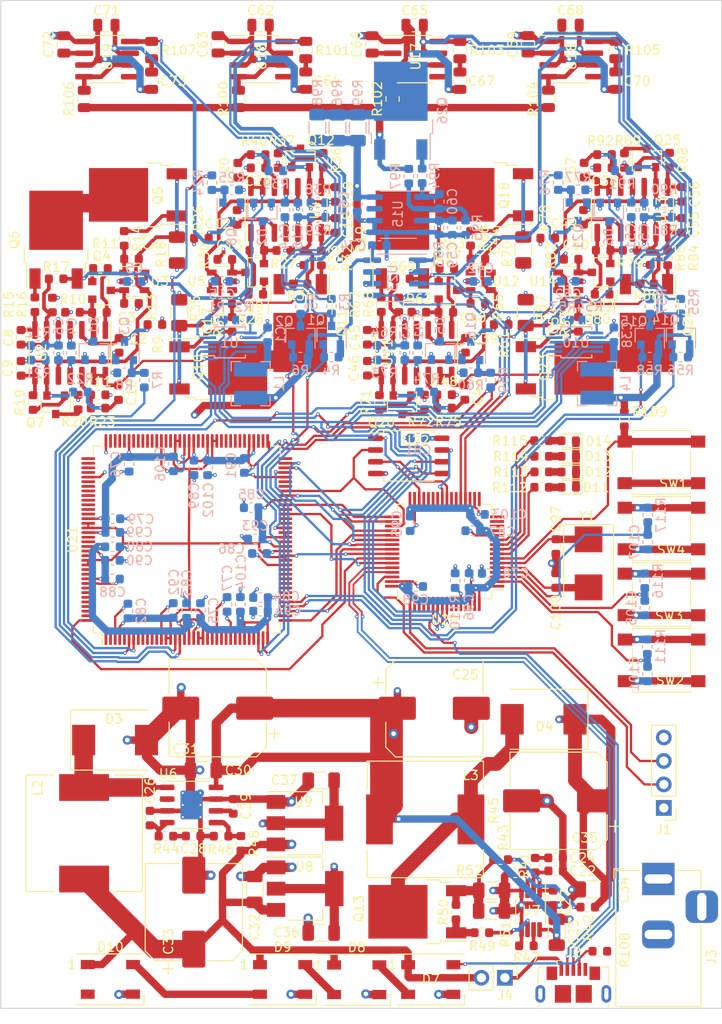
<source format=kicad_pcb>
(kicad_pcb (version 20171130) (host pcbnew 5.1.5)
  (layers (0 F.Cu signal) (1 In1.Cu signal) (2 In2.Cu signal) (31 B.Cu signal) (34 B.Paste user) (35 F.Paste user) (36 B.SilkS user) (37 F.SilkS user) (38 B.Mask user) (39 F.Mask user) (44 Edge.Cuts user))
  (net 0 "")
  (net 1 /VDD3.3V)
  (net 2 /VDD1.25V)
  (net 3 "Net-(C24-Pad1)")
  (net 4 "Net-(C27-Pad1)")
  (net 5 /CoreSheet/STM32F103_BTN_0)
  (net 6 /CoreSheet/STM32F103_BTN_1)
  (net 7 /CoreSheet/STM32F103_BTN_2)
  (net 8 GNDA)
  (net 9 "Net-(C38-Pad1)")
  (net 10 /VCC30V)
  (net 11 /VCC5V)
  (net 12 /U_PFC_VCC_ADJ)
  (net 13 "Net-(C45-Pad2)")
  (net 14 "Net-(C45-Pad1)")
  (net 15 "Net-(C46-Pad1)")
  (net 16 "Net-(C46-Pad2)")
  (net 17 "Net-(C47-Pad2)")
  (net 18 "Net-(C48-Pad1)")
  (net 19 "Net-(C49-Pad1)")
  (net 20 "Net-(C50-Pad1)")
  (net 21 "Net-(C50-Pad2)")
  (net 22 "Net-(C54-Pad1)")
  (net 23 "Net-(C55-Pad1)")
  (net 24 "Net-(C56-Pad1)")
  (net 25 /VCC12V)
  (net 26 "Net-(C58-Pad1)")
  (net 27 "Net-(C60-Pad1)")
  (net 28 "Net-(C63-Pad1)")
  (net 29 "Net-(C72-Pad1)")
  (net 30 "Net-(C73-Pad1)")
  (net 31 /U_PFC_FB_OVP_ADJ)
  (net 32 /PFC_VCC_DUT_0)
  (net 33 "Net-(C97-Pad1)")
  (net 34 /PFC_VCC_DUT_2)
  (net 35 "Net-(C100-Pad1)")
  (net 36 /PFC_VCC_DUT_3)
  (net 37 /PFC_VCC_DUT_1)
  (net 38 "Net-(D4-Pad2)")
  (net 39 "Net-(D8-Pad2)")
  (net 40 "Net-(D11-Pad2)")
  (net 41 "Net-(D12-Pad2)")
  (net 42 "Net-(D13-Pad2)")
  (net 43 /STM32F103_SWCLK)
  (net 44 /STM32F103_SWDIO)
  (net 45 /STM32F103_USB_D-)
  (net 46 "Net-(J2-Pad1)")
  (net 47 "Net-(J2-Pad4)")
  (net 48 /STM32F103_USB_D+)
  (net 49 "Net-(Q3-Pad1)")
  (net 50 "Net-(Q4-Pad1)")
  (net 51 "Net-(Q5-Pad2)")
  (net 52 "Net-(Q5-Pad1)")
  (net 53 "Net-(Q6-Pad1)")
  (net 54 "Net-(Q7-Pad1)")
  (net 55 "Net-(Q8-Pad1)")
  (net 56 /PFC_GATE_LOW_0)
  (net 57 /PFC_GATE_HIGH_0)
  (net 58 /PFC_GATE_HIGH_1)
  (net 59 /PFC_GATE_LOW_1)
  (net 60 "Net-(Q11-Pad1)")
  (net 61 "Net-(Q12-Pad1)")
  (net 62 "Net-(Q13-Pad1)")
  (net 63 "Net-(Q16-Pad1)")
  (net 64 "Net-(Q17-Pad1)")
  (net 65 "Net-(Q18-Pad1)")
  (net 66 "Net-(Q18-Pad2)")
  (net 67 "Net-(Q19-Pad1)")
  (net 68 /PFC_GATE_HIGH_2)
  (net 69 /PFC_GATE_LOW_2)
  (net 70 /PFC_GATE_LOW_3)
  (net 71 /PFC_GATE_HIGH_3)
  (net 72 "Net-(Q22-Pad1)")
  (net 73 /PFC_DUT_FB_OVP)
  (net 74 /CoreSheet/STM32F103_SIG_LED_0)
  (net 75 /CoreSheet/STM32F103_SIG_LED_1)
  (net 76 /CoreSheet/STM32F103_SIG_LED_2)
  (net 77 /CoreSheet/STM32F103_SIG_LED_3)
  (net 78 /CoreSheet/U_PFC_FB_OVP_ADJ_DAC)
  (net 79 /CoreSheet/U_PFC_VCC_ADJ_DAC)
  (net 80 /CoreSheet/W25Q32_NWP)
  (net 81 /CoreSheet/W25Q32_HOLD)
  (net 82 /CoreSheet/XC6SLX9_NCS)
  (net 83 /CoreSheet/XC6SLX9_PRG_B)
  (net 84 /CoreSheet/XC6SLX9_DONE)
  (net 85 /CoreSheet/XC6SLX9_M0)
  (net 86 /CoreSheet/XC6SLX9_INIT_B)
  (net 87 /CoreSheet/XC6SLX9_CLK)
  (net 88 /CoreSheet/XC6SLX9_HSWAPEN)
  (net 89 /CoreSheet/XC6SLX9_M1)
  (net 90 /ADS1118_MOSI)
  (net 91 /ADS1118_MISO)
  (net 92 /ADS1118_SCK)
  (net 93 /ADS1118_NCS_0)
  (net 94 /ADS1118_NCS_1)
  (net 95 /CoreSheet/W25Q32_NCS)
  (net 96 "Net-(C1-Pad1)")
  (net 97 "Net-(C2-Pad1)")
  (net 98 "Net-(C3-Pad2)")
  (net 99 "Net-(C3-Pad1)")
  (net 100 "Net-(C7-Pad1)")
  (net 101 "Net-(C7-Pad2)")
  (net 102 "Net-(C8-Pad2)")
  (net 103 "Net-(C8-Pad1)")
  (net 104 "Net-(C9-Pad1)")
  (net 105 "Net-(C9-Pad2)")
  (net 106 "Net-(C10-Pad2)")
  (net 107 /Cell_0_Sheet/CurrentSource_B_Sheet/PFC_CRNT)
  (net 108 "Net-(C11-Pad1)")
  (net 109 "Net-(C12-Pad1)")
  (net 110 "Net-(C13-Pad2)")
  (net 111 "Net-(C13-Pad1)")
  (net 112 "Net-(C17-Pad1)")
  (net 113 "Net-(C17-Pad2)")
  (net 114 "Net-(C18-Pad2)")
  (net 115 "Net-(C18-Pad1)")
  (net 116 "Net-(C19-Pad1)")
  (net 117 "Net-(C19-Pad2)")
  (net 118 "Net-(C20-Pad2)")
  (net 119 /Cell_0_Sheet/CurrentSource_A_Sheet/PFC_CRNT)
  (net 120 "Net-(C21-Pad1)")
  (net 121 "Net-(C22-Pad1)")
  (net 122 "Net-(C26-Pad1)")
  (net 123 "Net-(C28-Pad1)")
  (net 124 "Net-(C29-Pad1)")
  (net 125 "Net-(C39-Pad1)")
  (net 126 "Net-(C40-Pad2)")
  (net 127 "Net-(C40-Pad1)")
  (net 128 "Net-(C44-Pad1)")
  (net 129 "Net-(C44-Pad2)")
  (net 130 /Cell_1_Sheet/CurrentSource_B_Sheet/PFC_CRNT)
  (net 131 "Net-(C54-Pad2)")
  (net 132 "Net-(C55-Pad2)")
  (net 133 "Net-(C56-Pad2)")
  (net 134 "Net-(C57-Pad2)")
  (net 135 /Cell_1_Sheet/CurrentSource_A_Sheet/PFC_CRNT)
  (net 136 "Net-(C60-Pad2)")
  (net 137 "Net-(C64-Pad1)")
  (net 138 "Net-(C66-Pad1)")
  (net 139 "Net-(C67-Pad1)")
  (net 140 "Net-(C69-Pad1)")
  (net 141 "Net-(C70-Pad1)")
  (net 142 "Net-(D3-Pad1)")
  (net 143 "Net-(D7-Pad2)")
  (net 144 "Net-(D10-Pad4)")
  (net 145 "Net-(D14-Pad2)")
  (net 146 "Net-(Q9-Pad1)")
  (net 147 "Net-(Q10-Pad2)")
  (net 148 "Net-(Q10-Pad1)")
  (net 149 "Net-(Q13-Pad3)")
  (net 150 "Net-(Q20-Pad1)")
  (net 151 "Net-(Q21-Pad1)")
  (net 152 "Net-(Q23-Pad2)")
  (net 153 "Net-(Q23-Pad1)")
  (net 154 "Net-(Q24-Pad1)")
  (net 155 "Net-(Q25-Pad1)")
  (net 156 "Net-(Q26-Pad1)")
  (net 157 "Net-(Q26-Pad2)")
  (net 158 "Net-(R42-Pad1)")
  (net 159 "Net-(R46-Pad2)")
  (net 160 "Net-(R47-Pad2)")
  (net 161 "Net-(R49-Pad1)")
  (net 162 "Net-(R100-Pad2)")
  (net 163 "Net-(R102-Pad2)")
  (net 164 "Net-(R104-Pad2)")
  (net 165 "Net-(R106-Pad2)")
  (net 166 "Net-(R109-Pad2)")
  (net 167 "Net-(R110-Pad1)")
  (net 168 "Net-(R111-Pad2)")
  (net 169 "Net-(R116-Pad2)")
  (net 170 "Net-(R117-Pad2)")
  (net 171 /CoreSheet/XC6SLX9_W25Q32_SCK)
  (net 172 /CoreSheet/XC6SLX9_W25Q32_MISO)
  (net 173 /CoreSheet/XC6SLX9_W25Q32_MOSI)
  (net 174 /PFC_STOP_1)
  (net 175 /PFC_STOP_0)
  (net 176 /PFC_STOP_3)
  (net 177 /PFC_STOP_2)
  (net 178 /WS2812B_DIN)
  (net 179 "Net-(Q4-Pad3)")
  (net 180 "Net-(Q7-Pad3)")
  (net 181 "Net-(Q9-Pad3)")
  (net 182 "Net-(Q12-Pad3)")
  (net 183 "Net-(Q17-Pad3)")
  (net 184 "Net-(Q20-Pad3)")
  (net 185 "Net-(Q22-Pad3)")
  (net 186 "Net-(Q25-Pad3)")
  (module Diode_SMD:D_SOT-23_ANK (layer B.Cu) (at 0.31 186.88 270)
    (fp_text reference D2 (at 2.7 0.02 270) (layer B.SilkS) (effects (justify mirror)))
    (fp_text value BZX84Cxx)
    (pad 1 smd rect (at 1 0 270) (size 0.9 0.8) (layers B.Cu B.Paste B.Mask) (net 109 "Net-(C12-Pad1)"))
    (pad 2 smd rect (at -1 -0.95 270) (size 0.9 0.8) (layers B.Cu B.Paste B.Mask) (net 8 GNDA))
    (pad 2 smd rect (at -1 0.95 270) (size 0.9 0.8) (layers B.Cu B.Paste B.Mask) (net 8 GNDA))
  )
  (module Capacitor_SMD:C_0603_1608Metric (layer B.Cu) (at 0.86 200.17 90)
    (fp_text reference C1 (at 0 1.43 -90) (layer B.SilkS) (effects (justify mirror)))
    (fp_text value 0.1u)
    (pad 1 smd roundrect (at -0.7875 0 90) (size 0.875 0.95) (layers B.Cu B.Paste B.Mask) (net 96 "Net-(C1-Pad1)"))
    (pad 2 smd roundrect (at 0.7875 0 90) (size 0.875 0.95) (layers B.Cu B.Paste B.Mask) (net 8 GNDA))
  )
  (module Capacitor_SMD:C_0603_1608Metric (layer F.Cu) (at -15.204999 201.302499 270)
    (fp_text reference C2 (at -0.7075 -2.11) (layer F.SilkS))
    (fp_text value 0.1u)
    (pad 1 smd roundrect (at -0.7875 0 270) (size 0.875 0.95) (layers F.Cu F.Paste F.Mask) (net 97 "Net-(C2-Pad1)"))
    (pad 2 smd roundrect (at 0.7875 0 270) (size 0.875 0.95) (layers F.Cu F.Paste F.Mask) (net 8 GNDA))
  )
  (module Capacitor_SMD:C_0603_1608Metric (layer F.Cu) (at -17.334999 197.734999 180)
    (fp_text reference C3 (at -2.96 -0.57 180) (layer F.SilkS))
    (fp_text value 100p)
    (pad 2 smd roundrect (at 0.7875 0 180) (size 0.875 0.95) (layers F.Cu F.Paste F.Mask) (net 98 "Net-(C3-Pad2)"))
    (pad 1 smd roundrect (at -0.7875 0 180) (size 0.875 0.95) (layers F.Cu F.Paste F.Mask) (net 99 "Net-(C3-Pad1)"))
  )
  (module Capacitor_SMD:C_0603_1608Metric (layer B.Cu) (at -20.374999 202.114999 270)
    (fp_text reference C4 (at -2.88 -0.06 90) (layer B.SilkS) (effects (justify mirror)))
    (fp_text value 0.1u)
    (pad 1 smd roundrect (at -0.7875 0 270) (size 0.875 0.95) (layers B.Cu B.Paste B.Mask) (net 10 /VCC30V))
    (pad 2 smd roundrect (at 0.7875 0 270) (size 0.875 0.95) (layers B.Cu B.Paste B.Mask) (net 8 GNDA))
  )
  (module Capacitor_SMD:C_0603_1608Metric (layer B.Cu) (at -13.5525 194.394999 180)
    (fp_text reference C5 (at 0 1.43 180) (layer B.SilkS) (effects (justify mirror)))
    (fp_text value 0.1u)
    (pad 2 smd roundrect (at 0.7875 0 180) (size 0.875 0.95) (layers B.Cu B.Paste B.Mask) (net 8 GNDA))
    (pad 1 smd roundrect (at -0.7875 0 180) (size 0.875 0.95) (layers B.Cu B.Paste B.Mask) (net 11 /VCC5V))
  )
  (module Capacitor_SMD:C_0603_1608Metric (layer B.Cu) (at -21.764999 202.107498 270)
    (fp_text reference C6 (at -2.872499 -0.02 90) (layer B.SilkS) (effects (justify mirror)))
    (fp_text value 0.1u)
    (pad 2 smd roundrect (at 0.7875 0 270) (size 0.875 0.95) (layers B.Cu B.Paste B.Mask) (net 8 GNDA))
    (pad 1 smd roundrect (at -0.7875 0 270) (size 0.875 0.95) (layers B.Cu B.Paste B.Mask) (net 12 /U_PFC_VCC_ADJ))
  )
  (module Capacitor_SMD:C_0603_1608Metric (layer F.Cu) (at -13.862499 191.954999)
    (fp_text reference C7 (at 1.882499 -1.864999 90) (layer F.SilkS))
    (fp_text value 100p)
    (pad 1 smd roundrect (at -0.7875 0) (size 0.875 0.95) (layers F.Cu F.Paste F.Mask) (net 100 "Net-(C7-Pad1)"))
    (pad 2 smd roundrect (at 0.7875 0) (size 0.875 0.95) (layers F.Cu F.Paste F.Mask) (net 101 "Net-(C7-Pad2)"))
  )
  (module Capacitor_SMD:C_0603_1608Metric (layer F.Cu) (at -25.824999 200.434999 270)
    (fp_text reference C8 (at 0.056847 1.336847 90) (layer F.SilkS))
    (fp_text value 100p)
    (pad 2 smd roundrect (at 0.7875 0 270) (size 0.875 0.95) (layers F.Cu F.Paste F.Mask) (net 102 "Net-(C8-Pad2)"))
    (pad 1 smd roundrect (at -0.7875 0 270) (size 0.875 0.95) (layers F.Cu F.Paste F.Mask) (net 103 "Net-(C8-Pad1)"))
  )
  (module Capacitor_SMD:C_0603_1608Metric (layer F.Cu) (at -25.814999 203.787499 90)
    (fp_text reference C9 (at 0 -1.43 90) (layer F.SilkS))
    (fp_text value 100p)
    (pad 1 smd roundrect (at -0.7875 0 90) (size 0.875 0.95) (layers F.Cu F.Paste F.Mask) (net 104 "Net-(C9-Pad1)"))
    (pad 2 smd roundrect (at 0.7875 0 90) (size 0.875 0.95) (layers F.Cu F.Paste F.Mask) (net 105 "Net-(C9-Pad2)"))
  )
  (module Capacitor_SMD:C_0603_1608Metric (layer F.Cu) (at -15.274999 206.404999 270)
    (fp_text reference C10 (at 0 -1.43 90) (layer F.SilkS))
    (fp_text value 0.22u)
    (pad 2 smd roundrect (at 0.7875 0 270) (size 0.875 0.95) (layers F.Cu F.Paste F.Mask) (net 106 "Net-(C10-Pad2)"))
    (pad 1 smd roundrect (at -0.7875 0 270) (size 0.875 0.95) (layers F.Cu F.Paste F.Mask) (net 107 /Cell_0_Sheet/CurrentSource_B_Sheet/PFC_CRNT))
  )
  (module Capacitor_SMD:C_0603_1608Metric (layer F.Cu) (at -17.467499 206.654999)
    (fp_text reference C11 (at 0 -1.43 180) (layer F.SilkS))
    (fp_text value 0.1u)
    (pad 1 smd roundrect (at -0.7875 0) (size 0.875 0.95) (layers F.Cu F.Paste F.Mask) (net 108 "Net-(C11-Pad1)"))
    (pad 2 smd roundrect (at 0.7875 0) (size 0.875 0.95) (layers F.Cu F.Paste F.Mask) (net 8 GNDA))
  )
  (module Capacitor_SMD:C_0603_1608Metric (layer F.Cu) (at -2.429999 187.4625 90)
    (fp_text reference C12 (at -0.7075 -2.11 180) (layer F.SilkS))
    (fp_text value 0.1u)
    (pad 1 smd roundrect (at -0.7875 0 90) (size 0.875 0.95) (layers F.Cu F.Paste F.Mask) (net 109 "Net-(C12-Pad1)"))
    (pad 2 smd roundrect (at 0.7875 0 90) (size 0.875 0.95) (layers F.Cu F.Paste F.Mask) (net 8 GNDA))
  )
  (module Capacitor_SMD:C_0603_1608Metric (layer F.Cu) (at -0.299999 191.03)
    (fp_text reference C13 (at -2.96 -0.57) (layer F.SilkS))
    (fp_text value 100p)
    (pad 2 smd roundrect (at 0.7875 0) (size 0.875 0.95) (layers F.Cu F.Paste F.Mask) (net 110 "Net-(C13-Pad2)"))
    (pad 1 smd roundrect (at -0.7875 0) (size 0.875 0.95) (layers F.Cu F.Paste F.Mask) (net 111 "Net-(C13-Pad1)"))
  )
  (module Capacitor_SMD:C_0603_1608Metric (layer B.Cu) (at 2.74 186.65 90)
    (fp_text reference C14 (at -2.88 -0.06 270) (layer B.SilkS) (effects (justify mirror)))
    (fp_text value 0.1u)
    (pad 1 smd roundrect (at -0.7875 0 90) (size 0.875 0.95) (layers B.Cu B.Paste B.Mask) (net 10 /VCC30V))
    (pad 2 smd roundrect (at 0.7875 0 90) (size 0.875 0.95) (layers B.Cu B.Paste B.Mask) (net 8 GNDA))
  )
  (module Capacitor_SMD:C_0603_1608Metric (layer B.Cu) (at -4.082499 194.37)
    (fp_text reference C15 (at 0 1.43) (layer B.SilkS) (effects (justify mirror)))
    (fp_text value 0.1u)
    (pad 2 smd roundrect (at 0.7875 0) (size 0.875 0.95) (layers B.Cu B.Paste B.Mask) (net 8 GNDA))
    (pad 1 smd roundrect (at -0.7875 0) (size 0.875 0.95) (layers B.Cu B.Paste B.Mask) (net 11 /VCC5V))
  )
  (module Capacitor_SMD:C_0603_1608Metric (layer B.Cu) (at 4.13 186.657501 90)
    (fp_text reference C16 (at -2.872499 -0.02 270) (layer B.SilkS) (effects (justify mirror)))
    (fp_text value 0.1u)
    (pad 2 smd roundrect (at 0.7875 0 90) (size 0.875 0.95) (layers B.Cu B.Paste B.Mask) (net 8 GNDA))
    (pad 1 smd roundrect (at -0.7875 0 90) (size 0.875 0.95) (layers B.Cu B.Paste B.Mask) (net 12 /U_PFC_VCC_ADJ))
  )
  (module Capacitor_SMD:C_0603_1608Metric (layer F.Cu) (at -3.7725 196.81 180)
    (fp_text reference C17 (at 1.882499 -1.864999 270) (layer F.SilkS))
    (fp_text value 100p)
    (pad 1 smd roundrect (at -0.7875 0 180) (size 0.875 0.95) (layers F.Cu F.Paste F.Mask) (net 112 "Net-(C17-Pad1)"))
    (pad 2 smd roundrect (at 0.7875 0 180) (size 0.875 0.95) (layers F.Cu F.Paste F.Mask) (net 113 "Net-(C17-Pad2)"))
  )
  (module Capacitor_SMD:C_0603_1608Metric (layer F.Cu) (at 8.19 188.33 90)
    (fp_text reference C18 (at 0.056847 1.336847 270) (layer F.SilkS))
    (fp_text value 100p)
    (pad 2 smd roundrect (at 0.7875 0 90) (size 0.875 0.95) (layers F.Cu F.Paste F.Mask) (net 114 "Net-(C18-Pad2)"))
    (pad 1 smd roundrect (at -0.7875 0 90) (size 0.875 0.95) (layers F.Cu F.Paste F.Mask) (net 115 "Net-(C18-Pad1)"))
  )
  (module Capacitor_SMD:C_0603_1608Metric (layer F.Cu) (at 8.18 184.9775 270)
    (fp_text reference C19 (at 0 -1.43 270) (layer F.SilkS))
    (fp_text value 100p)
    (pad 1 smd roundrect (at -0.7875 0 270) (size 0.875 0.95) (layers F.Cu F.Paste F.Mask) (net 116 "Net-(C19-Pad1)"))
    (pad 2 smd roundrect (at 0.7875 0 270) (size 0.875 0.95) (layers F.Cu F.Paste F.Mask) (net 117 "Net-(C19-Pad2)"))
  )
  (module Capacitor_SMD:C_0603_1608Metric (layer F.Cu) (at -2.359999 182.36 90)
    (fp_text reference C20 (at 0 -1.43 270) (layer F.SilkS))
    (fp_text value 0.22u)
    (pad 2 smd roundrect (at 0.7875 0 90) (size 0.875 0.95) (layers F.Cu F.Paste F.Mask) (net 118 "Net-(C20-Pad2)"))
    (pad 1 smd roundrect (at -0.7875 0 90) (size 0.875 0.95) (layers F.Cu F.Paste F.Mask) (net 119 /Cell_0_Sheet/CurrentSource_A_Sheet/PFC_CRNT))
  )
  (module Capacitor_SMD:C_0603_1608Metric (layer F.Cu) (at -0.167499 182.11 180)
    (fp_text reference C21 (at 0 -1.43) (layer F.SilkS))
    (fp_text value 0.1u)
    (pad 1 smd roundrect (at -0.7875 0 180) (size 0.875 0.95) (layers F.Cu F.Paste F.Mask) (net 120 "Net-(C21-Pad1)"))
    (pad 2 smd roundrect (at 0.7875 0 180) (size 0.875 0.95) (layers F.Cu F.Paste F.Mask) (net 8 GNDA))
  )
  (module Capacitor_SMD:C_0603_1608Metric (layer F.Cu) (at 32.0375 258.14)
    (fp_text reference C22 (at 2.9225 0.02) (layer F.SilkS))
    (fp_text value 100p)
    (pad 1 smd roundrect (at -0.7875 0) (size 0.875 0.95) (layers F.Cu F.Paste F.Mask) (net 121 "Net-(C22-Pad1)"))
    (pad 2 smd roundrect (at 0.7875 0) (size 0.875 0.95) (layers F.Cu F.Paste F.Mask) (net 8 GNDA))
  )
  (module Capacitor_SMD:C_1206_3216Metric (layer F.Cu) (at 32.15 264.77 90)
    (fp_text reference C23 (at 0 1.85 90) (layer F.SilkS))
    (fp_text value 1u)
    (pad 1 smd roundrect (at -1.4 0 90) (size 1.25 1.75) (layers F.Cu F.Paste F.Mask) (roundrect_rratio 0.2) (net 25 /VCC12V))
    (pad 2 smd roundrect (at 1.4 0 90) (size 1.25 1.75) (layers F.Cu F.Paste F.Mask) (roundrect_rratio 0.2) (net 8 GNDA))
  )
  (module Capacitor_SMD:C_0603_1608Metric (layer F.Cu) (at 32.03 256.73)
    (fp_text reference C24 (at 2.9 0.02 180) (layer F.SilkS))
    (fp_text value 0.1u)
    (pad 2 smd roundrect (at 0.7875 0) (size 0.875 0.95) (layers F.Cu F.Paste F.Mask) (net 8 GNDA))
    (pad 1 smd roundrect (at -0.7875 0) (size 0.875 0.95) (layers F.Cu F.Paste F.Mask) (net 3 "Net-(C24-Pad1)"))
  )
  (module Capacitor_SMD:CP_Elec_10x10 (layer F.Cu) (at 18.91 240.55)
    (fp_text reference C25 (at 3.35 -3.62) (layer F.SilkS))
    (fp_text value 470u)
    (pad 1 smd roundrect (at -4 0) (size 4 2.5) (layers F.Cu F.Paste F.Mask) (roundrect_rratio 0.1) (net 25 /VCC12V))
    (pad 2 smd roundrect (at 4 0) (size 4 2.5) (layers F.Cu F.Paste F.Mask) (roundrect_rratio 0.1) (net 8 GNDA))
  )
  (module Capacitor_SMD:C_0603_1608Metric (layer F.Cu) (at -11.86 252.427501 90)
    (fp_text reference C26 (at 2.977501 0 90) (layer F.SilkS))
    (fp_text value 100p)
    (pad 1 smd roundrect (at -0.7875 0 90) (size 0.875 0.95) (layers F.Cu F.Paste F.Mask) (net 122 "Net-(C26-Pad1)"))
    (pad 2 smd roundrect (at 0.7875 0 90) (size 0.875 0.95) (layers F.Cu F.Paste F.Mask) (net 8 GNDA))
  )
  (module Capacitor_SMD:C_0603_1608Metric (layer F.Cu) (at 31.77 261.05 270)
    (fp_text reference C27 (at 0.48 -1.35 90) (layer F.SilkS))
    (fp_text value 0.1u)
    (pad 2 smd roundrect (at 0.7875 0 270) (size 0.875 0.95) (layers F.Cu F.Paste F.Mask) (net 8 GNDA))
    (pad 1 smd roundrect (at -0.7875 0 270) (size 0.875 0.95) (layers F.Cu F.Paste F.Mask) (net 4 "Net-(C27-Pad1)"))
  )
  (module Capacitor_SMD:C_0603_1608Metric (layer F.Cu) (at -7.1925 254.37)
    (fp_text reference C28 (at 0.027501 1.37) (layer F.SilkS))
    (fp_text value 0.1u)
    (pad 2 smd roundrect (at 0.7875 0) (size 0.875 0.95) (layers F.Cu F.Paste F.Mask) (net 8 GNDA))
    (pad 1 smd roundrect (at -0.7875 0) (size 0.875 0.95) (layers F.Cu F.Paste F.Mask) (net 123 "Net-(C28-Pad1)"))
  )
  (module Capacitor_SMD:C_0603_1608Metric (layer F.Cu) (at -2.85 251.16 90)
    (fp_text reference C29 (at 0.01 1.37 90) (layer F.SilkS))
    (fp_text value 0.1u)
    (pad 2 smd roundrect (at 0.7875 0 90) (size 0.875 0.95) (layers F.Cu F.Paste F.Mask) (net 8 GNDA))
    (pad 1 smd roundrect (at -0.7875 0 90) (size 0.875 0.95) (layers F.Cu F.Paste F.Mask) (net 124 "Net-(C29-Pad1)"))
  )
  (module Capacitor_SMD:C_1206_3216Metric (layer F.Cu) (at -6.09 247.25 180)
    (fp_text reference C30 (at -3.78 0) (layer F.SilkS))
    (fp_text value 1u)
    (pad 1 smd roundrect (at -1.4 0 180) (size 1.25 1.75) (layers F.Cu F.Paste F.Mask) (roundrect_rratio 0.2) (net 25 /VCC12V))
    (pad 2 smd roundrect (at 1.4 0 180) (size 1.25 1.75) (layers F.Cu F.Paste F.Mask) (roundrect_rratio 0.2) (net 8 GNDA))
  )
  (module Capacitor_SMD:CP_Elec_10x10 (layer F.Cu) (at -4.53 240.54 180)
    (fp_text reference C31 (at 3.49 -4.41) (layer F.SilkS))
    (fp_text value 470u)
    (pad 1 smd roundrect (at -4 0 180) (size 4 2.5) (layers F.Cu F.Paste F.Mask) (roundrect_rratio 0.1) (net 25 /VCC12V))
    (pad 2 smd roundrect (at 4 0 180) (size 4 2.5) (layers F.Cu F.Paste F.Mask) (roundrect_rratio 0.1) (net 8 GNDA))
  )
  (module Capacitor_SMD:C_1206_3216Metric (layer F.Cu) (at -0.55 260.14 90)
    (fp_text reference C32 (at -4.07 0 90) (layer F.SilkS))
    (fp_text value 1u)
    (pad 1 smd roundrect (at -1.4 0 90) (size 1.25 1.75) (layers F.Cu F.Paste F.Mask) (roundrect_rratio 0.2) (net 11 /VCC5V))
    (pad 2 smd roundrect (at 1.4 0 90) (size 1.25 1.75) (layers F.Cu F.Paste F.Mask) (roundrect_rratio 0.2) (net 8 GNDA))
  )
  (module Capacitor_SMD:CP_Elec_10x10 (layer F.Cu) (at -7.12 262.6 90)
    (fp_text reference C33 (at -3.17 -2.74 90) (layer F.SilkS))
    (fp_text value 100u)
    (pad 2 smd roundrect (at 4 0 90) (size 4 2.5) (layers F.Cu F.Paste F.Mask) (roundrect_rratio 0.1) (net 8 GNDA))
    (pad 1 smd roundrect (at -4 0 90) (size 4 2.5) (layers F.Cu F.Paste F.Mask) (roundrect_rratio 0.1) (net 11 /VCC5V))
  )
  (module Capacitor_SMD:C_1206_3216Metric (layer F.Cu) (at 36.1 260.14 180)
    (fp_text reference C34 (at -3.36 -0.06 90) (layer F.SilkS))
    (fp_text value 1u)
    (pad 2 smd roundrect (at 1.4 0 180) (size 1.25 1.75) (layers F.Cu F.Paste F.Mask) (roundrect_rratio 0.2) (net 8 GNDA))
    (pad 1 smd roundrect (at -1.4 0 180) (size 1.25 1.75) (layers F.Cu F.Paste F.Mask) (roundrect_rratio 0.2) (net 10 /VCC30V))
  )
  (module Capacitor_SMD:CP_Elec_10x10 (layer F.Cu) (at 32.35 250.56 180)
    (fp_text reference C35 (at -2.83 -4) (layer F.SilkS))
    (fp_text value 100u)
    (pad 2 smd roundrect (at 4 0 180) (size 4 2.5) (layers F.Cu F.Paste F.Mask) (roundrect_rratio 0.1) (net 8 GNDA))
    (pad 1 smd roundrect (at -4 0 180) (size 4 2.5) (layers F.Cu F.Paste F.Mask) (roundrect_rratio 0.1) (net 10 /VCC30V))
  )
  (module Capacitor_SMD:C_1206_3216Metric (layer F.Cu) (at 6.66 264.83 180)
    (fp_text reference C36 (at 3.78 0.02) (layer F.SilkS))
    (fp_text value 1u)
    (pad 2 smd roundrect (at 1.4 0 180) (size 1.25 1.75) (layers F.Cu F.Paste F.Mask) (roundrect_rratio 0.2) (net 8 GNDA))
    (pad 1 smd roundrect (at -1.4 0 180) (size 1.25 1.75) (layers F.Cu F.Paste F.Mask) (roundrect_rratio 0.2) (net 1 /VDD3.3V))
  )
  (module Capacitor_SMD:C_1206_3216Metric (layer F.Cu) (at 6.66 248.36)
    (fp_text reference C37 (at -3.99 -0.04) (layer F.SilkS))
    (fp_text value 1u)
    (pad 2 smd roundrect (at 1.4 0) (size 1.25 1.75) (layers F.Cu F.Paste F.Mask) (roundrect_rratio 0.2) (net 2 /VDD1.25V))
    (pad 1 smd roundrect (at -1.4 0) (size 1.25 1.75) (layers F.Cu F.Paste F.Mask) (roundrect_rratio 0.2) (net 8 GNDA))
  )
  (module Capacitor_SMD:C_0603_1608Metric (layer B.Cu) (at 38.34 200.16 90)
    (fp_text reference C38 (at 0 1.43 -90) (layer B.SilkS) (effects (justify mirror)))
    (fp_text value 0.1u)
    (pad 1 smd roundrect (at -0.7875 0 90) (size 0.875 0.95) (layers B.Cu B.Paste B.Mask) (net 9 "Net-(C38-Pad1)"))
    (pad 2 smd roundrect (at 0.7875 0 90) (size 0.875 0.95) (layers B.Cu B.Paste B.Mask) (net 8 GNDA))
  )
  (module Capacitor_SMD:C_0603_1608Metric (layer F.Cu) (at 22.275001 201.292499 270)
    (fp_text reference C39 (at -0.7075 -2.11) (layer F.SilkS))
    (fp_text value 0.1u)
    (pad 1 smd roundrect (at -0.7875 0 270) (size 0.875 0.95) (layers F.Cu F.Paste F.Mask) (net 125 "Net-(C39-Pad1)"))
    (pad 2 smd roundrect (at 0.7875 0 270) (size 0.875 0.95) (layers F.Cu F.Paste F.Mask) (net 8 GNDA))
  )
  (module Capacitor_SMD:C_0603_1608Metric (layer F.Cu) (at 20.145001 197.724999 180)
    (fp_text reference C40 (at -2.96 -0.57 180) (layer F.SilkS))
    (fp_text value 100p)
    (pad 2 smd roundrect (at 0.7875 0 180) (size 0.875 0.95) (layers F.Cu F.Paste F.Mask) (net 126 "Net-(C40-Pad2)"))
    (pad 1 smd roundrect (at -0.7875 0 180) (size 0.875 0.95) (layers F.Cu F.Paste F.Mask) (net 127 "Net-(C40-Pad1)"))
  )
  (module Capacitor_SMD:C_0603_1608Metric (layer B.Cu) (at 17.105001 202.104999 270)
    (fp_text reference C41 (at -2.88 -0.06 90) (layer B.SilkS) (effects (justify mirror)))
    (fp_text value 0.1u)
    (pad 2 smd roundrect (at 0.7875 0 270) (size 0.875 0.95) (layers B.Cu B.Paste B.Mask) (net 8 GNDA))
    (pad 1 smd roundrect (at -0.7875 0 270) (size 0.875 0.95) (layers B.Cu B.Paste B.Mask) (net 10 /VCC30V))
  )
  (module Capacitor_SMD:C_0603_1608Metric (layer B.Cu) (at 23.9275 194.384999 180)
    (fp_text reference C42 (at 0 1.43 180) (layer B.SilkS) (effects (justify mirror)))
    (fp_text value 0.1u)
    (pad 1 smd roundrect (at -0.7875 0 180) (size 0.875 0.95) (layers B.Cu B.Paste B.Mask) (net 11 /VCC5V))
    (pad 2 smd roundrect (at 0.7875 0 180) (size 0.875 0.95) (layers B.Cu B.Paste B.Mask) (net 8 GNDA))
  )
  (module Capacitor_SMD:C_0603_1608Metric (layer B.Cu) (at 15.715001 202.097498 270)
    (fp_text reference C43 (at -2.872499 -0.02 90) (layer B.SilkS) (effects (justify mirror)))
    (fp_text value 0.1u)
    (pad 2 smd roundrect (at 0.7875 0 270) (size 0.875 0.95) (layers B.Cu B.Paste B.Mask) (net 8 GNDA))
    (pad 1 smd roundrect (at -0.7875 0 270) (size 0.875 0.95) (layers B.Cu B.Paste B.Mask) (net 12 /U_PFC_VCC_ADJ))
  )
  (module Capacitor_SMD:C_0603_1608Metric (layer F.Cu) (at 23.617501 191.944999)
    (fp_text reference C44 (at 1.882499 -1.864999 90) (layer F.SilkS))
    (fp_text value 100p)
    (pad 1 smd roundrect (at -0.7875 0) (size 0.875 0.95) (layers F.Cu F.Paste F.Mask) (net 128 "Net-(C44-Pad1)"))
    (pad 2 smd roundrect (at 0.7875 0) (size 0.875 0.95) (layers F.Cu F.Paste F.Mask) (net 129 "Net-(C44-Pad2)"))
  )
  (module Capacitor_SMD:C_0603_1608Metric (layer F.Cu) (at 11.655001 200.424999 270)
    (fp_text reference C45 (at 0.056847 1.336847 90) (layer F.SilkS))
    (fp_text value 100p)
    (pad 2 smd roundrect (at 0.7875 0 270) (size 0.875 0.95) (layers F.Cu F.Paste F.Mask) (net 13 "Net-(C45-Pad2)"))
    (pad 1 smd roundrect (at -0.7875 0 270) (size 0.875 0.95) (layers F.Cu F.Paste F.Mask) (net 14 "Net-(C45-Pad1)"))
  )
  (module Capacitor_SMD:C_0603_1608Metric (layer F.Cu) (at 11.665001 203.777499 90)
    (fp_text reference C46 (at 0 -1.43 90) (layer F.SilkS))
    (fp_text value 100p)
    (pad 1 smd roundrect (at -0.7875 0 90) (size 0.875 0.95) (layers F.Cu F.Paste F.Mask) (net 15 "Net-(C46-Pad1)"))
    (pad 2 smd roundrect (at 0.7875 0 90) (size 0.875 0.95) (layers F.Cu F.Paste F.Mask) (net 16 "Net-(C46-Pad2)"))
  )
  (module Capacitor_SMD:C_0603_1608Metric (layer F.Cu) (at 22.205001 206.394999 270)
    (fp_text reference C47 (at 0 -1.43 90) (layer F.SilkS))
    (fp_text value 0.22u)
    (pad 2 smd roundrect (at 0.7875 0 270) (size 0.875 0.95) (layers F.Cu F.Paste F.Mask) (net 17 "Net-(C47-Pad2)"))
    (pad 1 smd roundrect (at -0.7875 0 270) (size 0.875 0.95) (layers F.Cu F.Paste F.Mask) (net 130 /Cell_1_Sheet/CurrentSource_B_Sheet/PFC_CRNT))
  )
  (module Capacitor_SMD:C_0603_1608Metric (layer F.Cu) (at 20.012501 206.644999)
    (fp_text reference C48 (at 0 -1.43 180) (layer F.SilkS))
    (fp_text value 0.1u)
    (pad 1 smd roundrect (at -0.7875 0) (size 0.875 0.95) (layers F.Cu F.Paste F.Mask) (net 18 "Net-(C48-Pad1)"))
    (pad 2 smd roundrect (at 0.7875 0) (size 0.875 0.95) (layers F.Cu F.Paste F.Mask) (net 8 GNDA))
  )
  (module Capacitor_SMD:C_0603_1608Metric (layer F.Cu) (at 35.050001 187.4525 90)
    (fp_text reference C49 (at -0.7075 -2.11 180) (layer F.SilkS))
    (fp_text value 0.1u)
    (pad 1 smd roundrect (at -0.7875 0 90) (size 0.875 0.95) (layers F.Cu F.Paste F.Mask) (net 19 "Net-(C49-Pad1)"))
    (pad 2 smd roundrect (at 0.7875 0 90) (size 0.875 0.95) (layers F.Cu F.Paste F.Mask) (net 8 GNDA))
  )
  (module Capacitor_SMD:C_0603_1608Metric (layer F.Cu) (at 37.180001 191.02)
    (fp_text reference C50 (at -2.96 -0.57) (layer F.SilkS))
    (fp_text value 100p)
    (pad 2 smd roundrect (at 0.7875 0) (size 0.875 0.95) (layers F.Cu F.Paste F.Mask) (net 21 "Net-(C50-Pad2)"))
    (pad 1 smd roundrect (at -0.7875 0) (size 0.875 0.95) (layers F.Cu F.Paste F.Mask) (net 20 "Net-(C50-Pad1)"))
  )
  (module Capacitor_SMD:C_0603_1608Metric (layer B.Cu) (at 40.22 186.64 90)
    (fp_text reference C51 (at -2.88 -0.06 270) (layer B.SilkS) (effects (justify mirror)))
    (fp_text value 0.1u)
    (pad 1 smd roundrect (at -0.7875 0 90) (size 0.875 0.95) (layers B.Cu B.Paste B.Mask) (net 10 /VCC30V))
    (pad 2 smd roundrect (at 0.7875 0 90) (size 0.875 0.95) (layers B.Cu B.Paste B.Mask) (net 8 GNDA))
  )
  (module Capacitor_SMD:C_0603_1608Metric (layer B.Cu) (at 33.397501 194.36)
    (fp_text reference C52 (at 0 1.43) (layer B.SilkS) (effects (justify mirror)))
    (fp_text value 0.1u)
    (pad 2 smd roundrect (at 0.7875 0) (size 0.875 0.95) (layers B.Cu B.Paste B.Mask) (net 8 GNDA))
    (pad 1 smd roundrect (at -0.7875 0) (size 0.875 0.95) (layers B.Cu B.Paste B.Mask) (net 11 /VCC5V))
  )
  (module Capacitor_SMD:C_0603_1608Metric (layer B.Cu) (at 41.61 186.647501 90)
    (fp_text reference C53 (at -2.872499 -0.02 270) (layer B.SilkS) (effects (justify mirror)))
    (fp_text value 0.1u)
    (pad 2 smd roundrect (at 0.7875 0 90) (size 0.875 0.95) (layers B.Cu B.Paste B.Mask) (net 8 GNDA))
    (pad 1 smd roundrect (at -0.7875 0 90) (size 0.875 0.95) (layers B.Cu B.Paste B.Mask) (net 12 /U_PFC_VCC_ADJ))
  )
  (module Capacitor_SMD:C_0603_1608Metric (layer F.Cu) (at 33.7075 196.8 180)
    (fp_text reference C54 (at 1.882499 -1.864999 270) (layer F.SilkS))
    (fp_text value 100p)
    (pad 1 smd roundrect (at -0.7875 0 180) (size 0.875 0.95) (layers F.Cu F.Paste F.Mask) (net 22 "Net-(C54-Pad1)"))
    (pad 2 smd roundrect (at 0.7875 0 180) (size 0.875 0.95) (layers F.Cu F.Paste F.Mask) (net 131 "Net-(C54-Pad2)"))
  )
  (module Capacitor_SMD:C_0603_1608Metric (layer F.Cu) (at 45.67 188.32 90)
    (fp_text reference C55 (at 0.056847 1.336847 270) (layer F.SilkS))
    (fp_text value 100p)
    (pad 2 smd roundrect (at 0.7875 0 90) (size 0.875 0.95) (layers F.Cu F.Paste F.Mask) (net 132 "Net-(C55-Pad2)"))
    (pad 1 smd roundrect (at -0.7875 0 90) (size 0.875 0.95) (layers F.Cu F.Paste F.Mask) (net 23 "Net-(C55-Pad1)"))
  )
  (module Capacitor_SMD:C_0603_1608Metric (layer F.Cu) (at 45.66 184.9675 270)
    (fp_text reference C56 (at 0 -1.43 270) (layer F.SilkS))
    (fp_text value 100p)
    (pad 1 smd roundrect (at -0.7875 0 270) (size 0.875 0.95) (layers F.Cu F.Paste F.Mask) (net 24 "Net-(C56-Pad1)"))
    (pad 2 smd roundrect (at 0.7875 0 270) (size 0.875 0.95) (layers F.Cu F.Paste F.Mask) (net 133 "Net-(C56-Pad2)"))
  )
  (module Capacitor_SMD:C_0603_1608Metric (layer F.Cu) (at 35.120001 182.35 90)
    (fp_text reference C57 (at 0 -1.43 270) (layer F.SilkS))
    (fp_text value 0.22u)
    (pad 2 smd roundrect (at 0.7875 0 90) (size 0.875 0.95) (layers F.Cu F.Paste F.Mask) (net 134 "Net-(C57-Pad2)"))
    (pad 1 smd roundrect (at -0.7875 0 90) (size 0.875 0.95) (layers F.Cu F.Paste F.Mask) (net 135 /Cell_1_Sheet/CurrentSource_A_Sheet/PFC_CRNT))
  )
  (module Capacitor_SMD:C_0603_1608Metric (layer F.Cu) (at 37.312501 182.1 180)
    (fp_text reference C58 (at 0 -1.43) (layer F.SilkS))
    (fp_text value 0.1u)
    (pad 1 smd roundrect (at -0.7875 0 180) (size 0.875 0.95) (layers F.Cu F.Paste F.Mask) (net 26 "Net-(C58-Pad1)"))
    (pad 2 smd roundrect (at 0.7875 0 180) (size 0.875 0.95) (layers F.Cu F.Paste F.Mask) (net 8 GNDA))
  )
  (module Capacitor_SMD:C_0603_1608Metric (layer B.Cu) (at 20.86 188.58 270)
    (fp_text reference C59 (at 2.96 0 270) (layer B.SilkS) (effects (justify mirror)))
    (fp_text value 0.1u)
    (pad 2 smd roundrect (at 0.7875 0 270) (size 0.875 0.95) (layers B.Cu B.Paste B.Mask) (net 8 GNDA))
    (pad 1 smd roundrect (at -0.7875 0 270) (size 0.875 0.95) (layers B.Cu B.Paste B.Mask) (net 31 /U_PFC_FB_OVP_ADJ))
  )
  (module Capacitor_SMD:C_0603_1608Metric (layer B.Cu) (at 19.44 185.7325 270)
    (fp_text reference C60 (at 0 -1.42 270) (layer B.SilkS) (effects (justify mirror)))
    (fp_text value 100p)
    (pad 1 smd roundrect (at -0.7875 0 270) (size 0.875 0.95) (layers B.Cu B.Paste B.Mask) (net 27 "Net-(C60-Pad1)"))
    (pad 2 smd roundrect (at 0.7875 0 270) (size 0.875 0.95) (layers B.Cu B.Paste B.Mask) (net 136 "Net-(C60-Pad2)"))
  )
  (module Capacitor_SMD:C_0603_1608Metric (layer B.Cu) (at 10.57 186.05 270)
    (fp_text reference C61 (at 0 1.43 270) (layer B.SilkS) (effects (justify mirror)))
    (fp_text value 0.1u)
    (pad 1 smd roundrect (at -0.7875 0 270) (size 0.875 0.95) (layers B.Cu B.Paste B.Mask) (net 25 /VCC12V))
    (pad 2 smd roundrect (at 0.7875 0 270) (size 0.875 0.95) (layers B.Cu B.Paste B.Mask) (net 8 GNDA))
  )
  (module Capacitor_SMD:C_0805_2012Metric (layer F.Cu) (at 0.1025 166.67 180)
    (fp_text reference C62 (at -0.007501 1.58) (layer F.SilkS))
    (fp_text value 0.1u)
    (pad 2 smd roundrect (at 0.9375 0 180) (size 0.975 1.4) (layers F.Cu F.Paste F.Mask) (net 8 GNDA))
    (pad 1 smd roundrect (at -0.9375 0 180) (size 0.975 1.4) (layers F.Cu F.Paste F.Mask) (net 32 /PFC_VCC_DUT_0))
  )
  (module Capacitor_SMD:C_0805_2012Metric (layer F.Cu) (at -4.5 168.747501 90)
    (fp_text reference C63 (at 0 -1.65 90) (layer F.SilkS))
    (fp_text value 470p)
    (pad 1 smd roundrect (at -0.9375 0 90) (size 0.975 1.4) (layers F.Cu F.Paste F.Mask) (net 28 "Net-(C63-Pad1)"))
    (pad 2 smd roundrect (at 0.9375 0 90) (size 0.975 1.4) (layers F.Cu F.Paste F.Mask) (net 8 GNDA))
  )
  (module Capacitor_SMD:C_0805_2012Metric (layer F.Cu) (at 5 172.67 270)
    (fp_text reference C64 (at 0.05 -2.33 180) (layer F.SilkS))
    (fp_text value 1u)
    (pad 2 smd roundrect (at 0.9375 0 270) (size 0.975 1.4) (layers F.Cu F.Paste F.Mask) (net 8 GNDA))
    (pad 1 smd roundrect (at -0.9375 0 270) (size 0.975 1.4) (layers F.Cu F.Paste F.Mask) (net 137 "Net-(C64-Pad1)"))
  )
  (module Capacitor_SMD:C_0805_2012Metric (layer F.Cu) (at 16.777501 166.675001 180)
    (fp_text reference C65 (at -0.007501 1.58) (layer F.SilkS))
    (fp_text value 0.1u)
    (pad 2 smd roundrect (at 0.9375 0 180) (size 0.975 1.4) (layers F.Cu F.Paste F.Mask) (net 8 GNDA))
    (pad 1 smd roundrect (at -0.9375 0 180) (size 0.975 1.4) (layers F.Cu F.Paste F.Mask) (net 34 /PFC_VCC_DUT_2))
  )
  (module Capacitor_SMD:C_0805_2012Metric (layer F.Cu) (at 12.175001 168.752502 90)
    (fp_text reference C66 (at 0 -1.65 90) (layer F.SilkS))
    (fp_text value 470p)
    (pad 1 smd roundrect (at -0.9375 0 90) (size 0.975 1.4) (layers F.Cu F.Paste F.Mask) (net 138 "Net-(C66-Pad1)"))
    (pad 2 smd roundrect (at 0.9375 0 90) (size 0.975 1.4) (layers F.Cu F.Paste F.Mask) (net 8 GNDA))
  )
  (module Capacitor_SMD:C_0805_2012Metric (layer F.Cu) (at 21.675001 172.675001 270)
    (fp_text reference C67 (at 0.05 -2.33 180) (layer F.SilkS))
    (fp_text value 1u)
    (pad 1 smd roundrect (at -0.9375 0 270) (size 0.975 1.4) (layers F.Cu F.Paste F.Mask) (net 139 "Net-(C67-Pad1)"))
    (pad 2 smd roundrect (at 0.9375 0 270) (size 0.975 1.4) (layers F.Cu F.Paste F.Mask) (net 8 GNDA))
  )
  (module Capacitor_SMD:C_0805_2012Metric (layer F.Cu) (at 33.647501 166.665001 180)
    (fp_text reference C68 (at -0.007501 1.58) (layer F.SilkS))
    (fp_text value 0.1u)
    (pad 2 smd roundrect (at 0.9375 0 180) (size 0.975 1.4) (layers F.Cu F.Paste F.Mask) (net 8 GNDA))
    (pad 1 smd roundrect (at -0.9375 0 180) (size 0.975 1.4) (layers F.Cu F.Paste F.Mask) (net 36 /PFC_VCC_DUT_3))
  )
  (module Capacitor_SMD:C_0805_2012Metric (layer F.Cu) (at 29.045001 168.742502 90)
    (fp_text reference C69 (at 0 -1.65 90) (layer F.SilkS))
    (fp_text value 470p)
    (pad 1 smd roundrect (at -0.9375 0 90) (size 0.975 1.4) (layers F.Cu F.Paste F.Mask) (net 140 "Net-(C69-Pad1)"))
    (pad 2 smd roundrect (at 0.9375 0 90) (size 0.975 1.4) (layers F.Cu F.Paste F.Mask) (net 8 GNDA))
  )
  (module Capacitor_SMD:C_0805_2012Metric (layer F.Cu) (at 38.545001 172.665001 270)
    (fp_text reference C70 (at 0.05 -2.33 180) (layer F.SilkS))
    (fp_text value 1u)
    (pad 1 smd roundrect (at -0.9375 0 270) (size 0.975 1.4) (layers F.Cu F.Paste F.Mask) (net 141 "Net-(C70-Pad1)"))
    (pad 2 smd roundrect (at 0.9375 0 270) (size 0.975 1.4) (layers F.Cu F.Paste F.Mask) (net 8 GNDA))
  )
  (module Capacitor_SMD:C_0805_2012Metric (layer F.Cu) (at -16.582499 166.675001 180)
    (fp_text reference C71 (at -0.007501 1.58) (layer F.SilkS))
    (fp_text value 0.1u)
    (pad 1 smd roundrect (at -0.9375 0 180) (size 0.975 1.4) (layers F.Cu F.Paste F.Mask) (net 37 /PFC_VCC_DUT_1))
    (pad 2 smd roundrect (at 0.9375 0 180) (size 0.975 1.4) (layers F.Cu F.Paste F.Mask) (net 8 GNDA))
  )
  (module Capacitor_SMD:C_0805_2012Metric (layer F.Cu) (at -21.184999 168.752502 90)
    (fp_text reference C72 (at 0 -1.65 90) (layer F.SilkS))
    (fp_text value 470p)
    (pad 2 smd roundrect (at 0.9375 0 90) (size 0.975 1.4) (layers F.Cu F.Paste F.Mask) (net 8 GNDA))
    (pad 1 smd roundrect (at -0.9375 0 90) (size 0.975 1.4) (layers F.Cu F.Paste F.Mask) (net 29 "Net-(C72-Pad1)"))
  )
  (module Capacitor_SMD:C_0805_2012Metric (layer F.Cu) (at -11.684999 172.675001 270)
    (fp_text reference C73 (at 0.05 -2.33 180) (layer F.SilkS))
    (fp_text value 1u)
    (pad 2 smd roundrect (at 0.9375 0 270) (size 0.975 1.4) (layers F.Cu F.Paste F.Mask) (net 8 GNDA))
    (pad 1 smd roundrect (at -0.9375 0 270) (size 0.975 1.4) (layers F.Cu F.Paste F.Mask) (net 30 "Net-(C73-Pad1)"))
  )
  (module Capacitor_SMD:C_0603_1608Metric (layer B.Cu) (at 12.96 190.51)
    (fp_text reference C74 (at -2.84 0.02) (layer B.SilkS) (effects (justify mirror)))
    (fp_text value 0.1u)
    (pad 1 smd roundrect (at -0.7875 0) (size 0.875 0.95) (layers B.Cu B.Paste B.Mask) (net 1 /VDD3.3V))
    (pad 2 smd roundrect (at 0.7875 0) (size 0.875 0.95) (layers B.Cu B.Paste B.Mask) (net 8 GNDA))
  )
  (module Capacitor_SMD:C_0603_1608Metric (layer B.Cu) (at -6.4 229.98 90)
    (fp_text reference C75 (at 0 1.43 90) (layer B.SilkS) (effects (justify mirror)))
    (fp_text value 0.1u)
    (pad 2 smd roundrect (at 0.7875 0 90) (size 0.875 0.95) (layers B.Cu B.Paste B.Mask) (net 8 GNDA))
    (pad 1 smd roundrect (at -0.7875 0 90) (size 0.875 0.95) (layers B.Cu B.Paste B.Mask) (net 1 /VDD3.3V))
  )
  (module Capacitor_SMD:C_0603_1608Metric (layer B.Cu) (at -14.12 214.16 270)
    (fp_text reference C76 (at 0 1.43 90) (layer B.SilkS) (effects (justify mirror)))
    (fp_text value 0.1u)
    (pad 2 smd roundrect (at 0.7875 0 270) (size 0.875 0.95) (layers B.Cu B.Paste B.Mask) (net 8 GNDA))
    (pad 1 smd roundrect (at -0.7875 0 270) (size 0.875 0.95) (layers B.Cu B.Paste B.Mask) (net 1 /VDD3.3V))
  )
  (module Capacitor_SMD:C_0603_1608Metric (layer B.Cu) (at -3.52 229.3175 90)
    (fp_text reference C77 (at 2.83 0.03 90) (layer B.SilkS) (effects (justify mirror)))
    (fp_text value 0.1u)
    (pad 1 smd roundrect (at -0.7875 0 90) (size 0.875 0.95) (layers B.Cu B.Paste B.Mask) (net 2 /VDD1.25V))
    (pad 2 smd roundrect (at 0.7875 0 90) (size 0.875 0.95) (layers B.Cu B.Paste B.Mask) (net 8 GNDA))
  )
  (module Capacitor_SMD:C_0603_1608Metric (layer B.Cu) (at 24.85 225.96 180)
    (fp_text reference C78 (at -2.86 0.01) (layer B.SilkS) (effects (justify mirror)))
    (fp_text value 0.1u)
    (pad 2 smd roundrect (at 0.7875 0 180) (size 0.875 0.95) (layers B.Cu B.Paste B.Mask) (net 8 GNDA))
    (pad 1 smd roundrect (at -0.7875 0 180) (size 0.875 0.95) (layers B.Cu B.Paste B.Mask) (net 1 /VDD3.3V))
  )
  (module Capacitor_SMD:C_0603_1608Metric (layer B.Cu) (at -15.88 220.05)
    (fp_text reference C79 (at 3.04 0.06) (layer B.SilkS) (effects (justify mirror)))
    (fp_text value 0.1u)
    (pad 1 smd roundrect (at -0.7875 0) (size 0.875 0.95) (layers B.Cu B.Paste B.Mask) (net 1 /VDD3.3V))
    (pad 2 smd roundrect (at 0.7875 0) (size 0.875 0.95) (layers B.Cu B.Paste B.Mask) (net 8 GNDA))
  )
  (module Capacitor_SMD:C_0603_1608Metric (layer B.Cu) (at -15.92 223.09)
    (fp_text reference C80 (at 2.96 -0.01) (layer B.SilkS) (effects (justify mirror)))
    (fp_text value 0.1u)
    (pad 2 smd roundrect (at 0.7875 0) (size 0.875 0.95) (layers B.Cu B.Paste B.Mask) (net 8 GNDA))
    (pad 1 smd roundrect (at -0.7875 0) (size 0.875 0.95) (layers B.Cu B.Paste B.Mask) (net 2 /VDD1.25V))
  )
  (module Capacitor_SMD:C_0603_1608Metric (layer B.Cu) (at 17.14 211.33 180)
    (fp_text reference C81 (at 0 -1.31) (layer B.SilkS) (effects (justify mirror)))
    (fp_text value 0.1u)
    (pad 1 smd roundrect (at -0.7875 0 180) (size 0.875 0.95) (layers B.Cu B.Paste B.Mask) (net 1 /VDD3.3V))
    (pad 2 smd roundrect (at 0.7875 0 180) (size 0.875 0.95) (layers B.Cu B.Paste B.Mask) (net 8 GNDA))
  )
  (module Capacitor_SMD:C_0603_1608Metric (layer B.Cu) (at -14.25 230.03 90)
    (fp_text reference C82 (at 0 1.43 90) (layer B.SilkS) (effects (justify mirror)))
    (fp_text value 0.1u)
    (pad 2 smd roundrect (at 0.7875 0 90) (size 0.875 0.95) (layers B.Cu B.Paste B.Mask) (net 8 GNDA))
    (pad 1 smd roundrect (at -0.7875 0 90) (size 0.875 0.95) (layers B.Cu B.Paste B.Mask) (net 1 /VDD3.3V))
  )
  (module Capacitor_SMD:C_0603_1608Metric (layer B.Cu) (at -7.9 229.9875 90)
    (fp_text reference C83 (at 3.03 0.02 90) (layer B.SilkS) (effects (justify mirror)))
    (fp_text value 0.1u)
    (pad 2 smd roundrect (at 0.7875 0 90) (size 0.875 0.95) (layers B.Cu B.Paste B.Mask) (net 8 GNDA))
    (pad 1 smd roundrect (at -0.7875 0 90) (size 0.875 0.95) (layers B.Cu B.Paste B.Mask) (net 2 /VDD1.25V))
  )
  (module Capacitor_SMD:C_0603_1608Metric (layer B.Cu) (at 0.1 228.58 180)
    (fp_text reference C84 (at -2.82 0.11) (layer B.SilkS) (effects (justify mirror)))
    (fp_text value 0.1u)
    (pad 1 smd roundrect (at -0.7875 0 180) (size 0.875 0.95) (layers B.Cu B.Paste B.Mask) (net 1 /VDD3.3V))
    (pad 2 smd roundrect (at 0.7875 0 180) (size 0.875 0.95) (layers B.Cu B.Paste B.Mask) (net 8 GNDA))
  )
  (module Capacitor_SMD:C_0603_1608Metric (layer B.Cu) (at -0.91 218.86 180)
    (fp_text reference C85 (at 0 1.43) (layer B.SilkS) (effects (justify mirror)))
    (fp_text value 0.1u)
    (pad 1 smd roundrect (at -0.7875 0 180) (size 0.875 0.95) (layers B.Cu B.Paste B.Mask) (net 1 /VDD3.3V))
    (pad 2 smd roundrect (at 0.7875 0 180) (size 0.875 0.95) (layers B.Cu B.Paste B.Mask) (net 8 GNDA))
  )
  (module Capacitor_SMD:C_0603_1608Metric (layer B.Cu) (at -0.02 223.81 180)
    (fp_text reference C86 (at 3.03 0.49) (layer B.SilkS) (effects (justify mirror)))
    (fp_text value 0.1u)
    (pad 1 smd roundrect (at -0.7875 0 180) (size 0.875 0.95) (layers B.Cu B.Paste B.Mask) (net 2 /VDD1.25V))
    (pad 2 smd roundrect (at 0.7875 0 180) (size 0.875 0.95) (layers B.Cu B.Paste B.Mask) (net 8 GNDA))
  )
  (module Capacitor_SMD:C_0603_1608Metric (layer B.Cu) (at 23.0625 221.35 180)
    (fp_text reference C87 (at -3.16 -0.11) (layer B.SilkS) (effects (justify mirror)))
    (fp_text value 0.1u)
    (pad 2 smd roundrect (at 0.7875 0 180) (size 0.875 0.95) (layers B.Cu B.Paste B.Mask) (net 8 GNDA))
    (pad 1 smd roundrect (at -0.7875 0 180) (size 0.875 0.95) (layers B.Cu B.Paste B.Mask) (net 1 /VDD3.3V))
  )
  (module Capacitor_SMD:C_0603_1608Metric (layer B.Cu) (at -15.92 226.57)
    (fp_text reference C88 (at 0 1.43) (layer B.SilkS) (effects (justify mirror)))
    (fp_text value 0.1u)
    (pad 1 smd roundrect (at -0.7875 0) (size 0.875 0.95) (layers B.Cu B.Paste B.Mask) (net 1 /VDD3.3V))
    (pad 2 smd roundrect (at 0.7875 0) (size 0.875 0.95) (layers B.Cu B.Paste B.Mask) (net 8 GNDA))
  )
  (module Capacitor_SMD:C_0603_1608Metric (layer B.Cu) (at -7.1 214.54 270)
    (fp_text reference C89 (at 3.022499 -0.02 90) (layer B.SilkS) (effects (justify mirror)))
    (fp_text value 0.1u)
    (pad 2 smd roundrect (at 0.7875 0 270) (size 0.875 0.95) (layers B.Cu B.Paste B.Mask) (net 8 GNDA))
    (pad 1 smd roundrect (at -0.7875 0 270) (size 0.875 0.95) (layers B.Cu B.Paste B.Mask) (net 2 /VDD1.25V))
  )
  (module Capacitor_SMD:C_0603_1608Metric (layer B.Cu) (at -15.93 224.55)
    (fp_text reference C90 (at 2.92 0.02) (layer B.SilkS) (effects (justify mirror)))
    (fp_text value 0.1u)
    (pad 2 smd roundrect (at 0.7875 0) (size 0.875 0.95) (layers B.Cu B.Paste B.Mask) (net 8 GNDA))
    (pad 1 smd roundrect (at -0.7875 0) (size 0.875 0.95) (layers B.Cu B.Paste B.Mask) (net 1 /VDD3.3V))
  )
  (module Capacitor_SMD:C_0603_1608Metric (layer B.Cu) (at -1.65 214.29 270)
    (fp_text reference C91 (at 0 1.43 90) (layer B.SilkS) (effects (justify mirror)))
    (fp_text value 0.1u)
    (pad 1 smd roundrect (at -0.7875 0 270) (size 0.875 0.95) (layers B.Cu B.Paste B.Mask) (net 1 /VDD3.3V))
    (pad 2 smd roundrect (at 0.7875 0 270) (size 0.875 0.95) (layers B.Cu B.Paste B.Mask) (net 8 GNDA))
  )
  (module Capacitor_SMD:C_0603_1608Metric (layer B.Cu) (at -9.35 229.9675 90)
    (fp_text reference C92 (at 3.06 0.09 90) (layer B.SilkS) (effects (justify mirror)))
    (fp_text value 0.1u)
    (pad 2 smd roundrect (at 0.7875 0 90) (size 0.875 0.95) (layers B.Cu B.Paste B.Mask) (net 8 GNDA))
    (pad 1 smd roundrect (at -0.7875 0 90) (size 0.875 0.95) (layers B.Cu B.Paste B.Mask) (net 1 /VDD3.3V))
  )
  (module Capacitor_SMD:C_0603_1608Metric (layer B.Cu) (at -0.47 222.24 180)
    (fp_text reference C93 (at 0 1.43) (layer B.SilkS) (effects (justify mirror)))
    (fp_text value 0.1u)
    (pad 1 smd roundrect (at -0.7875 0 180) (size 0.875 0.95) (layers B.Cu B.Paste B.Mask) (net 1 /VDD3.3V))
    (pad 2 smd roundrect (at 0.7875 0 180) (size 0.875 0.95) (layers B.Cu B.Paste B.Mask) (net 8 GNDA))
  )
  (module Capacitor_SMD:C_0603_1608Metric (layer B.Cu) (at 0.1 230.04 180)
    (fp_text reference C94 (at -2.97 0.04) (layer B.SilkS) (effects (justify mirror)))
    (fp_text value 0.1u)
    (pad 1 smd roundrect (at -0.7875 0 180) (size 0.875 0.95) (layers B.Cu B.Paste B.Mask) (net 1 /VDD3.3V))
    (pad 2 smd roundrect (at 0.7875 0 180) (size 0.875 0.95) (layers B.Cu B.Paste B.Mask) (net 8 GNDA))
  )
  (module Capacitor_SMD:C_0603_1608Metric (layer B.Cu) (at 16.29 220.59 270)
    (fp_text reference C95 (at 0 1.43 90) (layer B.SilkS) (effects (justify mirror)))
    (fp_text value 0.1u)
    (pad 1 smd roundrect (at -0.7875 0 270) (size 0.875 0.95) (layers B.Cu B.Paste B.Mask) (net 1 /VDD3.3V))
    (pad 2 smd roundrect (at 0.7875 0 270) (size 0.875 0.95) (layers B.Cu B.Paste B.Mask) (net 8 GNDA))
  )
  (module Capacitor_SMD:C_0603_1608Metric (layer B.Cu) (at 22.67 226.73 90)
    (fp_text reference C96 (at -2.899138 0 90) (layer B.SilkS) (effects (justify mirror)))
    (fp_text value 0.1u)
    (pad 2 smd roundrect (at 0.7875 0 90) (size 0.875 0.95) (layers B.Cu B.Paste B.Mask) (net 8 GNDA))
    (pad 1 smd roundrect (at -0.7875 0 90) (size 0.875 0.95) (layers B.Cu B.Paste B.Mask) (net 1 /VDD3.3V))
  )
  (module Capacitor_SMD:C_0603_1608Metric (layer F.Cu) (at 32.06 223.06 270)
    (fp_text reference C97 (at -2.99 0 90) (layer F.SilkS))
    (fp_text value 10p)
    (pad 2 smd roundrect (at 0.7875 0 270) (size 0.875 0.95) (layers F.Cu F.Paste F.Mask) (net 8 GNDA))
    (pad 1 smd roundrect (at -0.7875 0 270) (size 0.875 0.95) (layers F.Cu F.Paste F.Mask) (net 33 "Net-(C97-Pad1)"))
  )
  (module Capacitor_SMD:C_0603_1608Metric (layer B.Cu) (at 16.89 227.38)
    (fp_text reference C98 (at 0 1.43) (layer B.SilkS) (effects (justify mirror)))
    (fp_text value 0.1u)
    (pad 1 smd roundrect (at -0.7875 0) (size 0.875 0.95) (layers B.Cu B.Paste B.Mask) (net 1 /VDD3.3V))
    (pad 2 smd roundrect (at 0.7875 0) (size 0.875 0.95) (layers B.Cu B.Paste B.Mask) (net 8 GNDA))
  )
  (module Capacitor_SMD:C_0603_1608Metric (layer B.Cu) (at -15.89 221.53)
    (fp_text reference C99 (at 2.88 0) (layer B.SilkS) (effects (justify mirror)))
    (fp_text value 0.1u)
    (pad 2 smd roundrect (at 0.7875 0) (size 0.875 0.95) (layers B.Cu B.Paste B.Mask) (net 8 GNDA))
    (pad 1 smd roundrect (at -0.7875 0) (size 0.875 0.95) (layers B.Cu B.Paste B.Mask) (net 1 /VDD3.3V))
  )
  (module Capacitor_SMD:C_0603_1608Metric (layer F.Cu) (at 32.04 226.727501 90)
    (fp_text reference C100 (at -3.452499 0 90) (layer F.SilkS))
    (fp_text value 10p)
    (pad 1 smd roundrect (at -0.7875 0 90) (size 0.875 0.95) (layers F.Cu F.Paste F.Mask) (net 35 "Net-(C100-Pad1)"))
    (pad 2 smd roundrect (at 0.7875 0 90) (size 0.875 0.95) (layers F.Cu F.Paste F.Mask) (net 8 GNDA))
  )
  (module Capacitor_SMD:C_0603_1608Metric (layer B.Cu) (at 41.98 236.8475 270)
    (fp_text reference C101 (at 0 1.43 90) (layer B.SilkS) (effects (justify mirror)))
    (fp_text value 0.1u)
    (pad 2 smd roundrect (at 0.7875 0 270) (size 0.875 0.95) (layers B.Cu B.Paste B.Mask) (net 8 GNDA))
    (pad 1 smd roundrect (at -0.7875 0 270) (size 0.875 0.95) (layers B.Cu B.Paste B.Mask) (net 5 /CoreSheet/STM32F103_BTN_0))
  )
  (module Capacitor_SMD:C_0603_1608Metric (layer B.Cu) (at -5.63 214.552499 270)
    (fp_text reference C102 (at 3.477501 -0.08 90) (layer B.SilkS) (effects (justify mirror)))
    (fp_text value 0.1u)
    (pad 2 smd roundrect (at 0.7875 0 270) (size 0.875 0.95) (layers B.Cu B.Paste B.Mask) (net 8 GNDA))
    (pad 1 smd roundrect (at -0.7875 0 270) (size 0.875 0.95) (layers B.Cu B.Paste B.Mask) (net 1 /VDD3.3V))
  )
  (module Capacitor_SMD:C_0603_1608Metric (layer B.Cu) (at 23.57 219.59)
    (fp_text reference C103 (at 3.44 0) (layer B.SilkS) (effects (justify mirror)))
    (fp_text value 0.1u)
    (pad 2 smd roundrect (at 0.7875 0) (size 0.875 0.95) (layers B.Cu B.Paste B.Mask) (net 8 GNDA))
    (pad 1 smd roundrect (at -0.7875 0) (size 0.875 0.95) (layers B.Cu B.Paste B.Mask) (net 1 /VDD3.3V))
  )
  (module Capacitor_SMD:C_0603_1608Metric (layer B.Cu) (at -2.08 229.32 90)
    (fp_text reference C104 (at 3.51 0.08 90) (layer B.SilkS) (effects (justify mirror)))
    (fp_text value 0.1u)
    (pad 2 smd roundrect (at 0.7875 0 90) (size 0.875 0.95) (layers B.Cu B.Paste B.Mask) (net 8 GNDA))
    (pad 1 smd roundrect (at -0.7875 0 90) (size 0.875 0.95) (layers B.Cu B.Paste B.Mask) (net 1 /VDD3.3V))
  )
  (module Capacitor_SMD:C_0603_1608Metric (layer B.Cu) (at 41.68 229.71 270)
    (fp_text reference C105 (at 0 1.43 90) (layer B.SilkS) (effects (justify mirror)))
    (fp_text value 0.1u)
    (pad 1 smd roundrect (at -0.7875 0 270) (size 0.875 0.95) (layers B.Cu B.Paste B.Mask) (net 6 /CoreSheet/STM32F103_BTN_1))
    (pad 2 smd roundrect (at 0.7875 0 270) (size 0.875 0.95) (layers B.Cu B.Paste B.Mask) (net 8 GNDA))
  )
  (module Capacitor_SMD:C_0603_1608Metric (layer B.Cu) (at -9.32 214.12 270)
    (fp_text reference C106 (at 0 1.43 90) (layer B.SilkS) (effects (justify mirror)))
    (fp_text value 0.1u)
    (pad 1 smd roundrect (at -0.7875 0 270) (size 0.875 0.95) (layers B.Cu B.Paste B.Mask) (net 1 /VDD3.3V))
    (pad 2 smd roundrect (at 0.7875 0 270) (size 0.875 0.95) (layers B.Cu B.Paste B.Mask) (net 8 GNDA))
  )
  (module Capacitor_SMD:C_0603_1608Metric (layer B.Cu) (at 42 222.577501 270)
    (fp_text reference C107 (at 0 1.43 90) (layer B.SilkS) (effects (justify mirror)))
    (fp_text value 0.1u)
    (pad 1 smd roundrect (at -0.7875 0 270) (size 0.875 0.95) (layers B.Cu B.Paste B.Mask) (net 7 /CoreSheet/STM32F103_BTN_2))
    (pad 2 smd roundrect (at 0.7875 0 270) (size 0.875 0.95) (layers B.Cu B.Paste B.Mask) (net 8 GNDA))
  )
  (module Diode_SMD:D_SOT-23_ANK (layer B.Cu) (at -17.944999 201.884999 90)
    (fp_text reference D1 (at 2.7 0.02 90) (layer B.SilkS) (effects (justify mirror)))
    (fp_text value BZX84Cxx)
    (pad 1 smd rect (at 1 0 90) (size 0.9 0.8) (layers B.Cu B.Paste B.Mask) (net 97 "Net-(C2-Pad1)"))
    (pad "" smd rect (at -1 -0.95 90) (size 0.9 0.8) (layers B.Cu B.Paste B.Mask) (net 8 GNDA))
    (pad 2 smd rect (at -1 0.95 90) (size 0.9 0.8) (layers B.Cu B.Paste B.Mask) (net 8 GNDA))
  )
  (module Diode_SMD:D_SMC (layer F.Cu) (at -15.64 243.99)
    (fp_text reference D3 (at -0.13 -2.28) (layer F.SilkS))
    (fp_text value D_Schottky)
    (pad 1 smd rect (at -3.4 0 90) (size 3.3 2.5) (layers F.Cu F.Paste F.Mask) (net 142 "Net-(D3-Pad1)"))
    (pad 2 smd rect (at 3.4 0 90) (size 3.3 2.5) (layers F.Cu F.Paste F.Mask) (net 8 GNDA))
  )
  (module Diode_SMD:D_SOT-23_ANK (layer B.Cu) (at 19.535001 201.874999 90)
    (fp_text reference D5 (at 2.7 0.02 90) (layer B.SilkS) (effects (justify mirror)))
    (fp_text value BZX84Cxx)
    (pad 2 smd rect (at -1 0.95 90) (size 0.9 0.8) (layers B.Cu B.Paste B.Mask) (net 8 GNDA))
    (pad "" smd rect (at -1 -0.95 90) (size 0.9 0.8) (layers B.Cu B.Paste B.Mask) (net 8 GNDA))
    (pad 1 smd rect (at 1 0 90) (size 0.9 0.8) (layers B.Cu B.Paste B.Mask) (net 125 "Net-(C39-Pad1)"))
  )
  (module Diode_SMD:D_SOT-23_ANK (layer B.Cu) (at 37.79 186.87 270)
    (fp_text reference D6 (at 2.7 0.02 270) (layer B.SilkS) (effects (justify mirror)))
    (fp_text value BZX84Cxx)
    (pad 1 smd rect (at 1 0 270) (size 0.9 0.8) (layers B.Cu B.Paste B.Mask) (net 19 "Net-(C49-Pad1)"))
    (pad "" smd rect (at -1 -0.95 270) (size 0.9 0.8) (layers B.Cu B.Paste B.Mask) (net 8 GNDA))
    (pad 2 smd rect (at -1 0.95 270) (size 0.9 0.8) (layers B.Cu B.Paste B.Mask) (net 8 GNDA))
  )
  (module LED_SMD:LED_WS2812B_PLCC4_5.0x5.0mm_P3.2mm (layer F.Cu) (at 18.52 269.89)
    (fp_text reference D7 (at 0 -0.02) (layer F.SilkS))
    (fp_text value WS2812B)
    (fp_text user 1 (at -4.15 -1.6) (layer F.SilkS))
    (pad 1 smd rect (at -2.45 -1.6) (size 1.5 1) (layers F.Cu F.Paste F.Mask) (net 11 /VCC5V))
    (pad 2 smd rect (at -2.45 1.6) (size 1.5 1) (layers F.Cu F.Paste F.Mask) (net 143 "Net-(D7-Pad2)"))
    (pad 4 smd rect (at 2.45 -1.6) (size 1.5 1) (layers F.Cu F.Paste F.Mask) (net 178 /WS2812B_DIN))
    (pad 3 smd rect (at 2.45 1.6) (size 1.5 1) (layers F.Cu F.Paste F.Mask) (net 8 GNDA))
  )
  (module LED_SMD:LED_WS2812B_PLCC4_5.0x5.0mm_P3.2mm (layer F.Cu) (at 10.51 269.91)
    (fp_text reference D8 (at 0 -3.5) (layer F.SilkS))
    (fp_text value WS2812B)
    (fp_text user 1 (at -4.15 -1.6) (layer F.SilkS))
    (pad 3 smd rect (at 2.45 1.6) (size 1.5 1) (layers F.Cu F.Paste F.Mask) (net 8 GNDA))
    (pad 4 smd rect (at 2.45 -1.6) (size 1.5 1) (layers F.Cu F.Paste F.Mask) (net 143 "Net-(D7-Pad2)"))
    (pad 2 smd rect (at -2.45 1.6) (size 1.5 1) (layers F.Cu F.Paste F.Mask) (net 39 "Net-(D8-Pad2)"))
    (pad 1 smd rect (at -2.45 -1.6) (size 1.5 1) (layers F.Cu F.Paste F.Mask) (net 11 /VCC5V))
  )
  (module LED_SMD:LED_WS2812B_PLCC4_5.0x5.0mm_P3.2mm (layer F.Cu) (at 2.49 269.88)
    (fp_text reference D9 (at 0 -3.5) (layer F.SilkS))
    (fp_text value WS2812B)
    (fp_text user 1 (at -4.15 -1.6) (layer F.SilkS))
    (pad 1 smd rect (at -2.45 -1.6) (size 1.5 1) (layers F.Cu F.Paste F.Mask) (net 11 /VCC5V))
    (pad 2 smd rect (at -2.45 1.6) (size 1.5 1) (layers F.Cu F.Paste F.Mask) (net 144 "Net-(D10-Pad4)"))
    (pad 4 smd rect (at 2.45 -1.6) (size 1.5 1) (layers F.Cu F.Paste F.Mask) (net 39 "Net-(D8-Pad2)"))
    (pad 3 smd rect (at 2.45 1.6) (size 1.5 1) (layers F.Cu F.Paste F.Mask) (net 8 GNDA))
  )
  (module LED_SMD:LED_WS2812B_PLCC4_5.0x5.0mm_P3.2mm (layer F.Cu) (at -16.15 269.87)
    (fp_text reference D10 (at 0 -3.5) (layer F.SilkS))
    (fp_text value WS2812B)
    (fp_text user 1 (at -4.15 -1.6) (layer F.SilkS))
    (pad 3 smd rect (at 2.45 1.6) (size 1.5 1) (layers F.Cu F.Paste F.Mask) (net 8 GNDA))
    (pad 4 smd rect (at 2.45 -1.6) (size 1.5 1) (layers F.Cu F.Paste F.Mask) (net 144 "Net-(D10-Pad4)"))
    (pad 2 smd rect (at -2.45 1.6) (size 1.5 1) (layers F.Cu F.Paste F.Mask))
    (pad 1 smd rect (at -2.45 -1.6) (size 1.5 1) (layers F.Cu F.Paste F.Mask) (net 11 /VCC5V))
  )
  (module LED_SMD:LED_0603_1608Metric (layer F.Cu) (at 33.45 216.65 180)
    (fp_text reference D11 (at -2.96 -0.02) (layer F.SilkS))
    (fp_text value LED)
    (pad 1 smd roundrect (at -0.7875 0 180) (size 0.875 0.95) (layers F.Cu F.Paste F.Mask) (net 8 GNDA))
    (pad 2 smd roundrect (at 0.7875 0 180) (size 0.875 0.95) (layers F.Cu F.Paste F.Mask) (net 40 "Net-(D11-Pad2)"))
  )
  (module LED_SMD:LED_0603_1608Metric (layer F.Cu) (at 33.45 215 180)
    (fp_text reference D12 (at -3.1925 0) (layer F.SilkS))
    (fp_text value LED)
    (pad 2 smd roundrect (at 0.7875 0 180) (size 0.875 0.95) (layers F.Cu F.Paste F.Mask) (net 41 "Net-(D12-Pad2)"))
    (pad 1 smd roundrect (at -0.7875 0 180) (size 0.875 0.95) (layers F.Cu F.Paste F.Mask) (net 8 GNDA))
  )
  (module LED_SMD:LED_0603_1608Metric (layer F.Cu) (at 33.45 213.3 180)
    (fp_text reference D13 (at -3.18 0.01) (layer F.SilkS))
    (fp_text value LED)
    (pad 1 smd roundrect (at -0.7875 0 180) (size 0.875 0.95) (layers F.Cu F.Paste F.Mask) (net 8 GNDA))
    (pad 2 smd roundrect (at 0.7875 0 180) (size 0.875 0.95) (layers F.Cu F.Paste F.Mask) (net 42 "Net-(D13-Pad2)"))
  )
  (module LED_SMD:LED_0603_1608Metric (layer F.Cu) (at 33.440001 211.62 180)
    (fp_text reference D14 (at -3.2575 -0.05) (layer F.SilkS))
    (fp_text value LED)
    (pad 2 smd roundrect (at 0.7875 0 180) (size 0.875 0.95) (layers F.Cu F.Paste F.Mask) (net 145 "Net-(D14-Pad2)"))
    (pad 1 smd roundrect (at -0.7875 0 180) (size 0.875 0.95) (layers F.Cu F.Paste F.Mask) (net 8 GNDA))
  )
  (module Connector_PinHeader_2.54mm:PinHeader_1x04_P2.54mm_Vertical (layer F.Cu) (at 43.74 251.33 180)
    (fp_text reference J1 (at 0 -2.33) (layer F.SilkS))
    (fp_text value Conn_01x04)
    (pad 1 thru_hole rect (at 0 0 180) (size 1.7 1.7) (drill 1) (layers *.Cu *.Mask) (net 8 GNDA))
    (pad 2 thru_hole oval (at 0 2.54 180) (size 1.7 1.7) (drill 1) (layers *.Cu *.Mask) (net 43 /STM32F103_SWCLK))
    (pad 3 thru_hole oval (at 0 5.08 180) (size 1.7 1.7) (drill 1) (layers *.Cu *.Mask) (net 44 /STM32F103_SWDIO))
    (pad 4 thru_hole oval (at 0 7.62 180) (size 1.7 1.7) (drill 1) (layers *.Cu *.Mask) (net 1 /VDD3.3V))
  )
  (module Connector_USB:USB_Micro-B_GCT_USB3076-30-A (layer F.Cu) (at 33.95 270.24)
    (fp_text reference J2 (at 0 -3.3) (layer F.SilkS))
    (fp_text value USB_OTG)
    (pad 6 smd rect (at 1.125 1.2) (size 1.75 1.9) (layers F.Cu F.Paste F.Mask) (net 8 GNDA))
    (pad 2 smd rect (at -0.65 -1.45) (size 0.4 1.4) (layers F.Cu F.Paste F.Mask) (net 45 /STM32F103_USB_D-))
    (pad 1 smd rect (at -1.3 -1.45) (size 0.4 1.4) (layers F.Cu F.Paste F.Mask) (net 46 "Net-(J2-Pad1)"))
    (pad 5 smd rect (at 1.3 -1.45) (size 0.4 1.4) (layers F.Cu F.Paste F.Mask) (net 8 GNDA))
    (pad 4 smd rect (at 0.65 -1.45) (size 0.4 1.4) (layers F.Cu F.Paste F.Mask) (net 47 "Net-(J2-Pad4)"))
    (pad 3 smd rect (at 0 -1.45) (size 0.4 1.4) (layers F.Cu F.Paste F.Mask) (net 48 /STM32F103_USB_D+))
    (pad 6 smd rect (at -1.125 1.2) (size 1.75 1.9) (layers F.Cu F.Paste F.Mask) (net 8 GNDA))
    (pad 6 thru_hole oval (at -3.575 1.2 180) (size 1.05 1.9) (drill oval 0.45 1.25) (layers *.Cu *.Mask) (net 8 GNDA))
    (pad 6 thru_hole oval (at 3.575 1.2) (size 1.05 1.9) (drill oval 0.45 1.25) (layers *.Cu *.Mask) (net 8 GNDA))
    (pad 6 smd rect (at 2.32 -1.03) (size 1.15 1.45) (layers F.Cu F.Paste F.Mask) (net 8 GNDA))
    (pad 6 smd rect (at -2.32 -1.03) (size 1.15 1.45) (layers F.Cu F.Paste F.Mask) (net 8 GNDA))
  )
  (module Connector_BarrelJack:BarrelJack_Horizontal (layer F.Cu) (at 43.15 259.01 90)
    (fp_text reference J3 (at -8.45 5.75 90) (layer F.SilkS))
    (fp_text value Barrel_Jack_Switch)
    (pad 1 thru_hole rect (at 0 0 90) (size 3.5 3.5) (drill oval 1 3) (layers *.Cu *.Mask) (net 25 /VCC12V))
    (pad 2 thru_hole roundrect (at -6 0 90) (size 3 3.5) (drill oval 1 3) (layers *.Cu *.Mask) (net 8 GNDA))
    (pad 3 thru_hole roundrect (at -3 4.7 90) (size 3.5 3.5) (drill oval 3 1) (layers *.Cu *.Mask) (net 8 GNDA))
  )
  (module Connector_PinHeader_2.54mm:PinHeader_1x02_P2.54mm_Vertical (layer F.Cu) (at 26.54 269.7 270)
    (fp_text reference J4 (at 1.9 -0.05 180) (layer F.SilkS))
    (fp_text value Conn_01x02)
    (pad 1 thru_hole rect (at 0 0 270) (size 1.7 1.7) (drill 1) (layers *.Cu *.Mask) (net 46 "Net-(J2-Pad1)"))
    (pad 2 thru_hole oval (at 0 2.54 270) (size 1.7 1.7) (drill 1) (layers *.Cu *.Mask) (net 11 /VCC5V))
  )
  (module Inductor_SMD:L_Bourns-SRN4018 (layer B.Cu) (at -0.97 205.445 270)
    (fp_text reference L1 (at 0 -3.1 270) (layer B.SilkS) (effects (justify mirror)))
    (fp_text value 10u)
    (pad 1 smd rect (at -1.525 0 270) (size 1.5 3.6) (layers B.Cu B.Paste B.Mask) (net 96 "Net-(C1-Pad1)"))
    (pad 2 smd rect (at 1.525 0 270) (size 1.5 3.6) (layers B.Cu B.Paste B.Mask) (net 1 /VDD3.3V))
  )
  (module Inductor_SMD:L_12x12mm_H8mm (layer F.Cu) (at -18.99 254.07 270)
    (fp_text reference L2 (at -4.91 4.98 90) (layer F.SilkS))
    (fp_text value 10u)
    (pad 2 smd rect (at 4.95 0 270) (size 2.9 5.4) (layers F.Cu F.Paste F.Mask) (net 11 /VCC5V))
    (pad 1 smd rect (at -4.95 0 270) (size 2.9 5.4) (layers F.Cu F.Paste F.Mask) (net 142 "Net-(D3-Pad1)"))
  )
  (module Inductor_SMD:L_12x12mm_H8mm (layer F.Cu) (at 17.92 252.57)
    (fp_text reference L3 (at 4.92 -4.77) (layer F.SilkS))
    (fp_text value 10u)
    (pad 1 smd rect (at -4.95 0) (size 2.9 5.4) (layers F.Cu F.Paste F.Mask) (net 25 /VCC12V))
    (pad 2 smd rect (at 4.95 0) (size 2.9 5.4) (layers F.Cu F.Paste F.Mask) (net 38 "Net-(D4-Pad2)"))
  )
  (module Inductor_SMD:L_Bourns-SRN4018 (layer B.Cu) (at 36.51 205.435 270)
    (fp_text reference L4 (at 0 -3.1 270) (layer B.SilkS) (effects (justify mirror)))
    (fp_text value 10u)
    (pad 2 smd rect (at 1.525 0 270) (size 1.5 3.6) (layers B.Cu B.Paste B.Mask) (net 1 /VDD3.3V))
    (pad 1 smd rect (at -1.525 0 270) (size 1.5 3.6) (layers B.Cu B.Paste B.Mask) (net 9 "Net-(C38-Pad1)"))
  )
  (module Package_TO_SOT_SMD:SOT-23 (layer B.Cu) (at 7.789999 200.2 90)
    (fp_text reference Q1 (at 1.65 -1.68 180) (layer B.SilkS) (effects (justify mirror)))
    (fp_text value Q_NMOS_GSD)
    (pad 1 smd rect (at -1 0.95 90) (size 0.9 0.8) (layers B.Cu B.Paste B.Mask) (net 1 /VDD3.3V))
    (pad 2 smd rect (at -1 -0.95 90) (size 0.9 0.8) (layers B.Cu B.Paste B.Mask) (net 56 /PFC_GATE_LOW_0))
    (pad 3 smd rect (at 1 0 90) (size 0.9 0.8) (layers B.Cu B.Paste B.Mask) (net 57 /PFC_GATE_HIGH_0))
  )
  (module Package_TO_SOT_SMD:SOT-23 (layer B.Cu) (at 4.42 200.22 90)
    (fp_text reference Q2 (at 1.51 -1.74 180) (layer B.SilkS) (effects (justify mirror)))
    (fp_text value Q_NMOS_GSD)
    (pad 1 smd rect (at -1 0.95 90) (size 0.9 0.8) (layers B.Cu B.Paste B.Mask) (net 1 /VDD3.3V))
    (pad 2 smd rect (at -1 -0.95 90) (size 0.9 0.8) (layers B.Cu B.Paste B.Mask) (net 59 /PFC_GATE_LOW_1))
    (pad 3 smd rect (at 1 0 90) (size 0.9 0.8) (layers B.Cu B.Paste B.Mask) (net 58 /PFC_GATE_HIGH_1))
  )
  (module Package_TO_SOT_SMD:SOT-23 (layer B.Cu) (at -14.614999 201.904999 90)
    (fp_text reference Q3 (at 2.71 0 270) (layer B.SilkS) (effects (justify mirror)))
    (fp_text value Q_NMOS_GSD)
    (pad 3 smd rect (at 1 0 90) (size 0.9 0.8) (layers B.Cu B.Paste B.Mask) (net 97 "Net-(C2-Pad1)"))
    (pad 2 smd rect (at -1 -0.95 90) (size 0.9 0.8) (layers B.Cu B.Paste B.Mask) (net 8 GNDA))
    (pad 1 smd rect (at -1 0.95 90) (size 0.9 0.8) (layers B.Cu B.Paste B.Mask) (net 49 "Net-(Q3-Pad1)"))
  )
  (module Package_TO_SOT_SMD:SOT-23 (layer F.Cu) (at -17.104999 195.354998)
    (fp_text reference Q4 (at 0.03 -3.71 180) (layer F.SilkS))
    (fp_text value Q_NMOS_GSD)
    (pad 3 smd rect (at 1 0) (size 0.9 0.8) (layers F.Cu F.Paste F.Mask) (net 179 "Net-(Q4-Pad3)"))
    (pad 2 smd rect (at -1 0.95) (size 0.9 0.8) (layers F.Cu F.Paste F.Mask) (net 98 "Net-(C3-Pad2)"))
    (pad 1 smd rect (at -1 -0.95) (size 0.9 0.8) (layers F.Cu F.Paste F.Mask) (net 50 "Net-(Q4-Pad1)"))
  )
  (module Package_TO_SOT_SMD:TO-252-2 (layer F.Cu) (at -13.164999 185.024999 180)
    (fp_text reference Q5 (at -2.17 -0.06 90) (layer F.SilkS))
    (fp_text value Q_PMOS_GDS)
    (pad 1 smd rect (at -4.2 -2.28 180) (size 2.2 1.2) (layers F.Cu F.Paste F.Mask) (net 52 "Net-(Q5-Pad1)"))
    (pad 3 smd rect (at -4.2 2.28 180) (size 2.2 1.2) (layers F.Cu F.Paste F.Mask) (net 101 "Net-(C7-Pad2)"))
    (pad 2 smd rect (at 2.1 0 180) (size 6.4 5.8) (layers F.Cu F.Mask) (net 51 "Net-(Q5-Pad2)"))
  )
  (module Package_TO_SOT_SMD:TO-252-2 (layer F.Cu) (at -22.024999 189.874999 90)
    (fp_text reference Q6 (at 0 -4.5 90) (layer F.SilkS))
    (fp_text value Q_NMOS_GDS)
    (pad 1 smd rect (at -4.2 -2.28 90) (size 2.2 1.2) (layers F.Cu F.Paste F.Mask) (net 53 "Net-(Q6-Pad1)"))
    (pad 3 smd rect (at -4.2 2.28 90) (size 2.2 1.2) (layers F.Cu F.Paste F.Mask) (net 37 /PFC_VCC_DUT_1))
    (pad 2 smd rect (at 2.1 0 90) (size 6.4 5.8) (layers F.Cu F.Mask) (net 51 "Net-(Q5-Pad2)"))
  )
  (module Package_TO_SOT_SMD:SOT-23 (layer F.Cu) (at -22.064999 207.734999 270)
    (fp_text reference Q7 (at 1.93 2.23) (layer F.SilkS))
    (fp_text value Q_NMOS_GSD)
    (pad 3 smd rect (at 1 0 270) (size 0.9 0.8) (layers F.Cu F.Paste F.Mask) (net 180 "Net-(Q7-Pad3)"))
    (pad 2 smd rect (at -1 0.95 270) (size 0.9 0.8) (layers F.Cu F.Paste F.Mask) (net 105 "Net-(C9-Pad2)"))
    (pad 1 smd rect (at -1 -0.95 270) (size 0.9 0.8) (layers F.Cu F.Paste F.Mask) (net 54 "Net-(Q7-Pad1)"))
  )
  (module Package_TO_SOT_SMD:SOT-23 (layer B.Cu) (at -3.019999 186.86 270)
    (fp_text reference Q8 (at 2.71 0 90) (layer B.SilkS) (effects (justify mirror)))
    (fp_text value Q_NMOS_GSD)
    (pad 1 smd rect (at -1 0.95 270) (size 0.9 0.8) (layers B.Cu B.Paste B.Mask) (net 55 "Net-(Q8-Pad1)"))
    (pad 2 smd rect (at -1 -0.95 270) (size 0.9 0.8) (layers B.Cu B.Paste B.Mask) (net 8 GNDA))
    (pad 3 smd rect (at 1 0 270) (size 0.9 0.8) (layers B.Cu B.Paste B.Mask) (net 109 "Net-(C12-Pad1)"))
  )
  (module Package_TO_SOT_SMD:SOT-23 (layer F.Cu) (at -0.529999 193.410001 180)
    (fp_text reference Q9 (at 0.030001 -3.71) (layer F.SilkS))
    (fp_text value Q_NMOS_GSD)
    (pad 3 smd rect (at 1 0 180) (size 0.9 0.8) (layers F.Cu F.Paste F.Mask) (net 181 "Net-(Q9-Pad3)"))
    (pad 2 smd rect (at -1 0.95 180) (size 0.9 0.8) (layers F.Cu F.Paste F.Mask) (net 110 "Net-(C13-Pad2)"))
    (pad 1 smd rect (at -1 -0.95 180) (size 0.9 0.8) (layers F.Cu F.Paste F.Mask) (net 146 "Net-(Q9-Pad1)"))
  )
  (module Package_TO_SOT_SMD:TO-252-2 (layer F.Cu) (at -4.47 203.74)
    (fp_text reference Q10 (at -2.17 -0.06 270) (layer F.SilkS))
    (fp_text value Q_PMOS_GDS)
    (pad 2 smd rect (at 2.1 0) (size 6.4 5.8) (layers F.Cu F.Mask) (net 147 "Net-(Q10-Pad2)"))
    (pad 3 smd rect (at -4.2 2.28) (size 2.2 1.2) (layers F.Cu F.Paste F.Mask) (net 113 "Net-(C17-Pad2)"))
    (pad 1 smd rect (at -4.2 -2.28) (size 2.2 1.2) (layers F.Cu F.Paste F.Mask) (net 148 "Net-(Q10-Pad1)"))
  )
  (module Package_TO_SOT_SMD:TO-252-2 (layer F.Cu) (at 4.39 198.89 270)
    (fp_text reference Q11 (at 0 -4.5 270) (layer F.SilkS))
    (fp_text value Q_NMOS_GDS)
    (pad 2 smd rect (at 2.1 0 270) (size 6.4 5.8) (layers F.Cu F.Mask) (net 147 "Net-(Q10-Pad2)"))
    (pad 3 smd rect (at -4.2 2.28 270) (size 2.2 1.2) (layers F.Cu F.Paste F.Mask) (net 32 /PFC_VCC_DUT_0))
    (pad 1 smd rect (at -4.2 -2.28 270) (size 2.2 1.2) (layers F.Cu F.Paste F.Mask) (net 60 "Net-(Q11-Pad1)"))
  )
  (module Package_TO_SOT_SMD:SOT-23 (layer F.Cu) (at 4.43 181.03 90)
    (fp_text reference Q12 (at 1.93 2.23 180) (layer F.SilkS))
    (fp_text value Q_NMOS_GSD)
    (pad 3 smd rect (at 1 0 90) (size 0.9 0.8) (layers F.Cu F.Paste F.Mask) (net 182 "Net-(Q12-Pad3)"))
    (pad 2 smd rect (at -1 0.95 90) (size 0.9 0.8) (layers F.Cu F.Paste F.Mask) (net 117 "Net-(C19-Pad2)"))
    (pad 1 smd rect (at -1 -0.95 90) (size 0.9 0.8) (layers F.Cu F.Paste F.Mask) (net 61 "Net-(Q12-Pad1)"))
  )
  (module Package_TO_SOT_SMD:TO-252-2 (layer F.Cu) (at 17.07 262.56 180)
    (fp_text reference Q13 (at 6.33 0.34 90) (layer F.SilkS))
    (fp_text value Q_NMOS_GDS)
    (pad 1 smd rect (at -4.2 -2.28 180) (size 2.2 1.2) (layers F.Cu F.Paste F.Mask) (net 62 "Net-(Q13-Pad1)"))
    (pad 3 smd rect (at -4.2 2.28 180) (size 2.2 1.2) (layers F.Cu F.Paste F.Mask) (net 149 "Net-(Q13-Pad3)"))
    (pad 2 smd rect (at 2.1 0 180) (size 6.4 5.8) (layers F.Cu F.Mask) (net 38 "Net-(D4-Pad2)"))
  )
  (module Package_TO_SOT_SMD:SOT-23 (layer B.Cu) (at 45.59 200.2 90)
    (fp_text reference Q14 (at 1.65 -1.68 180) (layer B.SilkS) (effects (justify mirror)))
    (fp_text value Q_NMOS_GSD)
    (pad 1 smd rect (at -1 0.95 90) (size 0.9 0.8) (layers B.Cu B.Paste B.Mask) (net 1 /VDD3.3V))
    (pad 2 smd rect (at -1 -0.95 90) (size 0.9 0.8) (layers B.Cu B.Paste B.Mask) (net 69 /PFC_GATE_LOW_2))
    (pad 3 smd rect (at 1 0 90) (size 0.9 0.8) (layers B.Cu B.Paste B.Mask) (net 68 /PFC_GATE_HIGH_2))
  )
  (module Package_TO_SOT_SMD:SOT-23 (layer B.Cu) (at 42.22 200.22 90)
    (fp_text reference Q15 (at 1.51 -1.74 180) (layer B.SilkS) (effects (justify mirror)))
    (fp_text value Q_NMOS_GSD)
    (pad 1 smd rect (at -1 0.95 90) (size 0.9 0.8) (layers B.Cu B.Paste B.Mask) (net 1 /VDD3.3V))
    (pad 2 smd rect (at -1 -0.95 90) (size 0.9 0.8) (layers B.Cu B.Paste B.Mask) (net 70 /PFC_GATE_LOW_3))
    (pad 3 smd rect (at 1 0 90) (size 0.9 0.8) (layers B.Cu B.Paste B.Mask) (net 71 /PFC_GATE_HIGH_3))
  )
  (module Package_TO_SOT_SMD:SOT-23 (layer B.Cu) (at 22.865001 201.894999 90)
    (fp_text reference Q16 (at 2.71 0 270) (layer B.SilkS) (effects (justify mirror)))
    (fp_text value Q_NMOS_GSD)
    (pad 1 smd rect (at -1 0.95 90) (size 0.9 0.8) (layers B.Cu B.Paste B.Mask) (net 63 "Net-(Q16-Pad1)"))
    (pad 2 smd rect (at -1 -0.95 90) (size 0.9 0.8) (layers B.Cu B.Paste B.Mask) (net 8 GNDA))
    (pad 3 smd rect (at 1 0 90) (size 0.9 0.8) (layers B.Cu B.Paste B.Mask) (net 125 "Net-(C39-Pad1)"))
  )
  (module Package_TO_SOT_SMD:SOT-23 (layer F.Cu) (at 20.375001 195.344998)
    (fp_text reference Q17 (at 0.03 -3.71 180) (layer F.SilkS))
    (fp_text value Q_NMOS_GSD)
    (pad 3 smd rect (at 1 0) (size 0.9 0.8) (layers F.Cu F.Paste F.Mask) (net 183 "Net-(Q17-Pad3)"))
    (pad 2 smd rect (at -1 0.95) (size 0.9 0.8) (layers F.Cu F.Paste F.Mask) (net 126 "Net-(C40-Pad2)"))
    (pad 1 smd rect (at -1 -0.95) (size 0.9 0.8) (layers F.Cu F.Paste F.Mask) (net 64 "Net-(Q17-Pad1)"))
  )
  (module Package_TO_SOT_SMD:TO-252-2 (layer F.Cu) (at 24.315001 185.014999 180)
    (fp_text reference Q18 (at -2.17 -0.06 90) (layer F.SilkS))
    (fp_text value Q_PMOS_GDS)
    (pad 2 smd rect (at 2.1 0 180) (size 6.4 5.8) (layers F.Cu F.Mask) (net 66 "Net-(Q18-Pad2)"))
    (pad 3 smd rect (at -4.2 2.28 180) (size 2.2 1.2) (layers F.Cu F.Paste F.Mask) (net 129 "Net-(C44-Pad2)"))
    (pad 1 smd rect (at -4.2 -2.28 180) (size 2.2 1.2) (layers F.Cu F.Paste F.Mask) (net 65 "Net-(Q18-Pad1)"))
  )
  (module Package_TO_SOT_SMD:TO-252-2 (layer F.Cu) (at 15.455001 189.864999 90)
    (fp_text reference Q19 (at 0 -4.5 90) (layer F.SilkS))
    (fp_text value Q_NMOS_GDS)
    (pad 2 smd rect (at 2.1 0 90) (size 6.4 5.8) (layers F.Cu F.Mask) (net 66 "Net-(Q18-Pad2)"))
    (pad 3 smd rect (at -4.2 2.28 90) (size 2.2 1.2) (layers F.Cu F.Paste F.Mask) (net 36 /PFC_VCC_DUT_3))
    (pad 1 smd rect (at -4.2 -2.28 90) (size 2.2 1.2) (layers F.Cu F.Paste F.Mask) (net 67 "Net-(Q19-Pad1)"))
  )
  (module Package_TO_SOT_SMD:SOT-23 (layer F.Cu) (at 15.415001 207.724999 270)
    (fp_text reference Q20 (at 1.93 2.23) (layer F.SilkS))
    (fp_text value Q_NMOS_GSD)
    (pad 1 smd rect (at -1 -0.95 270) (size 0.9 0.8) (layers F.Cu F.Paste F.Mask) (net 150 "Net-(Q20-Pad1)"))
    (pad 2 smd rect (at -1 0.95 270) (size 0.9 0.8) (layers F.Cu F.Paste F.Mask) (net 16 "Net-(C46-Pad2)"))
    (pad 3 smd rect (at 1 0 270) (size 0.9 0.8) (layers F.Cu F.Paste F.Mask) (net 184 "Net-(Q20-Pad3)"))
  )
  (module Package_TO_SOT_SMD:SOT-23 (layer B.Cu) (at 34.460001 186.85 270)
    (fp_text reference Q21 (at 2.71 0 90) (layer B.SilkS) (effects (justify mirror)))
    (fp_text value Q_NMOS_GSD)
    (pad 3 smd rect (at 1 0 270) (size 0.9 0.8) (layers B.Cu B.Paste B.Mask) (net 19 "Net-(C49-Pad1)"))
    (pad 2 smd rect (at -1 -0.95 270) (size 0.9 0.8) (layers B.Cu B.Paste B.Mask) (net 8 GNDA))
    (pad 1 smd rect (at -1 0.95 270) (size 0.9 0.8) (layers B.Cu B.Paste B.Mask) (net 151 "Net-(Q21-Pad1)"))
  )
  (module Package_TO_SOT_SMD:SOT-23 (layer F.Cu) (at 36.950001 193.400001 180)
    (fp_text reference Q22 (at 0.030001 -3.71) (layer F.SilkS))
    (fp_text value Q_NMOS_GSD)
    (pad 3 smd rect (at 1 0 180) (size 0.9 0.8) (layers F.Cu F.Paste F.Mask) (net 185 "Net-(Q22-Pad3)"))
    (pad 2 smd rect (at -1 0.95 180) (size 0.9 0.8) (layers F.Cu F.Paste F.Mask) (net 21 "Net-(C50-Pad2)"))
    (pad 1 smd rect (at -1 -0.95 180) (size 0.9 0.8) (layers F.Cu F.Paste F.Mask) (net 72 "Net-(Q22-Pad1)"))
  )
  (module Package_TO_SOT_SMD:TO-252-2 (layer F.Cu) (at 33.01 203.73)
    (fp_text reference Q23 (at -2.17 -0.06 270) (layer F.SilkS))
    (fp_text value Q_PMOS_GDS)
    (pad 2 smd rect (at 2.1 0) (size 6.4 5.8) (layers F.Cu F.Mask) (net 152 "Net-(Q23-Pad2)"))
    (pad 3 smd rect (at -4.2 2.28) (size 2.2 1.2) (layers F.Cu F.Paste F.Mask) (net 131 "Net-(C54-Pad2)"))
    (pad 1 smd rect (at -4.2 -2.28) (size 2.2 1.2) (layers F.Cu F.Paste F.Mask) (net 153 "Net-(Q23-Pad1)"))
  )
  (module Package_TO_SOT_SMD:TO-252-2 (layer F.Cu) (at 41.87 198.88 270)
    (fp_text reference Q24 (at 0 -4.5 270) (layer F.SilkS))
    (fp_text value Q_NMOS_GDS)
    (pad 1 smd rect (at -4.2 -2.28 270) (size 2.2 1.2) (layers F.Cu F.Paste F.Mask) (net 154 "Net-(Q24-Pad1)"))
    (pad 3 smd rect (at -4.2 2.28 270) (size 2.2 1.2) (layers F.Cu F.Paste F.Mask) (net 34 /PFC_VCC_DUT_2))
    (pad 2 smd rect (at 2.1 0 270) (size 6.4 5.8) (layers F.Cu F.Mask) (net 152 "Net-(Q23-Pad2)"))
  )
  (module Package_TO_SOT_SMD:SOT-23 (layer F.Cu) (at 41.91 181.02 90)
    (fp_text reference Q25 (at 1.93 2.23 180) (layer F.SilkS))
    (fp_text value Q_NMOS_GSD)
    (pad 3 smd rect (at 1 0 90) (size 0.9 0.8) (layers F.Cu F.Paste F.Mask) (net 186 "Net-(Q25-Pad3)"))
    (pad 2 smd rect (at -1 0.95 90) (size 0.9 0.8) (layers F.Cu F.Paste F.Mask) (net 133 "Net-(C56-Pad2)"))
    (pad 1 smd rect (at -1 -0.95 90) (size 0.9 0.8) (layers F.Cu F.Paste F.Mask) (net 155 "Net-(Q25-Pad1)"))
  )
  (module Package_TO_SOT_SMD:TO-252-2 (layer B.Cu) (at 15.28 175.92 90)
    (fp_text reference Q26 (at 0 4.5 270) (layer B.SilkS) (effects (justify mirror)))
    (fp_text value Q_NMOS_GDS)
    (pad 1 smd rect (at -4.2 2.28 90) (size 2.2 1.2) (layers B.Cu B.Paste B.Mask) (net 156 "Net-(Q26-Pad1)"))
    (pad 3 smd rect (at -4.2 -2.28 90) (size 2.2 1.2) (layers B.Cu B.Paste B.Mask) (net 73 /PFC_DUT_FB_OVP))
    (pad 2 smd rect (at 2.1 0 90) (size 6.4 5.8) (layers B.Cu B.Mask) (net 157 "Net-(Q26-Pad2)"))
  )
  (module Resistor_SMD:R_0603_1608Metric (layer B.Cu) (at -4.68 198.57)
    (fp_text reference R1 (at 0.01 -1.4) (layer B.SilkS) (effects (justify mirror)))
    (fp_text value 10k)
    (pad 1 smd roundrect (at -0.7875 0) (size 0.875 0.95) (layers B.Cu B.Paste B.Mask) (net 119 /Cell_0_Sheet/CurrentSource_A_Sheet/PFC_CRNT))
    (pad 2 smd roundrect (at 0.7875 0) (size 0.875 0.95) (layers B.Cu B.Paste B.Mask) (net 8 GNDA))
  )
  (module Resistor_SMD:R_0603_1608Metric (layer B.Cu) (at -1.762499 198.57 180)
    (fp_text reference R2 (at 0 1.43) (layer B.SilkS) (effects (justify mirror)))
    (fp_text value 10k)
    (pad 1 smd roundrect (at -0.7875 0 180) (size 0.875 0.95) (layers B.Cu B.Paste B.Mask) (net 107 /Cell_0_Sheet/CurrentSource_B_Sheet/PFC_CRNT))
    (pad 2 smd roundrect (at 0.7875 0 180) (size 0.875 0.95) (layers B.Cu B.Paste B.Mask) (net 8 GNDA))
  )
  (module Resistor_SMD:R_0603_1608Metric (layer B.Cu) (at 7.77 197.067501 90)
    (fp_text reference R3 (at 0.457501 1.44 90) (layer B.SilkS) (effects (justify mirror)))
    (fp_text value 10k)
    (pad 1 smd roundrect (at -0.7875 0 90) (size 0.875 0.95) (layers B.Cu B.Paste B.Mask) (net 57 /PFC_GATE_HIGH_0))
    (pad 2 smd roundrect (at 0.7875 0 90) (size 0.875 0.95) (layers B.Cu B.Paste B.Mask) (net 32 /PFC_VCC_DUT_0))
  )
  (module Resistor_SMD:R_0603_1608Metric (layer B.Cu) (at 7.76 202.57)
    (fp_text reference R4 (at 0 1.43) (layer B.SilkS) (effects (justify mirror)))
    (fp_text value 10k)
    (pad 1 smd roundrect (at -0.7875 0) (size 0.875 0.95) (layers B.Cu B.Paste B.Mask) (net 56 /PFC_GATE_LOW_0))
    (pad 2 smd roundrect (at 0.7875 0) (size 0.875 0.95) (layers B.Cu B.Paste B.Mask) (net 1 /VDD3.3V))
  )
  (module Resistor_SMD:R_0603_1608Metric (layer B.Cu) (at 4.43 197.1025 90)
    (fp_text reference R5 (at 0.5525 1.31 90) (layer B.SilkS) (effects (justify mirror)))
    (fp_text value 10k)
    (pad 1 smd roundrect (at -0.7875 0 90) (size 0.875 0.95) (layers B.Cu B.Paste B.Mask) (net 58 /PFC_GATE_HIGH_1))
    (pad 2 smd roundrect (at 0.7875 0 90) (size 0.875 0.95) (layers B.Cu B.Paste B.Mask) (net 37 /PFC_VCC_DUT_1))
  )
  (module Resistor_SMD:R_0603_1608Metric (layer B.Cu) (at 4.41 202.58)
    (fp_text reference R6 (at 0 1.43) (layer B.SilkS) (effects (justify mirror)))
    (fp_text value 10k)
    (pad 1 smd roundrect (at -0.7875 0) (size 0.875 0.95) (layers B.Cu B.Paste B.Mask) (net 59 /PFC_GATE_LOW_1))
    (pad 2 smd roundrect (at 0.7875 0) (size 0.875 0.95) (layers B.Cu B.Paste B.Mask) (net 1 /VDD3.3V))
  )
  (module Resistor_SMD:R_0603_1608Metric (layer B.Cu) (at -12.474999 205.0625 90)
    (fp_text reference R7 (at 0 1.43 270) (layer B.SilkS) (effects (justify mirror)))
    (fp_text value 100)
    (pad 2 smd roundrect (at 0.7875 0 90) (size 0.875 0.95) (layers B.Cu B.Paste B.Mask) (net 49 "Net-(Q3-Pad1)"))
    (pad 1 smd roundrect (at -0.7875 0 90) (size 0.875 0.95) (layers B.Cu B.Paste B.Mask) (net 174 /PFC_STOP_1))
  )
  (module Resistor_SMD:R_0603_1608Metric (layer B.Cu) (at -14.6225 204.274999 180)
    (fp_text reference R8 (at 0.012499 -1.33 180) (layer B.SilkS) (effects (justify mirror)))
    (fp_text value 10k)
    (pad 2 smd roundrect (at 0.7875 0 180) (size 0.875 0.95) (layers B.Cu B.Paste B.Mask) (net 8 GNDA))
    (pad 1 smd roundrect (at -0.7875 0 180) (size 0.875 0.95) (layers B.Cu B.Paste B.Mask) (net 49 "Net-(Q3-Pad1)"))
  )
  (module Resistor_SMD:R_0603_1608Metric (layer F.Cu) (at -11.334999 199.054999)
    (fp_text reference R9 (at 0.34 2.18 270) (layer F.SilkS))
    (fp_text value 10k)
    (pad 2 smd roundrect (at 0.7875 0) (size 0.875 0.95) (layers F.Cu F.Paste F.Mask) (net 11 /VCC5V))
    (pad 1 smd roundrect (at -0.7875 0) (size 0.875 0.95) (layers F.Cu F.Paste F.Mask) (net 97 "Net-(C2-Pad1)"))
  )
  (module Resistor_SMD:R_0603_1608Metric (layer F.Cu) (at -20.247498 197.724999 180)
    (fp_text reference R10 (at -0.022499 1.42 180) (layer F.SilkS))
    (fp_text value 10k)
    (pad 1 smd roundrect (at -0.7875 0 180) (size 0.875 0.95) (layers F.Cu F.Paste F.Mask) (net 98 "Net-(C3-Pad2)"))
    (pad 2 smd roundrect (at 0.7875 0 180) (size 0.875 0.95) (layers F.Cu F.Paste F.Mask) (net 8 GNDA))
  )
  (module Resistor_SMD:R_0603_1608Metric (layer F.Cu) (at -17.222499 192.984999)
    (fp_text reference R11 (at 0.5375 -2.69 180) (layer F.SilkS))
    (fp_text value 1k)
    (pad 1 smd roundrect (at -0.7875 0) (size 0.875 0.95) (layers F.Cu F.Paste F.Mask) (net 50 "Net-(Q4-Pad1)"))
    (pad 2 smd roundrect (at 0.7875 0) (size 0.875 0.95) (layers F.Cu F.Paste F.Mask) (net 99 "Net-(C3-Pad1)"))
  )
  (module Resistor_SMD:R_0603_1608Metric (layer B.Cu) (at -23.964999 201.314999 180)
    (fp_text reference R12 (at 0 1.43 180) (layer B.SilkS) (effects (justify mirror)))
    (fp_text value 100k)
    (pad 2 smd roundrect (at 0.7875 0 180) (size 0.875 0.95) (layers B.Cu B.Paste B.Mask) (net 8 GNDA))
    (pad 1 smd roundrect (at -0.7875 0 180) (size 0.875 0.95) (layers B.Cu B.Paste B.Mask) (net 12 /U_PFC_VCC_ADJ))
  )
  (module Resistor_SMD:R_0603_1608Metric (layer F.Cu) (at -13.867499 196.764999 180)
    (fp_text reference R13 (at -2.1925 -0.37 90) (layer F.SilkS))
    (fp_text value 10k)
    (pad 2 smd roundrect (at 0.7875 0 180) (size 0.875 0.95) (layers F.Cu F.Paste F.Mask) (net 179 "Net-(Q4-Pad3)"))
    (pad 1 smd roundrect (at -0.7875 0 180) (size 0.875 0.95) (layers F.Cu F.Paste F.Mask) (net 10 /VCC30V))
  )
  (module Resistor_SMD:R_0603_1608Metric (layer F.Cu) (at -14.654999 189.732499 270)
    (fp_text reference R14 (at 0 -1.43 90) (layer F.SilkS))
    (fp_text value 1k)
    (pad 2 smd roundrect (at 0.7875 0 270) (size 0.875 0.95) (layers F.Cu F.Paste F.Mask) (net 100 "Net-(C7-Pad1)"))
    (pad 1 smd roundrect (at -0.7875 0 270) (size 0.875 0.95) (layers F.Cu F.Paste F.Mask) (net 52 "Net-(Q5-Pad1)"))
  )
  (module Resistor_SMD:R_0603_1608Metric (layer F.Cu) (at -24.314999 196.904999 270)
    (fp_text reference R15 (at 0 2.81 90) (layer F.SilkS))
    (fp_text value 1k)
    (pad 1 smd roundrect (at -0.7875 0 270) (size 0.875 0.95) (layers F.Cu F.Paste F.Mask) (net 53 "Net-(Q6-Pad1)"))
    (pad 2 smd roundrect (at 0.7875 0 270) (size 0.875 0.95) (layers F.Cu F.Paste F.Mask) (net 103 "Net-(C8-Pad1)"))
  )
  (module Resistor_SMD:R_0603_1608Metric (layer F.Cu) (at -22.424999 196.937499 90)
    (fp_text reference R16 (at 0.0525 -3.26 90) (layer F.SilkS))
    (fp_text value 1k)
    (pad 2 smd roundrect (at 0.7875 0 90) (size 0.875 0.95) (layers F.Cu F.Paste F.Mask) (net 8 GNDA))
    (pad 1 smd roundrect (at -0.7875 0 90) (size 0.875 0.95) (layers F.Cu F.Paste F.Mask) (net 102 "Net-(C8-Pad2)"))
  )
  (module Resistor_SMD:R_0603_1608Metric (layer F.Cu) (at -22.022499 194.104998 180)
    (fp_text reference R17 (at 0.0125 1.28 180) (layer F.SilkS))
    (fp_text value 9.1k)
    (pad 1 smd roundrect (at -0.7875 0 180) (size 0.875 0.95) (layers F.Cu F.Paste F.Mask) (net 37 /PFC_VCC_DUT_1))
    (pad 2 smd roundrect (at 0.7875 0 180) (size 0.875 0.95) (layers F.Cu F.Paste F.Mask) (net 102 "Net-(C8-Pad2)"))
  )
  (module Resistor_SMD:R_1206_3216Metric (layer F.Cu) (at -8.944999 190.994999 90)
    (fp_text reference R18 (at -0.455001 -1.725001 270) (layer F.SilkS))
    (fp_text value 1k)
    (pad 2 smd roundrect (at 1.4 0 90) (size 1.25 1.75) (layers F.Cu F.Paste F.Mask) (roundrect_rratio 0.2) (net 101 "Net-(C7-Pad2)"))
    (pad 1 smd roundrect (at -1.4 0 90) (size 1.25 1.75) (layers F.Cu F.Paste F.Mask) (roundrect_rratio 0.2) (net 10 /VCC30V))
  )
  (module Resistor_SMD:R_0603_1608Metric (layer F.Cu) (at -24.514999 207.484999 90)
    (fp_text reference R19 (at 0 -1.43 90) (layer F.SilkS))
    (fp_text value 1k)
    (pad 1 smd roundrect (at -0.7875 0 90) (size 0.875 0.95) (layers F.Cu F.Paste F.Mask) (net 54 "Net-(Q7-Pad1)"))
    (pad 2 smd roundrect (at 0.7875 0 90) (size 0.875 0.95) (layers F.Cu F.Paste F.Mask) (net 104 "Net-(C9-Pad1)"))
  )
  (module Resistor_SMD:R_0603_1608Metric (layer F.Cu) (at -19.634999 207.4425 270)
    (fp_text reference R20 (at 2.132499 0.4) (layer F.SilkS))
    (fp_text value 10k)
    (pad 2 smd roundrect (at 0.7875 0 270) (size 0.875 0.95) (layers F.Cu F.Paste F.Mask) (net 180 "Net-(Q7-Pad3)"))
    (pad 1 smd roundrect (at -0.7875 0 270) (size 0.875 0.95) (layers F.Cu F.Paste F.Mask) (net 10 /VCC30V))
  )
  (module Resistor_SMD:R_0603_1608Metric (layer B.Cu) (at -23.9475 202.894999)
    (fp_text reference R21 (at 0 1.43 180) (layer B.SilkS) (effects (justify mirror)))
    (fp_text value 10k)
    (pad 2 smd roundrect (at 0.7875 0) (size 0.875 0.95) (layers B.Cu B.Paste B.Mask) (net 8 GNDA))
    (pad 1 smd roundrect (at -0.7875 0) (size 0.875 0.95) (layers B.Cu B.Paste B.Mask) (net 105 "Net-(C9-Pad2)"))
  )
  (module Resistor_SMD:R_0603_1608Metric (layer B.Cu) (at -19.394999 206.344998 180)
    (fp_text reference R22 (at 0 1.43 180) (layer B.SilkS) (effects (justify mirror)))
    (fp_text value 1k)
    (pad 1 smd roundrect (at -0.7875 0 180) (size 0.875 0.95) (layers B.Cu B.Paste B.Mask) (net 106 "Net-(C10-Pad2)"))
    (pad 2 smd roundrect (at 0.7875 0 180) (size 0.875 0.95) (layers B.Cu B.Paste B.Mask) (net 105 "Net-(C9-Pad2)"))
  )
  (module Resistor_SMD:R_0603_1608Metric (layer F.Cu) (at -17.477499 208.084999)
    (fp_text reference R23 (at 0.4325 1.49 180) (layer F.SilkS))
    (fp_text value 1k)
    (pad 2 smd roundrect (at 0.7875 0) (size 0.875 0.95) (layers F.Cu F.Paste F.Mask) (net 106 "Net-(C10-Pad2)"))
    (pad 1 smd roundrect (at -0.7875 0) (size 0.875 0.95) (layers F.Cu F.Paste F.Mask) (net 108 "Net-(C11-Pad1)"))
  )
  (module Resistor_SMD:R_0603_1608Metric (layer B.Cu) (at -5.159999 183.702499 270)
    (fp_text reference R24 (at 0 1.43 90) (layer B.SilkS) (effects (justify mirror)))
    (fp_text value 100)
    (pad 2 smd roundrect (at 0.7875 0 270) (size 0.875 0.95) (layers B.Cu B.Paste B.Mask) (net 55 "Net-(Q8-Pad1)"))
    (pad 1 smd roundrect (at -0.7875 0 270) (size 0.875 0.95) (layers B.Cu B.Paste B.Mask) (net 175 /PFC_STOP_0))
  )
  (module Resistor_SMD:R_0603_1608Metric (layer B.Cu) (at -3.012498 184.49)
    (fp_text reference R25 (at 0.012499 -1.33) (layer B.SilkS) (effects (justify mirror)))
    (fp_text value 10k)
    (pad 1 smd roundrect (at -0.7875 0) (size 0.875 0.95) (layers B.Cu B.Paste B.Mask) (net 55 "Net-(Q8-Pad1)"))
    (pad 2 smd roundrect (at 0.7875 0) (size 0.875 0.95) (layers B.Cu B.Paste B.Mask) (net 8 GNDA))
  )
  (module Resistor_SMD:R_0603_1608Metric (layer F.Cu) (at -6.299999 189.71 180)
    (fp_text reference R26 (at 0.34 2.18 90) (layer F.SilkS))
    (fp_text value 10k)
    (pad 2 smd roundrect (at 0.7875 0 180) (size 0.875 0.95) (layers F.Cu F.Paste F.Mask) (net 11 /VCC5V))
    (pad 1 smd roundrect (at -0.7875 0 180) (size 0.875 0.95) (layers F.Cu F.Paste F.Mask) (net 109 "Net-(C12-Pad1)"))
  )
  (module Resistor_SMD:R_0603_1608Metric (layer F.Cu) (at 2.612499 191.04)
    (fp_text reference R27 (at -0.022499 1.42) (layer F.SilkS))
    (fp_text value 10k)
    (pad 1 smd roundrect (at -0.7875 0) (size 0.875 0.95) (layers F.Cu F.Paste F.Mask) (net 110 "Net-(C13-Pad2)"))
    (pad 2 smd roundrect (at 0.7875 0) (size 0.875 0.95) (layers F.Cu F.Paste F.Mask) (net 8 GNDA))
  )
  (module Resistor_SMD:R_0603_1608Metric (layer F.Cu) (at -0.4125 195.78 180)
    (fp_text reference R28 (at 0.5375 -2.69) (layer F.SilkS))
    (fp_text value 1k)
    (pad 1 smd roundrect (at -0.7875 0 180) (size 0.875 0.95) (layers F.Cu F.Paste F.Mask) (net 146 "Net-(Q9-Pad1)"))
    (pad 2 smd roundrect (at 0.7875 0 180) (size 0.875 0.95) (layers F.Cu F.Paste F.Mask) (net 111 "Net-(C13-Pad1)"))
  )
  (module Resistor_SMD:R_0603_1608Metric (layer B.Cu) (at 6.33 187.45)
    (fp_text reference R29 (at 0 1.43) (layer B.SilkS) (effects (justify mirror)))
    (fp_text value 100k)
    (pad 2 smd roundrect (at 0.7875 0) (size 0.875 0.95) (layers B.Cu B.Paste B.Mask) (net 8 GNDA))
    (pad 1 smd roundrect (at -0.7875 0) (size 0.875 0.95) (layers B.Cu B.Paste B.Mask) (net 12 /U_PFC_VCC_ADJ))
  )
  (module Resistor_SMD:R_0603_1608Metric (layer F.Cu) (at -3.767499 192)
    (fp_text reference R30 (at -2.192501 -0.37 270) (layer F.SilkS))
    (fp_text value 10k)
    (pad 2 smd roundrect (at 0.7875 0) (size 0.875 0.95) (layers F.Cu F.Paste F.Mask) (net 181 "Net-(Q9-Pad3)"))
    (pad 1 smd roundrect (at -0.7875 0) (size 0.875 0.95) (layers F.Cu F.Paste F.Mask) (net 10 /VCC30V))
  )
  (module Resistor_SMD:R_0603_1608Metric (layer F.Cu) (at -2.98 199.0325 90)
    (fp_text reference R31 (at 0 -1.43 270) (layer F.SilkS))
    (fp_text value 1k)
    (pad 2 smd roundrect (at 0.7875 0 90) (size 0.875 0.95) (layers F.Cu F.Paste F.Mask) (net 112 "Net-(C17-Pad1)"))
    (pad 1 smd roundrect (at -0.7875 0 90) (size 0.875 0.95) (layers F.Cu F.Paste F.Mask) (net 148 "Net-(Q10-Pad1)"))
  )
  (module Resistor_SMD:R_0603_1608Metric (layer F.Cu) (at 6.68 191.86 90)
    (fp_text reference R32 (at 0 2.81 270) (layer F.SilkS))
    (fp_text value 1k)
    (pad 2 smd roundrect (at 0.7875 0 90) (size 0.875 0.95) (layers F.Cu F.Paste F.Mask) (net 115 "Net-(C18-Pad1)"))
    (pad 1 smd roundrect (at -0.7875 0 90) (size 0.875 0.95) (layers F.Cu F.Paste F.Mask) (net 60 "Net-(Q11-Pad1)"))
  )
  (module Resistor_SMD:R_0603_1608Metric (layer F.Cu) (at 4.79 191.8275 270)
    (fp_text reference R33 (at 0.0525 -3.26 270) (layer F.SilkS))
    (fp_text value 1k)
    (pad 1 smd roundrect (at -0.7875 0 270) (size 0.875 0.95) (layers F.Cu F.Paste F.Mask) (net 114 "Net-(C18-Pad2)"))
    (pad 2 smd roundrect (at 0.7875 0 270) (size 0.875 0.95) (layers F.Cu F.Paste F.Mask) (net 8 GNDA))
  )
  (module Resistor_SMD:R_0603_1608Metric (layer F.Cu) (at 4.3875 194.660001)
    (fp_text reference R34 (at 0.0125 1.28) (layer F.SilkS))
    (fp_text value 9.1k)
    (pad 2 smd roundrect (at 0.7875 0) (size 0.875 0.95) (layers F.Cu F.Paste F.Mask) (net 114 "Net-(C18-Pad2)"))
    (pad 1 smd roundrect (at -0.7875 0) (size 0.875 0.95) (layers F.Cu F.Paste F.Mask) (net 32 /PFC_VCC_DUT_0))
  )
  (module Resistor_SMD:R_1206_3216Metric (layer F.Cu) (at -8.69 197.77 270)
    (fp_text reference R35 (at -0.455001 -1.725001 90) (layer F.SilkS))
    (fp_text value 1k)
    (pad 1 smd roundrect (at -1.4 0 270) (size 1.25 1.75) (layers F.Cu F.Paste F.Mask) (roundrect_rratio 0.2) (net 10 /VCC30V))
    (pad 2 smd roundrect (at 1.4 0 270) (size 1.25 1.75) (layers F.Cu F.Paste F.Mask) (roundrect_rratio 0.2) (net 113 "Net-(C17-Pad2)"))
  )
  (module Resistor_SMD:R_0603_1608Metric (layer F.Cu) (at 6.88 181.28 270)
    (fp_text reference R36 (at 0 -1.43 270) (layer F.SilkS))
    (fp_text value 1k)
    (pad 1 smd roundrect (at -0.7875 0 270) (size 0.875 0.95) (layers F.Cu F.Paste F.Mask) (net 61 "Net-(Q12-Pad1)"))
    (pad 2 smd roundrect (at 0.7875 0 270) (size 0.875 0.95) (layers F.Cu F.Paste F.Mask) (net 116 "Net-(C19-Pad1)"))
  )
  (module Resistor_SMD:R_0603_1608Metric (layer F.Cu) (at 2 181.322499 90)
    (fp_text reference R37 (at 2.132499 0.4 180) (layer F.SilkS))
    (fp_text value 10k)
    (pad 2 smd roundrect (at 0.7875 0 90) (size 0.875 0.95) (layers F.Cu F.Paste F.Mask) (net 182 "Net-(Q12-Pad3)"))
    (pad 1 smd roundrect (at -0.7875 0 90) (size 0.875 0.95) (layers F.Cu F.Paste F.Mask) (net 10 /VCC30V))
  )
  (module Resistor_SMD:R_0603_1608Metric (layer B.Cu) (at 6.312501 185.87 180)
    (fp_text reference R38 (at 0 1.43) (layer B.SilkS) (effects (justify mirror)))
    (fp_text value 10k)
    (pad 2 smd roundrect (at 0.7875 0 180) (size 0.875 0.95) (layers B.Cu B.Paste B.Mask) (net 8 GNDA))
    (pad 1 smd roundrect (at -0.7875 0 180) (size 0.875 0.95) (layers B.Cu B.Paste B.Mask) (net 117 "Net-(C19-Pad2)"))
  )
  (module Resistor_SMD:R_0603_1608Metric (layer B.Cu) (at 1.76 182.420001)
    (fp_text reference R39 (at 0 1.43) (layer B.SilkS) (effects (justify mirror)))
    (fp_text value 1k)
    (pad 1 smd roundrect (at -0.7875 0) (size 0.875 0.95) (layers B.Cu B.Paste B.Mask) (net 118 "Net-(C20-Pad2)"))
    (pad 2 smd roundrect (at 0.7875 0) (size 0.875 0.95) (layers B.Cu B.Paste B.Mask) (net 117 "Net-(C19-Pad2)"))
  )
  (module Resistor_SMD:R_0603_1608Metric (layer F.Cu) (at -0.157499 180.68 180)
    (fp_text reference R40 (at 0.4325 1.49) (layer F.SilkS))
    (fp_text value 1k)
    (pad 1 smd roundrect (at -0.7875 0 180) (size 0.875 0.95) (layers F.Cu F.Paste F.Mask) (net 120 "Net-(C21-Pad1)"))
    (pad 2 smd roundrect (at 0.7875 0 180) (size 0.875 0.95) (layers F.Cu F.Paste F.Mask) (net 118 "Net-(C20-Pad2)"))
  )
  (module Resistor_SMD:R_0603_1608Metric (layer F.Cu) (at 29.82 257.52 270)
    (fp_text reference R41 (at 0.01 1.17 90) (layer F.SilkS))
    (fp_text value 1k)
    (pad 2 smd roundrect (at 0.7875 0 270) (size 0.875 0.95) (layers F.Cu F.Paste F.Mask) (net 121 "Net-(C22-Pad1)"))
    (pad 1 smd roundrect (at -0.7875 0 270) (size 0.875 0.95) (layers F.Cu F.Paste F.Mask) (net 3 "Net-(C24-Pad1)"))
  )
  (module Resistor_SMD:R_0603_1608Metric (layer F.Cu) (at 35.51 262.06)
    (fp_text reference R42 (at 0.09 2.23 90) (layer F.SilkS))
    (fp_text value 10K)
    (pad 1 smd roundrect (at -0.7875 0) (size 0.875 0.95) (layers F.Cu F.Paste F.Mask) (net 158 "Net-(R42-Pad1)"))
    (pad 2 smd roundrect (at 0.7875 0) (size 0.875 0.95) (layers F.Cu F.Paste F.Mask) (net 10 /VCC30V))
  )
  (module Resistor_SMD:R_0603_1608Metric (layer F.Cu) (at 27.67 258.34)
    (fp_text reference R43 (at -1.3 -3.78 270) (layer F.SilkS))
    (fp_text value 10K)
    (pad 2 smd roundrect (at 0.7875 0) (size 0.875 0.95) (layers F.Cu F.Paste F.Mask) (net 158 "Net-(R42-Pad1)"))
    (pad 1 smd roundrect (at -0.7875 0) (size 0.875 0.95) (layers F.Cu F.Paste F.Mask) (net 8 GNDA))
  )
  (module Resistor_SMD:R_0603_1608Metric (layer F.Cu) (at -10.14 254.38 180)
    (fp_text reference R44 (at -0.022499 -1.38) (layer F.SilkS))
    (fp_text value 1k)
    (pad 2 smd roundrect (at 0.7875 0 180) (size 0.875 0.95) (layers F.Cu F.Paste F.Mask) (net 122 "Net-(C26-Pad1)"))
    (pad 1 smd roundrect (at -0.7875 0 180) (size 0.875 0.95) (layers F.Cu F.Paste F.Mask) (net 123 "Net-(C28-Pad1)"))
  )
  (module Resistor_SMD:R_0603_1608Metric (layer F.Cu) (at 26.0725 256.92 180)
    (fp_text reference R45 (at 0.7525 5.3 90) (layer F.SilkS))
    (fp_text value 10K)
    (pad 1 smd roundrect (at -0.7875 0 180) (size 0.875 0.95) (layers F.Cu F.Paste F.Mask) (net 4 "Net-(C27-Pad1)"))
    (pad 2 smd roundrect (at 0.7875 0 180) (size 0.875 0.95) (layers F.Cu F.Paste F.Mask) (net 149 "Net-(Q13-Pad3)"))
  )
  (module Resistor_SMD:R_0603_1608Metric (layer F.Cu) (at -4.1675 254.38)
    (fp_text reference R46 (at -0.0225 1.46) (layer F.SilkS))
    (fp_text value 10K)
    (pad 2 smd roundrect (at 0.7875 0) (size 0.875 0.95) (layers F.Cu F.Paste F.Mask) (net 159 "Net-(R46-Pad2)"))
    (pad 1 smd roundrect (at -0.7875 0) (size 0.875 0.95) (layers F.Cu F.Paste F.Mask) (net 8 GNDA))
  )
  (module Resistor_SMD:R_0603_1608Metric (layer F.Cu) (at 28.87 266.24)
    (fp_text reference R47 (at 0.0075 1.3) (layer F.SilkS))
    (fp_text value 10K)
    (pad 1 smd roundrect (at -0.7875 0) (size 0.875 0.95) (layers F.Cu F.Paste F.Mask) (net 8 GNDA))
    (pad 2 smd roundrect (at 0.7875 0) (size 0.875 0.95) (layers F.Cu F.Paste F.Mask) (net 160 "Net-(R47-Pad2)"))
  )
  (module Resistor_SMD:R_0603_1608Metric (layer F.Cu) (at -2.02 255.16 270)
    (fp_text reference R48 (at 0 -1.43 90) (layer F.SilkS))
    (fp_text value 10K)
    (pad 2 smd roundrect (at 0.7875 0 270) (size 0.875 0.95) (layers F.Cu F.Paste F.Mask) (net 11 /VCC5V))
    (pad 1 smd roundrect (at -0.7875 0 270) (size 0.875 0.95) (layers F.Cu F.Paste F.Mask) (net 159 "Net-(R46-Pad2)"))
  )
  (module Resistor_SMD:R_0603_1608Metric (layer F.Cu) (at 24.0475 264.82 180)
    (fp_text reference R49 (at -0.0425 -1.42) (layer F.SilkS))
    (fp_text value 22)
    (pad 1 smd roundrect (at -0.7875 0 180) (size 0.875 0.95) (layers F.Cu F.Paste F.Mask) (net 161 "Net-(R49-Pad1)"))
    (pad 2 smd roundrect (at 0.7875 0 180) (size 0.875 0.95) (layers F.Cu F.Paste F.Mask) (net 62 "Net-(Q13-Pad1)"))
  )
  (module Resistor_SMD:R_0603_1608Metric (layer F.Cu) (at 21.25 262.6 270)
    (fp_text reference R50 (at -0.01 1.35 90) (layer F.SilkS))
    (fp_text value 10K)
    (pad 2 smd roundrect (at 0.7875 0 270) (size 0.875 0.95) (layers F.Cu F.Paste F.Mask) (net 62 "Net-(Q13-Pad1)"))
    (pad 1 smd roundrect (at -0.7875 0 270) (size 0.875 0.95) (layers F.Cu F.Paste F.Mask) (net 149 "Net-(Q13-Pad3)"))
  )
  (module Resistor_SMD:R_1206_3216Metric (layer F.Cu) (at 25.1 262.45 180)
    (fp_text reference R51 (at -1.5 -2.52 90) (layer F.SilkS))
    (fp_text value 0.1)
    (pad 2 smd roundrect (at 1.4 0 180) (size 1.25 1.75) (layers F.Cu F.Paste F.Mask) (roundrect_rratio 0.2) (net 149 "Net-(Q13-Pad3)"))
    (pad 1 smd roundrect (at -1.4 0 180) (size 1.25 1.75) (layers F.Cu F.Paste F.Mask) (roundrect_rratio 0.2) (net 8 GNDA))
  )
  (module Resistor_SMD:R_1206_3216Metric (layer F.Cu) (at 25.11 260.26 180)
    (fp_text reference R52 (at 2.42 2.17 180) (layer F.SilkS))
    (fp_text value 0.1)
    (pad 1 smd roundrect (at -1.4 0 180) (size 1.25 1.75) (layers F.Cu F.Paste F.Mask) (roundrect_rratio 0.2) (net 8 GNDA))
    (pad 2 smd roundrect (at 1.4 0 180) (size 1.25 1.75) (layers F.Cu F.Paste F.Mask) (roundrect_rratio 0.2) (net 149 "Net-(Q13-Pad3)"))
  )
  (module Resistor_SMD:R_0603_1608Metric (layer B.Cu) (at 32.8 198.56)
    (fp_text reference R53 (at 0.01 -1.4) (layer B.SilkS) (effects (justify mirror)))
    (fp_text value 10k)
    (pad 1 smd roundrect (at -0.7875 0) (size 0.875 0.95) (layers B.Cu B.Paste B.Mask) (net 135 /Cell_1_Sheet/CurrentSource_A_Sheet/PFC_CRNT))
    (pad 2 smd roundrect (at 0.7875 0) (size 0.875 0.95) (layers B.Cu B.Paste B.Mask) (net 8 GNDA))
  )
  (module Resistor_SMD:R_0603_1608Metric (layer B.Cu) (at 35.717501 198.56 180)
    (fp_text reference R54 (at 0 1.43) (layer B.SilkS) (effects (justify mirror)))
    (fp_text value 10k)
    (pad 1 smd roundrect (at -0.7875 0 180) (size 0.875 0.95) (layers B.Cu B.Paste B.Mask) (net 130 /Cell_1_Sheet/CurrentSource_B_Sheet/PFC_CRNT))
    (pad 2 smd roundrect (at 0.7875 0 180) (size 0.875 0.95) (layers B.Cu B.Paste B.Mask) (net 8 GNDA))
  )
  (module Resistor_SMD:R_0603_1608Metric (layer B.Cu) (at 45.57 197.067501 90)
    (fp_text reference R55 (at 0.457501 1.44 90) (layer B.SilkS) (effects (justify mirror)))
    (fp_text value 10k)
    (pad 1 smd roundrect (at -0.7875 0 90) (size 0.875 0.95) (layers B.Cu B.Paste B.Mask) (net 68 /PFC_GATE_HIGH_2))
    (pad 2 smd roundrect (at 0.7875 0 90) (size 0.875 0.95) (layers B.Cu B.Paste B.Mask) (net 34 /PFC_VCC_DUT_2))
  )
  (module Resistor_SMD:R_0603_1608Metric (layer B.Cu) (at 45.56 202.57)
    (fp_text reference R56 (at 0 1.43) (layer B.SilkS) (effects (justify mirror)))
    (fp_text value 10k)
    (pad 2 smd roundrect (at 0.7875 0) (size 0.875 0.95) (layers B.Cu B.Paste B.Mask) (net 1 /VDD3.3V))
    (pad 1 smd roundrect (at -0.7875 0) (size 0.875 0.95) (layers B.Cu B.Paste B.Mask) (net 69 /PFC_GATE_LOW_2))
  )
  (module Resistor_SMD:R_0603_1608Metric (layer B.Cu) (at 42.23 197.1025 90)
    (fp_text reference R57 (at 0.5525 1.31 90) (layer B.SilkS) (effects (justify mirror)))
    (fp_text value 10k)
    (pad 1 smd roundrect (at -0.7875 0 90) (size 0.875 0.95) (layers B.Cu B.Paste B.Mask) (net 71 /PFC_GATE_HIGH_3))
    (pad 2 smd roundrect (at 0.7875 0 90) (size 0.875 0.95) (layers B.Cu B.Paste B.Mask) (net 36 /PFC_VCC_DUT_3))
  )
  (module Resistor_SMD:R_0603_1608Metric (layer B.Cu) (at 42.21 202.58)
    (fp_text reference R58 (at 0 1.43) (layer B.SilkS) (effects (justify mirror)))
    (fp_text value 10k)
    (pad 2 smd roundrect (at 0.7875 0) (size 0.875 0.95) (layers B.Cu B.Paste B.Mask) (net 1 /VDD3.3V))
    (pad 1 smd roundrect (at -0.7875 0) (size 0.875 0.95) (layers B.Cu B.Paste B.Mask) (net 70 /PFC_GATE_LOW_3))
  )
  (module Resistor_SMD:R_0603_1608Metric (layer B.Cu) (at 25.005001 205.0525 90)
    (fp_text reference R59 (at 0 1.43 270) (layer B.SilkS) (effects (justify mirror)))
    (fp_text value 100)
    (pad 2 smd roundrect (at 0.7875 0 90) (size 0.875 0.95) (layers B.Cu B.Paste B.Mask) (net 63 "Net-(Q16-Pad1)"))
    (pad 1 smd roundrect (at -0.7875 0 90) (size 0.875 0.95) (layers B.Cu B.Paste B.Mask) (net 176 /PFC_STOP_3))
  )
  (module Resistor_SMD:R_0603_1608Metric (layer B.Cu) (at 22.8575 204.264999 180)
    (fp_text reference R60 (at 0.012499 -1.33 180) (layer B.SilkS) (effects (justify mirror)))
    (fp_text value 10k)
    (pad 1 smd roundrect (at -0.7875 0 180) (size 0.875 0.95) (layers B.Cu B.Paste B.Mask) (net 63 "Net-(Q16-Pad1)"))
    (pad 2 smd roundrect (at 0.7875 0 180) (size 0.875 0.95) (layers B.Cu B.Paste B.Mask) (net 8 GNDA))
  )
  (module Resistor_SMD:R_0603_1608Metric (layer F.Cu) (at 26.145001 199.044999)
    (fp_text reference R61 (at 0.34 2.18 270) (layer F.SilkS))
    (fp_text value 10k)
    (pad 2 smd roundrect (at 0.7875 0) (size 0.875 0.95) (layers F.Cu F.Paste F.Mask) (net 11 /VCC5V))
    (pad 1 smd roundrect (at -0.7875 0) (size 0.875 0.95) (layers F.Cu F.Paste F.Mask) (net 125 "Net-(C39-Pad1)"))
  )
  (module Resistor_SMD:R_0603_1608Metric (layer F.Cu) (at 17.232502 197.714999 180)
    (fp_text reference R62 (at -0.022499 1.42 180) (layer F.SilkS))
    (fp_text value 10k)
    (pad 2 smd roundrect (at 0.7875 0 180) (size 0.875 0.95) (layers F.Cu F.Paste F.Mask) (net 8 GNDA))
    (pad 1 smd roundrect (at -0.7875 0 180) (size 0.875 0.95) (layers F.Cu F.Paste F.Mask) (net 126 "Net-(C40-Pad2)"))
  )
  (module Resistor_SMD:R_0603_1608Metric (layer F.Cu) (at 20.257501 192.974999)
    (fp_text reference R63 (at 0.5375 -2.69 180) (layer F.SilkS))
    (fp_text value 1k)
    (pad 1 smd roundrect (at -0.7875 0) (size 0.875 0.95) (layers F.Cu F.Paste F.Mask) (net 64 "Net-(Q17-Pad1)"))
    (pad 2 smd roundrect (at 0.7875 0) (size 0.875 0.95) (layers F.Cu F.Paste F.Mask) (net 127 "Net-(C40-Pad1)"))
  )
  (module Resistor_SMD:R_0603_1608Metric (layer B.Cu) (at 13.515001 201.304999 180)
    (fp_text reference R64 (at 0 1.43 180) (layer B.SilkS) (effects (justify mirror)))
    (fp_text value 100k)
    (pad 1 smd roundrect (at -0.7875 0 180) (size 0.875 0.95) (layers B.Cu B.Paste B.Mask) (net 12 /U_PFC_VCC_ADJ))
    (pad 2 smd roundrect (at 0.7875 0 180) (size 0.875 0.95) (layers B.Cu B.Paste B.Mask) (net 8 GNDA))
  )
  (module Resistor_SMD:R_0603_1608Metric (layer F.Cu) (at 23.612501 196.754999 180)
    (fp_text reference R65 (at -2.1925 -0.37 90) (layer F.SilkS))
    (fp_text value 10k)
    (pad 1 smd roundrect (at -0.7875 0 180) (size 0.875 0.95) (layers F.Cu F.Paste F.Mask) (net 10 /VCC30V))
    (pad 2 smd roundrect (at 0.7875 0 180) (size 0.875 0.95) (layers F.Cu F.Paste F.Mask) (net 183 "Net-(Q17-Pad3)"))
  )
  (module Resistor_SMD:R_0603_1608Metric (layer F.Cu) (at 22.825001 189.722499 270)
    (fp_text reference R66 (at 0 -1.43 90) (layer F.SilkS))
    (fp_text value 1k)
    (pad 1 smd roundrect (at -0.7875 0 270) (size 0.875 0.95) (layers F.Cu F.Paste F.Mask) (net 65 "Net-(Q18-Pad1)"))
    (pad 2 smd roundrect (at 0.7875 0 270) (size 0.875 0.95) (layers F.Cu F.Paste F.Mask) (net 128 "Net-(C44-Pad1)"))
  )
  (module Resistor_SMD:R_0603_1608Metric (layer F.Cu) (at 13.165001 196.894999 270)
    (fp_text reference R67 (at 0 2.81 90) (layer F.SilkS))
    (fp_text value 1k)
    (pad 1 smd roundrect (at -0.7875 0 270) (size 0.875 0.95) (layers F.Cu F.Paste F.Mask) (net 67 "Net-(Q19-Pad1)"))
    (pad 2 smd roundrect (at 0.7875 0 270) (size 0.875 0.95) (layers F.Cu F.Paste F.Mask) (net 14 "Net-(C45-Pad1)"))
  )
  (module Resistor_SMD:R_0603_1608Metric (layer F.Cu) (at 15.055001 196.927499 90)
    (fp_text reference R68 (at 0.0525 -3.26 90) (layer F.SilkS))
    (fp_text value 1k)
    (pad 1 smd roundrect (at -0.7875 0 90) (size 0.875 0.95) (layers F.Cu F.Paste F.Mask) (net 13 "Net-(C45-Pad2)"))
    (pad 2 smd roundrect (at 0.7875 0 90) (size 0.875 0.95) (layers F.Cu F.Paste F.Mask) (net 8 GNDA))
  )
  (module Resistor_SMD:R_0603_1608Metric (layer F.Cu) (at 15.457501 194.094998 180)
    (fp_text reference R69 (at 0.0125 1.28 180) (layer F.SilkS))
    (fp_text value 9.1k)
    (pad 2 smd roundrect (at 0.7875 0 180) (size 0.875 0.95) (layers F.Cu F.Paste F.Mask) (net 13 "Net-(C45-Pad2)"))
    (pad 1 smd roundrect (at -0.7875 0 180) (size 0.875 0.95) (layers F.Cu F.Paste F.Mask) (net 36 /PFC_VCC_DUT_3))
  )
  (module Resistor_SMD:R_1206_3216Metric (layer F.Cu) (at 28.535001 190.984999 90)
    (fp_text reference R70 (at -0.455001 -1.725001 270) (layer F.SilkS))
    (fp_text value 1k)
    (pad 1 smd roundrect (at -1.4 0 90) (size 1.25 1.75) (layers F.Cu F.Paste F.Mask) (roundrect_rratio 0.2) (net 10 /VCC30V))
    (pad 2 smd roundrect (at 1.4 0 90) (size 1.25 1.75) (layers F.Cu F.Paste F.Mask) (roundrect_rratio 0.2) (net 129 "Net-(C44-Pad2)"))
  )
  (module Resistor_SMD:R_0603_1608Metric (layer F.Cu) (at 12.965001 207.474999 90)
    (fp_text reference R71 (at 0 -1.43 90) (layer F.SilkS))
    (fp_text value 1k)
    (pad 2 smd roundrect (at 0.7875 0 90) (size 0.875 0.95) (layers F.Cu F.Paste F.Mask) (net 15 "Net-(C46-Pad1)"))
    (pad 1 smd roundrect (at -0.7875 0 90) (size 0.875 0.95) (layers F.Cu F.Paste F.Mask) (net 150 "Net-(Q20-Pad1)"))
  )
  (module Resistor_SMD:R_0603_1608Metric (layer F.Cu) (at 17.845001 207.4325 270)
    (fp_text reference R72 (at 2.132499 0.4) (layer F.SilkS))
    (fp_text value 10k)
    (pad 2 smd roundrect (at 0.7875 0 270) (size 0.875 0.95) (layers F.Cu F.Paste F.Mask) (net 184 "Net-(Q20-Pad3)"))
    (pad 1 smd roundrect (at -0.7875 0 270) (size 0.875 0.95) (layers F.Cu F.Paste F.Mask) (net 10 /VCC30V))
  )
  (module Resistor_SMD:R_0603_1608Metric (layer B.Cu) (at 13.5325 202.884999)
    (fp_text reference R73 (at 0 1.43 180) (layer B.SilkS) (effects (justify mirror)))
    (fp_text value 10k)
    (pad 2 smd roundrect (at 0.7875 0) (size 0.875 0.95) (layers B.Cu B.Paste B.Mask) (net 8 GNDA))
    (pad 1 smd roundrect (at -0.7875 0) (size 0.875 0.95) (layers B.Cu B.Paste B.Mask) (net 16 "Net-(C46-Pad2)"))
  )
  (module Resistor_SMD:R_0603_1608Metric (layer B.Cu) (at 18.085001 206.334998 180)
    (fp_text reference R74 (at 0 1.43 180) (layer B.SilkS) (effects (justify mirror)))
    (fp_text value 1k)
    (pad 2 smd roundrect (at 0.7875 0 180) (size 0.875 0.95) (layers B.Cu B.Paste B.Mask) (net 16 "Net-(C46-Pad2)"))
    (pad 1 smd roundrect (at -0.7875 0 180) (size 0.875 0.95) (layers B.Cu B.Paste B.Mask) (net 17 "Net-(C47-Pad2)"))
  )
  (module Resistor_SMD:R_0603_1608Metric (layer F.Cu) (at 20.002501 208.074999)
    (fp_text reference R75 (at 0.4325 1.49 180) (layer F.SilkS))
    (fp_text value 1k)
    (pad 2 smd roundrect (at 0.7875 0) (size 0.875 0.95) (layers F.Cu F.Paste F.Mask) (net 17 "Net-(C47-Pad2)"))
    (pad 1 smd roundrect (at -0.7875 0) (size 0.875 0.95) (layers F.Cu F.Paste F.Mask) (net 18 "Net-(C48-Pad1)"))
  )
  (module Resistor_SMD:R_0603_1608Metric (layer B.Cu) (at 32.320001 183.692499 270)
    (fp_text reference R76 (at 0 1.43 90) (layer B.SilkS) (effects (justify mirror)))
    (fp_text value 100)
    (pad 2 smd roundrect (at 0.7875 0 270) (size 0.875 0.95) (layers B.Cu B.Paste B.Mask) (net 151 "Net-(Q21-Pad1)"))
    (pad 1 smd roundrect (at -0.7875 0 270) (size 0.875 0.95) (layers B.Cu B.Paste B.Mask) (net 177 /PFC_STOP_2))
  )
  (module Resistor_SMD:R_0603_1608Metric (layer B.Cu) (at 34.467502 184.48)
    (fp_text reference R77 (at 0.012499 -1.33) (layer B.SilkS) (effects (justify mirror)))
    (fp_text value 10k)
    (pad 1 smd roundrect (at -0.7875 0) (size 0.875 0.95) (layers B.Cu B.Paste B.Mask) (net 151 "Net-(Q21-Pad1)"))
    (pad 2 smd roundrect (at 0.7875 0) (size 0.875 0.95) (layers B.Cu B.Paste B.Mask) (net 8 GNDA))
  )
  (module Resistor_SMD:R_0603_1608Metric (layer F.Cu) (at 31.180001 189.7 180)
    (fp_text reference R78 (at 0.34 2.18 90) (layer F.SilkS))
    (fp_text value 10k)
    (pad 1 smd roundrect (at -0.7875 0 180) (size 0.875 0.95) (layers F.Cu F.Paste F.Mask) (net 19 "Net-(C49-Pad1)"))
    (pad 2 smd roundrect (at 0.7875 0 180) (size 0.875 0.95) (layers F.Cu F.Paste F.Mask) (net 11 /VCC5V))
  )
  (module Resistor_SMD:R_0603_1608Metric (layer F.Cu) (at 40.092499 191.03)
    (fp_text reference R79 (at -0.022499 1.42) (layer F.SilkS))
    (fp_text value 10k)
    (pad 2 smd roundrect (at 0.7875 0) (size 0.875 0.95) (layers F.Cu F.Paste F.Mask) (net 8 GNDA))
    (pad 1 smd roundrect (at -0.7875 0) (size 0.875 0.95) (layers F.Cu F.Paste F.Mask) (net 21 "Net-(C50-Pad2)"))
  )
  (module Resistor_SMD:R_0603_1608Metric (layer F.Cu) (at 37.0675 195.77 180)
    (fp_text reference R80 (at 0.5375 -2.69) (layer F.SilkS))
    (fp_text value 1k)
    (pad 1 smd roundrect (at -0.7875 0 180) (size 0.875 0.95) (layers F.Cu F.Paste F.Mask) (net 72 "Net-(Q22-Pad1)"))
    (pad 2 smd roundrect (at 0.7875 0 180) (size 0.875 0.95) (layers F.Cu F.Paste F.Mask) (net 20 "Net-(C50-Pad1)"))
  )
  (module Resistor_SMD:R_0603_1608Metric (layer B.Cu) (at 43.81 187.44)
    (fp_text reference R81 (at 0 1.43) (layer B.SilkS) (effects (justify mirror)))
    (fp_text value 100k)
    (pad 1 smd roundrect (at -0.7875 0) (size 0.875 0.95) (layers B.Cu B.Paste B.Mask) (net 12 /U_PFC_VCC_ADJ))
    (pad 2 smd roundrect (at 0.7875 0) (size 0.875 0.95) (layers B.Cu B.Paste B.Mask) (net 8 GNDA))
  )
  (module Resistor_SMD:R_0603_1608Metric (layer F.Cu) (at 33.712501 191.99)
    (fp_text reference R82 (at -2.192501 -0.37 270) (layer F.SilkS))
    (fp_text value 10k)
    (pad 1 smd roundrect (at -0.7875 0) (size 0.875 0.95) (layers F.Cu F.Paste F.Mask) (net 10 /VCC30V))
    (pad 2 smd roundrect (at 0.7875 0) (size 0.875 0.95) (layers F.Cu F.Paste F.Mask) (net 185 "Net-(Q22-Pad3)"))
  )
  (module Resistor_SMD:R_0603_1608Metric (layer F.Cu) (at 34.5 199.0225 90)
    (fp_text reference R83 (at 0 -1.43 270) (layer F.SilkS))
    (fp_text value 1k)
    (pad 2 smd roundrect (at 0.7875 0 90) (size 0.875 0.95) (layers F.Cu F.Paste F.Mask) (net 22 "Net-(C54-Pad1)"))
    (pad 1 smd roundrect (at -0.7875 0 90) (size 0.875 0.95) (layers F.Cu F.Paste F.Mask) (net 153 "Net-(Q23-Pad1)"))
  )
  (module Resistor_SMD:R_0603_1608Metric (layer F.Cu) (at 44.16 191.85 90)
    (fp_text reference R84 (at 0 2.81 270) (layer F.SilkS))
    (fp_text value 1k)
    (pad 1 smd roundrect (at -0.7875 0 90) (size 0.875 0.95) (layers F.Cu F.Paste F.Mask) (net 154 "Net-(Q24-Pad1)"))
    (pad 2 smd roundrect (at 0.7875 0 90) (size 0.875 0.95) (layers F.Cu F.Paste F.Mask) (net 23 "Net-(C55-Pad1)"))
  )
  (module Resistor_SMD:R_0603_1608Metric (layer F.Cu) (at 42.27 191.8175 270)
    (fp_text reference R85 (at 0.0525 -3.26 270) (layer F.SilkS))
    (fp_text value 1k)
    (pad 1 smd roundrect (at -0.7875 0 270) (size 0.875 0.95) (layers F.Cu F.Paste F.Mask) (net 132 "Net-(C55-Pad2)"))
    (pad 2 smd roundrect (at 0.7875 0 270) (size 0.875 0.95) (layers F.Cu F.Paste F.Mask) (net 8 GNDA))
  )
  (module Resistor_SMD:R_0603_1608Metric (layer F.Cu) (at 41.8675 194.650001)
    (fp_text reference R86 (at 0.0125 1.28) (layer F.SilkS))
    (fp_text value 9.1k)
    (pad 1 smd roundrect (at -0.7875 0) (size 0.875 0.95) (layers F.Cu F.Paste F.Mask) (net 34 /PFC_VCC_DUT_2))
    (pad 2 smd roundrect (at 0.7875 0) (size 0.875 0.95) (layers F.Cu F.Paste F.Mask) (net 132 "Net-(C55-Pad2)"))
  )
  (module Resistor_SMD:R_1206_3216Metric (layer F.Cu) (at 28.79 197.76 270)
    (fp_text reference R87 (at -0.455001 -1.725001 90) (layer F.SilkS))
    (fp_text value 1k)
    (pad 1 smd roundrect (at -1.4 0 270) (size 1.25 1.75) (layers F.Cu F.Paste F.Mask) (roundrect_rratio 0.2) (net 10 /VCC30V))
    (pad 2 smd roundrect (at 1.4 0 270) (size 1.25 1.75) (layers F.Cu F.Paste F.Mask) (roundrect_rratio 0.2) (net 131 "Net-(C54-Pad2)"))
  )
  (module Resistor_SMD:R_0603_1608Metric (layer F.Cu) (at 44.36 181.27 270)
    (fp_text reference R88 (at 0 -1.43 270) (layer F.SilkS))
    (fp_text value 1k)
    (pad 2 smd roundrect (at 0.7875 0 270) (size 0.875 0.95) (layers F.Cu F.Paste F.Mask) (net 24 "Net-(C56-Pad1)"))
    (pad 1 smd roundrect (at -0.7875 0 270) (size 0.875 0.95) (layers F.Cu F.Paste F.Mask) (net 155 "Net-(Q25-Pad1)"))
  )
  (module Resistor_SMD:R_0603_1608Metric (layer F.Cu) (at 39.48 181.312499 90)
    (fp_text reference R89 (at 2.132499 0.4 180) (layer F.SilkS))
    (fp_text value 10k)
    (pad 1 smd roundrect (at -0.7875 0 90) (size 0.875 0.95) (layers F.Cu F.Paste F.Mask) (net 10 /VCC30V))
    (pad 2 smd roundrect (at 0.7875 0 90) (size 0.875 0.95) (layers F.Cu F.Paste F.Mask) (net 186 "Net-(Q25-Pad3)"))
  )
  (module Resistor_SMD:R_0603_1608Metric (layer B.Cu) (at 43.792501 185.86 180)
    (fp_text reference R90 (at 0 1.43) (layer B.SilkS) (effects (justify mirror)))
    (fp_text value 10k)
    (pad 1 smd roundrect (at -0.7875 0 180) (size 0.875 0.95) (layers B.Cu B.Paste B.Mask) (net 133 "Net-(C56-Pad2)"))
    (pad 2 smd roundrect (at 0.7875 0 180) (size 0.875 0.95) (layers B.Cu B.Paste B.Mask) (net 8 GNDA))
  )
  (module Resistor_SMD:R_0603_1608Metric (layer B.Cu) (at 39.24 182.410001)
    (fp_text reference R91 (at 0 1.43) (layer B.SilkS) (effects (justify mirror)))
    (fp_text value 1k)
    (pad 2 smd roundrect (at 0.7875 0) (size 0.875 0.95) (layers B.Cu B.Paste B.Mask) (net 133 "Net-(C56-Pad2)"))
    (pad 1 smd roundrect (at -0.7875 0) (size 0.875 0.95) (layers B.Cu B.Paste B.Mask) (net 134 "Net-(C57-Pad2)"))
  )
  (module Resistor_SMD:R_0603_1608Metric (layer F.Cu) (at 37.322501 180.67 180)
    (fp_text reference R92 (at 0.4325 1.49) (layer F.SilkS))
    (fp_text value 1k)
    (pad 2 smd roundrect (at 0.7875 0 180) (size 0.875 0.95) (layers F.Cu F.Paste F.Mask) (net 134 "Net-(C57-Pad2)"))
    (pad 1 smd roundrect (at -0.7875 0 180) (size 0.875 0.95) (layers F.Cu F.Paste F.Mask) (net 26 "Net-(C58-Pad1)"))
  )
  (module Resistor_SMD:R_0603_1608Metric (layer B.Cu) (at 19.43 188.58 270)
    (fp_text reference R93 (at 2.88 0.03 270) (layer B.SilkS) (effects (justify mirror)))
    (fp_text value 100k)
    (pad 2 smd roundrect (at 0.7875 0 270) (size 0.875 0.95) (layers B.Cu B.Paste B.Mask) (net 8 GNDA))
    (pad 1 smd roundrect (at -0.7875 0 270) (size 0.875 0.95) (layers B.Cu B.Paste B.Mask) (net 31 /U_PFC_FB_OVP_ADJ))
  )
  (module Resistor_SMD:R_0603_1608Metric (layer B.Cu) (at 17.59 182.972499 270)
    (fp_text reference R94 (at -0.022499 -1.34 270) (layer B.SilkS) (effects (justify mirror)))
    (fp_text value 1k)
    (pad 1 smd roundrect (at -0.7875 0 270) (size 0.875 0.95) (layers B.Cu B.Paste B.Mask) (net 156 "Net-(Q26-Pad1)"))
    (pad 2 smd roundrect (at 0.7875 0 270) (size 0.875 0.95) (layers B.Cu B.Paste B.Mask) (net 27 "Net-(C60-Pad1)"))
  )
  (module Resistor_SMD:R_0603_1608Metric (layer B.Cu) (at 22.28 188.58 270)
    (fp_text reference R95 (at -0.02 -1.28 270) (layer B.SilkS) (effects (justify mirror)))
    (fp_text value 1k)
    (pad 2 smd roundrect (at 0.7875 0 270) (size 0.875 0.95) (layers B.Cu B.Paste B.Mask) (net 8 GNDA))
    (pad 1 smd roundrect (at -0.7875 0 270) (size 0.875 0.95) (layers B.Cu B.Paste B.Mask) (net 136 "Net-(C60-Pad2)"))
  )
  (module Resistor_SMD:R_1206_3216Metric (layer B.Cu) (at 8.424999 177.764999 90)
    (fp_text reference R96 (at 3.784999 -0.024999 270) (layer B.SilkS) (effects (justify mirror)))
    (fp_text value 100)
    (pad 1 smd roundrect (at -1.4 0 90) (size 1.25 1.75) (layers B.Cu B.Paste B.Mask) (roundrect_rratio 0.2) (net 25 /VCC12V))
    (pad 2 smd roundrect (at 1.4 0 90) (size 1.25 1.75) (layers B.Cu B.Paste B.Mask) (roundrect_rratio 0.2) (net 157 "Net-(Q26-Pad2)"))
  )
  (module Resistor_SMD:R_0603_1608Metric (layer B.Cu) (at 16.14 183 270)
    (fp_text reference R97 (at 0 1.43 270) (layer B.SilkS) (effects (justify mirror)))
    (fp_text value 1k)
    (pad 2 smd roundrect (at 0.7875 0 270) (size 0.875 0.95) (layers B.Cu B.Paste B.Mask) (net 136 "Net-(C60-Pad2)"))
    (pad 1 smd roundrect (at -0.7875 0 270) (size 0.875 0.95) (layers B.Cu B.Paste B.Mask) (net 73 /PFC_DUT_FB_OVP))
  )
  (module Resistor_SMD:R_1206_3216Metric (layer B.Cu) (at 6.25 177.75 90)
    (fp_text reference R98 (at 3.82 0.02 270) (layer B.SilkS) (effects (justify mirror)))
    (fp_text value 100)
    (pad 2 smd roundrect (at 1.4 0 90) (size 1.25 1.75) (layers B.Cu B.Paste B.Mask) (roundrect_rratio 0.2) (net 157 "Net-(Q26-Pad2)"))
    (pad 1 smd roundrect (at -1.4 0 90) (size 1.25 1.75) (layers B.Cu B.Paste B.Mask) (roundrect_rratio 0.2) (net 25 /VCC12V))
  )
  (module Resistor_SMD:R_1206_3216Metric (layer B.Cu) (at 10.61 177.76 90)
    (fp_text reference R99 (at 3.784999 0.025001 270) (layer B.SilkS) (effects (justify mirror)))
    (fp_text value 100)
    (pad 2 smd roundrect (at 1.4 0 90) (size 1.25 1.75) (layers B.Cu B.Paste B.Mask) (roundrect_rratio 0.2) (net 157 "Net-(Q26-Pad2)"))
    (pad 1 smd roundrect (at -1.4 0 90) (size 1.25 1.75) (layers B.Cu B.Paste B.Mask) (roundrect_rratio 0.2) (net 25 /VCC12V))
  )
  (module Resistor_SMD:R_0805_2012Metric (layer F.Cu) (at -2.29 174.647501 90)
    (fp_text reference R100 (at 0 -1.65 90) (layer F.SilkS))
    (fp_text value 470)
    (pad 2 smd roundrect (at 0.9375 0 90) (size 0.975 1.4) (layers F.Cu F.Paste F.Mask) (net 162 "Net-(R100-Pad2)"))
    (pad 1 smd roundrect (at -0.9375 0 90) (size 0.975 1.4) (layers F.Cu F.Paste F.Mask) (net 73 /PFC_DUT_FB_OVP))
  )
  (module Resistor_SMD:R_0805_2012Metric (layer F.Cu) (at 5 169.36 270)
    (fp_text reference R101 (at 0.02 -2.92 180) (layer F.SilkS))
    (fp_text value 10k)
    (pad 2 smd roundrect (at 0.9375 0 270) (size 0.975 1.4) (layers F.Cu F.Paste F.Mask) (net 137 "Net-(C64-Pad1)"))
    (pad 1 smd roundrect (at -0.9375 0 270) (size 0.975 1.4) (layers F.Cu F.Paste F.Mask) (net 57 /PFC_GATE_HIGH_0))
  )
  (module Resistor_SMD:R_0805_2012Metric (layer F.Cu) (at 14.385001 174.652502 90)
    (fp_text reference R102 (at 0 -1.65 90) (layer F.SilkS))
    (fp_text value 470)
    (pad 1 smd roundrect (at -0.9375 0 90) (size 0.975 1.4) (layers F.Cu F.Paste F.Mask) (net 73 /PFC_DUT_FB_OVP))
    (pad 2 smd roundrect (at 0.9375 0 90) (size 0.975 1.4) (layers F.Cu F.Paste F.Mask) (net 163 "Net-(R102-Pad2)"))
  )
  (module Resistor_SMD:R_0805_2012Metric (layer F.Cu) (at 21.675001 169.365001 270)
    (fp_text reference R103 (at 0.02 -2.92 180) (layer F.SilkS))
    (fp_text value 10k)
    (pad 1 smd roundrect (at -0.9375 0 270) (size 0.975 1.4) (layers F.Cu F.Paste F.Mask) (net 68 /PFC_GATE_HIGH_2))
    (pad 2 smd roundrect (at 0.9375 0 270) (size 0.975 1.4) (layers F.Cu F.Paste F.Mask) (net 139 "Net-(C67-Pad1)"))
  )
  (module Resistor_SMD:R_0805_2012Metric (layer F.Cu) (at 31.255001 174.642502 90)
    (fp_text reference R104 (at 0 -1.65 90) (layer F.SilkS))
    (fp_text value 470)
    (pad 2 smd roundrect (at 0.9375 0 90) (size 0.975 1.4) (layers F.Cu F.Paste F.Mask) (net 164 "Net-(R104-Pad2)"))
    (pad 1 smd roundrect (at -0.9375 0 90) (size 0.975 1.4) (layers F.Cu F.Paste F.Mask) (net 73 /PFC_DUT_FB_OVP))
  )
  (module Resistor_SMD:R_0805_2012Metric (layer F.Cu) (at 38.545001 169.355001 270)
    (fp_text reference R105 (at 0.02 -2.92 180) (layer F.SilkS))
    (fp_text value 10k)
    (pad 1 smd roundrect (at -0.9375 0 270) (size 0.975 1.4) (layers F.Cu F.Paste F.Mask) (net 71 /PFC_GATE_HIGH_3))
    (pad 2 smd roundrect (at 0.9375 0 270) (size 0.975 1.4) (layers F.Cu F.Paste F.Mask) (net 141 "Net-(C70-Pad1)"))
  )
  (module Resistor_SMD:R_0805_2012Metric (layer F.Cu) (at -18.974999 174.652502 90)
    (fp_text reference R106 (at 0 -1.65 90) (layer F.SilkS))
    (fp_text value 470)
    (pad 2 smd roundrect (at 0.9375 0 90) (size 0.975 1.4) (layers F.Cu F.Paste F.Mask) (net 165 "Net-(R106-Pad2)"))
    (pad 1 smd roundrect (at -0.9375 0 90) (size 0.975 1.4) (layers F.Cu F.Paste F.Mask) (net 73 /PFC_DUT_FB_OVP))
  )
  (module Resistor_SMD:R_0805_2012Metric (layer F.Cu) (at -11.684999 169.365001 270)
    (fp_text reference R107 (at 0.02 -2.92 180) (layer F.SilkS))
    (fp_text value 10k)
    (pad 1 smd roundrect (at -0.9375 0 270) (size 0.975 1.4) (layers F.Cu F.Paste F.Mask) (net 58 /PFC_GATE_HIGH_1))
    (pad 2 smd roundrect (at 0.9375 0 270) (size 0.975 1.4) (layers F.Cu F.Paste F.Mask) (net 30 "Net-(C73-Pad1)"))
  )
  (module Resistor_SMD:R_0603_1608Metric (layer F.Cu) (at 36.817501 266.83)
    (fp_text reference R108 (at 2.682499 -0.13 90) (layer F.SilkS))
    (fp_text value 1k)
    (pad 1 smd roundrect (at -0.7875 0) (size 0.875 0.95) (layers F.Cu F.Paste F.Mask) (net 47 "Net-(J2-Pad4)"))
    (pad 2 smd roundrect (at 0.7875 0) (size 0.875 0.95) (layers F.Cu F.Paste F.Mask) (net 8 GNDA))
  )
  (module Resistor_SMD:R_0603_1608Metric (layer F.Cu) (at 39.47 209.287501 270)
    (fp_text reference R109 (at -0.807501 -2.75 180) (layer F.SilkS))
    (fp_text value 10k)
    (pad 1 smd roundrect (at -0.7875 0 270) (size 0.875 0.95) (layers F.Cu F.Paste F.Mask) (net 1 /VDD3.3V))
    (pad 2 smd roundrect (at 0.7875 0 270) (size 0.875 0.95) (layers F.Cu F.Paste F.Mask) (net 166 "Net-(R109-Pad2)"))
  )
  (module Resistor_SMD:R_0603_1608Metric (layer B.Cu) (at 21.16 226.74 90)
    (fp_text reference R110 (at -3.4 0 90) (layer B.SilkS) (effects (justify mirror)))
    (fp_text value 10k)
    (pad 1 smd roundrect (at -0.7875 0 90) (size 0.875 0.95) (layers B.Cu B.Paste B.Mask) (net 167 "Net-(R110-Pad1)"))
    (pad 2 smd roundrect (at 0.7875 0 90) (size 0.875 0.95) (layers B.Cu B.Paste B.Mask) (net 8 GNDA))
  )
  (module Resistor_SMD:R_0603_1608Metric (layer B.Cu) (at 41.95 233.8925 90)
    (fp_text reference R111 (at 0 1.43 90) (layer B.SilkS) (effects (justify mirror)))
    (fp_text value 1k)
    (pad 2 smd roundrect (at 0.7875 0 90) (size 0.875 0.95) (layers B.Cu B.Paste B.Mask) (net 168 "Net-(R111-Pad2)"))
    (pad 1 smd roundrect (at -0.7875 0 90) (size 0.875 0.95) (layers B.Cu B.Paste B.Mask) (net 5 /CoreSheet/STM32F103_BTN_0))
  )
  (module Resistor_SMD:R_0603_1608Metric (layer F.Cu) (at 30.5225 216.65)
    (fp_text reference R112 (at -3.452499 0.02) (layer F.SilkS))
    (fp_text value 1k)
    (pad 2 smd roundrect (at 0.7875 0) (size 0.875 0.95) (layers F.Cu F.Paste F.Mask) (net 40 "Net-(D11-Pad2)"))
    (pad 1 smd roundrect (at -0.7875 0) (size 0.875 0.95) (layers F.Cu F.Paste F.Mask) (net 74 /CoreSheet/STM32F103_SIG_LED_0))
  )
  (module Resistor_SMD:R_0603_1608Metric (layer F.Cu) (at 30.5325 214.99)
    (fp_text reference R113 (at -3.38 0) (layer F.SilkS))
    (fp_text value 1k)
    (pad 2 smd roundrect (at 0.7875 0) (size 0.875 0.95) (layers F.Cu F.Paste F.Mask) (net 41 "Net-(D12-Pad2)"))
    (pad 1 smd roundrect (at -0.7875 0) (size 0.875 0.95) (layers F.Cu F.Paste F.Mask) (net 75 /CoreSheet/STM32F103_SIG_LED_1))
  )
  (module Resistor_SMD:R_0603_1608Metric (layer F.Cu) (at 30.5325 213.3)
    (fp_text reference R114 (at -3.362499 -0.01) (layer F.SilkS))
    (fp_text value 1k)
    (pad 2 smd roundrect (at 0.7875 0) (size 0.875 0.95) (layers F.Cu F.Paste F.Mask) (net 42 "Net-(D13-Pad2)"))
    (pad 1 smd roundrect (at -0.7875 0) (size 0.875 0.95) (layers F.Cu F.Paste F.Mask) (net 76 /CoreSheet/STM32F103_SIG_LED_2))
  )
  (module Resistor_SMD:R_0603_1608Metric (layer F.Cu) (at 30.512501 211.61)
    (fp_text reference R115 (at -3.417501 0.01) (layer F.SilkS))
    (fp_text value 1k)
    (pad 2 smd roundrect (at 0.7875 0) (size 0.875 0.95) (layers F.Cu F.Paste F.Mask) (net 145 "Net-(D14-Pad2)"))
    (pad 1 smd roundrect (at -0.7875 0) (size 0.875 0.95) (layers F.Cu F.Paste F.Mask) (net 77 /CoreSheet/STM32F103_SIG_LED_3))
  )
  (module Resistor_SMD:R_0603_1608Metric (layer B.Cu) (at 41.68 226.767501 90)
    (fp_text reference R116 (at 0 1.43 90) (layer B.SilkS) (effects (justify mirror)))
    (fp_text value 1k)
    (pad 1 smd roundrect (at -0.7875 0 90) (size 0.875 0.95) (layers B.Cu B.Paste B.Mask) (net 6 /CoreSheet/STM32F103_BTN_1))
    (pad 2 smd roundrect (at 0.7875 0 90) (size 0.875 0.95) (layers B.Cu B.Paste B.Mask) (net 169 "Net-(R116-Pad2)"))
  )
  (module Resistor_SMD:R_0603_1608Metric (layer B.Cu) (at 42 219.642499 90)
    (fp_text reference R117 (at 0 1.43 90) (layer B.SilkS) (effects (justify mirror)))
    (fp_text value 1k)
    (pad 1 smd roundrect (at -0.7875 0 90) (size 0.875 0.95) (layers B.Cu B.Paste B.Mask) (net 7 /CoreSheet/STM32F103_BTN_2))
    (pad 2 smd roundrect (at 0.7875 0 90) (size 0.875 0.95) (layers B.Cu B.Paste B.Mask) (net 170 "Net-(R117-Pad2)"))
  )
  (module Button_Switch_SMD:SW_SPST_B3S-1000 (layer F.Cu) (at 43.48 213.96)
    (fp_text reference SW1 (at 1.3 2.28) (layer F.SilkS))
    (fp_text value SW_Push)
    (pad 2 smd rect (at 3.975 2.25) (size 1.55 1.3) (layers F.Cu F.Paste F.Mask) (net 8 GNDA))
    (pad 2 smd rect (at -3.975 2.25) (size 1.55 1.3) (layers F.Cu F.Paste F.Mask) (net 8 GNDA))
    (pad 1 smd rect (at 3.975 -2.25) (size 1.55 1.3) (layers F.Cu F.Paste F.Mask) (net 166 "Net-(R109-Pad2)"))
    (pad 1 smd rect (at -3.975 -2.25) (size 1.55 1.3) (layers F.Cu F.Paste F.Mask) (net 166 "Net-(R109-Pad2)"))
  )
  (module Button_Switch_SMD:SW_SPST_B3S-1000 (layer F.Cu) (at 43.5 235.37)
    (fp_text reference SW2 (at 0.92 2.19) (layer F.SilkS))
    (fp_text value SW_Push)
    (pad 1 smd rect (at -3.975 -2.25) (size 1.55 1.3) (layers F.Cu F.Paste F.Mask) (net 168 "Net-(R111-Pad2)"))
    (pad 1 smd rect (at 3.975 -2.25) (size 1.55 1.3) (layers F.Cu F.Paste F.Mask) (net 168 "Net-(R111-Pad2)"))
    (pad 2 smd rect (at -3.975 2.25) (size 1.55 1.3) (layers F.Cu F.Paste F.Mask) (net 8 GNDA))
    (pad 2 smd rect (at 3.975 2.25) (size 1.55 1.3) (layers F.Cu F.Paste F.Mask) (net 8 GNDA))
  )
  (module Button_Switch_SMD:SW_SPST_B3S-1000 (layer F.Cu) (at 43.49 228.24)
    (fp_text reference SW3 (at 0.82 2.35) (layer F.SilkS))
    (fp_text value SW_Push)
    (pad 1 smd rect (at -3.975 -2.25) (size 1.55 1.3) (layers F.Cu F.Paste F.Mask) (net 169 "Net-(R116-Pad2)"))
    (pad 1 smd rect (at 3.975 -2.25) (size 1.55 1.3) (layers F.Cu F.Paste F.Mask) (net 169 "Net-(R116-Pad2)"))
    (pad 2 smd rect (at -3.975 2.25) (size 1.55 1.3) (layers F.Cu F.Paste F.Mask) (net 8 GNDA))
    (pad 2 smd rect (at 3.975 2.25) (size 1.55 1.3) (layers F.Cu F.Paste F.Mask) (net 8 GNDA))
  )
  (module Button_Switch_SMD:SW_SPST_B3S-1000 (layer F.Cu) (at 43.49 221.11)
    (fp_text reference SW4 (at 1.03 2.3) (layer F.SilkS))
    (fp_text value SW_Push)
    (pad 2 smd rect (at 3.975 2.25) (size 1.55 1.3) (layers F.Cu F.Paste F.Mask) (net 8 GNDA))
    (pad 2 smd rect (at -3.975 2.25) (size 1.55 1.3) (layers F.Cu F.Paste F.Mask) (net 8 GNDA))
    (pad 1 smd rect (at 3.975 -2.25) (size 1.55 1.3) (layers F.Cu F.Paste F.Mask) (net 170 "Net-(R117-Pad2)"))
    (pad 1 smd rect (at -3.975 -2.25) (size 1.55 1.3) (layers F.Cu F.Paste F.Mask) (net 170 "Net-(R117-Pad2)"))
  )
  (module Package_SO:MSOP-10_3x3mm_P0.5mm (layer B.Cu) (at -3.204999 200.974999)
    (fp_text reference U1 (at -0.035001 0.045001) (layer B.SilkS) (effects (justify mirror)))
    (fp_text value ADS1118IDGS)
    (pad 1 smd rect (at -2.2 1) (size 1.4 0.3) (layers B.Cu B.Paste B.Mask) (net 92 /ADS1118_SCK))
    (pad 2 smd rect (at -2.2 0.5) (size 1.4 0.3) (layers B.Cu B.Paste B.Mask) (net 93 /ADS1118_NCS_0))
    (pad 3 smd rect (at -2.2 0) (size 1.4 0.3) (layers B.Cu B.Paste B.Mask) (net 8 GNDA))
    (pad 4 smd rect (at -2.2 -0.5) (size 1.4 0.3) (layers B.Cu B.Paste B.Mask) (net 119 /Cell_0_Sheet/CurrentSource_A_Sheet/PFC_CRNT))
    (pad 5 smd rect (at -2.2 -1) (size 1.4 0.3) (layers B.Cu B.Paste B.Mask) (net 8 GNDA))
    (pad 6 smd rect (at 2.2 -1) (size 1.4 0.3) (layers B.Cu B.Paste B.Mask) (net 107 /Cell_0_Sheet/CurrentSource_B_Sheet/PFC_CRNT))
    (pad 7 smd rect (at 2.2 -0.5) (size 1.4 0.3) (layers B.Cu B.Paste B.Mask) (net 8 GNDA))
    (pad 8 smd rect (at 2.2 0) (size 1.4 0.3) (layers B.Cu B.Paste B.Mask) (net 96 "Net-(C1-Pad1)"))
    (pad 9 smd rect (at 2.2 0.5) (size 1.4 0.3) (layers B.Cu B.Paste B.Mask) (net 91 /ADS1118_MISO))
    (pad 10 smd rect (at 2.2 1) (size 1.4 0.3) (layers B.Cu B.Paste B.Mask) (net 90 /ADS1118_MOSI))
  )
  (module Package_SO:SOIC-14_3.9x8.7mm_P1.27mm (layer F.Cu) (at -20.504999 202.114999 270)
    (fp_text reference U2 (at -0.03 3.11 90) (layer F.SilkS))
    (fp_text value LM324)
    (pad 1 smd roundrect (at -2.475 -3.81 270) (size 1.95 0.6) (layers F.Cu F.Paste F.Mask) (net 99 "Net-(C3-Pad1)"))
    (pad 2 smd roundrect (at -2.475 -2.54 270) (size 1.95 0.6) (layers F.Cu F.Paste F.Mask) (net 98 "Net-(C3-Pad2)"))
    (pad 3 smd roundrect (at -2.475 -1.27 270) (size 1.95 0.6) (layers F.Cu F.Paste F.Mask) (net 97 "Net-(C2-Pad1)"))
    (pad 4 smd roundrect (at -2.475 0 270) (size 1.95 0.6) (layers F.Cu F.Paste F.Mask) (net 10 /VCC30V))
    (pad 5 smd roundrect (at -2.475 1.27 270) (size 1.95 0.6) (layers F.Cu F.Paste F.Mask) (net 12 /U_PFC_VCC_ADJ))
    (pad 6 smd roundrect (at -2.475 2.54 270) (size 1.95 0.6) (layers F.Cu F.Paste F.Mask) (net 102 "Net-(C8-Pad2)"))
    (pad 7 smd roundrect (at -2.475 3.81 270) (size 1.95 0.6) (layers F.Cu F.Paste F.Mask) (net 103 "Net-(C8-Pad1)"))
    (pad 8 smd roundrect (at 2.475 3.81 270) (size 1.95 0.6) (layers F.Cu F.Paste F.Mask) (net 104 "Net-(C9-Pad1)"))
    (pad 9 smd roundrect (at 2.475 2.54 270) (size 1.95 0.6) (layers F.Cu F.Paste F.Mask) (net 105 "Net-(C9-Pad2)"))
    (pad 10 smd roundrect (at 2.475 1.27 270) (size 1.95 0.6) (layers F.Cu F.Paste F.Mask) (net 101 "Net-(C7-Pad2)"))
    (pad 11 smd roundrect (at 2.475 0 270) (size 1.95 0.6) (layers F.Cu F.Paste F.Mask) (net 8 GNDA))
    (pad 12 smd roundrect (at 2.475 -1.27 270) (size 1.95 0.6) (layers F.Cu F.Paste F.Mask) (net 108 "Net-(C11-Pad1)"))
    (pad 13 smd roundrect (at 2.475 -2.54 270) (size 1.95 0.6) (layers F.Cu F.Paste F.Mask) (net 107 /Cell_0_Sheet/CurrentSource_B_Sheet/PFC_CRNT))
    (pad 14 smd roundrect (at 2.475 -3.81 270) (size 1.95 0.6) (layers F.Cu F.Paste F.Mask) (net 107 /Cell_0_Sheet/CurrentSource_B_Sheet/PFC_CRNT))
  )
  (module Package_TO_SOT_SMD:SOT-23-5 (layer F.Cu) (at -13.554999 194.384999)
    (fp_text reference U3 (at 2.75 0 180) (layer F.SilkS))
    (fp_text value MCP6001-OT)
    (pad 5 smd rect (at 1.1 -0.95) (size 1.06 0.65) (layers F.Cu F.Paste F.Mask) (net 11 /VCC5V))
    (pad 4 smd rect (at 1.1 0.95) (size 1.06 0.65) (layers F.Cu F.Paste F.Mask) (net 101 "Net-(C7-Pad2)"))
    (pad 3 smd rect (at -1.1 0.95) (size 1.06 0.65) (layers F.Cu F.Paste F.Mask) (net 179 "Net-(Q4-Pad3)"))
    (pad 2 smd rect (at -1.1 0) (size 1.06 0.65) (layers F.Cu F.Paste F.Mask) (net 8 GNDA))
    (pad 1 smd rect (at -1.1 -0.95) (size 1.06 0.65) (layers F.Cu F.Paste F.Mask) (net 100 "Net-(C7-Pad1)"))
  )
  (module Package_SO:SOIC-14_3.9x8.7mm_P1.27mm (layer F.Cu) (at 2.87 186.65 90)
    (fp_text reference U4 (at -0.03 3.11 270) (layer F.SilkS))
    (fp_text value LM324)
    (pad 14 smd roundrect (at 2.475 -3.81 90) (size 1.95 0.6) (layers F.Cu F.Paste F.Mask) (net 119 /Cell_0_Sheet/CurrentSource_A_Sheet/PFC_CRNT))
    (pad 13 smd roundrect (at 2.475 -2.54 90) (size 1.95 0.6) (layers F.Cu F.Paste F.Mask) (net 119 /Cell_0_Sheet/CurrentSource_A_Sheet/PFC_CRNT))
    (pad 12 smd roundrect (at 2.475 -1.27 90) (size 1.95 0.6) (layers F.Cu F.Paste F.Mask) (net 120 "Net-(C21-Pad1)"))
    (pad 11 smd roundrect (at 2.475 0 90) (size 1.95 0.6) (layers F.Cu F.Paste F.Mask) (net 8 GNDA))
    (pad 10 smd roundrect (at 2.475 1.27 90) (size 1.95 0.6) (layers F.Cu F.Paste F.Mask) (net 113 "Net-(C17-Pad2)"))
    (pad 9 smd roundrect (at 2.475 2.54 90) (size 1.95 0.6) (layers F.Cu F.Paste F.Mask) (net 117 "Net-(C19-Pad2)"))
    (pad 8 smd roundrect (at 2.475 3.81 90) (size 1.95 0.6) (layers F.Cu F.Paste F.Mask) (net 116 "Net-(C19-Pad1)"))
    (pad 7 smd roundrect (at -2.475 3.81 90) (size 1.95 0.6) (layers F.Cu F.Paste F.Mask) (net 115 "Net-(C18-Pad1)"))
    (pad 6 smd roundrect (at -2.475 2.54 90) (size 1.95 0.6) (layers F.Cu F.Paste F.Mask) (net 114 "Net-(C18-Pad2)"))
    (pad 5 smd roundrect (at -2.475 1.27 90) (size 1.95 0.6) (layers F.Cu F.Paste F.Mask) (net 12 /U_PFC_VCC_ADJ))
    (pad 4 smd roundrect (at -2.475 0 90) (size 1.95 0.6) (layers F.Cu F.Paste F.Mask) (net 10 /VCC30V))
    (pad 3 smd roundrect (at -2.475 -1.27 90) (size 1.95 0.6) (layers F.Cu F.Paste F.Mask) (net 109 "Net-(C12-Pad1)"))
    (pad 2 smd roundrect (at -2.475 -2.54 90) (size 1.95 0.6) (layers F.Cu F.Paste F.Mask) (net 110 "Net-(C13-Pad2)"))
    (pad 1 smd roundrect (at -2.475 -3.81 90) (size 1.95 0.6) (layers F.Cu F.Paste F.Mask) (net 111 "Net-(C13-Pad1)"))
  )
  (module Package_TO_SOT_SMD:SOT-23-5 (layer F.Cu) (at -4.08 194.38 180)
    (fp_text reference U5 (at 2.75 0) (layer F.SilkS))
    (fp_text value MCP6001-OT)
    (pad 5 smd rect (at 1.1 -0.95 180) (size 1.06 0.65) (layers F.Cu F.Paste F.Mask) (net 11 /VCC5V))
    (pad 4 smd rect (at 1.1 0.95 180) (size 1.06 0.65) (layers F.Cu F.Paste F.Mask) (net 113 "Net-(C17-Pad2)"))
    (pad 3 smd rect (at -1.1 0.95 180) (size 1.06 0.65) (layers F.Cu F.Paste F.Mask) (net 181 "Net-(Q9-Pad3)"))
    (pad 2 smd rect (at -1.1 0 180) (size 1.06 0.65) (layers F.Cu F.Paste F.Mask) (net 8 GNDA))
    (pad 1 smd rect (at -1.1 -0.95 180) (size 1.06 0.65) (layers F.Cu F.Paste F.Mask) (net 112 "Net-(C17-Pad1)"))
  )
  (module Package_SO:HSOP-8-1EP_3.9x4.9mm_P1.27mm_EP2.41x3.1mm_ThermalVias (layer F.Cu) (at -7.36 251.01)
    (fp_text reference U6 (at -2.53 -3.37) (layer F.SilkS))
    (fp_text value L5973D)
    (pad 9 smd roundrect (at 0 0) (size 2.41 3.1) (layers F.Cu F.Mask) (roundrect_rratio 0.103734) (net 8 GNDA))
    (pad 9 thru_hole circle (at -0.955 -1.3) (size 0.5 0.5) (drill 0.2) (layers *.Cu) (net 8 GNDA))
    (pad 9 thru_hole circle (at 0.955 -1.3) (size 0.5 0.5) (drill 0.2) (layers *.Cu) (net 8 GNDA))
    (pad 9 thru_hole circle (at -0.955 0) (size 0.5 0.5) (drill 0.2) (layers *.Cu) (net 8 GNDA))
    (pad 9 thru_hole circle (at 0.955 0) (size 0.5 0.5) (drill 0.2) (layers *.Cu) (net 8 GNDA))
    (pad 9 thru_hole circle (at -0.955 1.3) (size 0.5 0.5) (drill 0.2) (layers *.Cu) (net 8 GNDA))
    (pad 9 thru_hole circle (at 0.955 1.3) (size 0.5 0.5) (drill 0.2) (layers *.Cu) (net 8 GNDA))
    (pad 9 smd roundrect (at 0 0) (size 2.41 3.1) (layers B.Cu) (roundrect_rratio 0.103734) (net 8 GNDA))
    (pad 1 smd roundrect (at -2.65 -1.905) (size 1.6 0.6) (layers F.Cu F.Paste F.Mask) (net 142 "Net-(D3-Pad1)"))
    (pad 2 smd roundrect (at -2.65 -0.635) (size 1.6 0.6) (layers F.Cu F.Paste F.Mask))
    (pad 3 smd roundrect (at -2.65 0.635) (size 1.6 0.6) (layers F.Cu F.Paste F.Mask) (net 8 GNDA))
    (pad 4 smd roundrect (at -2.65 1.905) (size 1.6 0.6) (layers F.Cu F.Paste F.Mask) (net 122 "Net-(C26-Pad1)"))
    (pad 5 smd roundrect (at 2.65 1.905) (size 1.6 0.6) (layers F.Cu F.Paste F.Mask) (net 159 "Net-(R46-Pad2)"))
    (pad 6 smd roundrect (at 2.65 0.635) (size 1.6 0.6) (layers F.Cu F.Paste F.Mask) (net 124 "Net-(C29-Pad1)"))
    (pad 7 smd roundrect (at 2.65 -0.635) (size 1.6 0.6) (layers F.Cu F.Paste F.Mask) (net 8 GNDA))
    (pad 8 smd roundrect (at 2.65 -1.905) (size 1.6 0.6) (layers F.Cu F.Paste F.Mask) (net 25 /VCC12V))
  )
  (module Package_SO:MSOP-8_3x3mm_P0.65mm (layer F.Cu) (at 29.32 262.38 270)
    (fp_text reference U7 (at 0.06 -0.08 180) (layer F.SilkS))
    (fp_text value LM3488MM)
    (pad 1 smd roundrect (at -2.1125 -0.975 270) (size 1.625 0.5) (layers F.Cu F.Paste F.Mask) (net 4 "Net-(C27-Pad1)"))
    (pad 2 smd roundrect (at -2.1125 -0.325 270) (size 1.625 0.5) (layers F.Cu F.Paste F.Mask) (net 121 "Net-(C22-Pad1)"))
    (pad 3 smd roundrect (at -2.1125 0.325 270) (size 1.625 0.5) (layers F.Cu F.Paste F.Mask) (net 158 "Net-(R42-Pad1)"))
    (pad 4 smd roundrect (at -2.1125 0.975 270) (size 1.625 0.5) (layers F.Cu F.Paste F.Mask) (net 8 GNDA))
    (pad 5 smd roundrect (at 2.1125 0.975 270) (size 1.625 0.5) (layers F.Cu F.Paste F.Mask) (net 8 GNDA))
    (pad 6 smd roundrect (at 2.1125 0.325 270) (size 1.625 0.5) (layers F.Cu F.Paste F.Mask) (net 161 "Net-(R49-Pad1)"))
    (pad 7 smd roundrect (at 2.1125 -0.325 270) (size 1.625 0.5) (layers F.Cu F.Paste F.Mask) (net 160 "Net-(R47-Pad2)"))
    (pad 8 smd roundrect (at 2.1125 -0.975 270) (size 1.625 0.5) (layers F.Cu F.Paste F.Mask) (net 25 /VCC12V))
  )
  (module Package_TO_SOT_SMD:SOT-223-3_TabPin2 (layer F.Cu) (at 4.93 260.06)
    (fp_text reference U8 (at -0.09 -2.36) (layer F.SilkS))
    (fp_text value AMS1117-3.3)
    (pad 1 smd rect (at -3.15 -2.3) (size 2 1.5) (layers F.Cu F.Paste F.Mask) (net 8 GNDA))
    (pad 3 smd rect (at -3.15 2.3) (size 2 1.5) (layers F.Cu F.Paste F.Mask) (net 11 /VCC5V))
    (pad 2 smd rect (at -3.15 0) (size 2 1.5) (layers F.Cu F.Paste F.Mask) (net 1 /VDD3.3V))
    (pad 2 smd rect (at 3.15 0) (size 2 3.8) (layers F.Cu F.Paste F.Mask) (net 1 /VDD3.3V))
  )
  (module Package_TO_SOT_SMD:SOT-223-3_TabPin2 (layer F.Cu) (at 4.91 252.98)
    (fp_text reference U9 (at -0.16 -2.29) (layer F.SilkS))
    (fp_text value AMS1117)
    (pad 2 smd rect (at 3.15 0) (size 2 3.8) (layers F.Cu F.Paste F.Mask) (net 2 /VDD1.25V))
    (pad 2 smd rect (at -3.15 0) (size 2 1.5) (layers F.Cu F.Paste F.Mask) (net 2 /VDD1.25V))
    (pad 3 smd rect (at -3.15 2.3) (size 2 1.5) (layers F.Cu F.Paste F.Mask) (net 11 /VCC5V))
    (pad 1 smd rect (at -3.15 -2.3) (size 2 1.5) (layers F.Cu F.Paste F.Mask) (net 8 GNDA))
  )
  (module Package_SO:MSOP-10_3x3mm_P0.5mm (layer B.Cu) (at 34.275001 200.964999)
    (fp_text reference U10 (at -0.035001 0.045001) (layer B.SilkS) (effects (justify mirror)))
    (fp_text value ADS1118IDGS)
    (pad 10 smd rect (at 2.2 1) (size 1.4 0.3) (layers B.Cu B.Paste B.Mask) (net 90 /ADS1118_MOSI))
    (pad 9 smd rect (at 2.2 0.5) (size 1.4 0.3) (layers B.Cu B.Paste B.Mask) (net 91 /ADS1118_MISO))
    (pad 8 smd rect (at 2.2 0) (size 1.4 0.3) (layers B.Cu B.Paste B.Mask) (net 9 "Net-(C38-Pad1)"))
    (pad 7 smd rect (at 2.2 -0.5) (size 1.4 0.3) (layers B.Cu B.Paste B.Mask) (net 8 GNDA))
    (pad 6 smd rect (at 2.2 -1) (size 1.4 0.3) (layers B.Cu B.Paste B.Mask) (net 130 /Cell_1_Sheet/CurrentSource_B_Sheet/PFC_CRNT))
    (pad 5 smd rect (at -2.2 -1) (size 1.4 0.3) (layers B.Cu B.Paste B.Mask) (net 8 GNDA))
    (pad 4 smd rect (at -2.2 -0.5) (size 1.4 0.3) (layers B.Cu B.Paste B.Mask) (net 135 /Cell_1_Sheet/CurrentSource_A_Sheet/PFC_CRNT))
    (pad 3 smd rect (at -2.2 0) (size 1.4 0.3) (layers B.Cu B.Paste B.Mask) (net 8 GNDA))
    (pad 2 smd rect (at -2.2 0.5) (size 1.4 0.3) (layers B.Cu B.Paste B.Mask) (net 94 /ADS1118_NCS_1))
    (pad 1 smd rect (at -2.2 1) (size 1.4 0.3) (layers B.Cu B.Paste B.Mask) (net 92 /ADS1118_SCK))
  )
  (module Package_SO:SOIC-14_3.9x8.7mm_P1.27mm (layer F.Cu) (at 16.975001 202.104999 270)
    (fp_text reference U11 (at -0.03 3.11 90) (layer F.SilkS))
    (fp_text value LM324)
    (pad 14 smd roundrect (at 2.475 -3.81 270) (size 1.95 0.6) (layers F.Cu F.Paste F.Mask) (net 130 /Cell_1_Sheet/CurrentSource_B_Sheet/PFC_CRNT))
    (pad 13 smd roundrect (at 2.475 -2.54 270) (size 1.95 0.6) (layers F.Cu F.Paste F.Mask) (net 130 /Cell_1_Sheet/CurrentSource_B_Sheet/PFC_CRNT))
    (pad 12 smd roundrect (at 2.475 -1.27 270) (size 1.95 0.6) (layers F.Cu F.Paste F.Mask) (net 18 "Net-(C48-Pad1)"))
    (pad 11 smd roundrect (at 2.475 0 270) (size 1.95 0.6) (layers F.Cu F.Paste F.Mask) (net 8 GNDA))
    (pad 10 smd roundrect (at 2.475 1.27 270) (size 1.95 0.6) (layers F.Cu F.Paste F.Mask) (net 129 "Net-(C44-Pad2)"))
    (pad 9 smd roundrect (at 2.475 2.54 270) (size 1.95 0.6) (layers F.Cu F.Paste F.Mask) (net 16 "Net-(C46-Pad2)"))
    (pad 8 smd roundrect (at 2.475 3.81 270) (size 1.95 0.6) (layers F.Cu F.Paste F.Mask) (net 15 "Net-(C46-Pad1)"))
    (pad 7 smd roundrect (at -2.475 3.81 270) (size 1.95 0.6) (layers F.Cu F.Paste F.Mask) (net 14 "Net-(C45-Pad1)"))
    (pad 6 smd roundrect (at -2.475 2.54 270) (size 1.95 0.6) (layers F.Cu F.Paste F.Mask) (net 13 "Net-(C45-Pad2)"))
    (pad 5 smd roundrect (at -2.475 1.27 270) (size 1.95 0.6) (layers F.Cu F.Paste F.Mask) (net 12 /U_PFC_VCC_ADJ))
    (pad 4 smd roundrect (at -2.475 0 270) (size 1.95 0.6) (layers F.Cu F.Paste F.Mask) (net 10 /VCC30V))
    (pad 3 smd roundrect (at -2.475 -1.27 270) (size 1.95 0.6) (layers F.Cu F.Paste F.Mask) (net 125 "Net-(C39-Pad1)"))
    (pad 2 smd roundrect (at -2.475 -2.54 270) (size 1.95 0.6) (layers F.Cu F.Paste F.Mask) (net 126 "Net-(C40-Pad2)"))
    (pad 1 smd roundrect (at -2.475 -3.81 270) (size 1.95 0.6) (layers F.Cu F.Paste F.Mask) (net 127 "Net-(C40-Pad1)"))
  )
  (module Package_TO_SOT_SMD:SOT-23-5 (layer F.Cu) (at 23.925001 194.374999)
    (fp_text reference U12 (at 2.75 0 180) (layer F.SilkS))
    (fp_text value MCP6001-OT)
    (pad 1 smd rect (at -1.1 -0.95) (size 1.06 0.65) (layers F.Cu F.Paste F.Mask) (net 128 "Net-(C44-Pad1)"))
    (pad 2 smd rect (at -1.1 0) (size 1.06 0.65) (layers F.Cu F.Paste F.Mask) (net 8 GNDA))
    (pad 3 smd rect (at -1.1 0.95) (size 1.06 0.65) (layers F.Cu F.Paste F.Mask) (net 183 "Net-(Q17-Pad3)"))
    (pad 4 smd rect (at 1.1 0.95) (size 1.06 0.65) (layers F.Cu F.Paste F.Mask) (net 129 "Net-(C44-Pad2)"))
    (pad 5 smd rect (at 1.1 -0.95) (size 1.06 0.65) (layers F.Cu F.Paste F.Mask) (net 11 /VCC5V))
  )
  (module Package_SO:SOIC-14_3.9x8.7mm_P1.27mm (layer F.Cu) (at 40.35 186.64 90)
    (fp_text reference U13 (at -0.03 3.11 270) (layer F.SilkS))
    (fp_text value LM324)
    (pad 1 smd roundrect (at -2.475 -3.81 90) (size 1.95 0.6) (layers F.Cu F.Paste F.Mask) (net 20 "Net-(C50-Pad1)"))
    (pad 2 smd roundrect (at -2.475 -2.54 90) (size 1.95 0.6) (layers F.Cu F.Paste F.Mask) (net 21 "Net-(C50-Pad2)"))
    (pad 3 smd roundrect (at -2.475 -1.27 90) (size 1.95 0.6) (layers F.Cu F.Paste F.Mask) (net 19 "Net-(C49-Pad1)"))
    (pad 4 smd roundrect (at -2.475 0 90) (size 1.95 0.6) (layers F.Cu F.Paste F.Mask) (net 10 /VCC30V))
    (pad 5 smd roundrect (at -2.475 1.27 90) (size 1.95 0.6) (layers F.Cu F.Paste F.Mask) (net 12 /U_PFC_VCC_ADJ))
    (pad 6 smd roundrect (at -2.475 2.54 90) (size 1.95 0.6) (layers F.Cu F.Paste F.Mask) (net 132 "Net-(C55-Pad2)"))
    (pad 7 smd roundrect (at -2.475 3.81 90) (size 1.95 0.6) (layers F.Cu F.Paste F.Mask) (net 23 "Net-(C55-Pad1)"))
    (pad 8 smd roundrect (at 2.475 3.81 90) (size 1.95 0.6) (layers F.Cu F.Paste F.Mask) (net 24 "Net-(C56-Pad1)"))
    (pad 9 smd roundrect (at 2.475 2.54 90) (size 1.95 0.6) (layers F.Cu F.Paste F.Mask) (net 133 "Net-(C56-Pad2)"))
    (pad 10 smd roundrect (at 2.475 1.27 90) (size 1.95 0.6) (layers F.Cu F.Paste F.Mask) (net 131 "Net-(C54-Pad2)"))
    (pad 11 smd roundrect (at 2.475 0 90) (size 1.95 0.6) (layers F.Cu F.Paste F.Mask) (net 8 GNDA))
    (pad 12 smd roundrect (at 2.475 -1.27 90) (size 1.95 0.6) (layers F.Cu F.Paste F.Mask) (net 26 "Net-(C58-Pad1)"))
    (pad 13 smd roundrect (at 2.475 -2.54 90) (size 1.95 0.6) (layers F.Cu F.Paste F.Mask) (net 135 /Cell_1_Sheet/CurrentSource_A_Sheet/PFC_CRNT))
    (pad 14 smd roundrect (at 2.475 -3.81 90) (size 1.95 0.6) (layers F.Cu F.Paste F.Mask) (net 135 /Cell_1_Sheet/CurrentSource_A_Sheet/PFC_CRNT))
  )
  (module Package_TO_SOT_SMD:SOT-23-5 (layer F.Cu) (at 33.4 194.37 180)
    (fp_text reference U14 (at 2.75 0) (layer F.SilkS))
    (fp_text value MCP6001-OT)
    (pad 1 smd rect (at -1.1 -0.95 180) (size 1.06 0.65) (layers F.Cu F.Paste F.Mask) (net 22 "Net-(C54-Pad1)"))
    (pad 2 smd rect (at -1.1 0 180) (size 1.06 0.65) (layers F.Cu F.Paste F.Mask) (net 8 GNDA))
    (pad 3 smd rect (at -1.1 0.95 180) (size 1.06 0.65) (layers F.Cu F.Paste F.Mask) (net 185 "Net-(Q22-Pad3)"))
    (pad 4 smd rect (at 1.1 0.95 180) (size 1.06 0.65) (layers F.Cu F.Paste F.Mask) (net 131 "Net-(C54-Pad2)"))
    (pad 5 smd rect (at 1.1 -0.95 180) (size 1.06 0.65) (layers F.Cu F.Paste F.Mask) (net 11 /VCC5V))
  )
  (module Package_SO:SO-8_3.9x4.9mm_P1.27mm (layer B.Cu) (at 15.014999 187.165001 180)
    (fp_text reference U15 (at 0.044999 0.085001 270) (layer B.SilkS) (effects (justify mirror)))
    (fp_text value LM358)
    (pad 1 smd roundrect (at -2.575 1.905 180) (size 1.75 0.6) (layers B.Cu B.Paste B.Mask) (net 27 "Net-(C60-Pad1)"))
    (pad 2 smd roundrect (at -2.575 0.635 180) (size 1.75 0.6) (layers B.Cu B.Paste B.Mask) (net 136 "Net-(C60-Pad2)"))
    (pad 3 smd roundrect (at -2.575 -0.635 180) (size 1.75 0.6) (layers B.Cu B.Paste B.Mask) (net 31 /U_PFC_FB_OVP_ADJ))
    (pad 4 smd roundrect (at -2.575 -1.905 180) (size 1.75 0.6) (layers B.Cu B.Paste B.Mask) (net 8 GNDA))
    (pad 5 smd roundrect (at 2.575 -1.905 180) (size 1.75 0.6) (layers B.Cu B.Paste B.Mask) (net 8 GNDA))
    (pad 6 smd roundrect (at 2.575 -0.635 180) (size 1.75 0.6) (layers B.Cu B.Paste B.Mask) (net 8 GNDA))
    (pad 7 smd roundrect (at 2.575 0.635 180) (size 1.75 0.6) (layers B.Cu B.Paste B.Mask))
    (pad 8 smd roundrect (at 2.575 1.905 180) (size 1.75 0.6) (layers B.Cu B.Paste B.Mask) (net 25 /VCC12V))
  )
  (module Package_SO:SOIC-8_3.9x4.9mm_P1.27mm (layer F.Cu) (at 0.18 170.34)
    (fp_text reference U16 (at 0.03 -0.27 90) (layer F.SilkS))
    (fp_text value IR1155S)
    (pad 1 smd roundrect (at -2.475 -1.905) (size 1.95 0.6) (layers F.Cu F.Paste F.Mask) (net 8 GNDA))
    (pad 2 smd roundrect (at -2.475 -0.635) (size 1.95 0.6) (layers F.Cu F.Paste F.Mask) (net 28 "Net-(C63-Pad1)"))
    (pad 3 smd roundrect (at -2.475 0.635) (size 1.95 0.6) (layers F.Cu F.Paste F.Mask) (net 8 GNDA))
    (pad 4 smd roundrect (at -2.475 1.905) (size 1.95 0.6) (layers F.Cu F.Paste F.Mask) (net 162 "Net-(R100-Pad2)"))
    (pad 5 smd roundrect (at 2.475 1.905) (size 1.95 0.6) (layers F.Cu F.Paste F.Mask))
    (pad 6 smd roundrect (at 2.475 0.635) (size 1.95 0.6) (layers F.Cu F.Paste F.Mask) (net 162 "Net-(R100-Pad2)"))
    (pad 7 smd roundrect (at 2.475 -0.635) (size 1.95 0.6) (layers F.Cu F.Paste F.Mask) (net 32 /PFC_VCC_DUT_0))
    (pad 8 smd roundrect (at 2.475 -1.905) (size 1.95 0.6) (layers F.Cu F.Paste F.Mask) (net 57 /PFC_GATE_HIGH_0))
  )
  (module Package_SO:SOIC-8_3.9x4.9mm_P1.27mm (layer F.Cu) (at 16.855001 170.345001)
    (fp_text reference U17 (at 0.03 -0.27 90) (layer F.SilkS))
    (fp_text value IR1155S)
    (pad 8 smd roundrect (at 2.475 -1.905) (size 1.95 0.6) (layers F.Cu F.Paste F.Mask) (net 68 /PFC_GATE_HIGH_2))
    (pad 7 smd roundrect (at 2.475 -0.635) (size 1.95 0.6) (layers F.Cu F.Paste F.Mask) (net 34 /PFC_VCC_DUT_2))
    (pad 6 smd roundrect (at 2.475 0.635) (size 1.95 0.6) (layers F.Cu F.Paste F.Mask) (net 163 "Net-(R102-Pad2)"))
    (pad 5 smd roundrect (at 2.475 1.905) (size 1.95 0.6) (layers F.Cu F.Paste F.Mask))
    (pad 4 smd roundrect (at -2.475 1.905) (size 1.95 0.6) (layers F.Cu F.Paste F.Mask) (net 163 "Net-(R102-Pad2)"))
    (pad 3 smd roundrect (at -2.475 0.635) (size 1.95 0.6) (layers F.Cu F.Paste F.Mask) (net 8 GNDA))
    (pad 2 smd roundrect (at -2.475 -0.635) (size 1.95 0.6) (layers F.Cu F.Paste F.Mask) (net 138 "Net-(C66-Pad1)"))
    (pad 1 smd roundrect (at -2.475 -1.905) (size 1.95 0.6) (layers F.Cu F.Paste F.Mask) (net 8 GNDA))
  )
  (module Package_SO:SOIC-8_3.9x4.9mm_P1.27mm (layer F.Cu) (at 33.725001 170.335001)
    (fp_text reference U18 (at 0.03 -0.27 90) (layer F.SilkS))
    (fp_text value IR1155S)
    (pad 1 smd roundrect (at -2.475 -1.905) (size 1.95 0.6) (layers F.Cu F.Paste F.Mask) (net 8 GNDA))
    (pad 2 smd roundrect (at -2.475 -0.635) (size 1.95 0.6) (layers F.Cu F.Paste F.Mask) (net 140 "Net-(C69-Pad1)"))
    (pad 3 smd roundrect (at -2.475 0.635) (size 1.95 0.6) (layers F.Cu F.Paste F.Mask) (net 8 GNDA))
    (pad 4 smd roundrect (at -2.475 1.905) (size 1.95 0.6) (layers F.Cu F.Paste F.Mask) (net 164 "Net-(R104-Pad2)"))
    (pad 5 smd roundrect (at 2.475 1.905) (size 1.95 0.6) (layers F.Cu F.Paste F.Mask))
    (pad 6 smd roundrect (at 2.475 0.635) (size 1.95 0.6) (layers F.Cu F.Paste F.Mask) (net 164 "Net-(R104-Pad2)"))
    (pad 7 smd roundrect (at 2.475 -0.635) (size 1.95 0.6) (layers F.Cu F.Paste F.Mask) (net 36 /PFC_VCC_DUT_3))
    (pad 8 smd roundrect (at 2.475 -1.905) (size 1.95 0.6) (layers F.Cu F.Paste F.Mask) (net 71 /PFC_GATE_HIGH_3))
  )
  (module Package_SO:SOIC-8_3.9x4.9mm_P1.27mm (layer F.Cu) (at -16.504999 170.345001)
    (fp_text reference U19 (at 0.03 -0.27 90) (layer F.SilkS))
    (fp_text value IR1155S)
    (pad 8 smd roundrect (at 2.475 -1.905) (size 1.95 0.6) (layers F.Cu F.Paste F.Mask) (net 58 /PFC_GATE_HIGH_1))
    (pad 7 smd roundrect (at 2.475 -0.635) (size 1.95 0.6) (layers F.Cu F.Paste F.Mask) (net 37 /PFC_VCC_DUT_1))
    (pad 6 smd roundrect (at 2.475 0.635) (size 1.95 0.6) (layers F.Cu F.Paste F.Mask) (net 165 "Net-(R106-Pad2)"))
    (pad 5 smd roundrect (at 2.475 1.905) (size 1.95 0.6) (layers F.Cu F.Paste F.Mask))
    (pad 4 smd roundrect (at -2.475 1.905) (size 1.95 0.6) (layers F.Cu F.Paste F.Mask) (net 165 "Net-(R106-Pad2)"))
    (pad 3 smd roundrect (at -2.475 0.635) (size 1.95 0.6) (layers F.Cu F.Paste F.Mask) (net 8 GNDA))
    (pad 2 smd roundrect (at -2.475 -0.635) (size 1.95 0.6) (layers F.Cu F.Paste F.Mask) (net 29 "Net-(C72-Pad1)"))
    (pad 1 smd roundrect (at -2.475 -1.905) (size 1.95 0.6) (layers F.Cu F.Paste F.Mask) (net 8 GNDA))
  )
  (module Package_QFP:LQFP-64_10x10mm_P0.5mm (layer F.Cu) (at 20.02 223.6 180)
    (fp_text reference U20 (at 0 -7.4) (layer F.SilkS))
    (fp_text value "STM32F103R(F-G)Tx_u")
    (pad 1 smd roundrect (at -5.675 -3.75 180) (size 1.55 0.3) (layers F.Cu F.Paste F.Mask) (net 1 /VDD3.3V))
    (pad 2 smd roundrect (at -5.675 -3.25 180) (size 1.55 0.3) (layers F.Cu F.Paste F.Mask) (net 5 /CoreSheet/STM32F103_BTN_0))
    (pad 3 smd roundrect (at -5.675 -2.75 180) (size 1.55 0.3) (layers F.Cu F.Paste F.Mask) (net 6 /CoreSheet/STM32F103_BTN_1))
    (pad 4 smd roundrect (at -5.675 -2.25 180) (size 1.55 0.3) (layers F.Cu F.Paste F.Mask) (net 7 /CoreSheet/STM32F103_BTN_2))
    (pad 5 smd roundrect (at -5.675 -1.75 180) (size 1.55 0.3) (layers F.Cu F.Paste F.Mask) (net 35 "Net-(C100-Pad1)"))
    (pad 6 smd roundrect (at -5.675 -1.25 180) (size 1.55 0.3) (layers F.Cu F.Paste F.Mask) (net 33 "Net-(C97-Pad1)"))
    (pad 7 smd roundrect (at -5.675 -0.75 180) (size 1.55 0.3) (layers F.Cu F.Paste F.Mask) (net 166 "Net-(R109-Pad2)"))
    (pad 8 smd roundrect (at -5.675 -0.25 180) (size 1.55 0.3) (layers F.Cu F.Paste F.Mask) (net 74 /CoreSheet/STM32F103_SIG_LED_0))
    (pad 9 smd roundrect (at -5.675 0.25 180) (size 1.55 0.3) (layers F.Cu F.Paste F.Mask) (net 75 /CoreSheet/STM32F103_SIG_LED_1))
    (pad 10 smd roundrect (at -5.675 0.75 180) (size 1.55 0.3) (layers F.Cu F.Paste F.Mask) (net 76 /CoreSheet/STM32F103_SIG_LED_2))
    (pad 11 smd roundrect (at -5.675 1.25 180) (size 1.55 0.3) (layers F.Cu F.Paste F.Mask) (net 77 /CoreSheet/STM32F103_SIG_LED_3))
    (pad 12 smd roundrect (at -5.675 1.75 180) (size 1.55 0.3) (layers F.Cu F.Paste F.Mask) (net 8 GNDA))
    (pad 13 smd roundrect (at -5.675 2.25 180) (size 1.55 0.3) (layers F.Cu F.Paste F.Mask) (net 1 /VDD3.3V))
    (pad 14 smd roundrect (at -5.675 2.75 180) (size 1.55 0.3) (layers F.Cu F.Paste F.Mask))
    (pad 15 smd roundrect (at -5.675 3.25 180) (size 1.55 0.3) (layers F.Cu F.Paste F.Mask))
    (pad 16 smd roundrect (at -5.675 3.75 180) (size 1.55 0.3) (layers F.Cu F.Paste F.Mask))
    (pad 17 smd roundrect (at -3.75 5.675 180) (size 0.3 1.55) (layers F.Cu F.Paste F.Mask))
    (pad 18 smd roundrect (at -3.25 5.675 180) (size 0.3 1.55) (layers F.Cu F.Paste F.Mask) (net 8 GNDA))
    (pad 19 smd roundrect (at -2.75 5.675 180) (size 0.3 1.55) (layers F.Cu F.Paste F.Mask) (net 1 /VDD3.3V))
    (pad 20 smd roundrect (at -2.25 5.675 180) (size 0.3 1.55) (layers F.Cu F.Paste F.Mask) (net 78 /CoreSheet/U_PFC_FB_OVP_ADJ_DAC))
    (pad 21 smd roundrect (at -1.75 5.675 180) (size 0.3 1.55) (layers F.Cu F.Paste F.Mask) (net 79 /CoreSheet/U_PFC_VCC_ADJ_DAC))
    (pad 22 smd roundrect (at -1.25 5.675 180) (size 0.3 1.55) (layers F.Cu F.Paste F.Mask))
    (pad 23 smd roundrect (at -0.75 5.675 180) (size 0.3 1.55) (layers F.Cu F.Paste F.Mask))
    (pad 24 smd roundrect (at -0.25 5.675 180) (size 0.3 1.55) (layers F.Cu F.Paste F.Mask) (net 80 /CoreSheet/W25Q32_NWP))
    (pad 25 smd roundrect (at 0.25 5.675 180) (size 0.3 1.55) (layers F.Cu F.Paste F.Mask) (net 81 /CoreSheet/W25Q32_HOLD))
    (pad 26 smd roundrect (at 0.75 5.675 180) (size 0.3 1.55) (layers F.Cu F.Paste F.Mask))
    (pad 27 smd roundrect (at 1.25 5.675 180) (size 0.3 1.55) (layers F.Cu F.Paste F.Mask))
    (pad 28 smd roundrect (at 1.75 5.675 180) (size 0.3 1.55) (layers F.Cu F.Paste F.Mask))
    (pad 29 smd roundrect (at 2.25 5.675 180) (size 0.3 1.55) (layers F.Cu F.Paste F.Mask))
    (pad 30 smd roundrect (at 2.75 5.675 180) (size 0.3 1.55) (layers F.Cu F.Paste F.Mask) (net 95 /CoreSheet/W25Q32_NCS))
    (pad 31 smd roundrect (at 3.25 5.675 180) (size 0.3 1.55) (layers F.Cu F.Paste F.Mask) (net 8 GNDA))
    (pad 32 smd roundrect (at 3.75 5.675 180) (size 0.3 1.55) (layers F.Cu F.Paste F.Mask) (net 1 /VDD3.3V))
    (pad 33 smd roundrect (at 5.675 3.75 180) (size 1.55 0.3) (layers F.Cu F.Paste F.Mask) (net 82 /CoreSheet/XC6SLX9_NCS))
    (pad 34 smd roundrect (at 5.675 3.25 180) (size 1.55 0.3) (layers F.Cu F.Paste F.Mask) (net 171 /CoreSheet/XC6SLX9_W25Q32_SCK))
    (pad 35 smd roundrect (at 5.675 2.75 180) (size 1.55 0.3) (layers F.Cu F.Paste F.Mask) (net 172 /CoreSheet/XC6SLX9_W25Q32_MISO))
    (pad 36 smd roundrect (at 5.675 2.25 180) (size 1.55 0.3) (layers F.Cu F.Paste F.Mask) (net 173 /CoreSheet/XC6SLX9_W25Q32_MOSI))
    (pad 37 smd roundrect (at 5.675 1.75 180) (size 1.55 0.3) (layers F.Cu F.Paste F.Mask) (net 83 /CoreSheet/XC6SLX9_PRG_B))
    (pad 38 smd roundrect (at 5.675 1.25 180) (size 1.55 0.3) (layers F.Cu F.Paste F.Mask) (net 84 /CoreSheet/XC6SLX9_DONE))
    (pad 39 smd roundrect (at 5.675 0.75 180) (size 1.55 0.3) (layers F.Cu F.Paste F.Mask) (net 85 /CoreSheet/XC6SLX9_M0))
    (pad 40 smd roundrect (at 5.675 0.25 180) (size 1.55 0.3) (layers F.Cu F.Paste F.Mask) (net 86 /CoreSheet/XC6SLX9_INIT_B))
    (pad 41 smd roundrect (at 5.675 -0.25 180) (size 1.55 0.3) (layers F.Cu F.Paste F.Mask) (net 87 /CoreSheet/XC6SLX9_CLK))
    (pad 42 smd roundrect (at 5.675 -0.75 180) (size 1.55 0.3) (layers F.Cu F.Paste F.Mask) (net 88 /CoreSheet/XC6SLX9_HSWAPEN))
    (pad 43 smd roundrect (at 5.675 -1.25 180) (size 1.55 0.3) (layers F.Cu F.Paste F.Mask) (net 89 /CoreSheet/XC6SLX9_M1))
    (pad 44 smd roundrect (at 5.675 -1.75 180) (size 1.55 0.3) (layers F.Cu F.Paste F.Mask) (net 45 /STM32F103_USB_D-))
    (pad 45 smd roundrect (at 5.675 -2.25 180) (size 1.55 0.3) (layers F.Cu F.Paste F.Mask) (net 48 /STM32F103_USB_D+))
    (pad 46 smd roundrect (at 5.675 -2.75 180) (size 1.55 0.3) (layers F.Cu F.Paste F.Mask) (net 43 /STM32F103_SWCLK))
    (pad 47 smd roundrect (at 5.675 -3.25 180) (size 1.55 0.3) (layers F.Cu F.Paste F.Mask) (net 8 GNDA))
    (pad 48 smd roundrect (at 5.675 -3.75 180) (size 1.55 0.3) (layers F.Cu F.Paste F.Mask) (net 1 /VDD3.3V))
    (pad 49 smd roundrect (at 3.75 -5.675 180) (size 0.3 1.55) (layers F.Cu F.Paste F.Mask) (net 44 /STM32F103_SWDIO))
    (pad 50 smd roundrect (at 3.25 -5.675 180) (size 0.3 1.55) (layers F.Cu F.Paste F.Mask))
    (pad 51 smd roundrect (at 2.75 -5.675 180) (size 0.3 1.55) (layers F.Cu F.Paste F.Mask))
    (pad 52 smd roundrect (at 2.25 -5.675 180) (size 0.3 1.55) (layers F.Cu F.Paste F.Mask))
    (pad 53 smd roundrect (at 1.75 -5.675 180) (size 0.3 1.55) (layers F.Cu F.Paste F.Mask))
    (pad 54 smd roundrect (at 1.25 -5.675 180) (size 0.3 1.55) (layers F.Cu F.Paste F.Mask) (net 178 /WS2812B_DIN))
    (pad 55 smd roundrect (at 0.75 -5.675 180) (size 0.3 1.55) (layers F.Cu F.Paste F.Mask) (net 92 /ADS1118_SCK))
    (pad 56 smd roundrect (at 0.25 -5.675 180) (size 0.3 1.55) (layers F.Cu F.Paste F.Mask) (net 91 /ADS1118_MISO))
    (pad 57 smd roundrect (at -0.25 -5.675 180) (size 0.3 1.55) (layers F.Cu F.Paste F.Mask) (net 90 /ADS1118_MOSI))
    (pad 58 smd roundrect (at -0.75 -5.675 180) (size 0.3 1.55) (layers F.Cu F.Paste F.Mask))
    (pad 59 smd roundrect (at -1.25 -5.675 180) (size 0.3 1.55) (layers F.Cu F.Paste F.Mask))
    (pad 60 smd roundrect (at -1.75 -5.675 180) (size 0.3 1.55) (layers F.Cu F.Paste F.Mask) (net 167 "Net-(R110-Pad1)"))
    (pad 61 smd roundrect (at -2.25 -5.675 180) (size 0.3 1.55) (layers F.Cu F.Paste F.Mask))
    (pad 62 smd roundrect (at -2.75 -5.675 180) (size 0.3 1.55) (layers F.Cu F.Paste F.Mask))
    (pad 63 smd roundrect (at -3.25 -5.675 180) (size 0.3 1.55) (layers F.Cu F.Paste F.Mask) (net 8 GNDA))
    (pad 64 smd roundrect (at -3.75 -5.675 180) (size 0.3 1.55) (layers F.Cu F.Paste F.Mask) (net 1 /VDD3.3V))
  )
  (module Package_QFP:TQFP-144_20x20mm_P0.5mm (layer F.Cu) (at -7.88 222.3 90)
    (fp_text reference U21 (at 0 -12.35 90) (layer F.SilkS))
    (fp_text value XC6SLX9-TQG144)
    (pad 1 smd roundrect (at -10.6625 -8.75 90) (size 1.475 0.3) (layers F.Cu F.Paste F.Mask))
    (pad 2 smd roundrect (at -10.6625 -8.25 90) (size 1.475 0.3) (layers F.Cu F.Paste F.Mask))
    (pad 3 smd roundrect (at -10.6625 -7.75 90) (size 1.475 0.3) (layers F.Cu F.Paste F.Mask) (net 8 GNDA))
    (pad 4 smd roundrect (at -10.6625 -7.25 90) (size 1.475 0.3) (layers F.Cu F.Paste F.Mask) (net 1 /VDD3.3V))
    (pad 5 smd roundrect (at -10.6625 -6.75 90) (size 1.475 0.3) (layers F.Cu F.Paste F.Mask))
    (pad 6 smd roundrect (at -10.6625 -6.25 90) (size 1.475 0.3) (layers F.Cu F.Paste F.Mask) (net 93 /ADS1118_NCS_0))
    (pad 7 smd roundrect (at -10.6625 -5.75 90) (size 1.475 0.3) (layers F.Cu F.Paste F.Mask) (net 94 /ADS1118_NCS_1))
    (pad 8 smd roundrect (at -10.6625 -5.25 90) (size 1.475 0.3) (layers F.Cu F.Paste F.Mask))
    (pad 9 smd roundrect (at -10.6625 -4.75 90) (size 1.475 0.3) (layers F.Cu F.Paste F.Mask))
    (pad 10 smd roundrect (at -10.6625 -4.25 90) (size 1.475 0.3) (layers F.Cu F.Paste F.Mask))
    (pad 11 smd roundrect (at -10.6625 -3.75 90) (size 1.475 0.3) (layers F.Cu F.Paste F.Mask))
    (pad 12 smd roundrect (at -10.6625 -3.25 90) (size 1.475 0.3) (layers F.Cu F.Paste F.Mask))
    (pad 13 smd roundrect (at -10.6625 -2.75 90) (size 1.475 0.3) (layers F.Cu F.Paste F.Mask) (net 8 GNDA))
    (pad 14 smd roundrect (at -10.6625 -2.25 90) (size 1.475 0.3) (layers F.Cu F.Paste F.Mask) (net 87 /CoreSheet/XC6SLX9_CLK))
    (pad 15 smd roundrect (at -10.6625 -1.75 90) (size 1.475 0.3) (layers F.Cu F.Paste F.Mask) (net 87 /CoreSheet/XC6SLX9_CLK))
    (pad 16 smd roundrect (at -10.6625 -1.25 90) (size 1.475 0.3) (layers F.Cu F.Paste F.Mask) (net 175 /PFC_STOP_0))
    (pad 17 smd roundrect (at -10.6625 -0.75 90) (size 1.475 0.3) (layers F.Cu F.Paste F.Mask) (net 174 /PFC_STOP_1))
    (pad 18 smd roundrect (at -10.6625 -0.25 90) (size 1.475 0.3) (layers F.Cu F.Paste F.Mask) (net 1 /VDD3.3V))
    (pad 19 smd roundrect (at -10.6625 0.25 90) (size 1.475 0.3) (layers F.Cu F.Paste F.Mask) (net 2 /VDD1.25V))
    (pad 20 smd roundrect (at -10.6625 0.75 90) (size 1.475 0.3) (layers F.Cu F.Paste F.Mask) (net 1 /VDD3.3V))
    (pad 21 smd roundrect (at -10.6625 1.25 90) (size 1.475 0.3) (layers F.Cu F.Paste F.Mask) (net 87 /CoreSheet/XC6SLX9_CLK))
    (pad 22 smd roundrect (at -10.6625 1.75 90) (size 1.475 0.3) (layers F.Cu F.Paste F.Mask) (net 87 /CoreSheet/XC6SLX9_CLK))
    (pad 23 smd roundrect (at -10.6625 2.25 90) (size 1.475 0.3) (layers F.Cu F.Paste F.Mask))
    (pad 24 smd roundrect (at -10.6625 2.75 90) (size 1.475 0.3) (layers F.Cu F.Paste F.Mask))
    (pad 25 smd roundrect (at -10.6625 3.25 90) (size 1.475 0.3) (layers F.Cu F.Paste F.Mask) (net 8 GNDA))
    (pad 26 smd roundrect (at -10.6625 3.75 90) (size 1.475 0.3) (layers F.Cu F.Paste F.Mask))
    (pad 27 smd roundrect (at -10.6625 4.25 90) (size 1.475 0.3) (layers F.Cu F.Paste F.Mask))
    (pad 28 smd roundrect (at -10.6625 4.75 90) (size 1.475 0.3) (layers F.Cu F.Paste F.Mask) (net 2 /VDD1.25V))
    (pad 29 smd roundrect (at -10.6625 5.25 90) (size 1.475 0.3) (layers F.Cu F.Paste F.Mask))
    (pad 30 smd roundrect (at -10.6625 5.75 90) (size 1.475 0.3) (layers F.Cu F.Paste F.Mask))
    (pad 31 smd roundrect (at -10.6625 6.25 90) (size 1.475 0.3) (layers F.Cu F.Paste F.Mask) (net 1 /VDD3.3V))
    (pad 32 smd roundrect (at -10.6625 6.75 90) (size 1.475 0.3) (layers F.Cu F.Paste F.Mask))
    (pad 33 smd roundrect (at -10.6625 7.25 90) (size 1.475 0.3) (layers F.Cu F.Paste F.Mask))
    (pad 34 smd roundrect (at -10.6625 7.75 90) (size 1.475 0.3) (layers F.Cu F.Paste F.Mask) (net 56 /PFC_GATE_LOW_0))
    (pad 35 smd roundrect (at -10.6625 8.25 90) (size 1.475 0.3) (layers F.Cu F.Paste F.Mask) (net 59 /PFC_GATE_LOW_1))
    (pad 36 smd roundrect (at -10.6625 8.75 90) (size 1.475 0.3) (layers F.Cu F.Paste F.Mask) (net 1 /VDD3.3V))
    (pad 37 smd roundrect (at -8.75 10.6625 90) (size 0.3 1.475) (layers F.Cu F.Paste F.Mask) (net 83 /CoreSheet/XC6SLX9_PRG_B))
    (pad 38 smd roundrect (at -8.25 10.6625 90) (size 0.3 1.475) (layers F.Cu F.Paste F.Mask) (net 177 /PFC_STOP_2))
    (pad 39 smd roundrect (at -7.75 10.6625 90) (size 0.3 1.475) (layers F.Cu F.Paste F.Mask) (net 86 /CoreSheet/XC6SLX9_INIT_B))
    (pad 40 smd roundrect (at -7.25 10.6625 90) (size 0.3 1.475) (layers F.Cu F.Paste F.Mask) (net 69 /PFC_GATE_LOW_2))
    (pad 41 smd roundrect (at -6.75 10.6625 90) (size 0.3 1.475) (layers F.Cu F.Paste F.Mask) (net 70 /PFC_GATE_LOW_3))
    (pad 42 smd roundrect (at -6.25 10.6625 90) (size 0.3 1.475) (layers F.Cu F.Paste F.Mask) (net 1 /VDD3.3V))
    (pad 43 smd roundrect (at -5.75 10.6625 90) (size 0.3 1.475) (layers F.Cu F.Paste F.Mask))
    (pad 44 smd roundrect (at -5.25 10.6625 90) (size 0.3 1.475) (layers F.Cu F.Paste F.Mask))
    (pad 45 smd roundrect (at -4.75 10.6625 90) (size 0.3 1.475) (layers F.Cu F.Paste F.Mask))
    (pad 46 smd roundrect (at -4.25 10.6625 90) (size 0.3 1.475) (layers F.Cu F.Paste F.Mask))
    (pad 47 smd roundrect (at -3.75 10.6625 90) (size 0.3 1.475) (layers F.Cu F.Paste F.Mask))
    (pad 48 smd roundrect (at -3.25 10.6625 90) (size 0.3 1.475) (layers F.Cu F.Paste F.Mask))
    (pad 49 smd roundrect (at -2.75 10.6625 90) (size 0.3 1.475) (layers F.Cu F.Paste F.Mask) (net 8 GNDA))
    (pad 50 smd roundrect (at -2.25 10.6625 90) (size 0.3 1.475) (layers F.Cu F.Paste F.Mask) (net 87 /CoreSheet/XC6SLX9_CLK))
    (pad 51 smd roundrect (at -1.75 10.6625 90) (size 0.3 1.475) (layers F.Cu F.Paste F.Mask) (net 87 /CoreSheet/XC6SLX9_CLK))
    (pad 52 smd roundrect (at -1.25 10.6625 90) (size 0.3 1.475) (layers F.Cu F.Paste F.Mask) (net 2 /VDD1.25V))
    (pad 53 smd roundrect (at -0.75 10.6625 90) (size 0.3 1.475) (layers F.Cu F.Paste F.Mask) (net 1 /VDD3.3V))
    (pad 54 smd roundrect (at -0.25 10.6625 90) (size 0.3 1.475) (layers F.Cu F.Paste F.Mask) (net 8 GNDA))
    (pad 55 smd roundrect (at 0.25 10.6625 90) (size 0.3 1.475) (layers F.Cu F.Paste F.Mask) (net 87 /CoreSheet/XC6SLX9_CLK))
    (pad 56 smd roundrect (at 0.75 10.6625 90) (size 0.3 1.475) (layers F.Cu F.Paste F.Mask) (net 87 /CoreSheet/XC6SLX9_CLK))
    (pad 57 smd roundrect (at 1.25 10.6625 90) (size 0.3 1.475) (layers F.Cu F.Paste F.Mask) (net 176 /PFC_STOP_3))
    (pad 58 smd roundrect (at 1.75 10.6625 90) (size 0.3 1.475) (layers F.Cu F.Paste F.Mask))
    (pad 59 smd roundrect (at 2.25 10.6625 90) (size 0.3 1.475) (layers F.Cu F.Paste F.Mask))
    (pad 60 smd roundrect (at 2.75 10.6625 90) (size 0.3 1.475) (layers F.Cu F.Paste F.Mask) (net 89 /CoreSheet/XC6SLX9_M1))
    (pad 61 smd roundrect (at 3.25 10.6625 90) (size 0.3 1.475) (layers F.Cu F.Paste F.Mask))
    (pad 62 smd roundrect (at 3.75 10.6625 90) (size 0.3 1.475) (layers F.Cu F.Paste F.Mask) (net 82 /CoreSheet/XC6SLX9_NCS))
    (pad 63 smd roundrect (at 4.25 10.6625 90) (size 0.3 1.475) (layers F.Cu F.Paste F.Mask) (net 1 /VDD3.3V))
    (pad 64 smd roundrect (at 4.75 10.6625 90) (size 0.3 1.475) (layers F.Cu F.Paste F.Mask) (net 173 /CoreSheet/XC6SLX9_W25Q32_MOSI))
    (pad 65 smd roundrect (at 5.25 10.6625 90) (size 0.3 1.475) (layers F.Cu F.Paste F.Mask) (net 172 /CoreSheet/XC6SLX9_W25Q32_MISO))
    (pad 66 smd roundrect (at 5.75 10.6625 90) (size 0.3 1.475) (layers F.Cu F.Paste F.Mask))
    (pad 67 smd roundrect (at 6.25 10.6625 90) (size 0.3 1.475) (layers F.Cu F.Paste F.Mask))
    (pad 68 smd roundrect (at 6.75 10.6625 90) (size 0.3 1.475) (layers F.Cu F.Paste F.Mask) (net 8 GNDA))
    (pad 69 smd roundrect (at 7.25 10.6625 90) (size 0.3 1.475) (layers F.Cu F.Paste F.Mask) (net 85 /CoreSheet/XC6SLX9_M0))
    (pad 70 smd roundrect (at 7.75 10.6625 90) (size 0.3 1.475) (layers F.Cu F.Paste F.Mask) (net 171 /CoreSheet/XC6SLX9_W25Q32_SCK))
    (pad 71 smd roundrect (at 8.25 10.6625 90) (size 0.3 1.475) (layers F.Cu F.Paste F.Mask) (net 84 /CoreSheet/XC6SLX9_DONE))
    (pad 72 smd roundrect (at 8.75 10.6625 90) (size 0.3 1.475) (layers F.Cu F.Paste F.Mask))
    (pad 73 smd roundrect (at 10.6625 8.75 90) (size 1.475 0.3) (layers F.Cu F.Paste F.Mask) (net 8 GNDA))
    (pad 74 smd roundrect (at 10.6625 8.25 90) (size 1.475 0.3) (layers F.Cu F.Paste F.Mask))
    (pad 75 smd roundrect (at 10.6625 7.75 90) (size 1.475 0.3) (layers F.Cu F.Paste F.Mask))
    (pad 76 smd roundrect (at 10.6625 7.25 90) (size 1.475 0.3) (layers F.Cu F.Paste F.Mask) (net 1 /VDD3.3V))
    (pad 77 smd roundrect (at 10.6625 6.75 90) (size 1.475 0.3) (layers F.Cu F.Paste F.Mask) (net 8 GNDA))
    (pad 78 smd roundrect (at 10.6625 6.25 90) (size 1.475 0.3) (layers F.Cu F.Paste F.Mask))
    (pad 79 smd roundrect (at 10.6625 5.75 90) (size 1.475 0.3) (layers F.Cu F.Paste F.Mask))
    (pad 80 smd roundrect (at 10.6625 5.25 90) (size 1.475 0.3) (layers F.Cu F.Paste F.Mask))
    (pad 81 smd roundrect (at 10.6625 4.75 90) (size 1.475 0.3) (layers F.Cu F.Paste F.Mask))
    (pad 82 smd roundrect (at 10.6625 4.25 90) (size 1.475 0.3) (layers F.Cu F.Paste F.Mask))
    (pad 83 smd roundrect (at 10.6625 3.75 90) (size 1.475 0.3) (layers F.Cu F.Paste F.Mask))
    (pad 84 smd roundrect (at 10.6625 3.25 90) (size 1.475 0.3) (layers F.Cu F.Paste F.Mask) (net 87 /CoreSheet/XC6SLX9_CLK))
    (pad 85 smd roundrect (at 10.6625 2.75 90) (size 1.475 0.3) (layers F.Cu F.Paste F.Mask) (net 87 /CoreSheet/XC6SLX9_CLK))
    (pad 86 smd roundrect (at 10.6625 2.25 90) (size 1.475 0.3) (layers F.Cu F.Paste F.Mask) (net 1 /VDD3.3V))
    (pad 87 smd roundrect (at 10.6625 1.75 90) (size 1.475 0.3) (layers F.Cu F.Paste F.Mask))
    (pad 88 smd roundrect (at 10.6625 1.25 90) (size 1.475 0.3) (layers F.Cu F.Paste F.Mask))
    (pad 89 smd roundrect (at 10.6625 0.75 90) (size 1.475 0.3) (layers F.Cu F.Paste F.Mask) (net 2 /VDD1.25V))
    (pad 90 smd roundrect (at 10.6625 0.25 90) (size 1.475 0.3) (layers F.Cu F.Paste F.Mask) (net 1 /VDD3.3V))
    (pad 91 smd roundrect (at 10.6625 -0.25 90) (size 1.475 0.3) (layers F.Cu F.Paste F.Mask) (net 8 GNDA))
    (pad 92 smd roundrect (at 10.6625 -0.75 90) (size 1.475 0.3) (layers F.Cu F.Paste F.Mask) (net 87 /CoreSheet/XC6SLX9_CLK))
    (pad 93 smd roundrect (at 10.6625 -1.25 90) (size 1.475 0.3) (layers F.Cu F.Paste F.Mask) (net 87 /CoreSheet/XC6SLX9_CLK))
    (pad 94 smd roundrect (at 10.6625 -1.75 90) (size 1.475 0.3) (layers F.Cu F.Paste F.Mask))
    (pad 95 smd roundrect (at 10.6625 -2.25 90) (size 1.475 0.3) (layers F.Cu F.Paste F.Mask))
    (pad 96 smd roundrect (at 10.6625 -2.75 90) (size 1.475 0.3) (layers F.Cu F.Paste F.Mask) (net 8 GNDA))
    (pad 97 smd roundrect (at 10.6625 -3.25 90) (size 1.475 0.3) (layers F.Cu F.Paste F.Mask))
    (pad 98 smd roundrect (at 10.6625 -3.75 90) (size 1.475 0.3) (layers F.Cu F.Paste F.Mask))
    (pad 99 smd roundrect (at 10.6625 -4.25 90) (size 1.475 0.3) (layers F.Cu F.Paste F.Mask))
    (pad 100 smd roundrect (at 10.6625 -4.75 90) (size 1.475 0.3) (layers F.Cu F.Paste F.Mask))
    (pad 101 smd roundrect (at 10.6625 -5.25 90) (size 1.475 0.3) (layers F.Cu F.Paste F.Mask))
    (pad 102 smd roundrect (at 10.6625 -5.75 90) (size 1.475 0.3) (layers F.Cu F.Paste F.Mask))
    (pad 103 smd roundrect (at 10.6625 -6.25 90) (size 1.475 0.3) (layers F.Cu F.Paste F.Mask) (net 1 /VDD3.3V))
    (pad 104 smd roundrect (at 10.6625 -6.75 90) (size 1.475 0.3) (layers F.Cu F.Paste F.Mask))
    (pad 105 smd roundrect (at 10.6625 -7.25 90) (size 1.475 0.3) (layers F.Cu F.Paste F.Mask))
    (pad 106 smd roundrect (at 10.6625 -7.75 90) (size 1.475 0.3) (layers F.Cu F.Paste F.Mask))
    (pad 107 smd roundrect (at 10.6625 -8.25 90) (size 1.475 0.3) (layers F.Cu F.Paste F.Mask))
    (pad 108 smd roundrect (at 10.6625 -8.75 90) (size 1.475 0.3) (layers F.Cu F.Paste F.Mask) (net 8 GNDA))
    (pad 109 smd roundrect (at 8.75 -10.6625 90) (size 0.3 1.475) (layers F.Cu F.Paste F.Mask))
    (pad 110 smd roundrect (at 8.25 -10.6625 90) (size 0.3 1.475) (layers F.Cu F.Paste F.Mask))
    (pad 111 smd roundrect (at 7.75 -10.6625 90) (size 0.3 1.475) (layers F.Cu F.Paste F.Mask))
    (pad 112 smd roundrect (at 7.25 -10.6625 90) (size 0.3 1.475) (layers F.Cu F.Paste F.Mask))
    (pad 113 smd roundrect (at 6.75 -10.6625 90) (size 0.3 1.475) (layers F.Cu F.Paste F.Mask) (net 8 GNDA))
    (pad 114 smd roundrect (at 6.25 -10.6625 90) (size 0.3 1.475) (layers F.Cu F.Paste F.Mask))
    (pad 115 smd roundrect (at 5.75 -10.6625 90) (size 0.3 1.475) (layers F.Cu F.Paste F.Mask))
    (pad 116 smd roundrect (at 5.25 -10.6625 90) (size 0.3 1.475) (layers F.Cu F.Paste F.Mask))
    (pad 117 smd roundrect (at 4.75 -10.6625 90) (size 0.3 1.475) (layers F.Cu F.Paste F.Mask))
    (pad 118 smd roundrect (at 4.25 -10.6625 90) (size 0.3 1.475) (layers F.Cu F.Paste F.Mask))
    (pad 119 smd roundrect (at 3.75 -10.6625 90) (size 0.3 1.475) (layers F.Cu F.Paste F.Mask))
    (pad 120 smd roundrect (at 3.25 -10.6625 90) (size 0.3 1.475) (layers F.Cu F.Paste F.Mask))
    (pad 121 smd roundrect (at 2.75 -10.6625 90) (size 0.3 1.475) (layers F.Cu F.Paste F.Mask))
    (pad 122 smd roundrect (at 2.25 -10.6625 90) (size 0.3 1.475) (layers F.Cu F.Paste F.Mask) (net 1 /VDD3.3V))
    (pad 123 smd roundrect (at 1.75 -10.6625 90) (size 0.3 1.475) (layers F.Cu F.Paste F.Mask) (net 87 /CoreSheet/XC6SLX9_CLK))
    (pad 124 smd roundrect (at 1.25 -10.6625 90) (size 0.3 1.475) (layers F.Cu F.Paste F.Mask) (net 87 /CoreSheet/XC6SLX9_CLK))
    (pad 125 smd roundrect (at 0.75 -10.6625 90) (size 0.3 1.475) (layers F.Cu F.Paste F.Mask) (net 1 /VDD3.3V))
    (pad 126 smd roundrect (at 0.25 -10.6625 90) (size 0.3 1.475) (layers F.Cu F.Paste F.Mask))
    (pad 127 smd roundrect (at -0.25 -10.6625 90) (size 0.3 1.475) (layers F.Cu F.Paste F.Mask))
    (pad 128 smd roundrect (at -0.75 -10.6625 90) (size 0.3 1.475) (layers F.Cu F.Paste F.Mask) (net 2 /VDD1.25V))
    (pad 129 smd roundrect (at -1.25 -10.6625 90) (size 0.3 1.475) (layers F.Cu F.Paste F.Mask) (net 1 /VDD3.3V))
    (pad 130 smd roundrect (at -1.75 -10.6625 90) (size 0.3 1.475) (layers F.Cu F.Paste F.Mask) (net 8 GNDA))
    (pad 131 smd roundrect (at -2.25 -10.6625 90) (size 0.3 1.475) (layers F.Cu F.Paste F.Mask) (net 87 /CoreSheet/XC6SLX9_CLK))
    (pad 132 smd roundrect (at -2.75 -10.6625 90) (size 0.3 1.475) (layers F.Cu F.Paste F.Mask) (net 87 /CoreSheet/XC6SLX9_CLK))
    (pad 133 smd roundrect (at -3.25 -10.6625 90) (size 0.3 1.475) (layers F.Cu F.Paste F.Mask))
    (pad 134 smd roundrect (at -3.75 -10.6625 90) (size 0.3 1.475) (layers F.Cu F.Paste F.Mask))
    (pad 135 smd roundrect (at -4.25 -10.6625 90) (size 0.3 1.475) (layers F.Cu F.Paste F.Mask) (net 1 /VDD3.3V))
    (pad 136 smd roundrect (at -4.75 -10.6625 90) (size 0.3 1.475) (layers F.Cu F.Paste F.Mask) (net 8 GNDA))
    (pad 137 smd roundrect (at -5.25 -10.6625 90) (size 0.3 1.475) (layers F.Cu F.Paste F.Mask))
    (pad 138 smd roundrect (at -5.75 -10.6625 90) (size 0.3 1.475) (layers F.Cu F.Paste F.Mask))
    (pad 139 smd roundrect (at -6.25 -10.6625 90) (size 0.3 1.475) (layers F.Cu F.Paste F.Mask))
    (pad 140 smd roundrect (at -6.75 -10.6625 90) (size 0.3 1.475) (layers F.Cu F.Paste F.Mask))
    (pad 141 smd roundrect (at -7.25 -10.6625 90) (size 0.3 1.475) (layers F.Cu F.Paste F.Mask))
    (pad 142 smd roundrect (at -7.75 -10.6625 90) (size 0.3 1.475) (layers F.Cu F.Paste F.Mask))
    (pad 143 smd roundrect (at -8.25 -10.6625 90) (size 0.3 1.475) (layers F.Cu F.Paste F.Mask))
    (pad 144 smd roundrect (at -8.75 -10.6625 90) (size 0.3 1.475) (layers F.Cu F.Paste F.Mask) (net 88 /CoreSheet/XC6SLX9_HSWAPEN))
  )
  (module Package_SO:SOIC-8_5.23x5.23mm_P1.27mm (layer F.Cu) (at 16.135001 213.255001)
    (fp_text reference U22 (at 0.744999 -1.645001) (layer F.SilkS))
    (fp_text value W25Q32JVSS)
    (pad 1 smd roundrect (at -3.6 -1.905) (size 1.6 0.6) (layers F.Cu F.Paste F.Mask) (net 95 /CoreSheet/W25Q32_NCS))
    (pad 2 smd roundrect (at -3.6 -0.635) (size 1.6 0.6) (layers F.Cu F.Paste F.Mask) (net 172 /CoreSheet/XC6SLX9_W25Q32_MISO))
    (pad 3 smd roundrect (at -3.6 0.635) (size 1.6 0.6) (layers F.Cu F.Paste F.Mask) (net 80 /CoreSheet/W25Q32_NWP))
    (pad 4 smd roundrect (at -3.6 1.905) (size 1.6 0.6) (layers F.Cu F.Paste F.Mask) (net 8 GNDA))
    (pad 5 smd roundrect (at 3.6 1.905) (size 1.6 0.6) (layers F.Cu F.Paste F.Mask) (net 173 /CoreSheet/XC6SLX9_W25Q32_MOSI))
    (pad 6 smd roundrect (at 3.6 0.635) (size 1.6 0.6) (layers F.Cu F.Paste F.Mask) (net 171 /CoreSheet/XC6SLX9_W25Q32_SCK))
    (pad 7 smd roundrect (at 3.6 -0.635) (size 1.6 0.6) (layers F.Cu F.Paste F.Mask) (net 81 /CoreSheet/W25Q32_HOLD))
    (pad 8 smd roundrect (at 3.6 -1.905) (size 1.6 0.6) (layers F.Cu F.Paste F.Mask) (net 1 /VDD3.3V))
  )
  (module Package_SO:SOIC-8_3.9x4.9mm_P1.27mm (layer B.Cu) (at 14.65 194 180)
    (fp_text reference U23 (at 0.24 -0.01 270) (layer B.SilkS) (effects (justify mirror)))
    (fp_text value MCP6002-xMS)
    (pad 1 smd roundrect (at -2.475 1.905 180) (size 1.95 0.6) (layers B.Cu B.Paste B.Mask) (net 31 /U_PFC_FB_OVP_ADJ))
    (pad 2 smd roundrect (at -2.475 0.635 180) (size 1.95 0.6) (layers B.Cu B.Paste B.Mask) (net 31 /U_PFC_FB_OVP_ADJ))
    (pad 3 smd roundrect (at -2.475 -0.635 180) (size 1.95 0.6) (layers B.Cu B.Paste B.Mask) (net 78 /CoreSheet/U_PFC_FB_OVP_ADJ_DAC))
    (pad 4 smd roundrect (at -2.475 -1.905 180) (size 1.95 0.6) (layers B.Cu B.Paste B.Mask) (net 8 GNDA))
    (pad 5 smd roundrect (at 2.475 -1.905 180) (size 1.95 0.6) (layers B.Cu B.Paste B.Mask) (net 79 /CoreSheet/U_PFC_VCC_ADJ_DAC))
    (pad 6 smd roundrect (at 2.475 -0.635 180) (size 1.95 0.6) (layers B.Cu B.Paste B.Mask) (net 12 /U_PFC_VCC_ADJ))
    (pad 7 smd roundrect (at 2.475 0.635 180) (size 1.95 0.6) (layers B.Cu B.Paste B.Mask) (net 12 /U_PFC_VCC_ADJ))
    (pad 8 smd roundrect (at 2.475 1.905 180) (size 1.95 0.6) (layers B.Cu B.Paste B.Mask) (net 1 /VDD3.3V))
  )
  (module Crystal:Crystal_SMD_7050-2Pin_7.0x5.0mm (layer F.Cu) (at 35.6 224.879999 270)
    (fp_text reference Y1 (at -5.079999 0.15 180) (layer F.SilkS))
    (fp_text value 8MHz)
    (pad 1 smd rect (at -2.6 0 270) (size 2.8 3) (layers F.Cu F.Paste F.Mask) (net 33 "Net-(C97-Pad1)"))
    (pad 2 smd rect (at 2.6 0 270) (size 2.8 3) (layers F.Cu F.Paste F.Mask) (net 35 "Net-(C100-Pad1)"))
  )
  (module Diode_SMD:D_SMC (layer F.Cu) (at 30.73 241.74 180)
    (fp_text reference D4 (at -0.09 -0.81) (layer F.SilkS))
    (fp_text value D_Schottky)
    (pad 1 smd rect (at -3.4 0 270) (size 3.3 2.5) (layers F.Cu F.Paste F.Mask) (net 10 /VCC30V))
    (pad 2 smd rect (at 3.4 0 270) (size 3.3 2.5) (layers F.Cu F.Paste F.Mask) (net 38 "Net-(D4-Pad2)"))
  )
  (gr_line (start -28 273) (end 50 273) (layer Edge.Cuts) (width 0.1))
  (gr_line (start -28 164) (end -28 273) (layer Edge.Cuts) (width 0.1))
  (gr_line (start 50 164) (end -28 164) (layer Edge.Cuts) (width 0.1))
  (gr_line (start 50 273) (end 50 164) (layer Edge.Cuts) (width 0.1))
  (segment (start 46.3475 201.3925) (end 46.54 201.2) (width 0.4) (layer B.Cu) (net 1))
  (segment (start 46.3475 202.570001) (end 46.3475 201.3925) (width 0.4) (layer B.Cu) (net 1))
  (segment (start 8.5475 201.3925) (end 8.74 201.2) (width 0.4) (layer B.Cu) (net 1))
  (segment (start 8.5475 202.57) (end 8.5475 201.3925) (width 0.4) (layer B.Cu) (net 1))
  (segment (start 8.74 200.35) (end 8.57 200.18) (width 0.4) (layer B.Cu) (net 1))
  (segment (start 8.74 201.2) (end 8.74 200.35) (width 0.4) (layer B.Cu) (net 1))
  (segment (start 5.37 200.37) (end 5.37 201.22) (width 0.4) (layer B.Cu) (net 1))
  (segment (start 5.56 200.18) (end 5.37 200.37) (width 0.4) (layer B.Cu) (net 1))
  (segment (start 8.57 200.18) (end 5.56 200.18) (width 0.4) (layer B.Cu) (net 1))
  (segment (start 46.54 200.350001) (end 46.379999 200.19) (width 0.4) (layer B.Cu) (net 1))
  (segment (start 46.54 201.2) (end 46.54 200.350001) (width 0.4) (layer B.Cu) (net 1))
  (segment (start 43.17 200.37) (end 43.17 201.22) (width 0.4) (layer B.Cu) (net 1))
  (segment (start 43.35 200.19) (end 43.17 200.37) (width 0.4) (layer B.Cu) (net 1))
  (segment (start 46.379999 200.19) (end 43.35 200.19) (width 0.4) (layer B.Cu) (net 1))
  (segment (start 1.78 260.06) (end 8.08 260.06) (width 1) (layer F.Cu) (net 1))
  (segment (start 8.08 264.81) (end 8.06 264.83) (width 1) (layer F.Cu) (net 1))
  (segment (start 8.08 260.06) (end 8.08 264.81) (width 1) (layer F.Cu) (net 1))
  (segment (start 12.175 190.5125) (end 12.1725 190.51) (width 0.4) (layer B.Cu) (net 1))
  (segment (start 12.175 192.095) (end 12.175 190.5125) (width 0.4) (layer B.Cu) (net 1))
  (via (at 1.75 206.97) (size 0.8) (drill 0.4) (layers F.Cu B.Cu) (net 1))
  (segment (start -0.97 206.97) (end 1.75 206.97) (width 0.8) (layer B.Cu) (net 1))
  (via (at 39.09 206.95) (size 0.8) (drill 0.4) (layers F.Cu B.Cu) (net 1))
  (segment (start 36.51 206.96) (end 39.08 206.96) (width 0.8) (layer B.Cu) (net 1))
  (segment (start 39.08 206.96) (end 39.09 206.95) (width 0.8) (layer B.Cu) (net 1))
  (via (at 22.76 218.91) (size 0.4) (drill 0.2) (layers F.Cu B.Cu) (net 1))
  (segment (start 22.77 217.925) (end 22.77 218.9) (width 0.25) (layer F.Cu) (net 1))
  (segment (start 22.77 218.9) (end 22.76 218.91) (width 0.25) (layer F.Cu) (net 1))
  (via (at 16.27 219.04) (size 0.4) (drill 0.2) (layers F.Cu B.Cu) (net 1))
  (segment (start 16.27 217.925) (end 16.27 219.04) (width 0.25) (layer F.Cu) (net 1))
  (via (at 24.66 227.36) (size 0.4) (drill 0.2) (layers F.Cu B.Cu) (net 1))
  (segment (start 25.695 227.35) (end 24.67 227.35) (width 0.25) (layer F.Cu) (net 1))
  (segment (start 24.67 227.35) (end 24.66 227.36) (width 0.25) (layer F.Cu) (net 1))
  (via (at 23.41 227.53) (size 0.4) (drill 0.2) (layers F.Cu B.Cu) (net 1))
  (segment (start 23.77 229.275) (end 23.77 227.89) (width 0.25) (layer F.Cu) (net 1))
  (segment (start 23.77 227.89) (end 23.41 227.53) (width 0.25) (layer F.Cu) (net 1))
  (segment (start 22.6825 227.53) (end 22.67 227.5175) (width 0.25) (layer B.Cu) (net 1))
  (segment (start 23.41 227.53) (end 22.6825 227.53) (width 0.25) (layer B.Cu) (net 1))
  (via (at 15.43 227.35) (size 0.4) (drill 0.2) (layers F.Cu B.Cu) (net 1))
  (segment (start 14.345 227.35) (end 15.43 227.35) (width 0.25) (layer F.Cu) (net 1))
  (segment (start 16.0725 227.35) (end 16.1025 227.38) (width 0.25) (layer B.Cu) (net 1))
  (segment (start 15.43 227.35) (end 16.0725 227.35) (width 0.25) (layer B.Cu) (net 1))
  (segment (start 24.55501 221.35) (end 24.53 221.32499) (width 0.25) (layer F.Cu) (net 1))
  (segment (start 25.695 221.35) (end 24.55501 221.35) (width 0.25) (layer F.Cu) (net 1))
  (segment (start 24.50499 221.35) (end 24.53 221.32499) (width 0.25) (layer B.Cu) (net 1))
  (via (at 24.53 221.32499) (size 0.4) (drill 0.2) (layers F.Cu B.Cu) (net 1))
  (segment (start 39.47 207.33) (end 39.09 206.95) (width 0.8) (layer F.Cu) (net 1))
  (segment (start 39.47 208.500001) (end 39.47 207.33) (width 0.8) (layer F.Cu) (net 1))
  (via (at 18.7 211.36) (size 0.4) (drill 0.2) (layers F.Cu B.Cu) (net 1))
  (segment (start 19.735001 211.350001) (end 18.709999 211.350001) (width 0.5) (layer F.Cu) (net 1))
  (segment (start 18.709999 211.350001) (end 18.7 211.36) (width 0.5) (layer F.Cu) (net 1))
  (segment (start 17.9575 211.36) (end 17.9275 211.33) (width 0.5) (layer B.Cu) (net 1))
  (segment (start 18.7 211.36) (end 17.9575 211.36) (width 0.5) (layer B.Cu) (net 1))
  (segment (start 46.54 202.3775) (end 46.3475 202.57) (width 0.8) (layer B.Cu) (net 1))
  (segment (start 46.54 201.2) (end 46.54 202.3775) (width 0.8) (layer B.Cu) (net 1))
  (segment (start 43.17 202.4075) (end 42.9975 202.58) (width 0.8) (layer B.Cu) (net 1))
  (segment (start 43.17 201.22) (end 43.17 202.4075) (width 0.8) (layer B.Cu) (net 1))
  (segment (start 5.37 202.4075) (end 5.1975 202.58) (width 0.8) (layer B.Cu) (net 1))
  (segment (start 5.37 201.22) (end 5.37 202.4075) (width 0.8) (layer B.Cu) (net 1))
  (segment (start 8.739999 202.377501) (end 8.5475 202.57) (width 0.8) (layer B.Cu) (net 1))
  (segment (start 8.739999 201.2) (end 8.739999 202.377501) (width 0.8) (layer B.Cu) (net 1))
  (segment (start 12.17 192.1) (end 10.57 192.1) (width 0.4) (layer B.Cu) (net 1))
  (segment (start 8.74 200.09) (end 8.74 200.35) (width 0.4) (layer B.Cu) (net 1))
  (segment (start 12.175 192.095) (end 12.17 192.1) (width 0.4) (layer B.Cu) (net 1))
  (segment (start 10.57 192.1) (end 9.88 192.79) (width 0.4) (layer B.Cu) (net 1))
  (segment (start 9.88 192.79) (end 9.88 198.95) (width 0.4) (layer B.Cu) (net 1))
  (segment (start 9.88 198.95) (end 8.74 200.09) (width 0.4) (layer B.Cu) (net 1))
  (segment (start 41.65 206.94) (end 39.1 206.94) (width 0.8) (layer B.Cu) (net 1))
  (segment (start 39.1 206.94) (end 39.09 206.95) (width 0.8) (layer B.Cu) (net 1))
  (segment (start 42.9975 202.58) (end 42.9975 205.5925) (width 0.8) (layer B.Cu) (net 1))
  (segment (start 42.9975 205.5925) (end 41.65 206.94) (width 0.8) (layer B.Cu) (net 1))
  (segment (start 3.24 205.48) (end 1.75 206.97) (width 0.8) (layer B.Cu) (net 1))
  (segment (start 5.1975 202.58) (end 5.1975 203.5225) (width 0.8) (layer B.Cu) (net 1))
  (segment (start 5.1975 203.5225) (end 3.24 205.48) (width 0.8) (layer B.Cu) (net 1))
  (segment (start 8.08 260.06) (end 8.08 257.67) (width 0.8) (layer F.Cu) (net 1))
  (via (at 8.06 257.65) (size 0.8) (drill 0.4) (layers F.Cu B.Cu) (net 1))
  (segment (start 8.08 257.67) (end 8.06 257.65) (width 0.8) (layer F.Cu) (net 1))
  (segment (start 1.75 206.97) (end 0.91 207.81) (width 0.8) (layer F.Cu) (net 1))
  (via (at -7.04 208.83) (size 0.8) (drill 0.4) (layers F.Cu B.Cu) (net 1))
  (segment (start 0.91 207.81) (end -6.02 207.81) (width 0.8) (layer F.Cu) (net 1))
  (segment (start -6.02 207.81) (end -7.04 208.83) (width 0.8) (layer F.Cu) (net 1))
  (via (at -17.14 224.00001) (size 0.4) (drill 0.2) (layers F.Cu B.Cu) (net 1))
  (segment (start -18.5425 223.55) (end -17.59001 223.55) (width 0.25) (layer F.Cu) (net 1))
  (segment (start -17.59001 223.55) (end -17.14 224.00001) (width 0.25) (layer F.Cu) (net 1))
  (segment (start -17.14 224.1275) (end -16.7175 224.55) (width 0.25) (layer B.Cu) (net 1))
  (segment (start -17.14 224.00001) (end -17.14 224.1275) (width 0.25) (layer B.Cu) (net 1))
  (via (at -17.22 226.56) (size 0.4) (drill 0.2) (layers F.Cu B.Cu) (net 1))
  (segment (start -18.5425 226.55) (end -17.23 226.55) (width 0.25) (layer F.Cu) (net 1))
  (segment (start -17.23 226.55) (end -17.22 226.56) (width 0.25) (layer F.Cu) (net 1))
  (via (at -17.23 221.575) (size 0.4) (drill 0.2) (layers F.Cu B.Cu) (net 1))
  (segment (start -18.5425 221.55) (end -17.255 221.55) (width 0.25) (layer F.Cu) (net 1))
  (segment (start -17.255 221.55) (end -17.23 221.575) (width 0.25) (layer F.Cu) (net 1))
  (segment (start -16.7225 221.575) (end -16.6775 221.53) (width 0.25) (layer B.Cu) (net 1))
  (segment (start -17.23 221.575) (end -16.7225 221.575) (width 0.25) (layer B.Cu) (net 1))
  (via (at -17.23 220.01) (size 0.4) (drill 0.2) (layers F.Cu B.Cu) (net 1))
  (segment (start -18.5425 220.05) (end -17.27 220.05) (width 0.25) (layer F.Cu) (net 1))
  (segment (start -17.27 220.05) (end -17.23 220.01) (width 0.25) (layer F.Cu) (net 1))
  (segment (start -16.7075 220.01) (end -16.6675 220.05) (width 0.25) (layer B.Cu) (net 1))
  (segment (start -17.23 220.01) (end -16.7075 220.01) (width 0.25) (layer B.Cu) (net 1))
  (via (at -14.12 212.86) (size 0.4) (drill 0.2) (layers F.Cu B.Cu) (net 1))
  (segment (start -14.13 211.6375) (end -14.13 212.85) (width 0.25) (layer F.Cu) (net 1))
  (segment (start -14.13 212.85) (end -14.12 212.86) (width 0.25) (layer F.Cu) (net 1))
  (segment (start -14.12 212.86) (end -14.12 213.3725) (width 0.25) (layer B.Cu) (net 1))
  (via (at -5.655 213.19) (size 0.4) (drill 0.2) (layers F.Cu B.Cu) (net 1))
  (segment (start -5.63 211.6375) (end -5.63 213.165) (width 0.25) (layer F.Cu) (net 1))
  (segment (start -5.63 213.165) (end -5.655 213.19) (width 0.25) (layer F.Cu) (net 1))
  (segment (start -5.655 213.739999) (end -5.63 213.764999) (width 0.25) (layer B.Cu) (net 1))
  (segment (start -5.655 213.19) (end -5.655 213.739999) (width 0.25) (layer B.Cu) (net 1))
  (segment (start -8.919999 213.749999) (end -8.72 213.949998) (width 0.25) (layer B.Cu) (net 1))
  (via (at -8.72 213.949998) (size 0.4) (drill 0.2) (layers F.Cu B.Cu) (net 1))
  (segment (start -9.31 213.359998) (end -8.919999 213.749999) (width 0.25) (layer B.Cu) (net 1))
  (segment (start -9.31 213.32) (end -9.31 213.359998) (width 0.25) (layer B.Cu) (net 1))
  (segment (start -8.129998 213.949998) (end -8.72 213.949998) (width 0.25) (layer F.Cu) (net 1))
  (segment (start -7.63 211.6375) (end -7.63 213.45) (width 0.25) (layer F.Cu) (net 1))
  (segment (start -7.63 213.45) (end -8.129998 213.949998) (width 0.25) (layer F.Cu) (net 1))
  (segment (start -7.63 213.45) (end -7.26 213.82) (width 0.25) (layer F.Cu) (net 1))
  (segment (start -6.285 213.82) (end -5.655 213.19) (width 0.25) (layer F.Cu) (net 1))
  (segment (start -7.26 213.82) (end -6.285 213.82) (width 0.25) (layer F.Cu) (net 1))
  (via (at -0.66 212.92) (size 0.4) (drill 0.2) (layers F.Cu B.Cu) (net 1))
  (segment (start -0.63 211.6375) (end -0.63 212.89) (width 0.25) (layer F.Cu) (net 1))
  (segment (start -0.63 212.89) (end -0.66 212.92) (width 0.25) (layer F.Cu) (net 1))
  (segment (start 2.7825 218.05) (end 1.39 218.05) (width 0.25) (layer F.Cu) (net 1))
  (via (at 0.58 218.86) (size 0.4) (drill 0.2) (layers F.Cu B.Cu) (net 1))
  (segment (start 1.39 218.05) (end 0.58 218.86) (width 0.25) (layer F.Cu) (net 1))
  (segment (start 0.58 218.86) (end -0.1225 218.86) (width 0.25) (layer B.Cu) (net 1))
  (via (at 1.09 222.575) (size 0.4) (drill 0.2) (layers F.Cu B.Cu) (net 1))
  (segment (start 2.7825 223.05) (end 1.565 223.05) (width 0.25) (layer F.Cu) (net 1))
  (segment (start 1.565 223.05) (end 1.09 222.575) (width 0.25) (layer F.Cu) (net 1))
  (segment (start 0.6525 222.575) (end 0.3175 222.24) (width 0.25) (layer B.Cu) (net 1))
  (segment (start 1.09 222.575) (end 0.6525 222.575) (width 0.25) (layer B.Cu) (net 1))
  (segment (start 2.7825 228.55) (end 1.5 228.55) (width 0.25) (layer F.Cu) (net 1))
  (via (at 1.48 228.57) (size 0.4) (drill 0.2) (layers F.Cu B.Cu) (net 1))
  (segment (start 1.5 228.55) (end 1.48 228.57) (width 0.25) (layer F.Cu) (net 1))
  (segment (start 0.8975 228.57) (end 0.8875 228.58) (width 0.25) (layer B.Cu) (net 1))
  (segment (start 1.48 228.57) (end 0.8975 228.57) (width 0.25) (layer B.Cu) (net 1))
  (segment (start 0.87 232.9625) (end 0.87 230.82) (width 0.25) (layer F.Cu) (net 1))
  (via (at 0.86 230.81) (size 0.4) (drill 0.2) (layers F.Cu B.Cu) (net 1))
  (segment (start 0.87 230.82) (end 0.86 230.81) (width 0.25) (layer F.Cu) (net 1))
  (via (at -2.09 230.81) (size 0.4) (drill 0.2) (layers F.Cu B.Cu) (net 1))
  (segment (start -1.63 232.9625) (end -1.63 231.27) (width 0.25) (layer F.Cu) (net 1))
  (segment (start -1.63 231.27) (end -2.09 230.81) (width 0.25) (layer F.Cu) (net 1))
  (via (at -6.655 231.71) (size 0.4) (drill 0.2) (layers F.Cu B.Cu) (net 1))
  (segment (start -6.680702 231.71) (end -6.655 231.71) (width 0.25) (layer F.Cu) (net 1))
  (segment (start -7.13 232.9625) (end -7.13 232.159298) (width 0.25) (layer F.Cu) (net 1))
  (segment (start -7.13 232.159298) (end -6.680702 231.71) (width 0.25) (layer F.Cu) (net 1))
  (segment (start -6.655 231.0225) (end -6.4 230.7675) (width 0.25) (layer B.Cu) (net 1))
  (segment (start -6.655 231.71) (end -6.655 231.0225) (width 0.25) (layer B.Cu) (net 1))
  (via (at -8.72 231.39) (size 0.4) (drill 0.2) (layers F.Cu B.Cu) (net 1))
  (segment (start -8.13 232.9625) (end -8.13 231.98) (width 0.25) (layer F.Cu) (net 1))
  (segment (start -8.13 231.98) (end -8.72 231.39) (width 0.25) (layer F.Cu) (net 1))
  (segment (start -8.72 231.385) (end -9.35 230.755) (width 0.25) (layer B.Cu) (net 1))
  (segment (start -8.72 231.39) (end -8.72 231.385) (width 0.25) (layer B.Cu) (net 1))
  (segment (start -8.393186 230.943186) (end -6.956814 230.943186) (width 0.25) (layer F.Cu) (net 1))
  (segment (start -6.655 231.245) (end -6.655 231.71) (width 0.25) (layer F.Cu) (net 1))
  (segment (start -8.72 231.39) (end -8.72 231.27) (width 0.25) (layer F.Cu) (net 1))
  (segment (start -6.956814 230.943186) (end -6.655 231.245) (width 0.25) (layer F.Cu) (net 1))
  (segment (start -8.72 231.27) (end -8.393186 230.943186) (width 0.25) (layer F.Cu) (net 1))
  (via (at -14.79 231.36) (size 0.4) (drill 0.2) (layers F.Cu B.Cu) (net 1))
  (segment (start -15.13 232.9625) (end -15.13 231.7) (width 0.25) (layer F.Cu) (net 1))
  (segment (start -15.13 231.7) (end -14.79 231.36) (width 0.25) (layer F.Cu) (net 1))
  (segment (start -14.79 231.3575) (end -14.25 230.8175) (width 0.25) (layer B.Cu) (net 1))
  (segment (start -14.79 231.36) (end -14.79 231.3575) (width 0.25) (layer B.Cu) (net 1))
  (segment (start -1.2425 213.5025) (end -0.66 212.92) (width 0.25) (layer B.Cu) (net 1))
  (segment (start -1.65 213.5025) (end -1.2425 213.5025) (width 0.25) (layer B.Cu) (net 1))
  (segment (start -16.7075 224.56) (end -16.7175 224.55) (width 0.8) (layer B.Cu) (net 1))
  (segment (start -16.7075 226.57) (end -16.7075 224.56) (width 0.8) (layer B.Cu) (net 1))
  (segment (start -16.6775 220.06) (end -16.6675 220.05) (width 0.8) (layer B.Cu) (net 1))
  (segment (start -16.6775 221.53) (end -16.6775 220.06) (width 0.8) (layer B.Cu) (net 1))
  (segment (start -9.36 213.3725) (end -9.32 213.3325) (width 0.8) (layer B.Cu) (net 1))
  (segment (start -14.12 213.3725) (end -9.36 213.3725) (width 0.8) (layer B.Cu) (net 1))
  (segment (start -1.912499 213.764999) (end -1.65 213.5025) (width 0.8) (layer B.Cu) (net 1))
  (segment (start -5.63 213.764999) (end -1.912499 213.764999) (width 0.8) (layer B.Cu) (net 1))
  (segment (start -0.1225 218.86) (end -0.1225 220.5775) (width 0.8) (layer B.Cu) (net 1))
  (segment (start 0.3175 221.0175) (end 0.3175 222.24) (width 0.8) (layer B.Cu) (net 1))
  (segment (start -0.1225 220.5775) (end 0.3175 221.0175) (width 0.8) (layer B.Cu) (net 1))
  (segment (start 0.8875 228.58) (end 0.8875 230.04) (width 0.8) (layer B.Cu) (net 1))
  (segment (start 0.4 231.27) (end 0.86 230.81) (width 0.25) (layer F.Cu) (net 1))
  (segment (start -1.63 231.27) (end 0.4 231.27) (width 0.25) (layer F.Cu) (net 1))
  (segment (start -6.4 231.205) (end -5.545 232.06) (width 0.8) (layer B.Cu) (net 1))
  (segment (start -6.4 230.7675) (end -6.4 231.205) (width 0.8) (layer B.Cu) (net 1))
  (segment (start -5.545 232.06) (end -3.34 232.06) (width 0.8) (layer B.Cu) (net 1))
  (segment (start -2.09 230.1175) (end -2.08 230.1075) (width 0.8) (layer B.Cu) (net 1))
  (segment (start -2.09 230.81) (end -2.09 230.1175) (width 0.8) (layer B.Cu) (net 1))
  (segment (start -0.39 232.06) (end 0.86 230.81) (width 0.8) (layer B.Cu) (net 1))
  (segment (start 0.86 230.0675) (end 0.8875 230.04) (width 0.8) (layer B.Cu) (net 1))
  (segment (start 0.86 230.81) (end 0.86 230.0675) (width 0.8) (layer B.Cu) (net 1))
  (segment (start -9.4125 230.8175) (end -9.35 230.755) (width 0.8) (layer B.Cu) (net 1))
  (segment (start -14.25 230.8175) (end -9.4125 230.8175) (width 0.8) (layer B.Cu) (net 1))
  (segment (start -2.09 232.05) (end -2.09 230.81) (width 0.8) (layer B.Cu) (net 1))
  (segment (start -2.09 232.01) (end -2.04 232.06) (width 0.8) (layer B.Cu) (net 1))
  (segment (start -2.09 230.81) (end -2.09 232.01) (width 0.8) (layer B.Cu) (net 1))
  (segment (start -3.34 232.06) (end -2.04 232.06) (width 0.8) (layer B.Cu) (net 1))
  (segment (start -2.04 232.06) (end -0.39 232.06) (width 0.8) (layer B.Cu) (net 1))
  (segment (start -16.6675 220.05) (end -16.6675 216.4775) (width 0.8) (layer B.Cu) (net 1))
  (segment (start -15.949999 215.759999) (end -15.949999 214.339999) (width 0.8) (layer B.Cu) (net 1))
  (segment (start -16.6675 216.4775) (end -15.949999 215.759999) (width 0.8) (layer B.Cu) (net 1))
  (segment (start -14.9825 213.3725) (end -14.12 213.3725) (width 0.8) (layer B.Cu) (net 1))
  (segment (start -15.949999 214.339999) (end -14.9825 213.3725) (width 0.8) (layer B.Cu) (net 1))
  (segment (start 22.67 227.955) (end 22.67 227.5175) (width 0.8) (layer B.Cu) (net 1))
  (segment (start 22.67 228.444002) (end 22.67 227.955) (width 0.8) (layer B.Cu) (net 1))
  (segment (start 22.164001 228.950001) (end 22.67 228.444002) (width 0.8) (layer B.Cu) (net 1))
  (segment (start 17.030001 228.950001) (end 22.164001 228.950001) (width 0.8) (layer B.Cu) (net 1))
  (segment (start 15.43 227.35) (end 17.030001 228.950001) (width 0.8) (layer B.Cu) (net 1))
  (segment (start 24.5025 227.5175) (end 24.66 227.36) (width 0.8) (layer B.Cu) (net 1))
  (segment (start 22.67 227.5175) (end 24.5025 227.5175) (width 0.8) (layer B.Cu) (net 1))
  (segment (start 25.6375 226.3825) (end 24.66 227.36) (width 0.8) (layer B.Cu) (net 1))
  (segment (start 25.6375 225.96) (end 25.6375 226.3825) (width 0.8) (layer B.Cu) (net 1))
  (segment (start 25.6375 222.43249) (end 24.53 221.32499) (width 0.8) (layer B.Cu) (net 1))
  (segment (start 25.6375 225.96) (end 25.6375 222.43249) (width 0.8) (layer B.Cu) (net 1))
  (segment (start 23.87501 221.32499) (end 23.85 221.35) (width 0.8) (layer B.Cu) (net 1))
  (segment (start 24.53 221.32499) (end 23.87501 221.32499) (width 0.8) (layer B.Cu) (net 1))
  (segment (start 23.85 220.875) (end 23.85 221.35) (width 0.8) (layer B.Cu) (net 1))
  (segment (start 22.889999 219.914999) (end 23.85 220.875) (width 0.8) (layer B.Cu) (net 1))
  (segment (start 22.889999 219.649999) (end 22.889999 219.914999) (width 0.8) (layer B.Cu) (net 1))
  (segment (start 22.83 219.59) (end 22.889999 219.649999) (width 0.8) (layer B.Cu) (net 1))
  (segment (start 22.7825 219.59) (end 22.83 219.59) (width 0.8) (layer B.Cu) (net 1))
  (segment (start 22.76 219.5675) (end 22.7825 219.59) (width 0.8) (layer B.Cu) (net 1))
  (segment (start 22.76 218.91) (end 22.76 219.5675) (width 0.8) (layer B.Cu) (net 1))
  (segment (start 16.4 218.91) (end 16.27 219.04) (width 0.8) (layer B.Cu) (net 1))
  (segment (start 22.76 218.91) (end 16.4 218.91) (width 0.8) (layer B.Cu) (net 1))
  (segment (start 16.27 219.7825) (end 16.29 219.8025) (width 0.8) (layer B.Cu) (net 1))
  (segment (start 16.27 219.04) (end 16.27 219.7825) (width 0.8) (layer B.Cu) (net 1))
  (segment (start 1.76 252.98) (end 8.06 252.98) (width 1) (layer F.Cu) (net 2))
  (segment (start 8.06 248.36) (end 8.06 252.98) (width 1) (layer F.Cu) (net 2))
  (via (at 0.3 253.05) (size 0.8) (drill 0.4) (layers F.Cu B.Cu) (net 2))
  (segment (start 1.76 252.98) (end 0.37 252.98) (width 0.8) (layer F.Cu) (net 2))
  (segment (start 0.37 252.98) (end 0.3 253.05) (width 0.8) (layer F.Cu) (net 2))
  (via (at -17.27 223.06) (size 0.4) (drill 0.2) (layers F.Cu B.Cu) (net 2))
  (segment (start -18.5425 223.05) (end -17.28 223.05) (width 0.25) (layer F.Cu) (net 2))
  (segment (start -17.28 223.05) (end -17.27 223.06) (width 0.25) (layer F.Cu) (net 2))
  (segment (start -16.7375 223.06) (end -16.7075 223.09) (width 0.25) (layer B.Cu) (net 2))
  (segment (start -17.27 223.06) (end -16.7375 223.06) (width 0.25) (layer B.Cu) (net 2))
  (segment (start -7.1 213.7525) (end -7.1 213.143209) (width 0.25) (layer B.Cu) (net 2))
  (segment (start -7.13 211.6375) (end -7.13 213.113209) (width 0.25) (layer F.Cu) (net 2))
  (via (at -7.10499 213.138219) (size 0.4) (drill 0.2) (layers F.Cu B.Cu) (net 2))
  (segment (start -7.13 213.113209) (end -7.10499 213.138219) (width 0.25) (layer F.Cu) (net 2))
  (segment (start -7.1 213.143209) (end -7.10499 213.138219) (width 0.25) (layer B.Cu) (net 2))
  (via (at 1.39 223.675) (size 0.4) (drill 0.2) (layers F.Cu B.Cu) (net 2))
  (segment (start 2.7825 223.55) (end 1.515 223.55) (width 0.25) (layer F.Cu) (net 2))
  (segment (start 1.515 223.55) (end 1.39 223.675) (width 0.25) (layer F.Cu) (net 2))
  (segment (start 0.9025 223.675) (end 0.7675 223.81) (width 0.25) (layer B.Cu) (net 2))
  (segment (start 1.39 223.675) (end 0.9025 223.675) (width 0.25) (layer B.Cu) (net 2))
  (segment (start -3.13 232.9625) (end -3.13 231.25) (width 0.25) (layer F.Cu) (net 2))
  (via (at -3.53 230.85) (size 0.4) (drill 0.2) (layers F.Cu B.Cu) (net 2))
  (segment (start -3.13 231.25) (end -3.53 230.85) (width 0.25) (layer F.Cu) (net 2))
  (segment (start -3.53 230.115) (end -3.52 230.105) (width 0.25) (layer B.Cu) (net 2))
  (segment (start -3.53 230.85) (end -3.53 230.115) (width 0.25) (layer B.Cu) (net 2))
  (via (at -7.204117 231.468187) (size 0.4) (drill 0.2) (layers F.Cu B.Cu) (net 2))
  (segment (start -7.63 232.9625) (end -7.63 231.89407) (width 0.25) (layer F.Cu) (net 2))
  (segment (start -7.63 231.89407) (end -7.204117 231.468187) (width 0.25) (layer F.Cu) (net 2))
  (segment (start -7.206813 231.468187) (end -7.9 230.775) (width 0.25) (layer B.Cu) (net 2))
  (segment (start -7.204117 231.468187) (end -7.206813 231.468187) (width 0.25) (layer B.Cu) (net 2))
  (segment (start -17.552842 223.06) (end -18.1 223.607158) (width 0.8) (layer B.Cu) (net 2))
  (segment (start -17.27 223.06) (end -17.552842 223.06) (width 0.8) (layer B.Cu) (net 2))
  (segment (start -18.1 223.607158) (end -18.1 230.62) (width 0.8) (layer B.Cu) (net 2))
  (segment (start -18.1 230.62) (end -16.52 232.2) (width 0.8) (layer B.Cu) (net 2))
  (segment (start -7.9 231.2125) (end -7.9 230.775) (width 0.8) (layer B.Cu) (net 2))
  (segment (start -7.9 231.754002) (end -7.9 231.2125) (width 0.8) (layer B.Cu) (net 2))
  (segment (start -8.345998 232.2) (end -7.9 231.754002) (width 0.8) (layer B.Cu) (net 2))
  (segment (start -16.52 232.2) (end -8.345998 232.2) (width 0.8) (layer B.Cu) (net 2))
  (segment (start -7.644313 231.468187) (end -7.455001 231.468187) (width 0.8) (layer B.Cu) (net 2))
  (segment (start -7.9 231.2125) (end -7.644313 231.468187) (width 0.8) (layer B.Cu) (net 2))
  (segment (start 31.24 256.7325) (end 31.2425 256.73) (width 0.4) (layer F.Cu) (net 3))
  (segment (start 29.82 256.7325) (end 31.24 256.7325) (width 0.4) (layer F.Cu) (net 3))
  (segment (start 31.765 260.2675) (end 31.77 260.2625) (width 0.4) (layer F.Cu) (net 4))
  (segment (start 30.295 260.2675) (end 31.765 260.2675) (width 0.4) (layer F.Cu) (net 4))
  (via (at 27.56 256.92) (size 0.4) (drill 0.2) (layers F.Cu B.Cu) (net 4))
  (segment (start 26.86 256.92) (end 27.56 256.92) (width 0.4) (layer F.Cu) (net 4))
  (segment (start 27.56 256.92) (end 28.089867 256.92) (width 0.4) (layer B.Cu) (net 4))
  (via (at 30.280074 259.110207) (size 0.4) (drill 0.2) (layers F.Cu B.Cu) (net 4))
  (segment (start 28.089867 256.92) (end 30.280074 259.110207) (width 0.4) (layer B.Cu) (net 4))
  (segment (start 30.295 259.125133) (end 30.295 260.2675) (width 0.4) (layer F.Cu) (net 4))
  (segment (start 30.280074 259.110207) (end 30.295 259.125133) (width 0.4) (layer F.Cu) (net 4))
  (segment (start 41.95 236.03) (end 41.98 236.06) (width 0.8) (layer B.Cu) (net 5))
  (segment (start 25.695 226.85) (end 28.26718 226.85) (width 0.25) (layer F.Cu) (net 5))
  (segment (start 28.26718 226.85) (end 31.56719 230.15001) (width 0.25) (layer F.Cu) (net 5))
  (segment (start 31.56719 230.15001) (end 36.62001 230.15001) (width 0.25) (layer F.Cu) (net 5))
  (segment (start 36.62001 230.15001) (end 38.12 231.65) (width 0.25) (layer F.Cu) (net 5))
  (via (at 41.26 235.38) (size 0.4) (drill 0.2) (layers F.Cu B.Cu) (net 5))
  (segment (start 38.12 231.65) (end 38.12 233.725002) (width 0.25) (layer F.Cu) (net 5))
  (segment (start 39.774998 235.38) (end 41.26 235.38) (width 0.25) (layer F.Cu) (net 5))
  (segment (start 38.12 233.725002) (end 39.774998 235.38) (width 0.25) (layer F.Cu) (net 5))
  (segment (start 41.26 235.38) (end 41.94 235.38) (width 0.25) (layer B.Cu) (net 5))
  (segment (start 41.95 234.68) (end 41.94 235.38) (width 0.8) (layer B.Cu) (net 5))
  (segment (start 41.94 235.38) (end 41.95 236.03) (width 0.8) (layer B.Cu) (net 5))
  (segment (start 25.695 226.35) (end 28.40359 226.35) (width 0.25) (layer F.Cu) (net 6))
  (segment (start 28.40359 226.35) (end 31.75359 229.7) (width 0.25) (layer F.Cu) (net 6))
  (segment (start 31.75359 229.7) (end 38.11 229.7) (width 0.25) (layer F.Cu) (net 6))
  (via (at 41.13 228.25) (size 0.4) (drill 0.2) (layers F.Cu B.Cu) (net 6))
  (segment (start 38.11 229.7) (end 39.56 228.25) (width 0.25) (layer F.Cu) (net 6))
  (segment (start 39.56 228.25) (end 41.13 228.25) (width 0.25) (layer F.Cu) (net 6))
  (segment (start 41.13 228.25) (end 41.68 228.25) (width 0.25) (layer B.Cu) (net 6))
  (segment (start 41.68 227.555001) (end 41.68 228.25) (width 0.8) (layer B.Cu) (net 6))
  (segment (start 41.68 228.25) (end 41.68 228.9225) (width 0.8) (layer B.Cu) (net 6))
  (segment (start 42 220.429999) (end 42 221.790001) (width 0.8) (layer B.Cu) (net 7))
  (segment (start 25.695 225.85) (end 28.54 225.85) (width 0.25) (layer F.Cu) (net 7))
  (via (at 32.47 228.43) (size 0.4) (drill 0.2) (layers F.Cu B.Cu) (net 7))
  (segment (start 28.54 225.85) (end 31.12 228.43) (width 0.25) (layer F.Cu) (net 7))
  (segment (start 31.12 228.43) (end 32.47 228.43) (width 0.25) (layer F.Cu) (net 7))
  (segment (start 32.47 228.43) (end 32.47 224.47) (width 0.25) (layer B.Cu) (net 7))
  (segment (start 35.149999 221.790001) (end 42 221.790001) (width 0.25) (layer B.Cu) (net 7))
  (segment (start 32.47 224.47) (end 35.149999 221.790001) (width 0.25) (layer B.Cu) (net 7))
  (via (at -13.874999 194.394999) (size 0.4) (drill 0.2) (layers F.Cu B.Cu) (net 8))
  (segment (start -14.654999 194.384999) (end -13.884999 194.384999) (width 0.4) (layer F.Cu) (net 8))
  (segment (start -13.884999 194.384999) (end -13.874999 194.394999) (width 0.4) (layer F.Cu) (net 8))
  (segment (start -13.874999 194.394999) (end -14.34 194.394998) (width 0.4) (layer B.Cu) (net 8))
  (segment (start -21.765 202.894999) (end -21.764999 202.894998) (width 0.4) (layer B.Cu) (net 8))
  (segment (start -20.3825 202.894998) (end -20.374999 202.902499) (width 0.4) (layer B.Cu) (net 8))
  (segment (start -18.912499 202.902499) (end -18.895 202.884999) (width 0.4) (layer B.Cu) (net 8))
  (segment (start -15.584999 202.884999) (end -15.564999 202.904999) (width 0.4) (layer B.Cu) (net 8))
  (via (at -15.754999 202.084999) (size 0.4) (drill 0.2) (layers F.Cu B.Cu) (net 8))
  (segment (start -15.205 202.089999) (end -15.749999 202.089999) (width 0.4) (layer F.Cu) (net 8))
  (segment (start -15.749999 202.089999) (end -15.754999 202.084999) (width 0.4) (layer F.Cu) (net 8))
  (segment (start -15.754999 202.714999) (end -15.564999 202.904999) (width 0.4) (layer B.Cu) (net 8))
  (segment (start -15.754999 202.084999) (end -15.754999 202.714999) (width 0.4) (layer B.Cu) (net 8))
  (segment (start -15.41 203.059998) (end -15.564999 202.904999) (width 0.4) (layer B.Cu) (net 8))
  (via (at -20.504999 203.635) (size 0.4) (drill 0.2) (layers F.Cu B.Cu) (net 8))
  (segment (start -20.504999 204.59) (end -20.504999 203.635) (width 0.4) (layer F.Cu) (net 8))
  (segment (start -20.504999 203.032499) (end -20.374999 202.902499) (width 0.4) (layer B.Cu) (net 8))
  (segment (start -20.504999 203.635) (end -20.504999 203.032499) (width 0.4) (layer B.Cu) (net 8))
  (segment (start -24.752499 201.314999) (end -24.739999 201.314999) (width 0.4) (layer B.Cu) (net 8))
  (via (at -16.124999 206.674999) (size 0.4) (drill 0.2) (layers F.Cu B.Cu) (net 8))
  (segment (start -16.659999 206.674999) (end -16.68 206.654999) (width 0.4) (layer F.Cu) (net 8))
  (segment (start -16.124999 206.674999) (end -16.659999 206.674999) (width 0.4) (layer F.Cu) (net 8))
  (segment (start -21.034997 197.724999) (end -21.034997 197.54) (width 0.4) (layer F.Cu) (net 8))
  (via (at -15.274999 194.354999) (size 0.4) (drill 0.2) (layers F.Cu B.Cu) (net 8))
  (segment (start -14.654999 194.384999) (end -15.244999 194.384999) (width 0.4) (layer F.Cu) (net 8))
  (segment (start -15.244999 194.384999) (end -15.274999 194.354999) (width 0.4) (layer F.Cu) (net 8))
  (via (at -20.384999 197.714999) (size 0.4) (drill 0.2) (layers F.Cu B.Cu) (net 8))
  (segment (start -21.024998 197.714999) (end -21.034997 197.724999) (width 0.4) (layer F.Cu) (net 8))
  (segment (start -20.394999 197.724999) (end -20.384999 197.714999) (width 0.4) (layer F.Cu) (net 8))
  (segment (start -21.034998 197.724999) (end -20.394999 197.724999) (width 0.4) (layer F.Cu) (net 8))
  (via (at -21.81 196.15) (size 0.4) (drill 0.2) (layers F.Cu B.Cu) (net 8))
  (segment (start -22.424999 196.149999) (end -21.810001 196.149999) (width 0.4) (layer F.Cu) (net 8))
  (segment (start -21.810001 196.149999) (end -21.81 196.15) (width 0.4) (layer F.Cu) (net 8))
  (via (at -24.77 201.9) (size 0.4) (drill 0.2) (layers F.Cu B.Cu) (net 8))
  (segment (start -24.752499 201.314999) (end -24.752499 201.882499) (width 0.4) (layer B.Cu) (net 8))
  (segment (start -24.752499 201.882499) (end -24.77 201.9) (width 0.4) (layer B.Cu) (net 8))
  (via (at -23.17 202.26) (size 0.4) (drill 0.2) (layers F.Cu B.Cu) (net 8))
  (segment (start -23.16 202.894999) (end -23.16 202.27) (width 0.4) (layer B.Cu) (net 8))
  (segment (start -23.16 202.27) (end -23.17 202.26) (width 0.4) (layer B.Cu) (net 8))
  (segment (start -21.764999 202.894998) (end -21.764999 202.245001) (width 0.4) (layer B.Cu) (net 8))
  (via (at -21.78 202.23) (size 0.4) (drill 0.2) (layers F.Cu B.Cu) (net 8))
  (segment (start -21.764999 202.245001) (end -21.78 202.23) (width 0.4) (layer B.Cu) (net 8))
  (via (at -18.91 202.23) (size 0.4) (drill 0.2) (layers F.Cu B.Cu) (net 8))
  (segment (start -18.894999 202.884999) (end -18.894999 202.245001) (width 0.4) (layer B.Cu) (net 8))
  (segment (start -18.894999 202.245001) (end -18.91 202.23) (width 0.4) (layer B.Cu) (net 8))
  (via (at -17 202.22) (size 0.4) (drill 0.2) (layers F.Cu B.Cu) (net 8))
  (segment (start -16.994999 202.884999) (end -16.994999 202.225001) (width 0.4) (layer B.Cu) (net 8))
  (segment (start -16.994999 202.225001) (end -17 202.22) (width 0.4) (layer B.Cu) (net 8))
  (via (at -15.93 204.27) (size 0.4) (drill 0.2) (layers F.Cu B.Cu) (net 8))
  (segment (start -15.41 204.274999) (end -15.925001 204.274999) (width 0.4) (layer B.Cu) (net 8))
  (segment (start -15.925001 204.274999) (end -15.93 204.27) (width 0.4) (layer B.Cu) (net 8))
  (via (at -3.76 194.37) (size 0.4) (drill 0.2) (layers F.Cu B.Cu) (net 8))
  (segment (start -2.98 194.38) (end -3.75 194.38) (width 0.4) (layer F.Cu) (net 8))
  (segment (start -3.75 194.38) (end -3.76 194.37) (width 0.4) (layer F.Cu) (net 8))
  (segment (start -3.76 194.37) (end -3.294999 194.370001) (width 0.4) (layer B.Cu) (net 8))
  (segment (start 4.130001 185.87) (end 4.13 185.870001) (width 0.4) (layer B.Cu) (net 8))
  (segment (start 2.747501 185.870001) (end 2.74 185.8625) (width 0.4) (layer B.Cu) (net 8))
  (segment (start 1.2775 185.8625) (end 1.260001 185.88) (width 0.4) (layer B.Cu) (net 8))
  (segment (start -2.05 185.88) (end -2.07 185.86) (width 0.4) (layer B.Cu) (net 8))
  (via (at -1.88 186.68) (size 0.4) (drill 0.2) (layers F.Cu B.Cu) (net 8))
  (segment (start -2.429999 186.675) (end -1.885 186.675) (width 0.4) (layer F.Cu) (net 8))
  (segment (start -1.885 186.675) (end -1.88 186.68) (width 0.4) (layer F.Cu) (net 8))
  (segment (start -1.88 186.05) (end -2.07 185.86) (width 0.4) (layer B.Cu) (net 8))
  (segment (start -1.88 186.68) (end -1.88 186.05) (width 0.4) (layer B.Cu) (net 8))
  (segment (start -2.224999 185.705001) (end -2.07 185.86) (width 0.4) (layer B.Cu) (net 8))
  (via (at 2.87 185.129999) (size 0.4) (drill 0.2) (layers F.Cu B.Cu) (net 8))
  (segment (start 2.87 184.174999) (end 2.87 185.129999) (width 0.4) (layer F.Cu) (net 8))
  (segment (start 2.87 185.7325) (end 2.74 185.8625) (width 0.4) (layer B.Cu) (net 8))
  (segment (start 2.87 185.129999) (end 2.87 185.7325) (width 0.4) (layer B.Cu) (net 8))
  (segment (start 7.1175 187.45) (end 7.105 187.45) (width 0.4) (layer B.Cu) (net 8))
  (via (at -1.51 182.09) (size 0.4) (drill 0.2) (layers F.Cu B.Cu) (net 8))
  (segment (start -0.975 182.09) (end -0.954999 182.11) (width 0.4) (layer F.Cu) (net 8))
  (segment (start -1.51 182.09) (end -0.975 182.09) (width 0.4) (layer F.Cu) (net 8))
  (segment (start 3.399998 191.04) (end 3.399998 191.224999) (width 0.4) (layer F.Cu) (net 8))
  (via (at -2.36 194.41) (size 0.4) (drill 0.2) (layers F.Cu B.Cu) (net 8))
  (segment (start -2.98 194.38) (end -2.39 194.38) (width 0.4) (layer F.Cu) (net 8))
  (segment (start -2.39 194.38) (end -2.36 194.41) (width 0.4) (layer F.Cu) (net 8))
  (via (at 2.75 191.05) (size 0.4) (drill 0.2) (layers F.Cu B.Cu) (net 8))
  (segment (start 3.389999 191.05) (end 3.399998 191.04) (width 0.4) (layer F.Cu) (net 8))
  (segment (start 2.76 191.04) (end 2.75 191.05) (width 0.4) (layer F.Cu) (net 8))
  (segment (start 3.399999 191.04) (end 2.76 191.04) (width 0.4) (layer F.Cu) (net 8))
  (via (at 4.175001 192.614999) (size 0.4) (drill 0.2) (layers F.Cu B.Cu) (net 8))
  (segment (start 4.79 192.615) (end 4.175002 192.615) (width 0.4) (layer F.Cu) (net 8))
  (segment (start 4.175002 192.615) (end 4.175001 192.614999) (width 0.4) (layer F.Cu) (net 8))
  (via (at 7.135001 186.864999) (size 0.4) (drill 0.2) (layers F.Cu B.Cu) (net 8))
  (segment (start 7.1175 187.45) (end 7.1175 186.8825) (width 0.4) (layer B.Cu) (net 8))
  (segment (start 7.1175 186.8825) (end 7.135001 186.864999) (width 0.4) (layer B.Cu) (net 8))
  (via (at 5.535001 186.504999) (size 0.4) (drill 0.2) (layers F.Cu B.Cu) (net 8))
  (segment (start 5.525001 185.87) (end 5.525001 186.494999) (width 0.4) (layer B.Cu) (net 8))
  (segment (start 5.525001 186.494999) (end 5.535001 186.504999) (width 0.4) (layer B.Cu) (net 8))
  (segment (start 4.13 185.870001) (end 4.13 186.519998) (width 0.4) (layer B.Cu) (net 8))
  (via (at 4.145001 186.534999) (size 0.4) (drill 0.2) (layers F.Cu B.Cu) (net 8))
  (segment (start 4.13 186.519998) (end 4.145001 186.534999) (width 0.4) (layer B.Cu) (net 8))
  (via (at 1.275001 186.534999) (size 0.4) (drill 0.2) (layers F.Cu B.Cu) (net 8))
  (segment (start 1.26 185.88) (end 1.26 186.519998) (width 0.4) (layer B.Cu) (net 8))
  (segment (start 1.26 186.519998) (end 1.275001 186.534999) (width 0.4) (layer B.Cu) (net 8))
  (via (at -0.634999 186.544999) (size 0.4) (drill 0.2) (layers F.Cu B.Cu) (net 8))
  (segment (start -0.64 185.88) (end -0.64 186.539998) (width 0.4) (layer B.Cu) (net 8))
  (segment (start -0.64 186.539998) (end -0.634999 186.544999) (width 0.4) (layer B.Cu) (net 8))
  (via (at -1.704999 184.494999) (size 0.4) (drill 0.2) (layers F.Cu B.Cu) (net 8))
  (segment (start -2.224999 184.49) (end -1.709998 184.49) (width 0.4) (layer B.Cu) (net 8))
  (segment (start -1.709998 184.49) (end -1.704999 184.494999) (width 0.4) (layer B.Cu) (net 8))
  (segment (start 0.86 199.56) (end 0.86 199.3825) (width 0.25) (layer B.Cu) (net 8))
  (segment (start -0.054999 200.474999) (end 0.86 199.56) (width 0.25) (layer B.Cu) (net 8))
  (segment (start -1.004999 200.474999) (end -0.054999 200.474999) (width 0.25) (layer B.Cu) (net 8))
  (segment (start -1.954999 200.474999) (end -1.004999 200.474999) (width 0.25) (layer B.Cu) (net 8))
  (segment (start -3.8925 199.4125) (end -4.454999 199.974999) (width 0.25) (layer B.Cu) (net 8))
  (segment (start -4.454999 199.974999) (end -5.404999 199.974999) (width 0.25) (layer B.Cu) (net 8))
  (segment (start -3.8925 198.57) (end -3.8925 199.4125) (width 0.25) (layer B.Cu) (net 8))
  (segment (start -3.8925 200.4125) (end -3.8925 199.4125) (width 0.25) (layer B.Cu) (net 8))
  (segment (start -4.454999 200.974999) (end -3.8925 200.4125) (width 0.25) (layer B.Cu) (net 8))
  (segment (start -5.404999 200.974999) (end -4.454999 200.974999) (width 0.25) (layer B.Cu) (net 8))
  (via (at 23.605001 194.384999) (size 0.4) (drill 0.2) (layers F.Cu B.Cu) (net 8))
  (segment (start 22.825001 194.374999) (end 23.595001 194.374999) (width 0.4) (layer F.Cu) (net 8))
  (segment (start 23.595001 194.374999) (end 23.605001 194.384999) (width 0.4) (layer F.Cu) (net 8))
  (segment (start 23.605001 194.384999) (end 23.14 194.384998) (width 0.4) (layer B.Cu) (net 8))
  (segment (start 15.715 202.884999) (end 15.715001 202.884998) (width 0.4) (layer B.Cu) (net 8))
  (segment (start 17.0975 202.884998) (end 17.105001 202.892499) (width 0.4) (layer B.Cu) (net 8))
  (segment (start 18.567501 202.892499) (end 18.585 202.874999) (width 0.4) (layer B.Cu) (net 8))
  (segment (start 21.895001 202.874999) (end 21.915001 202.894999) (width 0.4) (layer B.Cu) (net 8))
  (via (at 21.725001 202.074999) (size 0.4) (drill 0.2) (layers F.Cu B.Cu) (net 8))
  (segment (start 22.275 202.079999) (end 21.730001 202.079999) (width 0.4) (layer F.Cu) (net 8))
  (segment (start 21.730001 202.079999) (end 21.725001 202.074999) (width 0.4) (layer F.Cu) (net 8))
  (segment (start 21.725001 202.704999) (end 21.915001 202.894999) (width 0.4) (layer B.Cu) (net 8))
  (segment (start 21.725001 202.074999) (end 21.725001 202.704999) (width 0.4) (layer B.Cu) (net 8))
  (segment (start 22.07 203.049998) (end 21.915001 202.894999) (width 0.4) (layer B.Cu) (net 8))
  (via (at 16.975001 203.625) (size 0.4) (drill 0.2) (layers F.Cu B.Cu) (net 8))
  (segment (start 16.975001 204.58) (end 16.975001 203.625) (width 0.4) (layer F.Cu) (net 8))
  (segment (start 16.975001 203.022499) (end 17.105001 202.892499) (width 0.4) (layer B.Cu) (net 8))
  (segment (start 16.975001 203.625) (end 16.975001 203.022499) (width 0.4) (layer B.Cu) (net 8))
  (segment (start 12.727501 201.304999) (end 12.740001 201.304999) (width 0.4) (layer B.Cu) (net 8))
  (via (at 21.355001 206.664999) (size 0.4) (drill 0.2) (layers F.Cu B.Cu) (net 8))
  (segment (start 20.820001 206.664999) (end 20.8 206.644999) (width 0.4) (layer F.Cu) (net 8))
  (segment (start 21.355001 206.664999) (end 20.820001 206.664999) (width 0.4) (layer F.Cu) (net 8))
  (segment (start 16.445003 197.714999) (end 16.445003 197.53) (width 0.4) (layer F.Cu) (net 8))
  (via (at 22.205001 194.344999) (size 0.4) (drill 0.2) (layers F.Cu B.Cu) (net 8))
  (segment (start 22.825001 194.374999) (end 22.235001 194.374999) (width 0.4) (layer F.Cu) (net 8))
  (segment (start 22.235001 194.374999) (end 22.205001 194.344999) (width 0.4) (layer F.Cu) (net 8))
  (via (at 17.095001 197.704999) (size 0.4) (drill 0.2) (layers F.Cu B.Cu) (net 8))
  (segment (start 16.455002 197.704999) (end 16.445003 197.714999) (width 0.4) (layer F.Cu) (net 8))
  (segment (start 17.085001 197.714999) (end 17.095001 197.704999) (width 0.4) (layer F.Cu) (net 8))
  (segment (start 16.445002 197.714999) (end 17.085001 197.714999) (width 0.4) (layer F.Cu) (net 8))
  (via (at 15.67 196.14) (size 0.4) (drill 0.2) (layers F.Cu B.Cu) (net 8))
  (segment (start 15.055001 196.139999) (end 15.669999 196.139999) (width 0.4) (layer F.Cu) (net 8))
  (segment (start 15.669999 196.139999) (end 15.67 196.14) (width 0.4) (layer F.Cu) (net 8))
  (via (at 12.71 201.89) (size 0.4) (drill 0.2) (layers F.Cu B.Cu) (net 8))
  (segment (start 12.727501 201.304999) (end 12.727501 201.872499) (width 0.4) (layer B.Cu) (net 8))
  (segment (start 12.727501 201.872499) (end 12.71 201.89) (width 0.4) (layer B.Cu) (net 8))
  (via (at 14.31 202.25) (size 0.4) (drill 0.2) (layers F.Cu B.Cu) (net 8))
  (segment (start 14.32 202.884999) (end 14.32 202.26) (width 0.4) (layer B.Cu) (net 8))
  (segment (start 14.32 202.26) (end 14.31 202.25) (width 0.4) (layer B.Cu) (net 8))
  (segment (start 15.715001 202.884998) (end 15.715001 202.235001) (width 0.4) (layer B.Cu) (net 8))
  (via (at 15.7 202.22) (size 0.4) (drill 0.2) (layers F.Cu B.Cu) (net 8))
  (segment (start 15.715001 202.235001) (end 15.7 202.22) (width 0.4) (layer B.Cu) (net 8))
  (via (at 18.57 202.22) (size 0.4) (drill 0.2) (layers F.Cu B.Cu) (net 8))
  (segment (start 18.585001 202.874999) (end 18.585001 202.235001) (width 0.4) (layer B.Cu) (net 8))
  (segment (start 18.585001 202.235001) (end 18.57 202.22) (width 0.4) (layer B.Cu) (net 8))
  (via (at 20.48 202.21) (size 0.4) (drill 0.2) (layers F.Cu B.Cu) (net 8))
  (segment (start 20.485001 202.874999) (end 20.485001 202.215001) (width 0.4) (layer B.Cu) (net 8))
  (segment (start 20.485001 202.215001) (end 20.48 202.21) (width 0.4) (layer B.Cu) (net 8))
  (via (at 21.55 204.26) (size 0.4) (drill 0.2) (layers F.Cu B.Cu) (net 8))
  (segment (start 22.07 204.264999) (end 21.554999 204.264999) (width 0.4) (layer B.Cu) (net 8))
  (segment (start 21.554999 204.264999) (end 21.55 204.26) (width 0.4) (layer B.Cu) (net 8))
  (via (at 33.72 194.36) (size 0.4) (drill 0.2) (layers F.Cu B.Cu) (net 8))
  (segment (start 34.5 194.37) (end 33.73 194.37) (width 0.4) (layer F.Cu) (net 8))
  (segment (start 33.73 194.37) (end 33.72 194.36) (width 0.4) (layer F.Cu) (net 8))
  (segment (start 33.72 194.36) (end 34.185001 194.360001) (width 0.4) (layer B.Cu) (net 8))
  (segment (start 41.610001 185.86) (end 41.61 185.860001) (width 0.4) (layer B.Cu) (net 8))
  (segment (start 40.227501 185.860001) (end 40.22 185.8525) (width 0.4) (layer B.Cu) (net 8))
  (segment (start 38.7575 185.8525) (end 38.740001 185.87) (width 0.4) (layer B.Cu) (net 8))
  (segment (start 35.43 185.87) (end 35.41 185.85) (width 0.4) (layer B.Cu) (net 8))
  (via (at 35.6 186.67) (size 0.4) (drill 0.2) (layers F.Cu B.Cu) (net 8))
  (segment (start 35.050001 186.665) (end 35.595 186.665) (width 0.4) (layer F.Cu) (net 8))
  (segment (start 35.595 186.665) (end 35.6 186.67) (width 0.4) (layer F.Cu) (net 8))
  (segment (start 35.6 186.04) (end 35.41 185.85) (width 0.4) (layer B.Cu) (net 8))
  (segment (start 35.6 186.67) (end 35.6 186.04) (width 0.4) (layer B.Cu) (net 8))
  (segment (start 35.255001 185.695001) (end 35.41 185.85) (width 0.4) (layer B.Cu) (net 8))
  (via (at 40.35 185.119999) (size 0.4) (drill 0.2) (layers F.Cu B.Cu) (net 8))
  (segment (start 40.35 184.164999) (end 40.35 185.119999) (width 0.4) (layer F.Cu) (net 8))
  (segment (start 40.35 185.7225) (end 40.22 185.8525) (width 0.4) (layer B.Cu) (net 8))
  (segment (start 40.35 185.119999) (end 40.35 185.7225) (width 0.4) (layer B.Cu) (net 8))
  (segment (start 44.5975 187.44) (end 44.585 187.44) (width 0.4) (layer B.Cu) (net 8))
  (via (at 35.97 182.08) (size 0.4) (drill 0.2) (layers F.Cu B.Cu) (net 8))
  (segment (start 36.505 182.08) (end 36.525001 182.1) (width 0.4) (layer F.Cu) (net 8))
  (segment (start 35.97 182.08) (end 36.505 182.08) (width 0.4) (layer F.Cu) (net 8))
  (segment (start 40.879998 191.03) (end 40.879998 191.214999) (width 0.4) (layer F.Cu) (net 8))
  (via (at 35.12 194.4) (size 0.4) (drill 0.2) (layers F.Cu B.Cu) (net 8))
  (segment (start 34.5 194.37) (end 35.09 194.37) (width 0.4) (layer F.Cu) (net 8))
  (segment (start 35.09 194.37) (end 35.12 194.4) (width 0.4) (layer F.Cu) (net 8))
  (via (at 40.23 191.04) (size 0.4) (drill 0.2) (layers F.Cu B.Cu) (net 8))
  (segment (start 40.869999 191.04) (end 40.879998 191.03) (width 0.4) (layer F.Cu) (net 8))
  (segment (start 40.24 191.03) (end 40.23 191.04) (width 0.4) (layer F.Cu) (net 8))
  (segment (start 40.879999 191.03) (end 40.24 191.03) (width 0.4) (layer F.Cu) (net 8))
  (via (at 41.655001 192.604999) (size 0.4) (drill 0.2) (layers F.Cu B.Cu) (net 8))
  (segment (start 42.27 192.605) (end 41.655002 192.605) (width 0.4) (layer F.Cu) (net 8))
  (segment (start 41.655002 192.605) (end 41.655001 192.604999) (width 0.4) (layer F.Cu) (net 8))
  (via (at 44.615001 186.854999) (size 0.4) (drill 0.2) (layers F.Cu B.Cu) (net 8))
  (segment (start 44.5975 187.44) (end 44.5975 186.8725) (width 0.4) (layer B.Cu) (net 8))
  (segment (start 44.5975 186.8725) (end 44.615001 186.854999) (width 0.4) (layer B.Cu) (net 8))
  (via (at 43.015001 186.494999) (size 0.4) (drill 0.2) (layers F.Cu B.Cu) (net 8))
  (segment (start 43.005001 185.86) (end 43.005001 186.484999) (width 0.4) (layer B.Cu) (net 8))
  (segment (start 43.005001 186.484999) (end 43.015001 186.494999) (width 0.4) (layer B.Cu) (net 8))
  (segment (start 41.61 185.860001) (end 41.61 186.509998) (width 0.4) (layer B.Cu) (net 8))
  (via (at 41.625001 186.524999) (size 0.4) (drill 0.2) (layers F.Cu B.Cu) (net 8))
  (segment (start 41.61 186.509998) (end 41.625001 186.524999) (width 0.4) (layer B.Cu) (net 8))
  (via (at 38.755001 186.524999) (size 0.4) (drill 0.2) (layers F.Cu B.Cu) (net 8))
  (segment (start 38.74 185.87) (end 38.74 186.509998) (width 0.4) (layer B.Cu) (net 8))
  (segment (start 38.74 186.509998) (end 38.755001 186.524999) (width 0.4) (layer B.Cu) (net 8))
  (via (at 36.845001 186.534999) (size 0.4) (drill 0.2) (layers F.Cu B.Cu) (net 8))
  (segment (start 36.84 185.87) (end 36.84 186.529998) (width 0.4) (layer B.Cu) (net 8))
  (segment (start 36.84 186.529998) (end 36.845001 186.534999) (width 0.4) (layer B.Cu) (net 8))
  (via (at 35.775001 184.484999) (size 0.4) (drill 0.2) (layers F.Cu B.Cu) (net 8))
  (segment (start 35.255001 184.48) (end 35.770002 184.48) (width 0.4) (layer B.Cu) (net 8))
  (segment (start 35.770002 184.48) (end 35.775001 184.484999) (width 0.4) (layer B.Cu) (net 8))
  (segment (start 38.34 199.55) (end 38.34 199.3725) (width 0.25) (layer B.Cu) (net 8))
  (segment (start 37.425001 200.464999) (end 38.34 199.55) (width 0.25) (layer B.Cu) (net 8))
  (segment (start 36.475001 200.464999) (end 37.425001 200.464999) (width 0.25) (layer B.Cu) (net 8))
  (segment (start 35.525001 200.464999) (end 36.475001 200.464999) (width 0.25) (layer B.Cu) (net 8))
  (segment (start 33.5875 199.4025) (end 33.025001 199.964999) (width 0.25) (layer B.Cu) (net 8))
  (segment (start 33.025001 199.964999) (end 32.075001 199.964999) (width 0.25) (layer B.Cu) (net 8))
  (segment (start 33.5875 198.56) (end 33.5875 199.4025) (width 0.25) (layer B.Cu) (net 8))
  (segment (start 33.5875 200.4025) (end 33.5875 199.4025) (width 0.25) (layer B.Cu) (net 8))
  (segment (start 33.025001 200.964999) (end 33.5875 200.4025) (width 0.25) (layer B.Cu) (net 8))
  (segment (start 32.075001 200.964999) (end 33.025001 200.964999) (width 0.25) (layer B.Cu) (net 8))
  (via (at -4.52 198.57) (size 0.4) (drill 0.2) (layers F.Cu B.Cu) (net 8))
  (segment (start -3.8925 198.57) (end -4.52 198.57) (width 0.25) (layer B.Cu) (net 8))
  (via (at -1.92 198.57) (size 0.4) (drill 0.2) (layers F.Cu B.Cu) (net 8))
  (segment (start -2.549999 198.57) (end -1.92 198.57) (width 0.25) (layer B.Cu) (net 8))
  (via (at 32.96 198.56) (size 0.4) (drill 0.2) (layers F.Cu B.Cu) (net 8))
  (segment (start 33.5875 198.56) (end 32.96 198.56) (width 0.25) (layer B.Cu) (net 8))
  (via (at 35.55 198.56) (size 0.4) (drill 0.2) (layers F.Cu B.Cu) (net 8))
  (segment (start 34.930001 198.56) (end 35.55 198.56) (width 0.25) (layer B.Cu) (net 8))
  (via (at 35.525001 200.429998) (size 0.4) (drill 0.2) (layers F.Cu B.Cu) (net 8))
  (segment (start 36.475001 200.464999) (end 35.560002 200.464999) (width 0.25) (layer B.Cu) (net 8))
  (segment (start 35.560002 200.464999) (end 35.525001 200.429998) (width 0.25) (layer B.Cu) (net 8))
  (via (at 38.35 198.64) (size 0.4) (drill 0.2) (layers F.Cu B.Cu) (net 8))
  (segment (start 38.34 199.3725) (end 38.34 198.65) (width 0.25) (layer B.Cu) (net 8))
  (segment (start 38.34 198.65) (end 38.35 198.64) (width 0.25) (layer B.Cu) (net 8))
  (via (at 0.84 198.66) (size 0.4) (drill 0.2) (layers F.Cu B.Cu) (net 8))
  (segment (start 0.86 199.3825) (end 0.86 198.68) (width 0.25) (layer B.Cu) (net 8))
  (segment (start 0.86 198.68) (end 0.84 198.66) (width 0.25) (layer B.Cu) (net 8))
  (via (at -1.954999 200.439998) (size 0.4) (drill 0.2) (layers F.Cu B.Cu) (net 8))
  (segment (start -1.004999 200.474999) (end -1.919998 200.474999) (width 0.25) (layer B.Cu) (net 8))
  (segment (start -1.919998 200.474999) (end -1.954999 200.439998) (width 0.25) (layer B.Cu) (net 8))
  (segment (start -3.76 194.37) (end -3.294999 194.37) (width 0.25) (layer B.Cu) (net 8))
  (segment (start 23.1 194.344999) (end 23.14 194.384999) (width 0.25) (layer B.Cu) (net 8))
  (segment (start 22.205001 194.344999) (end 23.1 194.344999) (width 0.25) (layer B.Cu) (net 8))
  (segment (start 23.605001 194.384999) (end 23.14 194.384999) (width 0.25) (layer B.Cu) (net 8))
  (segment (start -11.855001 251.645) (end -11.86 251.640001) (width 0.5) (layer F.Cu) (net 8))
  (segment (start -10.01 251.645) (end -11.855001 251.645) (width 0.5) (layer F.Cu) (net 8))
  (segment (start -7.995 251.645) (end -7.36 251.01) (width 0.5) (layer F.Cu) (net 8))
  (segment (start -10.01 251.645) (end -7.995 251.645) (width 0.5) (layer F.Cu) (net 8))
  (segment (start -6.405 254.37) (end -6.405 252.31) (width 0.5) (layer F.Cu) (net 8))
  (segment (start -4.965 254.37) (end -4.955 254.38) (width 0.5) (layer F.Cu) (net 8))
  (segment (start -6.405 254.37) (end -4.965 254.37) (width 0.5) (layer F.Cu) (net 8))
  (segment (start -6.725 250.375) (end -7.36 251.01) (width 0.5) (layer F.Cu) (net 8))
  (segment (start -4.71 250.375) (end -6.725 250.375) (width 0.5) (layer F.Cu) (net 8))
  (segment (start -2.8525 250.375) (end -2.85 250.3725) (width 0.5) (layer F.Cu) (net 8))
  (segment (start -4.71 250.375) (end -2.8525 250.375) (width 0.5) (layer F.Cu) (net 8))
  (segment (start -6.405 257.885) (end -7.12 258.6) (width 0.5) (layer F.Cu) (net 8))
  (segment (start -6.405 254.37) (end -6.405 257.885) (width 0.5) (layer F.Cu) (net 8))
  (segment (start -7.36 250.665) (end -8.315 249.71) (width 0.5) (layer F.Cu) (net 8))
  (segment (start -7.36 251.01) (end -7.36 250.665) (width 0.5) (layer F.Cu) (net 8))
  (segment (start 1.4525 250.3725) (end 1.76 250.68) (width 0.8) (layer F.Cu) (net 8))
  (segment (start -2.85 250.3725) (end 1.4525 250.3725) (width 0.8) (layer F.Cu) (net 8))
  (via (at 5.25 263.24) (size 1) (drill 0.5) (layers F.Cu B.Cu) (net 8))
  (segment (start 5.26 264.83) (end 5.26 263.25) (width 1) (layer F.Cu) (net 8))
  (segment (start 5.26 263.25) (end 5.25 263.24) (width 1) (layer F.Cu) (net 8))
  (via (at 3.5 257.73) (size 1) (drill 0.5) (layers F.Cu B.Cu) (net 8))
  (segment (start 1.78 257.76) (end 3.47 257.76) (width 1) (layer F.Cu) (net 8))
  (segment (start 3.47 257.76) (end 3.5 257.73) (width 1) (layer F.Cu) (net 8))
  (via (at 3.47 250.65) (size 1) (drill 0.5) (layers F.Cu B.Cu) (net 8))
  (segment (start 1.76 250.68) (end 3.44 250.68) (width 1) (layer F.Cu) (net 8))
  (segment (start 3.44 250.68) (end 3.47 250.65) (width 1) (layer F.Cu) (net 8))
  (segment (start 5.26 248.86) (end 3.47 250.65) (width 1) (layer F.Cu) (net 8))
  (segment (start 5.26 248.36) (end 5.26 248.86) (width 1) (layer F.Cu) (net 8))
  (segment (start 0.43 257.76) (end -0.55 258.74) (width 1) (layer F.Cu) (net 8))
  (segment (start 1.78 257.76) (end 0.43 257.76) (width 1) (layer F.Cu) (net 8))
  (segment (start -8.79 240.54) (end -12.24 243.99) (width 2) (layer F.Cu) (net 8))
  (segment (start -8.53 240.54) (end -8.79 240.54) (width 2) (layer F.Cu) (net 8))
  (segment (start -7.49 250.88) (end -7.36 251.01) (width 1) (layer F.Cu) (net 8))
  (segment (start -7.49 247.25) (end -7.49 250.88) (width 1) (layer F.Cu) (net 8))
  (segment (start -10.76 247.25) (end -7.49 247.25) (width 1) (layer F.Cu) (net 8))
  (segment (start -12.24 243.99) (end -12.24 245.77) (width 1) (layer F.Cu) (net 8))
  (segment (start -12.24 245.77) (end -10.76 247.25) (width 1) (layer F.Cu) (net 8))
  (segment (start 26.51 262.44) (end 26.5 262.45) (width 1) (layer F.Cu) (net 8))
  (segment (start 26.51 260.26) (end 26.51 262.44) (width 1) (layer F.Cu) (net 8))
  (segment (start 26.5175 260.2675) (end 26.51 260.26) (width 0.4) (layer F.Cu) (net 8))
  (segment (start 28.345 260.2675) (end 26.5175 260.2675) (width 0.4) (layer F.Cu) (net 8))
  (segment (start 26.51 258.7125) (end 26.8825 258.34) (width 0.8) (layer F.Cu) (net 8))
  (segment (start 26.51 260.26) (end 26.51 258.7125) (width 0.8) (layer F.Cu) (net 8))
  (segment (start 28.345 264.4925) (end 28.345 260.2675) (width 0.4) (layer F.Cu) (net 8))
  (segment (start 28.345 265.9775) (end 28.0825 266.24) (width 0.4) (layer F.Cu) (net 8))
  (segment (start 28.345 264.4925) (end 28.345 265.9775) (width 0.4) (layer F.Cu) (net 8))
  (via (at 31.1 250.55) (size 1) (drill 0.5) (layers F.Cu B.Cu) (net 8))
  (segment (start 28.35 250.56) (end 31.09 250.56) (width 1.5) (layer F.Cu) (net 8))
  (segment (start 31.09 250.56) (end 31.1 250.55) (width 1.5) (layer F.Cu) (net 8))
  (via (at 22.9 242.58) (size 1) (drill 0.5) (layers F.Cu B.Cu) (net 8))
  (segment (start 22.91 240.55) (end 22.91 242.57) (width 1.5) (layer F.Cu) (net 8))
  (segment (start 22.91 242.57) (end 22.9 242.58) (width 1.5) (layer F.Cu) (net 8))
  (segment (start 32.8175 252.2875) (end 31.09 250.56) (width 0.8) (layer F.Cu) (net 8))
  (segment (start 32.8175 256.73) (end 32.8175 252.2875) (width 0.8) (layer F.Cu) (net 8))
  (segment (start 32.8175 258.1325) (end 32.825 258.14) (width 0.8) (layer F.Cu) (net 8))
  (segment (start 32.8175 256.73) (end 32.8175 258.1325) (width 0.8) (layer F.Cu) (net 8))
  (segment (start 32.825 258.265) (end 34.7 260.14) (width 0.8) (layer F.Cu) (net 8))
  (segment (start 32.825 258.14) (end 32.825 258.265) (width 0.8) (layer F.Cu) (net 8))
  (segment (start 33.0025 261.8375) (end 34.7 260.14) (width 0.8) (layer F.Cu) (net 8))
  (segment (start 31.77 262.99) (end 32.15 263.37) (width 0.8) (layer F.Cu) (net 8))
  (segment (start 31.77 261.8375) (end 31.77 262.99) (width 0.8) (layer F.Cu) (net 8))
  (via (at 25.26 262.45) (size 0.8) (drill 0.4) (layers F.Cu B.Cu) (net 8))
  (segment (start 26.5 262.45) (end 25.26 262.45) (width 0.8) (layer F.Cu) (net 8))
  (via (at 25.25 260.27) (size 0.8) (drill 0.4) (layers F.Cu B.Cu) (net 8))
  (segment (start 26.51 260.26) (end 25.26 260.26) (width 0.8) (layer F.Cu) (net 8))
  (segment (start 25.26 260.26) (end 25.25 260.27) (width 0.8) (layer F.Cu) (net 8))
  (via (at 28.34 261.84) (size 0.8) (drill 0.4) (layers F.Cu B.Cu) (net 8))
  (segment (start 27.73 262.45) (end 28.34 261.84) (width 0.8) (layer F.Cu) (net 8))
  (segment (start 26.5 262.45) (end 27.73 262.45) (width 0.8) (layer F.Cu) (net 8))
  (segment (start 31.77 261.8375) (end 28.34 261.84) (width 0.8) (layer F.Cu) (net 8))
  (via (at 33.76 260.17) (size 0.8) (drill 0.4) (layers F.Cu B.Cu) (net 8))
  (segment (start 34.7 260.14) (end 33.79 260.14) (width 0.8) (layer F.Cu) (net 8))
  (segment (start 33.79 260.14) (end 33.76 260.17) (width 0.8) (layer F.Cu) (net 8))
  (via (at 32.47 261.85) (size 0.8) (drill 0.4) (layers F.Cu B.Cu) (net 8))
  (segment (start 32.4575 261.8375) (end 32.47 261.85) (width 0.8) (layer F.Cu) (net 8))
  (segment (start 31.77 261.8375) (end 32.4575 261.8375) (width 0.8) (layer F.Cu) (net 8))
  (segment (start 32.47 261.85) (end 33.0025 261.8375) (width 0.8) (layer F.Cu) (net 8))
  (via (at 33.59 263.35) (size 0.8) (drill 0.4) (layers F.Cu B.Cu) (net 8))
  (segment (start 32.15 263.37) (end 33.57 263.37) (width 0.8) (layer F.Cu) (net 8))
  (segment (start 33.57 263.37) (end 33.59 263.35) (width 0.8) (layer F.Cu) (net 8))
  (segment (start -7.36 250.665) (end -6.405 249.71) (width 0.8) (layer B.Cu) (net 8))
  (segment (start -7.36 251.01) (end -7.36 250.665) (width 0.8) (layer B.Cu) (net 8))
  (segment (start 19.132501 189.070001) (end 19.43 189.3675) (width 0.5) (layer B.Cu) (net 8))
  (segment (start 17.589999 189.070001) (end 19.132501 189.070001) (width 0.5) (layer B.Cu) (net 8))
  (segment (start 19.43 189.3675) (end 20.86 189.3675) (width 0.5) (layer B.Cu) (net 8))
  (segment (start 20.86 189.3675) (end 22.28 189.3675) (width 0.5) (layer B.Cu) (net 8))
  (segment (start 13.314999 189.070001) (end 17.589999 189.070001) (width 0.5) (layer B.Cu) (net 8))
  (segment (start 12.439999 189.070001) (end 13.314999 189.070001) (width 0.5) (layer B.Cu) (net 8))
  (segment (start 12.439999 187.800001) (end 12.439999 189.070001) (width 0.5) (layer B.Cu) (net 8))
  (segment (start 10.57 187.54) (end 10.57 186.8375) (width 0.5) (layer B.Cu) (net 8))
  (segment (start 10.830001 187.800001) (end 10.57 187.54) (width 0.5) (layer B.Cu) (net 8))
  (segment (start 10.48 187.45) (end 10.57 187.54) (width 0.5) (layer B.Cu) (net 8))
  (via (at -5.27 258.62) (size 1) (drill 0.5) (layers F.Cu B.Cu) (net 8))
  (segment (start -7.12 258.6) (end -5.29 258.6) (width 1) (layer F.Cu) (net 8))
  (segment (start -5.29 258.6) (end -5.27 258.62) (width 1) (layer F.Cu) (net 8))
  (via (at -2.05 258.71) (size 1) (drill 0.5) (layers F.Cu B.Cu) (net 8))
  (segment (start -0.55 258.74) (end -2.02 258.74) (width 1) (layer F.Cu) (net 8))
  (segment (start -2.02 258.74) (end -2.05 258.71) (width 1) (layer F.Cu) (net 8))
  (segment (start -7.49 241.58) (end -8.53 240.54) (width 1) (layer F.Cu) (net 8))
  (segment (start -7.49 247.25) (end -7.49 241.58) (width 1) (layer F.Cu) (net 8))
  (segment (start 15.905 195.905) (end 15.67 196.14) (width 0.4) (layer B.Cu) (net 8))
  (segment (start 17.125 195.905) (end 15.905 195.905) (width 0.4) (layer B.Cu) (net 8))
  (segment (start 13.7475 189.070001) (end 12.439999 189.070001) (width 0.5) (layer B.Cu) (net 8))
  (segment (start 13.7475 190.51) (end 13.7475 189.070001) (width 0.5) (layer B.Cu) (net 8))
  (segment (start -17.519999 166.675001) (end -17.519999 167.969999) (width 0.5) (layer F.Cu) (net 8))
  (segment (start -17.990001 168.440001) (end -18.979999 168.440001) (width 0.5) (layer F.Cu) (net 8))
  (segment (start -17.519999 167.969999) (end -17.990001 168.440001) (width 0.5) (layer F.Cu) (net 8))
  (segment (start -17.519999 170.369999) (end -17.519999 166.675001) (width 0.5) (layer F.Cu) (net 8))
  (segment (start -18.979999 170.980001) (end -18.130001 170.980001) (width 0.5) (layer F.Cu) (net 8))
  (segment (start -18.130001 170.980001) (end -17.519999 170.369999) (width 0.5) (layer F.Cu) (net 8))
  (segment (start -21.180001 167.82) (end -21.184999 167.815002) (width 0.5) (layer F.Cu) (net 8))
  (segment (start -20.65 167.82) (end -21.180001 167.82) (width 0.5) (layer F.Cu) (net 8))
  (segment (start -18.979999 168.440001) (end -20.029999 168.440001) (width 0.5) (layer F.Cu) (net 8))
  (segment (start -20.029999 168.440001) (end -20.65 167.82) (width 0.5) (layer F.Cu) (net 8))
  (segment (start -11.684999 173.612501) (end -12.937499 173.612501) (width 0.8) (layer F.Cu) (net 8))
  (via (at -12.94 173.61) (size 0.8) (drill 0.4) (layers F.Cu B.Cu) (net 8))
  (segment (start -12.937499 173.612501) (end -12.94 173.61) (width 0.8) (layer F.Cu) (net 8))
  (via (at -16.72 170.34) (size 0.8) (drill 0.4) (layers F.Cu B.Cu) (net 8))
  (segment (start -17.519999 170.369999) (end -16.749999 170.369999) (width 0.8) (layer F.Cu) (net 8))
  (segment (start -16.749999 170.369999) (end -16.72 170.34) (width 0.8) (layer F.Cu) (net 8))
  (segment (start -0.835 166.67) (end -0.835 167.964998) (width 0.5) (layer F.Cu) (net 8))
  (segment (start -1.305002 168.435) (end -2.295 168.435) (width 0.5) (layer F.Cu) (net 8))
  (segment (start -0.835 167.964998) (end -1.305002 168.435) (width 0.5) (layer F.Cu) (net 8))
  (segment (start -0.835 170.364998) (end -0.835 166.67) (width 0.5) (layer F.Cu) (net 8))
  (segment (start -2.295 170.975) (end -1.445002 170.975) (width 0.5) (layer F.Cu) (net 8))
  (segment (start -1.445002 170.975) (end -0.835 170.364998) (width 0.5) (layer F.Cu) (net 8))
  (segment (start -4.495002 167.814999) (end -4.5 167.810001) (width 0.5) (layer F.Cu) (net 8))
  (segment (start -3.965001 167.814999) (end -4.495002 167.814999) (width 0.5) (layer F.Cu) (net 8))
  (segment (start -2.295 168.435) (end -3.345 168.435) (width 0.5) (layer F.Cu) (net 8))
  (segment (start -3.345 168.435) (end -3.965001 167.814999) (width 0.5) (layer F.Cu) (net 8))
  (segment (start 5 173.6075) (end 3.7475 173.6075) (width 0.8) (layer F.Cu) (net 8))
  (via (at 3.744999 173.604999) (size 0.8) (drill 0.4) (layers F.Cu B.Cu) (net 8))
  (segment (start 3.7475 173.6075) (end 3.744999 173.604999) (width 0.8) (layer F.Cu) (net 8))
  (via (at -0.035001 170.334999) (size 0.8) (drill 0.4) (layers F.Cu B.Cu) (net 8))
  (segment (start -0.835 170.364998) (end -0.065 170.364998) (width 0.8) (layer F.Cu) (net 8))
  (segment (start -0.065 170.364998) (end -0.035001 170.334999) (width 0.8) (layer F.Cu) (net 8))
  (segment (start 15.840001 166.675001) (end 15.840001 167.969999) (width 0.5) (layer F.Cu) (net 8))
  (segment (start 15.369999 168.440001) (end 14.380001 168.440001) (width 0.5) (layer F.Cu) (net 8))
  (segment (start 15.840001 167.969999) (end 15.369999 168.440001) (width 0.5) (layer F.Cu) (net 8))
  (segment (start 15.840001 170.369999) (end 15.840001 166.675001) (width 0.5) (layer F.Cu) (net 8))
  (segment (start 14.380001 170.980001) (end 15.229999 170.980001) (width 0.5) (layer F.Cu) (net 8))
  (segment (start 15.229999 170.980001) (end 15.840001 170.369999) (width 0.5) (layer F.Cu) (net 8))
  (segment (start 12.179999 167.82) (end 12.175001 167.815002) (width 0.5) (layer F.Cu) (net 8))
  (segment (start 12.71 167.82) (end 12.179999 167.82) (width 0.5) (layer F.Cu) (net 8))
  (segment (start 14.380001 168.440001) (end 13.330001 168.440001) (width 0.5) (layer F.Cu) (net 8))
  (segment (start 13.330001 168.440001) (end 12.71 167.82) (width 0.5) (layer F.Cu) (net 8))
  (segment (start 21.675001 173.612501) (end 20.422501 173.612501) (width 0.8) (layer F.Cu) (net 8))
  (via (at 20.42 173.61) (size 0.8) (drill 0.4) (layers F.Cu B.Cu) (net 8))
  (segment (start 20.422501 173.612501) (end 20.42 173.61) (width 0.8) (layer F.Cu) (net 8))
  (segment (start 32.710001 166.665001) (end 32.710001 167.959999) (width 0.5) (layer F.Cu) (net 8))
  (segment (start 32.239999 168.430001) (end 31.250001 168.430001) (width 0.5) (layer F.Cu) (net 8))
  (segment (start 32.710001 167.959999) (end 32.239999 168.430001) (width 0.5) (layer F.Cu) (net 8))
  (segment (start 32.710001 170.359999) (end 32.710001 166.665001) (width 0.5) (layer F.Cu) (net 8))
  (segment (start 31.250001 170.970001) (end 32.099999 170.970001) (width 0.5) (layer F.Cu) (net 8))
  (segment (start 32.099999 170.970001) (end 32.710001 170.359999) (width 0.5) (layer F.Cu) (net 8))
  (segment (start 29.049999 167.81) (end 29.045001 167.805002) (width 0.5) (layer F.Cu) (net 8))
  (segment (start 29.58 167.81) (end 29.049999 167.81) (width 0.5) (layer F.Cu) (net 8))
  (segment (start 31.250001 168.430001) (end 30.200001 168.430001) (width 0.5) (layer F.Cu) (net 8))
  (segment (start 30.200001 168.430001) (end 29.58 167.81) (width 0.5) (layer F.Cu) (net 8))
  (segment (start 38.545001 173.602501) (end 37.292501 173.602501) (width 0.8) (layer F.Cu) (net 8))
  (via (at 37.29 173.6) (size 0.8) (drill 0.4) (layers F.Cu B.Cu) (net 8))
  (segment (start 37.292501 173.602501) (end 37.29 173.6) (width 0.8) (layer F.Cu) (net 8))
  (via (at 33.51 170.33) (size 0.8) (drill 0.4) (layers F.Cu B.Cu) (net 8))
  (segment (start 32.710001 170.359999) (end 33.480001 170.359999) (width 0.8) (layer F.Cu) (net 8))
  (segment (start 33.480001 170.359999) (end 33.51 170.33) (width 0.8) (layer F.Cu) (net 8))
  (via (at 16.42 169.78) (size 0.8) (drill 0.4) (layers F.Cu B.Cu) (net 8))
  (segment (start 15.840001 166.675001) (end 16.42 167.255) (width 0.8) (layer F.Cu) (net 8))
  (segment (start 16.42 167.255) (end 16.42 169.78) (width 0.8) (layer F.Cu) (net 8))
  (segment (start 16.42 169.78) (end 19.29 169.78) (width 0.8) (layer B.Cu) (net 8))
  (segment (start 20.42 170.91) (end 20.42 173.61) (width 0.8) (layer B.Cu) (net 8))
  (segment (start 19.29 169.78) (end 20.42 170.91) (width 0.8) (layer B.Cu) (net 8))
  (segment (start -0.035001 170.334999) (end 2.784999 170.334999) (width 0.8) (layer B.Cu) (net 8))
  (segment (start 3.744999 171.294999) (end 3.744999 173.604999) (width 0.8) (layer B.Cu) (net 8))
  (segment (start 2.784999 170.334999) (end 3.744999 171.294999) (width 0.8) (layer B.Cu) (net 8))
  (segment (start -16.72 170.34) (end -14.01 170.34) (width 0.8) (layer B.Cu) (net 8))
  (segment (start -12.94 171.41) (end -12.94 173.61) (width 0.8) (layer B.Cu) (net 8))
  (segment (start -14.01 170.34) (end -12.94 171.41) (width 0.8) (layer B.Cu) (net 8))
  (segment (start 33.51 170.33) (end 36.51 170.33) (width 0.8) (layer B.Cu) (net 8))
  (segment (start 37.29 171.11) (end 37.29 173.6) (width 0.8) (layer B.Cu) (net 8))
  (segment (start 36.51 170.33) (end 37.29 171.11) (width 0.8) (layer B.Cu) (net 8))
  (via (at 11.02 167.81) (size 0.8) (drill 0.4) (layers F.Cu B.Cu) (net 8))
  (segment (start 12.175001 167.815002) (end 11.025002 167.815002) (width 0.8) (layer F.Cu) (net 8))
  (segment (start 11.025002 167.815002) (end 11.02 167.81) (width 0.8) (layer F.Cu) (net 8))
  (via (at -22.28 167.79) (size 0.8) (drill 0.4) (layers F.Cu B.Cu) (net 8))
  (segment (start -21.184999 167.815002) (end -22.254998 167.815002) (width 0.8) (layer F.Cu) (net 8))
  (segment (start -22.254998 167.815002) (end -22.28 167.79) (width 0.8) (layer F.Cu) (net 8))
  (via (at 27.8 167.76) (size 0.8) (drill 0.4) (layers F.Cu B.Cu) (net 8))
  (segment (start 29.045001 167.805002) (end 27.845002 167.805002) (width 0.8) (layer F.Cu) (net 8))
  (segment (start 27.845002 167.805002) (end 27.8 167.76) (width 0.8) (layer F.Cu) (net 8))
  (segment (start 42 223.365001) (end 40.915001 223.365001) (width 0.8) (layer B.Cu) (net 8))
  (via (at 40.91 223.36) (size 0.8) (drill 0.4) (layers F.Cu B.Cu) (net 8))
  (segment (start 40.915001 223.365001) (end 40.91 223.36) (width 0.8) (layer B.Cu) (net 8))
  (segment (start 40.91 223.36) (end 39.515 223.36) (width 0.8) (layer F.Cu) (net 8))
  (segment (start 39.515 223.36) (end 47.465 223.36) (width 0.8) (layer F.Cu) (net 8))
  (via (at 40.74 230.5) (size 0.8) (drill 0.4) (layers F.Cu B.Cu) (net 8))
  (segment (start 39.515 230.49) (end 40.73 230.49) (width 0.8) (layer F.Cu) (net 8))
  (segment (start 40.73 230.49) (end 40.74 230.5) (width 0.8) (layer F.Cu) (net 8))
  (segment (start 41.6775 230.5) (end 41.68 230.4975) (width 0.8) (layer B.Cu) (net 8))
  (segment (start 40.74 230.5) (end 41.6775 230.5) (width 0.8) (layer B.Cu) (net 8))
  (segment (start 47.455 230.5) (end 47.465 230.49) (width 0.8) (layer F.Cu) (net 8))
  (segment (start 40.74 230.5) (end 47.455 230.5) (width 0.8) (layer F.Cu) (net 8))
  (via (at 40.85 237.59) (size 0.8) (drill 0.4) (layers F.Cu B.Cu) (net 8))
  (segment (start 39.525 237.62) (end 40.82 237.62) (width 0.8) (layer F.Cu) (net 8))
  (segment (start 40.82 237.62) (end 40.85 237.59) (width 0.8) (layer F.Cu) (net 8))
  (segment (start 41.935 237.59) (end 41.98 237.635) (width 0.8) (layer B.Cu) (net 8))
  (segment (start 40.85 237.59) (end 41.935 237.59) (width 0.8) (layer B.Cu) (net 8))
  (segment (start 47.445 237.59) (end 47.475 237.62) (width 0.8) (layer F.Cu) (net 8))
  (segment (start 40.85 237.59) (end 47.445 237.59) (width 0.8) (layer F.Cu) (net 8))
  (segment (start 39.505 216.21) (end 47.455 216.21) (width 0.8) (layer F.Cu) (net 8))
  (segment (start 34.227501 213.290001) (end 34.2375 213.3) (width 0.8) (layer F.Cu) (net 8))
  (segment (start 34.227501 211.62) (end 34.227501 213.290001) (width 0.8) (layer F.Cu) (net 8))
  (segment (start 34.2375 213.3) (end 34.2375 215) (width 0.8) (layer F.Cu) (net 8))
  (segment (start 34.2375 215) (end 34.2375 216.65) (width 0.8) (layer F.Cu) (net 8))
  (via (at 13.66 215.17) (size 0.4) (drill 0.2) (layers F.Cu B.Cu) (net 8))
  (segment (start 12.535001 215.160001) (end 13.650001 215.160001) (width 0.5) (layer F.Cu) (net 8))
  (segment (start 13.650001 215.160001) (end 13.66 215.17) (width 0.5) (layer F.Cu) (net 8))
  (via (at 23.69 219.56) (size 0.4) (drill 0.2) (layers F.Cu B.Cu) (net 8))
  (segment (start 23.69 219.185702) (end 23.69 219.56) (width 0.25) (layer F.Cu) (net 8))
  (segment (start 23.27 217.925) (end 23.27 218.765702) (width 0.25) (layer F.Cu) (net 8))
  (segment (start 23.27 218.765702) (end 23.69 219.185702) (width 0.25) (layer F.Cu) (net 8))
  (segment (start 24.3275 219.56) (end 24.3575 219.59) (width 0.25) (layer B.Cu) (net 8))
  (segment (start 23.69 219.56) (end 24.3275 219.56) (width 0.25) (layer B.Cu) (net 8))
  (via (at 17 220.77) (size 0.4) (drill 0.2) (layers F.Cu B.Cu) (net 8))
  (segment (start 16.795001 218.787999) (end 16.795001 220.565001) (width 0.25) (layer F.Cu) (net 8))
  (segment (start 16.795001 220.565001) (end 17 220.77) (width 0.25) (layer F.Cu) (net 8))
  (segment (start 16.77 217.925) (end 16.77 218.762998) (width 0.25) (layer F.Cu) (net 8))
  (segment (start 16.77 218.762998) (end 16.795001 218.787999) (width 0.25) (layer F.Cu) (net 8))
  (segment (start 16.8975 220.77) (end 16.29 221.3775) (width 0.25) (layer B.Cu) (net 8))
  (segment (start 17 220.77) (end 16.8975 220.77) (width 0.25) (layer B.Cu) (net 8))
  (segment (start 22.884999 226.705001) (end 22.97 226.62) (width 0.25) (layer F.Cu) (net 8))
  (via (at 22.97 226.62) (size 0.4) (drill 0.2) (layers F.Cu B.Cu) (net 8))
  (segment (start 22.884999 227.782001) (end 22.884999 226.705001) (width 0.25) (layer F.Cu) (net 8))
  (segment (start 23.27 229.275) (end 23.27 228.167002) (width 0.25) (layer F.Cu) (net 8))
  (segment (start 23.27 228.167002) (end 22.884999 227.782001) (width 0.25) (layer F.Cu) (net 8))
  (segment (start 22.97 226.2425) (end 22.67 225.9425) (width 0.25) (layer B.Cu) (net 8))
  (segment (start 22.97 226.62) (end 22.97 226.2425) (width 0.25) (layer B.Cu) (net 8))
  (segment (start 16.593289 226.824999) (end 17.13251 227.36422) (width 0.25) (layer F.Cu) (net 8))
  (via (at 17.13251 227.36422) (size 0.4) (drill 0.2) (layers F.Cu B.Cu) (net 8))
  (segment (start 15.177999 226.824999) (end 16.593289 226.824999) (width 0.25) (layer F.Cu) (net 8))
  (segment (start 14.345 226.85) (end 15.152998 226.85) (width 0.25) (layer F.Cu) (net 8))
  (segment (start 15.152998 226.85) (end 15.177999 226.824999) (width 0.25) (layer F.Cu) (net 8))
  (segment (start 17.66172 227.36422) (end 17.6775 227.38) (width 0.25) (layer B.Cu) (net 8))
  (segment (start 17.13251 227.36422) (end 17.66172 227.36422) (width 0.25) (layer B.Cu) (net 8))
  (segment (start 25.695 221.85) (end 23.309289 221.85) (width 0.25) (layer F.Cu) (net 8))
  (via (at 22.815394 221.356105) (size 0.4) (drill 0.2) (layers F.Cu B.Cu) (net 8))
  (segment (start 23.309289 221.85) (end 22.815394 221.356105) (width 0.25) (layer F.Cu) (net 8))
  (segment (start 22.281105 221.356105) (end 22.275 221.35) (width 0.25) (layer B.Cu) (net 8))
  (segment (start 22.815394 221.356105) (end 22.281105 221.356105) (width 0.25) (layer B.Cu) (net 8))
  (via (at 31.6 224.87) (size 0.8) (drill 0.4) (layers F.Cu B.Cu) (net 8))
  (segment (start 32.06 224.85) (end 32.04 224.87) (width 0.8) (layer F.Cu) (net 8))
  (segment (start 32.06 223.8475) (end 32.06 224.85) (width 0.8) (layer F.Cu) (net 8))
  (segment (start 32.06 225.920001) (end 32.04 225.940001) (width 0.8) (layer F.Cu) (net 8))
  (segment (start 32.02 224.87) (end 32.06 224.91) (width 0.8) (layer F.Cu) (net 8))
  (segment (start 31.6 224.87) (end 32.02 224.87) (width 0.8) (layer F.Cu) (net 8))
  (segment (start 32.06 223.8475) (end 32.06 224.91) (width 0.8) (layer F.Cu) (net 8))
  (segment (start 32.06 224.91) (end 32.06 225.920001) (width 0.8) (layer F.Cu) (net 8))
  (segment (start -8.13 213.12) (end -8.35 213.34) (width 0.25) (layer F.Cu) (net 8))
  (segment (start -8.13 211.6375) (end -8.13 213.12) (width 0.25) (layer F.Cu) (net 8))
  (via (at -8.35 213.34) (size 0.4) (drill 0.2) (layers F.Cu B.Cu) (net 8))
  (segment (start -8.194999 213.495001) (end -8.194999 214.704999) (width 0.25) (layer B.Cu) (net 8))
  (segment (start -8.35 213.34) (end -8.194999 213.495001) (width 0.25) (layer B.Cu) (net 8))
  (segment (start -8.3975 214.9075) (end -9.32 214.9075) (width 0.25) (layer B.Cu) (net 8))
  (segment (start -8.194999 214.704999) (end -8.3975 214.9075) (width 0.25) (layer B.Cu) (net 8))
  (via (at -0.74 214.48) (size 0.4) (drill 0.2) (layers F.Cu B.Cu) (net 8))
  (segment (start -1.185001 212.667999) (end -1.185001 214.034999) (width 0.25) (layer F.Cu) (net 8))
  (segment (start -1.185001 214.034999) (end -0.74 214.48) (width 0.25) (layer F.Cu) (net 8))
  (segment (start -1.13 211.6375) (end -1.13 212.612998) (width 0.25) (layer F.Cu) (net 8))
  (segment (start -1.13 212.612998) (end -1.185001 212.667999) (width 0.25) (layer F.Cu) (net 8))
  (via (at -0.258143 223.943544) (size 0.4) (drill 0.2) (layers F.Cu B.Cu) (net 8))
  (segment (start 2.7825 225.05) (end 0.848313 225.05) (width 0.25) (layer F.Cu) (net 8))
  (segment (start 0.848313 225.05) (end -0.258143 223.943544) (width 0.25) (layer F.Cu) (net 8))
  (segment (start -0.673956 223.943544) (end -0.8075 223.81) (width 0.25) (layer B.Cu) (net 8))
  (segment (start -0.258143 223.943544) (end -0.673956 223.943544) (width 0.25) (layer B.Cu) (net 8))
  (via (at -3.97 229.08) (size 0.4) (drill 0.2) (layers F.Cu B.Cu) (net 8))
  (segment (start -4.63 232.9625) (end -4.63 229.74) (width 0.25) (layer F.Cu) (net 8))
  (segment (start -4.63 229.74) (end -3.97 229.08) (width 0.25) (layer F.Cu) (net 8))
  (segment (start -3.97 228.98) (end -3.52 228.53) (width 0.25) (layer B.Cu) (net 8))
  (segment (start -3.97 229.08) (end -3.97 228.98) (width 0.25) (layer B.Cu) (net 8))
  (via (at -14.73 229.73) (size 0.4) (drill 0.2) (layers F.Cu B.Cu) (net 8))
  (segment (start -15.63 232.9625) (end -15.63 230.63) (width 0.25) (layer F.Cu) (net 8))
  (segment (start -15.63 230.63) (end -14.73 229.73) (width 0.25) (layer F.Cu) (net 8))
  (segment (start -14.73 229.7225) (end -14.25 229.2425) (width 0.25) (layer B.Cu) (net 8))
  (segment (start -14.73 229.73) (end -14.73 229.7225) (width 0.25) (layer B.Cu) (net 8))
  (via (at -9.95 229.63) (size 0.4) (drill 0.2) (layers F.Cu B.Cu) (net 8))
  (segment (start -10.63 232.9625) (end -10.63 230.31) (width 0.25) (layer F.Cu) (net 8))
  (segment (start -10.63 230.31) (end -9.95 229.63) (width 0.25) (layer F.Cu) (net 8))
  (segment (start -9.8 229.63) (end -9.35 229.18) (width 0.25) (layer B.Cu) (net 8))
  (segment (start -9.95 229.63) (end -9.8 229.63) (width 0.25) (layer B.Cu) (net 8))
  (segment (start -15.565001 227.085001) (end -15.52 227.04) (width 0.25) (layer F.Cu) (net 8))
  (segment (start -17.472001 227.085001) (end -15.565001 227.085001) (width 0.25) (layer F.Cu) (net 8))
  (segment (start -18.5425 227.05) (end -17.507002 227.05) (width 0.25) (layer F.Cu) (net 8))
  (via (at -15.52 227.04) (size 0.4) (drill 0.2) (layers F.Cu B.Cu) (net 8))
  (segment (start -17.507002 227.05) (end -17.472001 227.085001) (width 0.25) (layer F.Cu) (net 8))
  (segment (start -15.52 226.9575) (end -15.1325 226.57) (width 0.25) (layer B.Cu) (net 8))
  (segment (start -15.52 227.04) (end -15.52 226.9575) (width 0.25) (layer B.Cu) (net 8))
  (via (at -16.75 215.02) (size 0.4) (drill 0.2) (layers F.Cu B.Cu) (net 8))
  (segment (start -18.5425 215.55) (end -17.28 215.55) (width 0.25) (layer F.Cu) (net 8))
  (segment (start -17.28 215.55) (end -16.75 215.02) (width 0.25) (layer F.Cu) (net 8))
  (via (at -14.95 214.97) (size 0.4) (drill 0.2) (layers F.Cu B.Cu) (net 8))
  (segment (start -14.12 214.9475) (end -14.9275 214.9475) (width 0.25) (layer B.Cu) (net 8))
  (segment (start -14.9275 214.9475) (end -14.95 214.97) (width 0.25) (layer B.Cu) (net 8))
  (via (at -16.62 212.89) (size 0.4) (drill 0.2) (layers F.Cu B.Cu) (net 8))
  (segment (start -16.63 211.6375) (end -16.63 212.88) (width 0.25) (layer F.Cu) (net 8))
  (segment (start -16.63 212.88) (end -16.62 212.89) (width 0.25) (layer F.Cu) (net 8))
  (via (at -10 214.91) (size 0.4) (drill 0.2) (layers F.Cu B.Cu) (net 8))
  (segment (start -10.63 211.6375) (end -10.63 214.28) (width 0.25) (layer F.Cu) (net 8))
  (segment (start -10.63 214.28) (end -10 214.91) (width 0.25) (layer F.Cu) (net 8))
  (segment (start -9.3225 214.91) (end -9.32 214.9075) (width 0.25) (layer B.Cu) (net 8))
  (segment (start -10 214.91) (end -9.3225 214.91) (width 0.25) (layer B.Cu) (net 8))
  (segment (start -0.540001 214.280001) (end -0.74 214.48) (width 0.25) (layer F.Cu) (net 8))
  (segment (start 1.02 212.72) (end -0.540001 214.280001) (width 0.25) (layer F.Cu) (net 8))
  (segment (start 1.02 211.7875) (end 1.02 212.72) (width 0.25) (layer F.Cu) (net 8))
  (segment (start 0.87 211.6375) (end 1.02 211.7875) (width 0.25) (layer F.Cu) (net 8))
  (segment (start -1.3375 215.0775) (end -0.74 214.48) (width 0.25) (layer B.Cu) (net 8))
  (segment (start -1.65 215.0775) (end -1.3375 215.0775) (width 0.25) (layer B.Cu) (net 8))
  (via (at -0.71501 215.3) (size 0.4) (drill 0.2) (layers F.Cu B.Cu) (net 8))
  (segment (start 2.7825 215.55) (end -0.46501 215.55) (width 0.25) (layer F.Cu) (net 8))
  (segment (start -0.46501 215.55) (end -0.71501 215.3) (width 0.25) (layer F.Cu) (net 8))
  (segment (start -1.4275 215.3) (end -1.65 215.0775) (width 0.25) (layer B.Cu) (net 8))
  (segment (start -0.71501 215.3) (end -1.4275 215.3) (width 0.25) (layer B.Cu) (net 8))
  (via (at -1.71 218.01) (size 0.4) (drill 0.2) (layers F.Cu B.Cu) (net 8))
  (segment (start -1.6975 218.86) (end -1.6975 218.0225) (width 0.25) (layer B.Cu) (net 8))
  (segment (start -1.6975 218.0225) (end -1.71 218.01) (width 0.25) (layer B.Cu) (net 8))
  (via (at -4.84 215.33) (size 0.4) (drill 0.2) (layers F.Cu B.Cu) (net 8))
  (segment (start -5.63 215.339999) (end -4.849999 215.339999) (width 0.25) (layer B.Cu) (net 8))
  (segment (start -4.849999 215.339999) (end -4.84 215.33) (width 0.25) (layer B.Cu) (net 8))
  (via (at -7.066662 215.920401) (size 0.4) (drill 0.2) (layers F.Cu B.Cu) (net 8))
  (segment (start -7.1 215.3275) (end -7.1 215.887063) (width 0.25) (layer B.Cu) (net 8))
  (segment (start -7.1 215.887063) (end -7.066662 215.920401) (width 0.25) (layer B.Cu) (net 8))
  (via (at -14.23 220.05) (size 0.4) (drill 0.2) (layers F.Cu B.Cu) (net 8))
  (segment (start -15.0925 220.05) (end -14.23 220.05) (width 0.25) (layer B.Cu) (net 8))
  (via (at -14.26 221.52) (size 0.4) (drill 0.2) (layers F.Cu B.Cu) (net 8))
  (segment (start -15.1025 221.53) (end -14.27 221.53) (width 0.25) (layer B.Cu) (net 8))
  (segment (start -14.27 221.53) (end -14.26 221.52) (width 0.25) (layer B.Cu) (net 8))
  (via (at -14.285195 223.402961) (size 0.4) (drill 0.2) (layers F.Cu B.Cu) (net 8))
  (segment (start -15.1325 223.09) (end -14.598156 223.09) (width 0.25) (layer B.Cu) (net 8))
  (segment (start -14.598156 223.09) (end -14.285195 223.402961) (width 0.25) (layer B.Cu) (net 8))
  (via (at -14.39 224.65) (size 0.4) (drill 0.2) (layers F.Cu B.Cu) (net 8))
  (segment (start -15.1425 224.55) (end -14.49 224.55) (width 0.25) (layer B.Cu) (net 8))
  (segment (start -14.49 224.55) (end -14.39 224.65) (width 0.25) (layer B.Cu) (net 8))
  (via (at -8.35 228.34) (size 0.4) (drill 0.2) (layers F.Cu B.Cu) (net 8))
  (segment (start -7.9 229.2) (end -7.9 228.79) (width 0.25) (layer B.Cu) (net 8))
  (segment (start -7.9 228.79) (end -8.35 228.34) (width 0.25) (layer B.Cu) (net 8))
  (segment (start -6.4 229.1925) (end -6.4 229.12) (width 0.25) (layer B.Cu) (net 8))
  (via (at -5.8 228.52) (size 0.4) (drill 0.2) (layers F.Cu B.Cu) (net 8))
  (segment (start -6.4 229.12) (end -5.8 228.52) (width 0.25) (layer B.Cu) (net 8))
  (via (at -2.08 227.69) (size 0.4) (drill 0.2) (layers F.Cu B.Cu) (net 8))
  (segment (start -2.08 228.5325) (end -2.08 227.69) (width 0.25) (layer B.Cu) (net 8))
  (via (at -0.27 227.67) (size 0.4) (drill 0.2) (layers F.Cu B.Cu) (net 8))
  (segment (start -0.6875 228.58) (end -0.6875 228.0875) (width 0.25) (layer B.Cu) (net 8))
  (segment (start -0.6875 228.0875) (end -0.27 227.67) (width 0.25) (layer B.Cu) (net 8))
  (via (at -0.7 230.71) (size 0.4) (drill 0.2) (layers F.Cu B.Cu) (net 8))
  (segment (start -0.6875 230.04) (end -0.6875 230.6975) (width 0.25) (layer B.Cu) (net 8))
  (segment (start -0.6875 230.6975) (end -0.7 230.71) (width 0.25) (layer B.Cu) (net 8))
  (via (at 3.39 271.48) (size 1) (drill 0.5) (layers F.Cu B.Cu) (net 8))
  (segment (start 4.94 271.48) (end 3.39 271.48) (width 0.8) (layer F.Cu) (net 8))
  (via (at 11.49 271.45) (size 1) (drill 0.5) (layers F.Cu B.Cu) (net 8))
  (segment (start 12.96 271.51) (end 11.55 271.51) (width 0.8) (layer F.Cu) (net 8))
  (segment (start 11.55 271.51) (end 11.49 271.45) (width 0.8) (layer F.Cu) (net 8))
  (via (at 19.38 271.5) (size 1) (drill 0.5) (layers F.Cu B.Cu) (net 8))
  (segment (start 20.97 271.49) (end 19.39 271.49) (width 0.8) (layer F.Cu) (net 8))
  (segment (start 19.39 271.49) (end 19.38 271.5) (width 0.8) (layer F.Cu) (net 8))
  (via (at -15.23 271.5) (size 1) (drill 0.5) (layers F.Cu B.Cu) (net 8))
  (segment (start -13.7 271.47) (end -15.2 271.47) (width 0.8) (layer F.Cu) (net 8))
  (segment (start -15.2 271.47) (end -15.23 271.5) (width 0.8) (layer F.Cu) (net 8))
  (via (at -8.48 238.31) (size 1) (drill 0.5) (layers F.Cu B.Cu) (net 8))
  (segment (start -8.53 240.54) (end -8.53 238.36) (width 0.8) (layer F.Cu) (net 8))
  (segment (start -8.53 238.36) (end -8.48 238.31) (width 0.8) (layer F.Cu) (net 8))
  (via (at -14.32 243.99) (size 1) (drill 0.5) (layers F.Cu B.Cu) (net 8))
  (segment (start -12.24 243.99) (end -14.32 243.99) (width 0.8) (layer F.Cu) (net 8))
  (via (at -6.48 247.23) (size 1) (drill 0.5) (layers F.Cu B.Cu) (net 8))
  (segment (start -7.49 247.25) (end -6.5 247.25) (width 0.8) (layer F.Cu) (net 8))
  (segment (start -6.5 247.25) (end -6.48 247.23) (width 0.8) (layer F.Cu) (net 8))
  (via (at 22.68 225.21) (size 0.4) (drill 0.2) (layers F.Cu B.Cu) (net 8))
  (segment (start 22.67 225.9425) (end 22.67 225.22) (width 0.4) (layer B.Cu) (net 8))
  (segment (start 22.67 225.22) (end 22.68 225.21) (width 0.4) (layer B.Cu) (net 8))
  (via (at 24.02 225.19) (size 0.4) (drill 0.2) (layers F.Cu B.Cu) (net 8))
  (segment (start 24.0625 225.96) (end 24.0625 225.2325) (width 0.4) (layer B.Cu) (net 8))
  (segment (start 24.0625 225.2325) (end 24.02 225.19) (width 0.4) (layer B.Cu) (net 8))
  (via (at 21.18 225.18) (size 0.4) (drill 0.2) (layers F.Cu B.Cu) (net 8))
  (segment (start 21.16 225.9525) (end 21.16 225.2) (width 0.4) (layer B.Cu) (net 8))
  (segment (start 21.16 225.2) (end 21.18 225.18) (width 0.4) (layer B.Cu) (net 8))
  (via (at 15.75 211.32) (size 0.4) (drill 0.2) (layers F.Cu B.Cu) (net 8))
  (segment (start 16.3525 211.33) (end 15.76 211.33) (width 0.4) (layer B.Cu) (net 8))
  (segment (start 15.76 211.33) (end 15.75 211.32) (width 0.4) (layer B.Cu) (net 8))
  (via (at -1.94 221.91) (size 0.4) (drill 0.2) (layers F.Cu B.Cu) (net 8))
  (segment (start -1.2575 222.24) (end -1.61 222.24) (width 0.4) (layer B.Cu) (net 8))
  (segment (start -1.61 222.24) (end -1.94 221.91) (width 0.4) (layer B.Cu) (net 8))
  (via (at 11.38 187.81) (size 0.4) (drill 0.2) (layers F.Cu B.Cu) (net 8))
  (segment (start 11.389999 187.800001) (end 11.38 187.81) (width 0.4) (layer B.Cu) (net 8))
  (segment (start 12.439999 187.800001) (end 11.389999 187.800001) (width 0.4) (layer B.Cu) (net 8))
  (segment (start 11.38 187.81) (end 10.830001 187.800001) (width 0.5) (layer B.Cu) (net 8))
  (segment (start 12.439999 189.070001) (end 11.449999 189.070001) (width 0.4) (layer B.Cu) (net 8))
  (via (at 11.44 189.08) (size 0.4) (drill 0.2) (layers F.Cu B.Cu) (net 8))
  (segment (start 11.449999 189.070001) (end 11.44 189.08) (width 0.4) (layer B.Cu) (net 8))
  (via (at 13.75 191.94) (size 0.4) (drill 0.2) (layers F.Cu B.Cu) (net 8))
  (segment (start 13.7475 190.51) (end 13.7475 191.9375) (width 0.4) (layer B.Cu) (net 8))
  (segment (start 13.7475 191.9375) (end 13.75 191.94) (width 0.4) (layer B.Cu) (net 8))
  (segment (start 34.83 203.91) (end 36.51 203.91) (width 0.25) (layer B.Cu) (net 9))
  (segment (start 36.475001 200.964999) (end 36.470002 200.96) (width 0.25) (layer B.Cu) (net 9))
  (segment (start 38.322501 200.964999) (end 38.34 200.9475) (width 0.25) (layer B.Cu) (net 9))
  (segment (start 36.475001 200.964999) (end 38.322501 200.964999) (width 0.25) (layer B.Cu) (net 9))
  (segment (start 37.53 203.91) (end 36.51 203.91) (width 0.8) (layer B.Cu) (net 9))
  (segment (start 38.34 200.9475) (end 38.34 203.1) (width 0.8) (layer B.Cu) (net 9))
  (segment (start 38.34 203.1) (end 37.53 203.91) (width 0.8) (layer B.Cu) (net 9))
  (via (at -20.504999 200.784999) (size 0.4) (drill 0.2) (layers F.Cu B.Cu) (net 10))
  (segment (start -20.504999 199.639999) (end -20.504999 200.784999) (width 0.4) (layer F.Cu) (net 10))
  (segment (start -20.504999 201.197499) (end -20.374999 201.3275) (width 0.4) (layer B.Cu) (net 10))
  (segment (start -20.504999 200.784999) (end -20.504999 201.197499) (width 0.4) (layer B.Cu) (net 10))
  (segment (start -13.079999 196.764999) (end -13.079999 197.199999) (width 0.4) (layer F.Cu) (net 10))
  (segment (start -19.634999 206.655) (end -19.634999 207.224999) (width 0.4) (layer F.Cu) (net 10))
  (segment (start -13.079999 197.199999) (end -13.274999 197.394999) (width 0.4) (layer F.Cu) (net 10))
  (via (at -19.634999 207.224999) (size 0.4) (drill 0.2) (layers F.Cu B.Cu) (net 10))
  (via (at -13.274999 197.394999) (size 0.4) (drill 0.2) (layers F.Cu B.Cu) (net 10))
  (via (at -8.944999 193.144999) (size 0.4) (drill 0.2) (layers F.Cu B.Cu) (net 10))
  (segment (start -8.944999 192.394998) (end -8.944999 193.144999) (width 0.4) (layer F.Cu) (net 10))
  (via (at 2.87 187.98) (size 0.4) (drill 0.2) (layers F.Cu B.Cu) (net 10))
  (segment (start 2.87 189.125) (end 2.87 187.98) (width 0.4) (layer F.Cu) (net 10))
  (segment (start 2.87 187.5675) (end 2.74 187.437499) (width 0.4) (layer B.Cu) (net 10))
  (segment (start 2.87 187.98) (end 2.87 187.5675) (width 0.4) (layer B.Cu) (net 10))
  (via (at -8.69 195.62) (size 0.4) (drill 0.2) (layers F.Cu B.Cu) (net 10))
  (segment (start -8.69 196.370001) (end -8.69 195.62) (width 0.4) (layer F.Cu) (net 10))
  (segment (start 2 182.109999) (end 2 181.54) (width 0.4) (layer F.Cu) (net 10))
  (via (at 2 181.54) (size 0.4) (drill 0.2) (layers F.Cu B.Cu) (net 10))
  (via (at 16.975001 200.774999) (size 0.4) (drill 0.2) (layers F.Cu B.Cu) (net 10))
  (segment (start 16.975001 199.629999) (end 16.975001 200.774999) (width 0.4) (layer F.Cu) (net 10))
  (segment (start 16.975001 201.187499) (end 17.105001 201.3175) (width 0.4) (layer B.Cu) (net 10))
  (segment (start 16.975001 200.774999) (end 16.975001 201.187499) (width 0.4) (layer B.Cu) (net 10))
  (segment (start 24.400001 196.754999) (end 24.400001 197.189999) (width 0.4) (layer F.Cu) (net 10))
  (segment (start 17.845001 206.645) (end 17.845001 207.214999) (width 0.4) (layer F.Cu) (net 10))
  (segment (start 24.400001 197.189999) (end 24.205001 197.384999) (width 0.4) (layer F.Cu) (net 10))
  (via (at 17.845001 207.214999) (size 0.4) (drill 0.2) (layers F.Cu B.Cu) (net 10))
  (via (at 24.205001 197.384999) (size 0.4) (drill 0.2) (layers F.Cu B.Cu) (net 10))
  (via (at 28.535001 193.134999) (size 0.4) (drill 0.2) (layers F.Cu B.Cu) (net 10))
  (segment (start 28.535001 192.384998) (end 28.535001 193.134999) (width 0.4) (layer F.Cu) (net 10))
  (via (at 40.35 187.97) (size 0.4) (drill 0.2) (layers F.Cu B.Cu) (net 10))
  (segment (start 40.35 189.115) (end 40.35 187.97) (width 0.4) (layer F.Cu) (net 10))
  (segment (start 40.35 187.5575) (end 40.22 187.427499) (width 0.4) (layer B.Cu) (net 10))
  (segment (start 40.35 187.97) (end 40.35 187.5575) (width 0.4) (layer B.Cu) (net 10))
  (segment (start 32.925 191.99) (end 32.925 191.555) (width 0.4) (layer F.Cu) (net 10))
  (via (at 28.79 195.61) (size 0.4) (drill 0.2) (layers F.Cu B.Cu) (net 10))
  (segment (start 28.79 196.360001) (end 28.79 195.61) (width 0.4) (layer F.Cu) (net 10))
  (segment (start 39.48 182.099999) (end 39.48 181.53) (width 0.4) (layer F.Cu) (net 10))
  (segment (start 32.925 191.555) (end 33.12 191.36) (width 0.4) (layer F.Cu) (net 10))
  (via (at 39.48 181.53) (size 0.4) (drill 0.2) (layers F.Cu B.Cu) (net 10))
  (via (at 33.12 191.36) (size 0.4) (drill 0.2) (layers F.Cu B.Cu) (net 10))
  (segment (start 34.13 248.34) (end 36.35 250.56) (width 1.5) (layer F.Cu) (net 10))
  (segment (start 34.13 241.74) (end 34.13 248.34) (width 1.5) (layer F.Cu) (net 10))
  (segment (start 37.5 260.8575) (end 36.2975 262.06) (width 0.8) (layer F.Cu) (net 10))
  (segment (start 37.5 260.14) (end 37.5 260.8575) (width 0.8) (layer F.Cu) (net 10))
  (segment (start 35.03 251.88) (end 36.35 250.56) (width 0.8) (layer F.Cu) (net 10))
  (segment (start 35.03 256.795) (end 35.03 251.88) (width 0.8) (layer F.Cu) (net 10))
  (segment (start 37.5 260.14) (end 37.5 259.265) (width 0.8) (layer F.Cu) (net 10))
  (segment (start 37.5 259.265) (end 35.03 256.795) (width 0.8) (layer F.Cu) (net 10))
  (segment (start 37.5 259.265) (end 38.005 258.76) (width 1) (layer F.Cu) (net 10))
  (segment (start 38.005 258.76) (end 38.005 242.795) (width 1) (layer F.Cu) (net 10))
  (segment (start 36.95 241.74) (end 34.13 241.74) (width 1) (layer F.Cu) (net 10))
  (segment (start 38.005 242.795) (end 36.95 241.74) (width 1) (layer F.Cu) (net 10))
  (segment (start 34.13 241.74) (end 32.4 241.74) (width 0.8) (layer F.Cu) (net 10))
  (via (at 32.38 241.76) (size 0.8) (drill 0.4) (layers F.Cu B.Cu) (net 10))
  (segment (start 32.4 241.74) (end 32.38 241.76) (width 0.8) (layer F.Cu) (net 10))
  (segment (start -4.555 192) (end -3.905728 191.350728) (width 0.4) (layer F.Cu) (net 10))
  (segment (start -3.905728 191.350728) (end -3.905728 191.19857) (width 0.4) (layer F.Cu) (net 10))
  (via (at -3.905728 190.915728) (size 0.4) (drill 0.2) (layers F.Cu B.Cu) (net 10))
  (segment (start -3.905728 191.19857) (end -3.905728 190.915728) (width 0.4) (layer F.Cu) (net 10))
  (via (at -12.294999 194.394999) (size 0.4) (drill 0.2) (layers F.Cu B.Cu) (net 11))
  (segment (start -12.765 194.394999) (end -12.294999 194.394999) (width 0.4) (layer B.Cu) (net 11))
  (segment (start -12.294999 193.594999) (end -12.454999 193.434999) (width 0.4) (layer F.Cu) (net 11))
  (segment (start -12.294999 194.394999) (end -12.294999 193.594999) (width 0.4) (layer F.Cu) (net 11))
  (via (at -5.34 194.37) (size 0.4) (drill 0.2) (layers F.Cu B.Cu) (net 11))
  (segment (start -4.869999 194.37) (end -5.34 194.37) (width 0.4) (layer B.Cu) (net 11))
  (segment (start -5.34 195.17) (end -5.18 195.33) (width 0.4) (layer F.Cu) (net 11))
  (segment (start -5.34 194.37) (end -5.34 195.17) (width 0.4) (layer F.Cu) (net 11))
  (via (at -7.09 190.37) (size 0.4) (drill 0.2) (layers F.Cu B.Cu) (net 11))
  (segment (start -7.087499 189.71) (end -7.087499 190.367499) (width 0.4) (layer F.Cu) (net 11))
  (segment (start -7.087499 190.367499) (end -7.09 190.37) (width 0.4) (layer F.Cu) (net 11))
  (via (at -10.54 198.37) (size 0.4) (drill 0.2) (layers F.Cu B.Cu) (net 11))
  (segment (start -10.547499 199.054999) (end -10.547499 198.377499) (width 0.4) (layer F.Cu) (net 11))
  (segment (start -10.547499 198.377499) (end -10.54 198.37) (width 0.4) (layer F.Cu) (net 11))
  (via (at 25.185001 194.384999) (size 0.4) (drill 0.2) (layers F.Cu B.Cu) (net 11))
  (segment (start 24.715 194.384999) (end 25.185001 194.384999) (width 0.4) (layer B.Cu) (net 11))
  (segment (start 25.185001 193.584999) (end 25.025001 193.424999) (width 0.4) (layer F.Cu) (net 11))
  (segment (start 25.185001 194.384999) (end 25.185001 193.584999) (width 0.4) (layer F.Cu) (net 11))
  (via (at 32.14 194.36) (size 0.4) (drill 0.2) (layers F.Cu B.Cu) (net 11))
  (segment (start 32.610001 194.36) (end 32.14 194.36) (width 0.4) (layer B.Cu) (net 11))
  (segment (start 32.14 195.16) (end 32.3 195.32) (width 0.4) (layer F.Cu) (net 11))
  (segment (start 32.14 194.36) (end 32.14 195.16) (width 0.4) (layer F.Cu) (net 11))
  (via (at 30.39 190.36) (size 0.4) (drill 0.2) (layers F.Cu B.Cu) (net 11))
  (segment (start 30.392501 189.7) (end 30.392501 190.357499) (width 0.4) (layer F.Cu) (net 11))
  (segment (start 30.392501 190.357499) (end 30.39 190.36) (width 0.4) (layer F.Cu) (net 11))
  (via (at 26.94 198.36) (size 0.4) (drill 0.2) (layers F.Cu B.Cu) (net 11))
  (segment (start 26.932501 199.044999) (end 26.932501 198.367499) (width 0.4) (layer F.Cu) (net 11))
  (segment (start 26.932501 198.367499) (end 26.94 198.36) (width 0.4) (layer F.Cu) (net 11))
  (segment (start -2.02 255.9475) (end -0.9375 255.9475) (width 0.8) (layer F.Cu) (net 11))
  (segment (start -0.27 255.28) (end 1.76 255.28) (width 0.8) (layer F.Cu) (net 11))
  (segment (start -0.9375 255.9475) (end -0.27 255.28) (width 0.8) (layer F.Cu) (net 11))
  (segment (start -2.02 256.385) (end -4.01 258.375) (width 0.8) (layer F.Cu) (net 11))
  (segment (start -2.02 255.9475) (end -2.02 256.385) (width 0.8) (layer F.Cu) (net 11))
  (segment (start -4.01 263.49) (end -7.12 266.6) (width 0.8) (layer F.Cu) (net 11))
  (segment (start -3.95 261.54) (end -4.02 261.61) (width 0.8) (layer F.Cu) (net 11))
  (segment (start -0.55 261.54) (end -3.95 261.54) (width 0.8) (layer F.Cu) (net 11))
  (segment (start -4.01 258.375) (end -4.02 261.61) (width 0.8) (layer F.Cu) (net 11))
  (segment (start -4.02 261.61) (end -4.01 263.49) (width 0.8) (layer F.Cu) (net 11))
  (via (at 3.47 255.26) (size 1) (drill 0.5) (layers F.Cu B.Cu) (net 11))
  (segment (start 1.76 255.28) (end 3.45 255.28) (width 1) (layer F.Cu) (net 11))
  (segment (start 3.45 255.28) (end 3.47 255.26) (width 1) (layer F.Cu) (net 11))
  (segment (start 0.27 262.36) (end -0.55 261.54) (width 1) (layer F.Cu) (net 11))
  (segment (start 1.78 262.36) (end 0.27 262.36) (width 1) (layer F.Cu) (net 11))
  (segment (start -11.41 266.6) (end -18.99 259.02) (width 2) (layer F.Cu) (net 11))
  (segment (start -7.12 266.6) (end -11.41 266.6) (width 2) (layer F.Cu) (net 11))
  (segment (start 16.07 269.59) (end 16.07 268.29) (width 0.8) (layer F.Cu) (net 11))
  (segment (start 16.18 269.7) (end 16.07 269.59) (width 0.8) (layer F.Cu) (net 11))
  (segment (start 24 269.7) (end 16.18 269.7) (width 0.8) (layer F.Cu) (net 11))
  (segment (start 15.78 266.7) (end 8.37 266.7) (width 0.8) (layer F.Cu) (net 11))
  (segment (start 8.37 266.7) (end 8.06 267.01) (width 0.8) (layer F.Cu) (net 11))
  (segment (start 16.07 266.99) (end 15.78 266.7) (width 0.8) (layer F.Cu) (net 11))
  (segment (start 8.06 267.01) (end 8.06 268.31) (width 0.8) (layer F.Cu) (net 11))
  (segment (start 16.07 268.29) (end 16.07 266.99) (width 0.8) (layer F.Cu) (net 11))
  (segment (start 0.32 266.7) (end 0.04 266.98) (width 0.8) (layer F.Cu) (net 11))
  (segment (start 0.04 266.98) (end 0.04 268.28) (width 0.8) (layer F.Cu) (net 11))
  (segment (start 8.37 266.7) (end 0.32 266.7) (width 0.8) (layer F.Cu) (net 11))
  (segment (start -13.13 264.88) (end -11.41 266.6) (width 0.8) (layer F.Cu) (net 11))
  (segment (start -18.6 268.27) (end -17.05 268.27) (width 0.8) (layer F.Cu) (net 11))
  (segment (start -13.66 264.88) (end -13.13 264.88) (width 0.8) (layer F.Cu) (net 11))
  (segment (start -17.05 268.27) (end -13.66 264.88) (width 0.8) (layer F.Cu) (net 11))
  (segment (start -0.8 266.7) (end -4.01 263.49) (width 0.8) (layer F.Cu) (net 11))
  (segment (start 0.32 266.7) (end -0.8 266.7) (width 0.8) (layer F.Cu) (net 11))
  (via (at -21.784999 200.764999) (size 0.4) (drill 0.2) (layers F.Cu B.Cu) (net 12))
  (segment (start -21.775 199.639999) (end -21.775 200.754999) (width 0.4) (layer F.Cu) (net 12))
  (segment (start -21.775 200.754999) (end -21.784999 200.764999) (width 0.4) (layer F.Cu) (net 12))
  (segment (start -21.784999 201.299998) (end -21.764999 201.319998) (width 0.4) (layer B.Cu) (net 12))
  (segment (start -21.784999 200.764999) (end -21.784999 201.299998) (width 0.4) (layer B.Cu) (net 12))
  (segment (start -23.1725 201.319999) (end -23.177499 201.314999) (width 0.4) (layer B.Cu) (net 12))
  (segment (start -21.764999 201.319998) (end -23.1725 201.319999) (width 0.4) (layer B.Cu) (net 12))
  (via (at 4.15 188) (size 0.4) (drill 0.2) (layers F.Cu B.Cu) (net 12))
  (segment (start 4.140001 189.125) (end 4.140001 188.01) (width 0.4) (layer F.Cu) (net 12))
  (segment (start 4.140001 188.01) (end 4.15 188) (width 0.4) (layer F.Cu) (net 12))
  (segment (start 4.15 187.465001) (end 4.13 187.445001) (width 0.4) (layer B.Cu) (net 12))
  (segment (start 4.15 188) (end 4.15 187.465001) (width 0.4) (layer B.Cu) (net 12))
  (segment (start 5.537501 187.445) (end 5.5425 187.45) (width 0.4) (layer B.Cu) (net 12))
  (segment (start 4.13 187.445001) (end 5.537501 187.445) (width 0.4) (layer B.Cu) (net 12))
  (via (at 15.695001 200.754999) (size 0.4) (drill 0.2) (layers F.Cu B.Cu) (net 12))
  (segment (start 15.705 199.629999) (end 15.705 200.744999) (width 0.4) (layer F.Cu) (net 12))
  (segment (start 15.705 200.744999) (end 15.695001 200.754999) (width 0.4) (layer F.Cu) (net 12))
  (segment (start 15.695001 201.289998) (end 15.715001 201.309998) (width 0.4) (layer B.Cu) (net 12))
  (segment (start 15.695001 200.754999) (end 15.695001 201.289998) (width 0.4) (layer B.Cu) (net 12))
  (segment (start 14.3075 201.309999) (end 14.302501 201.304999) (width 0.4) (layer B.Cu) (net 12))
  (segment (start 15.715001 201.309998) (end 14.3075 201.309999) (width 0.4) (layer B.Cu) (net 12))
  (segment (start 43.017501 187.435) (end 43.0225 187.44) (width 0.4) (layer B.Cu) (net 12))
  (segment (start 41.61 187.435001) (end 43.017501 187.435) (width 0.4) (layer B.Cu) (net 12))
  (via (at 4.15 190.22) (size 0.4) (drill 0.2) (layers F.Cu B.Cu) (net 12))
  (segment (start 4.14 189.125) (end 4.14 190.21) (width 0.4) (layer F.Cu) (net 12))
  (segment (start 4.14 190.21) (end 4.15 190.22) (width 0.4) (layer F.Cu) (net 12))
  (via (at 41.618761 187.978761) (size 0.4) (drill 0.2) (layers F.Cu B.Cu) (net 12))
  (segment (start 41.61 187.97) (end 41.618761 187.978761) (width 0.4) (layer B.Cu) (net 12))
  (segment (start 41.61 187.435001) (end 41.61 187.97) (width 0.4) (layer B.Cu) (net 12))
  (segment (start 41.618761 188.261603) (end 41.618761 187.978761) (width 0.4) (layer F.Cu) (net 12))
  (segment (start 41.618761 189.11376) (end 41.618761 188.261603) (width 0.4) (layer F.Cu) (net 12))
  (segment (start 41.620001 189.115) (end 41.618761 189.11376) (width 0.4) (layer F.Cu) (net 12))
  (via (at 41.6 190.33) (size 0.4) (drill 0.2) (layers F.Cu B.Cu) (net 12))
  (segment (start 41.62 189.115) (end 41.62 190.31) (width 0.4) (layer F.Cu) (net 12))
  (segment (start 41.62 190.31) (end 41.6 190.33) (width 0.4) (layer F.Cu) (net 12))
  (via (at 15.691381 198.421825) (size 0.4) (drill 0.2) (layers F.Cu B.Cu) (net 12))
  (segment (start 15.705001 199.629999) (end 15.705001 198.435445) (width 0.4) (layer F.Cu) (net 12))
  (segment (start 15.705001 198.435445) (end 15.691381 198.421825) (width 0.4) (layer F.Cu) (net 12))
  (segment (start -21.774999 199.639999) (end -21.774999 198.455001) (width 0.4) (layer F.Cu) (net 12))
  (via (at -21.79 198.44) (size 0.4) (drill 0.2) (layers F.Cu B.Cu) (net 12))
  (segment (start -21.774999 198.455001) (end -21.79 198.44) (width 0.4) (layer F.Cu) (net 12))
  (segment (start 12.175 193.365) (end 12.175 194.635) (width 0.4) (layer B.Cu) (net 12))
  (via (at 11.528533 194.809991) (size 0.4) (drill 0.2) (layers F.Cu B.Cu) (net 12))
  (segment (start 12.175 194.635) (end 11.703524 194.635) (width 0.4) (layer B.Cu) (net 12))
  (segment (start 11.703524 194.635) (end 11.528533 194.809991) (width 0.4) (layer B.Cu) (net 12))
  (segment (start 14.435001 198.334999) (end 15.055001 197.714998) (width 0.4) (layer F.Cu) (net 13))
  (segment (start 14.435001 199.629999) (end 14.435001 198.334999) (width 0.4) (layer F.Cu) (net 13))
  (segment (start 14.145001 195.699939) (end 14.670001 195.174939) (width 0.4) (layer F.Cu) (net 13))
  (segment (start 14.145001 197.279999) (end 14.145001 195.699939) (width 0.4) (layer F.Cu) (net 13))
  (segment (start 15.055001 197.714998) (end 14.580001 197.714999) (width 0.4) (layer F.Cu) (net 13))
  (segment (start 14.670001 195.174939) (end 14.670001 194.094999) (width 0.4) (layer F.Cu) (net 13))
  (segment (start 14.580001 197.714999) (end 14.145001 197.279999) (width 0.4) (layer F.Cu) (net 13))
  (segment (start 13.977501 201.212499) (end 12.130001 201.212499) (width 0.4) (layer F.Cu) (net 13))
  (segment (start 14.435001 199.629999) (end 14.435001 200.754999) (width 0.4) (layer F.Cu) (net 13))
  (segment (start 14.435001 200.754999) (end 13.977501 201.212499) (width 0.4) (layer F.Cu) (net 13))
  (segment (start 12.130001 201.212499) (end 11.655 201.212499) (width 0.4) (layer F.Cu) (net 13))
  (segment (start 13.165001 197.682499) (end 13.165001 199.629999) (width 0.4) (layer F.Cu) (net 14))
  (segment (start 11.662501 199.629999) (end 11.655001 199.637499) (width 0.4) (layer F.Cu) (net 14))
  (segment (start 13.165001 199.629999) (end 11.662501 199.629999) (width 0.4) (layer F.Cu) (net 14))
  (segment (start 13.165001 206.487499) (end 12.965001 206.687499) (width 0.4) (layer F.Cu) (net 15))
  (segment (start 13.165001 204.579999) (end 13.165001 206.487499) (width 0.4) (layer F.Cu) (net 15))
  (segment (start 13.150001 204.564999) (end 13.165001 204.579999) (width 0.4) (layer F.Cu) (net 15))
  (segment (start 11.665001 204.564999) (end 13.150001 204.564999) (width 0.4) (layer F.Cu) (net 15))
  (via (at 12.215001 202.954999) (size 0.4) (drill 0.2) (layers F.Cu B.Cu) (net 16))
  (segment (start 12.675001 202.954999) (end 12.745001 202.884999) (width 0.4) (layer B.Cu) (net 16))
  (segment (start 12.215001 202.954999) (end 12.675001 202.954999) (width 0.4) (layer B.Cu) (net 16))
  (segment (start 12.180002 202.989998) (end 12.215001 202.954999) (width 0.4) (layer F.Cu) (net 16))
  (segment (start 11.665001 202.989998) (end 12.180002 202.989998) (width 0.4) (layer F.Cu) (net 16))
  (segment (start 14.155001 202.954999) (end 12.215001 202.954999) (width 0.4) (layer F.Cu) (net 16))
  (segment (start 14.435001 204.579999) (end 14.435001 203.234999) (width 0.4) (layer F.Cu) (net 16))
  (segment (start 14.435001 203.234999) (end 14.155001 202.954999) (width 0.4) (layer F.Cu) (net 16))
  (segment (start 14.465001 204.609999) (end 14.435001 204.579999) (width 0.4) (layer F.Cu) (net 16))
  (segment (start 14.465001 206.725) (end 14.465001 204.609999) (width 0.4) (layer F.Cu) (net 16))
  (via (at 14.925001 206.744999) (size 0.4) (drill 0.2) (layers F.Cu B.Cu) (net 16))
  (segment (start 14.465001 206.725) (end 14.905001 206.725) (width 0.4) (layer F.Cu) (net 16))
  (segment (start 14.905001 206.725) (end 14.925001 206.744999) (width 0.4) (layer F.Cu) (net 16))
  (segment (start 16.887501 206.744999) (end 17.297501 206.334999) (width 0.4) (layer B.Cu) (net 16))
  (segment (start 14.925001 206.744999) (end 16.887501 206.744999) (width 0.4) (layer B.Cu) (net 16))
  (segment (start 21.312501 208.074999) (end 22.205001 207.182498) (width 0.4) (layer F.Cu) (net 17))
  (segment (start 20.790001 208.074999) (end 21.312501 208.074999) (width 0.4) (layer F.Cu) (net 17))
  (via (at 20.245001 208.054999) (size 0.4) (drill 0.2) (layers F.Cu B.Cu) (net 17))
  (segment (start 20.770001 208.054999) (end 20.790001 208.074999) (width 0.4) (layer F.Cu) (net 17))
  (segment (start 20.245001 208.054999) (end 20.770001 208.054999) (width 0.4) (layer F.Cu) (net 17))
  (segment (start 18.872501 206.334999) (end 18.872501 207.452499) (width 0.4) (layer B.Cu) (net 17))
  (segment (start 19.475001 208.055) (end 20.245001 208.054999) (width 0.4) (layer B.Cu) (net 17))
  (segment (start 18.872501 207.452499) (end 19.475001 208.055) (width 0.4) (layer B.Cu) (net 17))
  (segment (start 19.225001 208.064999) (end 19.215001 208.074999) (width 0.4) (layer F.Cu) (net 18))
  (segment (start 19.225001 206.644999) (end 19.225001 208.064999) (width 0.4) (layer F.Cu) (net 18))
  (segment (start 18.245001 205.664999) (end 19.225001 206.644999) (width 0.4) (layer F.Cu) (net 18))
  (segment (start 18.245001 204.579999) (end 18.245001 205.664999) (width 0.4) (layer F.Cu) (net 18))
  (via (at 38.49 187.9) (size 0.4) (drill 0.2) (layers F.Cu B.Cu) (net 19))
  (segment (start 39.079999 189.115) (end 39.08 188.49) (width 0.4) (layer F.Cu) (net 19))
  (segment (start 39.08 188.49) (end 38.49 187.9) (width 0.4) (layer F.Cu) (net 19))
  (segment (start 37.82 187.9) (end 37.79 187.87) (width 0.4) (layer B.Cu) (net 19))
  (segment (start 38.49 187.9) (end 37.82 187.9) (width 0.4) (layer B.Cu) (net 19))
  (segment (start 35.62 187.67) (end 35.05 188.240001) (width 0.4) (layer F.Cu) (net 19))
  (segment (start 38.49 187.9) (end 38.26 187.67) (width 0.4) (layer F.Cu) (net 19))
  (segment (start 38.26 187.67) (end 35.62 187.67) (width 0.4) (layer F.Cu) (net 19))
  (segment (start 35.05 188.240001) (end 34 188.240001) (width 0.4) (layer F.Cu) (net 19))
  (via (at 33.98 188.26) (size 0.4) (drill 0.2) (layers F.Cu B.Cu) (net 19))
  (segment (start 34 188.240001) (end 33.98 188.26) (width 0.4) (layer F.Cu) (net 19))
  (segment (start 34.05 188.26) (end 34.46 187.85) (width 0.4) (layer B.Cu) (net 19))
  (segment (start 33.98 188.26) (end 34.05 188.26) (width 0.4) (layer B.Cu) (net 19))
  (via (at 32.03 189.08) (size 0.4) (drill 0.2) (layers F.Cu B.Cu) (net 19))
  (segment (start 31.9675 189.7) (end 31.9675 189.1425) (width 0.4) (layer F.Cu) (net 19))
  (segment (start 31.9675 189.1425) (end 32.03 189.08) (width 0.4) (layer F.Cu) (net 19))
  (segment (start 33.16 189.08) (end 33.98 188.26) (width 0.4) (layer B.Cu) (net 19))
  (segment (start 32.03 189.08) (end 33.16 189.08) (width 0.4) (layer B.Cu) (net 19))
  (segment (start 36.54 190.8725) (end 36.392499 191.02) (width 0.4) (layer F.Cu) (net 20))
  (segment (start 36.54 189.115) (end 36.54 190.8725) (width 0.4) (layer F.Cu) (net 20))
  (segment (start 36.279999 195.295) (end 36.89 194.685) (width 0.4) (layer F.Cu) (net 20))
  (segment (start 36.28 195.77) (end 36.279999 195.295) (width 0.4) (layer F.Cu) (net 20))
  (segment (start 36.89 194.685) (end 36.89 192.61) (width 0.4) (layer F.Cu) (net 20))
  (segment (start 36.3925 192.112501) (end 36.392499 191.02) (width 0.4) (layer F.Cu) (net 20))
  (segment (start 36.89 192.61) (end 36.3925 192.112501) (width 0.4) (layer F.Cu) (net 20))
  (segment (start 37.81 190.8625) (end 37.967501 191.02) (width 0.4) (layer F.Cu) (net 21))
  (segment (start 37.81 189.115) (end 37.81 190.8625) (width 0.4) (layer F.Cu) (net 21))
  (segment (start 37.9675 192.4325) (end 37.95 192.45) (width 0.4) (layer F.Cu) (net 21))
  (segment (start 37.967501 191.02) (end 37.9675 192.4325) (width 0.4) (layer F.Cu) (net 21))
  (segment (start 39.294999 191.02) (end 39.304999 191.03) (width 0.4) (layer F.Cu) (net 21))
  (segment (start 37.967501 191.02) (end 39.294999 191.02) (width 0.4) (layer F.Cu) (net 21))
  (segment (start 34.5 196.795) (end 34.495 196.8) (width 0.4) (layer F.Cu) (net 22))
  (segment (start 34.5 195.32) (end 34.5 196.795) (width 0.4) (layer F.Cu) (net 22))
  (segment (start 34.495 198.23) (end 34.5 198.235) (width 0.4) (layer F.Cu) (net 22))
  (segment (start 34.495 196.8) (end 34.495 198.23) (width 0.4) (layer F.Cu) (net 22))
  (segment (start 44.16 191.0625) (end 44.16 189.115) (width 0.4) (layer F.Cu) (net 23))
  (segment (start 45.6625 189.115) (end 45.67 189.1075) (width 0.4) (layer F.Cu) (net 23))
  (segment (start 44.16 189.115) (end 45.6625 189.115) (width 0.4) (layer F.Cu) (net 23))
  (segment (start 44.16 182.2575) (end 44.36 182.0575) (width 0.4) (layer F.Cu) (net 24))
  (segment (start 44.16 184.165) (end 44.16 182.2575) (width 0.4) (layer F.Cu) (net 24))
  (segment (start 44.175 184.18) (end 44.16 184.165) (width 0.4) (layer F.Cu) (net 24))
  (segment (start 45.66 184.18) (end 44.175 184.18) (width 0.4) (layer F.Cu) (net 24))
  (segment (start -4.71 247.27) (end -4.69 247.25) (width 0.5) (layer F.Cu) (net 25))
  (segment (start -4.71 249.105) (end -4.71 247.27) (width 0.5) (layer F.Cu) (net 25))
  (segment (start -3.09 240.54) (end -0.53 240.54) (width 1) (layer F.Cu) (net 25))
  (segment (start -4.69 247.25) (end -4.69 242.14) (width 1) (layer F.Cu) (net 25))
  (segment (start -4.69 242.14) (end -3.09 240.54) (width 1) (layer F.Cu) (net 25))
  (segment (start 30.295 264.4925) (end 31.5425 264.4925) (width 0.4) (layer F.Cu) (net 25))
  (segment (start 31.5425 264.4925) (end 32.15 265.1) (width 0.4) (layer F.Cu) (net 25))
  (segment (start 14.9 240.54) (end 14.91 240.55) (width 2) (layer F.Cu) (net 25))
  (segment (start -0.53 240.54) (end 14.9 240.54) (width 2) (layer F.Cu) (net 25))
  (segment (start 12.97 240.55) (end 14.91 240.55) (width 2) (layer F.Cu) (net 25))
  (via (at 32.15 265.1) (size 0.8) (drill 0.4) (layers F.Cu B.Cu) (net 25))
  (segment (start 32.15 266.17) (end 32.15 265.1) (width 0.8) (layer F.Cu) (net 25))
  (segment (start 32.15 265.1) (end 32.15 263.36) (width 0.8) (layer B.Cu) (net 25))
  (via (at 15.05 252.53) (size 0.8) (drill 0.4) (layers F.Cu B.Cu) (net 25))
  (segment (start 32.15 263.36) (end 21.32 252.53) (width 0.8) (layer B.Cu) (net 25))
  (segment (start 21.32 252.53) (end 15.05 252.53) (width 0.8) (layer B.Cu) (net 25))
  (segment (start 13.01 252.53) (end 12.97 252.57) (width 0.8) (layer F.Cu) (net 25))
  (segment (start 15.05 252.53) (end 13.01 252.53) (width 0.8) (layer F.Cu) (net 25))
  (segment (start 10.572499 185.260001) (end 10.57 185.2625) (width 0.5) (layer B.Cu) (net 25))
  (segment (start 12.439999 185.260001) (end 10.572499 185.260001) (width 0.5) (layer B.Cu) (net 25))
  (segment (start 8.41 179.15) (end 8.424999 179.164999) (width 1) (layer B.Cu) (net 25))
  (segment (start 6.25 179.15) (end 8.41 179.15) (width 1) (layer B.Cu) (net 25))
  (segment (start 10.605001 179.164999) (end 10.61 179.16) (width 1) (layer B.Cu) (net 25))
  (segment (start 8.424999 179.164999) (end 10.605001 179.164999) (width 1) (layer B.Cu) (net 25))
  (segment (start 10.57 179.2) (end 10.61 179.16) (width 0.8) (layer B.Cu) (net 25))
  (segment (start -4.69 247.25) (end -1.83 247.25) (width 1) (layer F.Cu) (net 25))
  (segment (start -1.83 247.25) (end -0.43 245.85) (width 1) (layer F.Cu) (net 25))
  (segment (start 12.91 245.85) (end 12.95 245.89) (width 1) (layer F.Cu) (net 25))
  (segment (start -0.43 245.85) (end 12.91 245.85) (width 1) (layer F.Cu) (net 25))
  (segment (start 12.97 252.57) (end 12.95 245.89) (width 2) (layer F.Cu) (net 25))
  (segment (start 12.95 245.89) (end 12.97 240.55) (width 2) (layer F.Cu) (net 25))
  (via (at 14.91 238.66) (size 0.8) (drill 0.4) (layers F.Cu B.Cu) (net 25))
  (segment (start 14.91 240.55) (end 14.91 238.66) (width 0.8) (layer F.Cu) (net 25))
  (segment (start 10.57 185.2625) (end 10.57 184.08) (width 0.8) (layer B.Cu) (net 25))
  (via (at 10.55 184.06) (size 0.8) (drill 0.4) (layers F.Cu B.Cu) (net 25))
  (segment (start 10.57 184.08) (end 10.55 184.06) (width 0.8) (layer B.Cu) (net 25))
  (segment (start 10.55 184.06) (end 10.57 179.2) (width 0.8) (layer B.Cu) (net 25))
  (via (at 8.66 192.01) (size 0.8) (drill 0.4) (layers F.Cu B.Cu) (net 25))
  (segment (start 10.55 184.06) (end 10.55 190.12) (width 0.8) (layer F.Cu) (net 25))
  (segment (start 10.55 190.12) (end 8.66 192.01) (width 0.8) (layer F.Cu) (net 25))
  (via (at 14.5 243.3) (size 1) (drill 0.5) (layers F.Cu B.Cu) (net 25))
  (segment (start 14.5 240.96) (end 14.91 240.55) (width 2) (layer F.Cu) (net 25))
  (segment (start 14.5 243.3) (end 14.5 240.96) (width 2) (layer F.Cu) (net 25))
  (segment (start 14.5 251.04) (end 12.97 252.57) (width 2) (layer F.Cu) (net 25))
  (segment (start 14.5 243.3) (end 14.5 251.04) (width 2) (layer F.Cu) (net 25))
  (segment (start 38.1 180.68) (end 38.11 180.67) (width 0.4) (layer F.Cu) (net 26))
  (segment (start 38.1 182.1) (end 38.1 180.68) (width 0.4) (layer F.Cu) (net 26))
  (segment (start 39.08 183.08) (end 38.1 182.1) (width 0.4) (layer F.Cu) (net 26))
  (segment (start 39.08 184.165) (end 39.08 183.08) (width 0.4) (layer F.Cu) (net 26))
  (segment (start 19.124999 185.260001) (end 19.44 184.945) (width 0.5) (layer B.Cu) (net 27))
  (segment (start 17.589999 185.260001) (end 19.124999 185.260001) (width 0.5) (layer B.Cu) (net 27))
  (segment (start 17.589999 183.76) (end 17.59 183.759999) (width 0.5) (layer B.Cu) (net 27))
  (segment (start 17.589999 185.260001) (end 17.589999 183.76) (width 0.5) (layer B.Cu) (net 27))
  (segment (start -4.480001 169.705) (end -4.5 169.685001) (width 0.5) (layer F.Cu) (net 28))
  (segment (start -2.295 169.705) (end -4.480001 169.705) (width 0.5) (layer F.Cu) (net 28))
  (segment (start -21.165 169.710001) (end -21.184999 169.690002) (width 0.5) (layer F.Cu) (net 29))
  (segment (start -18.979999 169.710001) (end -21.165 169.710001) (width 0.5) (layer F.Cu) (net 29))
  (segment (start -11.684999 170.302501) (end -11.684999 171.737501) (width 0.5) (layer F.Cu) (net 30))
  (segment (start 19.422499 187.800001) (end 19.43 187.7925) (width 0.5) (layer B.Cu) (net 31))
  (segment (start 17.589999 187.800001) (end 19.422499 187.800001) (width 0.5) (layer B.Cu) (net 31))
  (segment (start 19.43 187.7925) (end 20.86 187.7925) (width 0.5) (layer B.Cu) (net 31))
  (via (at 19.42 188.41) (size 0.4) (drill 0.2) (layers F.Cu B.Cu) (net 31))
  (segment (start 19.43 187.7925) (end 19.43 188.4) (width 0.4) (layer B.Cu) (net 31))
  (segment (start 19.43 188.4) (end 19.42 188.41) (width 0.4) (layer B.Cu) (net 31))
  (via (at 19.41 190.6) (size 0.4) (drill 0.2) (layers F.Cu B.Cu) (net 31))
  (segment (start 19.41 188.42) (end 19.42 188.41) (width 0.4) (layer F.Cu) (net 31))
  (segment (start 19.41 190.6) (end 19.41 188.42) (width 0.4) (layer F.Cu) (net 31))
  (segment (start 19.41 191.38) (end 19.41 190.6) (width 0.4) (layer B.Cu) (net 31))
  (segment (start 17.125 192.095) (end 18.695 192.095) (width 0.4) (layer B.Cu) (net 31))
  (segment (start 18.695 192.095) (end 19.41 191.38) (width 0.4) (layer B.Cu) (net 31))
  (segment (start 17.125 193.365) (end 17.125 192.095) (width 0.4) (layer B.Cu) (net 31))
  (segment (start 2.14 194.66) (end 2.11 194.69) (width 0.4) (layer F.Cu) (net 32))
  (segment (start 3.6 194.66) (end 2.14 194.66) (width 0.4) (layer F.Cu) (net 32))
  (segment (start 1.04 166.67) (end 1.04 169.28) (width 0.5) (layer F.Cu) (net 32))
  (segment (start 1.465 169.705) (end 2.655 169.705) (width 0.5) (layer F.Cu) (net 32))
  (segment (start 1.04 169.28) (end 1.465 169.705) (width 0.5) (layer F.Cu) (net 32))
  (via (at 4.04 194.08) (size 0.4) (drill 0.2) (layers F.Cu B.Cu) (net 32))
  (segment (start 4.04 194.362842) (end 4.04 194.08) (width 0.25) (layer F.Cu) (net 32))
  (segment (start 3.6 194.660001) (end 4.0375 194.660001) (width 0.25) (layer F.Cu) (net 32))
  (segment (start 4.0375 194.660001) (end 4.04 194.657501) (width 0.25) (layer F.Cu) (net 32))
  (segment (start 4.04 194.657501) (end 4.04 194.362842) (width 0.25) (layer F.Cu) (net 32))
  (segment (start 4.33998 194.37998) (end 5.011794 194.37998) (width 0.25) (layer B.Cu) (net 32))
  (segment (start 4.04 194.08) (end 4.33998 194.37998) (width 0.25) (layer B.Cu) (net 32))
  (segment (start 5.011794 194.37998) (end 6.130028 195.498216) (width 0.25) (layer B.Cu) (net 32))
  (segment (start 6.130028 195.498216) (end 6.130028 195.990028) (width 0.25) (layer B.Cu) (net 32))
  (segment (start 6.420001 196.280001) (end 7.77 196.280001) (width 0.25) (layer B.Cu) (net 32))
  (segment (start 6.130028 195.990028) (end 6.420001 196.280001) (width 0.25) (layer B.Cu) (net 32))
  (segment (start 4.04 194.08) (end 5.08 193.04) (width 0.4) (layer B.Cu) (net 32))
  (segment (start 5.08 192.26) (end 5.364979 191.975021) (width 0.4) (layer B.Cu) (net 32))
  (segment (start 5.08 193.04) (end 5.08 192.26) (width 0.4) (layer B.Cu) (net 32))
  (segment (start 5.364979 191.975021) (end 6.703867 191.97502) (width 0.4) (layer B.Cu) (net 32))
  (segment (start 6.703867 191.97502) (end 9.16501 189.513877) (width 0.4) (layer B.Cu) (net 32))
  (segment (start 9.16501 189.513877) (end 9.165009 182.906122) (width 0.4) (layer B.Cu) (net 32))
  (segment (start 9.165009 182.906122) (end 6.593877 180.33499) (width 0.4) (layer B.Cu) (net 32))
  (segment (start 6.593877 180.33499) (end 3.807466 180.33499) (width 0.4) (layer B.Cu) (net 32))
  (segment (start 3.807466 180.33499) (end 1.347456 177.87498) (width 0.4) (layer B.Cu) (net 32))
  (segment (start 1.347456 177.87498) (end -1.972544 177.87498) (width 0.4) (layer B.Cu) (net 32))
  (segment (start -1.972544 177.87498) (end -2.64499 177.202534) (width 0.4) (layer B.Cu) (net 32))
  (segment (start -2.64499 177.202534) (end -2.64499 171.237466) (width 0.4) (layer B.Cu) (net 32))
  (via (at 0.34 169.22) (size 0.8) (drill 0.4) (layers F.Cu B.Cu) (net 32))
  (segment (start -2.64499 171.237466) (end -0.627524 169.22) (width 0.4) (layer B.Cu) (net 32))
  (segment (start -0.627524 169.22) (end 0.34 169.22) (width 0.4) (layer B.Cu) (net 32))
  (segment (start 0.98 169.22) (end 1.04 169.28) (width 0.4) (layer F.Cu) (net 32))
  (segment (start 0.34 169.22) (end 0.98 169.22) (width 0.4) (layer F.Cu) (net 32))
  (segment (start 35.592501 222.2725) (end 35.6 222.279999) (width 0.8) (layer F.Cu) (net 33))
  (segment (start 32.06 222.2725) (end 35.592501 222.2725) (width 0.8) (layer F.Cu) (net 33))
  (segment (start 25.695 224.85) (end 28.72 224.85) (width 0.25) (layer F.Cu) (net 33))
  (segment (start 31.2975 222.2725) (end 32.06 222.2725) (width 0.25) (layer F.Cu) (net 33))
  (segment (start 28.72 224.85) (end 31.2975 222.2725) (width 0.25) (layer F.Cu) (net 33))
  (segment (start 39.62 194.65) (end 39.59 194.68) (width 0.4) (layer F.Cu) (net 34))
  (segment (start 41.08 194.65) (end 39.62 194.65) (width 0.4) (layer F.Cu) (net 34))
  (segment (start 17.715001 166.675001) (end 17.715001 169.285001) (width 0.5) (layer F.Cu) (net 34))
  (segment (start 18.140001 169.710001) (end 19.330001 169.710001) (width 0.5) (layer F.Cu) (net 34))
  (segment (start 17.715001 169.285001) (end 18.140001 169.710001) (width 0.5) (layer F.Cu) (net 34))
  (via (at 41.55 194.06) (size 0.4) (drill 0.2) (layers F.Cu B.Cu) (net 34))
  (segment (start 41.55 194.617501) (end 41.55 194.06) (width 0.25) (layer F.Cu) (net 34))
  (segment (start 41.08 194.650001) (end 41.5175 194.650001) (width 0.25) (layer F.Cu) (net 34))
  (segment (start 41.5175 194.650001) (end 41.55 194.617501) (width 0.25) (layer F.Cu) (net 34))
  (segment (start 41.55 194.06) (end 42.14247 194.65247) (width 0.25) (layer B.Cu) (net 34))
  (segment (start 42.14247 194.65247) (end 43.084285 194.652471) (width 0.25) (layer B.Cu) (net 34))
  (segment (start 43.084285 194.652471) (end 43.930029 195.498215) (width 0.25) (layer B.Cu) (net 34))
  (segment (start 43.930029 195.498215) (end 43.930029 195.960029) (width 0.25) (layer B.Cu) (net 34))
  (segment (start 44.250001 196.280001) (end 45.57 196.280001) (width 0.25) (layer B.Cu) (net 34))
  (segment (start 43.930029 195.960029) (end 44.250001 196.280001) (width 0.25) (layer B.Cu) (net 34))
  (segment (start 41.55 194.06) (end 42.43 193.18) (width 0.4) (layer B.Cu) (net 34))
  (segment (start 42.43 192.22) (end 42.644982 192.005018) (width 0.4) (layer B.Cu) (net 34))
  (segment (start 42.43 193.18) (end 42.43 192.22) (width 0.4) (layer B.Cu) (net 34))
  (segment (start 42.644982 192.005018) (end 43.793868 192.005018) (width 0.4) (layer B.Cu) (net 34))
  (segment (start 43.793868 192.005018) (end 46.61002 189.188864) (width 0.4) (layer B.Cu) (net 34))
  (segment (start 46.61002 189.188864) (end 46.610019 183.441133) (width 0.4) (layer B.Cu) (net 34))
  (segment (start 46.610019 183.441133) (end 39.91502 176.746134) (width 0.4) (layer B.Cu) (net 34))
  (segment (start 38.604468 167.57499) (end 30.952533 167.574991) (width 0.4) (layer B.Cu) (net 34))
  (segment (start 39.91502 176.746134) (end 39.915019 168.885541) (width 0.4) (layer B.Cu) (net 34))
  (segment (start 39.915019 168.885541) (end 38.604468 167.57499) (width 0.4) (layer B.Cu) (net 34))
  (segment (start 30.952533 167.574991) (end 29.832534 168.69499) (width 0.4) (layer B.Cu) (net 34))
  (segment (start 22.998001 167.889999) (end 20.560001 167.889999) (width 0.4) (layer B.Cu) (net 34))
  (segment (start 29.832534 168.69499) (end 23.802992 168.69499) (width 0.4) (layer B.Cu) (net 34))
  (segment (start 23.802992 168.69499) (end 22.998001 167.889999) (width 0.4) (layer B.Cu) (net 34))
  (segment (start 20.560001 167.889999) (end 19.96 168.49) (width 0.4) (layer B.Cu) (net 34))
  (segment (start 19.96 168.49) (end 17.8 168.49) (width 0.4) (layer B.Cu) (net 34))
  (via (at 17.72 168.47) (size 0.8) (drill 0.4) (layers F.Cu B.Cu) (net 34))
  (segment (start 17.8 168.49) (end 17.74 168.49) (width 0.4) (layer B.Cu) (net 34))
  (segment (start 17.74 168.49) (end 17.72 168.47) (width 0.4) (layer B.Cu) (net 34))
  (segment (start 17.72 166.68) (end 17.715001 166.675001) (width 0.4) (layer F.Cu) (net 34))
  (segment (start 17.72 168.47) (end 17.72 166.68) (width 0.4) (layer F.Cu) (net 34))
  (segment (start 35.564998 227.515001) (end 35.6 227.479999) (width 0.8) (layer F.Cu) (net 35))
  (segment (start 32.04 227.515001) (end 35.564998 227.515001) (width 0.8) (layer F.Cu) (net 35))
  (segment (start 25.93499 225.37499) (end 28.70499 225.37499) (width 0.25) (layer F.Cu) (net 35))
  (segment (start 25.695 225.35) (end 25.91 225.35) (width 0.25) (layer F.Cu) (net 35))
  (segment (start 25.91 225.35) (end 25.93499 225.37499) (width 0.25) (layer F.Cu) (net 35))
  (segment (start 30.845001 227.515001) (end 32.04 227.515001) (width 0.25) (layer F.Cu) (net 35))
  (segment (start 28.70499 225.37499) (end 30.845001 227.515001) (width 0.25) (layer F.Cu) (net 35))
  (segment (start 17.705001 194.094999) (end 17.735001 194.064999) (width 0.4) (layer F.Cu) (net 36))
  (segment (start 16.245001 194.094999) (end 17.705001 194.094999) (width 0.4) (layer F.Cu) (net 36))
  (segment (start 34.585001 166.665001) (end 34.585001 169.275001) (width 0.5) (layer F.Cu) (net 36))
  (segment (start 35.010001 169.700001) (end 36.200001 169.700001) (width 0.5) (layer F.Cu) (net 36))
  (segment (start 34.585001 169.275001) (end 35.010001 169.700001) (width 0.5) (layer F.Cu) (net 36))
  (via (at 18.680863 193.678141) (size 0.4) (drill 0.2) (layers F.Cu B.Cu) (net 36))
  (segment (start 17.735001 194.064999) (end 18.294005 194.064999) (width 0.25) (layer F.Cu) (net 36))
  (segment (start 18.294005 194.064999) (end 18.680863 193.678141) (width 0.25) (layer F.Cu) (net 36))
  (via (at 35.31 196.09) (size 0.4) (drill 0.2) (layers F.Cu B.Cu) (net 36))
  (via (at 41.45 196.34) (size 0.4) (drill 0.2) (layers F.Cu B.Cu) (net 36))
  (segment (start 42.205 196.34) (end 42.23 196.315) (width 0.25) (layer B.Cu) (net 36))
  (segment (start 41.45 196.34) (end 42.205 196.34) (width 0.25) (layer B.Cu) (net 36))
  (segment (start 40.97 196.82) (end 41.45 196.34) (width 0.25) (layer F.Cu) (net 36))
  (segment (start 36.01 196.82) (end 40.97 196.82) (width 0.25) (layer F.Cu) (net 36))
  (segment (start 35.31 196.09) (end 35.31 196.12) (width 0.25) (layer F.Cu) (net 36))
  (segment (start 35.31 196.12) (end 36.01 196.82) (width 0.25) (layer F.Cu) (net 36))
  (via (at 34.63 169.22) (size 0.8) (drill 0.4) (layers F.Cu B.Cu) (net 36))
  (segment (start 34.63 166.71) (end 34.585001 166.665001) (width 0.4) (layer F.Cu) (net 36))
  (segment (start 34.63 169.22) (end 34.63 166.71) (width 0.4) (layer F.Cu) (net 36))
  (segment (start 32.67 169.22) (end 34.63 169.22) (width 0.4) (layer B.Cu) (net 36))
  (segment (start 30.31 171.58) (end 32.67 169.22) (width 0.4) (layer B.Cu) (net 36))
  (segment (start 21.371859 193.678141) (end 25.39 189.66) (width 0.4) (layer B.Cu) (net 36))
  (segment (start 25.39 189.66) (end 28.87 189.66) (width 0.4) (layer B.Cu) (net 36))
  (segment (start 18.680863 193.678141) (end 21.371859 193.678141) (width 0.4) (layer B.Cu) (net 36))
  (segment (start 28.87 189.66) (end 30.31 188.22) (width 0.4) (layer B.Cu) (net 36))
  (segment (start 30.31 188.22) (end 30.31 171.58) (width 0.4) (layer B.Cu) (net 36))
  (segment (start 35.23001 196.16999) (end 35.31 196.09) (width 0.25) (layer B.Cu) (net 36))
  (segment (start 33.29001 196.16999) (end 35.23001 196.16999) (width 0.25) (layer B.Cu) (net 36))
  (segment (start 31.74 197.72) (end 33.29001 196.16999) (width 0.25) (layer B.Cu) (net 36))
  (segment (start 22.4764 195.55999) (end 23.793405 195.559991) (width 0.25) (layer B.Cu) (net 36))
  (segment (start 18.680863 193.678141) (end 20.594551 193.678141) (width 0.25) (layer B.Cu) (net 36))
  (segment (start 20.594551 193.678141) (end 22.4764 195.55999) (width 0.25) (layer B.Cu) (net 36))
  (segment (start 25.953414 197.72) (end 31.74 197.72) (width 0.25) (layer B.Cu) (net 36))
  (segment (start 23.793405 195.559991) (end 25.953414 197.72) (width 0.25) (layer B.Cu) (net 36))
  (segment (start -19.774999 194.104999) (end -19.744999 194.074999) (width 0.4) (layer F.Cu) (net 37))
  (segment (start -15.644999 166.675001) (end -15.644999 169.285001) (width 0.5) (layer F.Cu) (net 37))
  (segment (start -15.219999 169.710001) (end -14.029999 169.710001) (width 0.5) (layer F.Cu) (net 37))
  (segment (start -15.644999 169.285001) (end -15.219999 169.710001) (width 0.5) (layer F.Cu) (net 37))
  (segment (start -19.744999 194.074999) (end -19.014999 194.074999) (width 0.25) (layer F.Cu) (net 37))
  (via (at -19 194.06) (size 0.4) (drill 0.2) (layers F.Cu B.Cu) (net 37))
  (segment (start -19.014999 194.074999) (end -19 194.06) (width 0.25) (layer F.Cu) (net 37))
  (via (at -2.226232 196.183768) (size 0.4) (drill 0.2) (layers F.Cu B.Cu) (net 37))
  (segment (start -2.226232 196.183768) (end -1.72 196.69) (width 0.25) (layer F.Cu) (net 37))
  (via (at 3.77 196.34) (size 0.4) (drill 0.2) (layers F.Cu B.Cu) (net 37))
  (segment (start -1.72 196.69) (end 3.42 196.69) (width 0.25) (layer F.Cu) (net 37))
  (segment (start 3.42 196.69) (end 3.77 196.34) (width 0.25) (layer F.Cu) (net 37))
  (segment (start 4.405 196.34) (end 4.43 196.315) (width 0.25) (layer B.Cu) (net 37))
  (segment (start 3.77 196.34) (end 4.405 196.34) (width 0.25) (layer B.Cu) (net 37))
  (segment (start -21.234999 194.104999) (end -19.774999 194.104999) (width 0.4) (layer F.Cu) (net 37))
  (segment (start -2.226232 196.183768) (end -1.43 195.387536) (width 0.4) (layer B.Cu) (net 37))
  (segment (start -1.37501 192.386468) (end -3.581478 190.18) (width 0.4) (layer B.Cu) (net 37))
  (segment (start -1.37501 195.15501) (end -1.37501 192.386468) (width 0.4) (layer B.Cu) (net 37))
  (segment (start -3.581478 190.18) (end -5.89 190.18) (width 0.4) (layer B.Cu) (net 37))
  (segment (start -5.89 190.18) (end -7.03 189.04) (width 0.4) (layer B.Cu) (net 37))
  (segment (start -7.03 189.04) (end -7.03 174.938887) (width 0.4) (layer B.Cu) (net 37))
  (via (at -15.7 169.17) (size 0.8) (drill 0.4) (layers F.Cu B.Cu) (net 37))
  (segment (start -7.03 174.938887) (end -12.798887 169.17) (width 0.4) (layer B.Cu) (net 37))
  (segment (start -12.798887 169.17) (end -15.7 169.17) (width 0.4) (layer B.Cu) (net 37))
  (segment (start -15.219999 169.650001) (end -15.219999 169.710001) (width 0.4) (layer F.Cu) (net 37))
  (segment (start -15.7 169.17) (end -15.219999 169.650001) (width 0.4) (layer F.Cu) (net 37))
  (segment (start -1.37501 195.332546) (end -2.226232 196.183768) (width 0.4) (layer B.Cu) (net 37))
  (segment (start -1.37501 192.386468) (end -1.37501 195.332546) (width 0.4) (layer B.Cu) (net 37))
  (segment (start -7.23823 196.183768) (end -2.226244 196.183768) (width 0.4) (layer B.Cu) (net 37))
  (segment (start -2.226244 196.183768) (end -1.37501 195.332534) (width 0.4) (layer B.Cu) (net 37))
  (segment (start -18.459989 193.519989) (end -12.28995 193.519989) (width 0.4) (layer B.Cu) (net 37))
  (segment (start -11.139939 194.67) (end -8.751998 194.67) (width 0.4) (layer B.Cu) (net 37))
  (segment (start -8.751998 194.67) (end -7.23823 196.183768) (width 0.4) (layer B.Cu) (net 37))
  (segment (start -19 194.06) (end -18.459989 193.519989) (width 0.4) (layer B.Cu) (net 37))
  (segment (start -12.28995 193.519989) (end -11.139939 194.67) (width 0.4) (layer B.Cu) (net 37))
  (segment (start 22.87 248.37) (end 24.67 246.57) (width 1.5) (layer F.Cu) (net 38))
  (segment (start 22.87 252.57) (end 22.87 248.37) (width 1.5) (layer F.Cu) (net 38))
  (segment (start 27.33 244.89) (end 27.33 241.74) (width 1.5) (layer F.Cu) (net 38))
  (segment (start 25.65 246.57) (end 27.33 244.89) (width 1.5) (layer F.Cu) (net 38))
  (segment (start 24.67 246.57) (end 25.65 246.57) (width 1.5) (layer F.Cu) (net 38))
  (segment (start 14.97 262.56) (end 14.97 258.81) (width 1.5) (layer F.Cu) (net 38))
  (segment (start 21.21 252.57) (end 22.87 252.57) (width 1.5) (layer F.Cu) (net 38))
  (segment (start 14.97 258.81) (end 21.21 252.57) (width 1.5) (layer F.Cu) (net 38))
  (segment (start 4.94 268.39) (end 8.06 271.51) (width 0.8) (layer F.Cu) (net 39))
  (segment (start 4.94 268.28) (end 4.94 268.39) (width 0.8) (layer F.Cu) (net 39))
  (segment (start 31.31 216.65) (end 32.6625 216.65) (width 0.8) (layer F.Cu) (net 40))
  (segment (start 32.6525 214.99) (end 32.6625 215) (width 0.8) (layer F.Cu) (net 41))
  (segment (start 31.32 214.99) (end 32.6525 214.99) (width 0.8) (layer F.Cu) (net 41))
  (segment (start 31.32 213.3) (end 32.6625 213.3) (width 0.8) (layer F.Cu) (net 42))
  (segment (start 41.65 248.79) (end 43.74 248.79) (width 0.25) (layer F.Cu) (net 43))
  (segment (start 12.77 228.03) (end 13.32 228.58) (width 0.25) (layer F.Cu) (net 43))
  (segment (start 12.77 227.084298) (end 12.77 228.03) (width 0.25) (layer F.Cu) (net 43))
  (segment (start 13.32 228.58) (end 14.72 228.58) (width 0.25) (layer F.Cu) (net 43))
  (segment (start 14.345 226.35) (end 13.504298 226.35) (width 0.25) (layer F.Cu) (net 43))
  (segment (start 13.504298 226.35) (end 12.77 227.084298) (width 0.25) (layer F.Cu) (net 43))
  (segment (start 31.72 234.52) (end 39.74 242.54) (width 0.25) (layer F.Cu) (net 43))
  (segment (start 14.72 228.58) (end 15.6 229.46) (width 0.25) (layer F.Cu) (net 43))
  (segment (start 15.6 229.46) (end 15.6 232.31641) (width 0.25) (layer F.Cu) (net 43))
  (segment (start 15.6 232.31641) (end 17.80359 234.52) (width 0.25) (layer F.Cu) (net 43))
  (segment (start 17.80359 234.52) (end 31.72 234.52) (width 0.25) (layer F.Cu) (net 43))
  (segment (start 39.74 246.88) (end 41.65 248.79) (width 0.25) (layer F.Cu) (net 43))
  (segment (start 39.74 242.54) (end 39.74 246.88) (width 0.25) (layer F.Cu) (net 43))
  (segment (start 41.15 246.25) (end 43.74 246.25) (width 0.25) (layer F.Cu) (net 44))
  (segment (start 40.19001 245.29001) (end 41.15 246.25) (width 0.25) (layer F.Cu) (net 44))
  (segment (start 40.19001 242.3536) (end 40.19001 245.29001) (width 0.25) (layer F.Cu) (net 44))
  (segment (start 31.906401 234.069991) (end 40.19001 242.3536) (width 0.25) (layer F.Cu) (net 44))
  (segment (start 16.27 229.68) (end 16.29499 229.70499) (width 0.25) (layer F.Cu) (net 44))
  (segment (start 16.27 229.275) (end 16.27 229.68) (width 0.25) (layer F.Cu) (net 44))
  (segment (start 16.29499 229.70499) (end 16.29499 232.37499) (width 0.25) (layer F.Cu) (net 44))
  (segment (start 16.29499 232.37499) (end 17.98999 234.06999) (width 0.25) (layer F.Cu) (net 44))
  (segment (start 17.98999 234.06999) (end 31.906401 234.069991) (width 0.25) (layer F.Cu) (net 44))
  (segment (start 14.32 225.375) (end 11.3068 225.375) (width 0.2) (layer F.Cu) (net 45))
  (segment (start 14.345 225.35) (end 14.32 225.375) (width 0.2) (layer F.Cu) (net 45))
  (segment (start 11.3068 225.375) (end 9.705 226.9768) (width 0.2) (layer F.Cu) (net 45))
  (segment (start 9.705 226.9768) (end 9.705 229.4032) (width 0.2) (layer F.Cu) (net 45))
  (segment (start 10.605 230.53) (end 10.505 230.63) (width 0.2) (layer F.Cu) (net 45))
  (segment (start 9.705 229.4032) (end 10.605 230.3032) (width 0.2) (layer F.Cu) (net 45))
  (via (at 10.505 230.63) (size 0.4) (drill 0.2) (layers F.Cu B.Cu) (net 45))
  (segment (start 10.605 230.3032) (end 10.605 230.53) (width 0.2) (layer F.Cu) (net 45))
  (segment (start 10.505 230.63) (end 10.605 230.73) (width 0.2) (layer B.Cu) (net 45))
  (segment (start 10.605 230.73) (end 10.605 232.2832) (width 0.2) (layer B.Cu) (net 45))
  (segment (start 10.605 232.2832) (end 13.8768 235.555) (width 0.2) (layer B.Cu) (net 45))
  (segment (start 13.8768 235.555) (end 28.5468 235.555) (width 0.2) (layer B.Cu) (net 45))
  (segment (start 28.5468 235.555) (end 37.875 244.8832) (width 0.2) (layer B.Cu) (net 45))
  (segment (start 37.875 244.8832) (end 37.875 262.0268) (width 0.2) (layer B.Cu) (net 45))
  (segment (start 33.418507 267.272862) (end 33.318507 267.372862) (width 0.2) (layer B.Cu) (net 45))
  (segment (start 33.418507 266.483293) (end 33.418507 267.272862) (width 0.2) (layer B.Cu) (net 45))
  (via (at 33.318507 267.372862) (size 0.4) (drill 0.2) (layers F.Cu B.Cu) (net 45))
  (segment (start 37.875 262.0268) (end 33.418507 266.483293) (width 0.2) (layer B.Cu) (net 45))
  (segment (start 33.3 267.391369) (end 33.318507 267.372862) (width 0.25) (layer F.Cu) (net 45))
  (segment (start 33.3 268.79) (end 33.3 267.391369) (width 0.25) (layer F.Cu) (net 45))
  (segment (start 32.65 268.15) (end 32.1 267.6) (width 0.4) (layer F.Cu) (net 46))
  (segment (start 32.65 268.79) (end 32.65 268.15) (width 0.4) (layer F.Cu) (net 46))
  (segment (start 32.1 267.6) (end 30 267.6) (width 0.4) (layer F.Cu) (net 46))
  (segment (start 27.9 269.7) (end 26.54 269.7) (width 0.4) (layer F.Cu) (net 46))
  (segment (start 30 267.6) (end 27.9 269.7) (width 0.4) (layer F.Cu) (net 46))
  (segment (start 34.6 268.79) (end 34.6 267.6) (width 0.25) (layer F.Cu) (net 47))
  (segment (start 35.37 266.83) (end 36.030001 266.83) (width 0.25) (layer F.Cu) (net 47))
  (segment (start 34.6 267.6) (end 35.37 266.83) (width 0.25) (layer F.Cu) (net 47))
  (segment (start 14.345 225.85) (end 14.32 225.825) (width 0.2) (layer F.Cu) (net 48))
  (segment (start 14.32 225.825) (end 11.4932 225.825) (width 0.2) (layer F.Cu) (net 48))
  (segment (start 11.4932 225.825) (end 10.155 227.1632) (width 0.2) (layer F.Cu) (net 48))
  (segment (start 10.155 227.1632) (end 10.155 229.2168) (width 0.2) (layer F.Cu) (net 48))
  (segment (start 10.155 229.2168) (end 11.055 230.1168) (width 0.2) (layer F.Cu) (net 48))
  (segment (start 11.055 230.1168) (end 11.055 230.53) (width 0.2) (layer F.Cu) (net 48))
  (via (at 11.155 230.63) (size 0.4) (drill 0.2) (layers F.Cu B.Cu) (net 48))
  (segment (start 11.055 230.53) (end 11.155 230.63) (width 0.2) (layer F.Cu) (net 48))
  (segment (start 11.155 230.63) (end 11.055 230.73) (width 0.2) (layer B.Cu) (net 48))
  (segment (start 11.055 230.73) (end 11.055 232.0968) (width 0.2) (layer B.Cu) (net 48))
  (segment (start 11.055 232.0968) (end 14.0632 235.105) (width 0.2) (layer B.Cu) (net 48))
  (segment (start 14.0632 235.105) (end 28.7332 235.105) (width 0.2) (layer B.Cu) (net 48))
  (segment (start 28.7332 235.105) (end 38.325 244.6968) (width 0.2) (layer B.Cu) (net 48))
  (segment (start 38.325 244.6968) (end 38.325 262.2132) (width 0.2) (layer B.Cu) (net 48))
  (via (at 33.968507 267.372862) (size 0.4) (drill 0.2) (layers F.Cu B.Cu) (net 48))
  (segment (start 38.325 262.2132) (end 33.868507 266.669693) (width 0.2) (layer B.Cu) (net 48))
  (segment (start 33.868507 267.272862) (end 33.968507 267.372862) (width 0.2) (layer B.Cu) (net 48))
  (segment (start 33.868507 266.669693) (end 33.868507 267.272862) (width 0.2) (layer B.Cu) (net 48))
  (segment (start 33.95 267.391369) (end 33.968507 267.372862) (width 0.25) (layer F.Cu) (net 48))
  (segment (start 33.95 268.79) (end 33.95 267.391369) (width 0.25) (layer F.Cu) (net 48))
  (segment (start -13.835 203.075) (end -13.664999 202.904999) (width 0.4) (layer B.Cu) (net 49))
  (segment (start -13.835 204.274998) (end -13.835 203.075) (width 0.4) (layer B.Cu) (net 49))
  (segment (start -12.475 204.274999) (end -12.474999 204.275) (width 0.4) (layer B.Cu) (net 49))
  (segment (start -13.835 204.274998) (end -12.475 204.274999) (width 0.4) (layer B.Cu) (net 49))
  (segment (start -18.104999 193.079999) (end -18.009999 192.984999) (width 0.4) (layer F.Cu) (net 50))
  (segment (start -18.104999 194.404999) (end -18.104999 193.079999) (width 0.4) (layer F.Cu) (net 50))
  (segment (start -16.164999 185.924999) (end -15.264999 185.024999) (width 2) (layer F.Cu) (net 51))
  (segment (start -22.024999 187.774999) (end -20.174999 185.924999) (width 2) (layer F.Cu) (net 51))
  (segment (start -20.174999 185.924999) (end -16.164999 185.924999) (width 2) (layer F.Cu) (net 51))
  (segment (start -14.654999 188.944999) (end -12.174999 188.944998) (width 0.4) (layer F.Cu) (net 52))
  (segment (start -10.534999 187.304999) (end -8.964999 187.304999) (width 0.4) (layer F.Cu) (net 52))
  (segment (start -12.174999 188.944998) (end -10.534999 187.304999) (width 0.4) (layer F.Cu) (net 52))
  (segment (start -24.314999 194.084999) (end -24.304999 194.074999) (width 0.4) (layer F.Cu) (net 53))
  (segment (start -24.314999 196.117499) (end -24.314999 194.084999) (width 0.4) (layer F.Cu) (net 53))
  (segment (start -21.724999 207.724999) (end -21.114999 207.114999) (width 0.4) (layer F.Cu) (net 54))
  (segment (start -24.039999 208.272499) (end -23.492499 207.724999) (width 0.4) (layer F.Cu) (net 54))
  (segment (start -21.114999 207.114999) (end -21.115 206.734999) (width 0.4) (layer F.Cu) (net 54))
  (segment (start -23.492499 207.724999) (end -21.724999 207.724999) (width 0.4) (layer F.Cu) (net 54))
  (segment (start -24.514999 208.272499) (end -24.039999 208.272499) (width 0.4) (layer F.Cu) (net 54))
  (segment (start -3.799999 185.689999) (end -3.97 185.86) (width 0.4) (layer B.Cu) (net 55))
  (segment (start -3.799999 184.490001) (end -3.799999 185.689999) (width 0.4) (layer B.Cu) (net 55))
  (segment (start -5.159999 184.49) (end -5.16 184.489999) (width 0.4) (layer B.Cu) (net 55))
  (segment (start -3.799999 184.490001) (end -5.159999 184.49) (width 0.4) (layer B.Cu) (net 55))
  (segment (start 6.9725 201.3325) (end 6.84 201.2) (width 0.4) (layer B.Cu) (net 56))
  (segment (start 6.9725 202.57) (end 6.9725 201.3325) (width 0.4) (layer B.Cu) (net 56))
  (via (at 0.198768 234.691232) (size 0.4) (drill 0.2) (layers F.Cu B.Cu) (net 56))
  (segment (start -0.13 232.9625) (end -0.13 234.362464) (width 0.25) (layer F.Cu) (net 56))
  (segment (start -0.13 234.362464) (end 0.198768 234.691232) (width 0.25) (layer F.Cu) (net 56))
  (via (at 5.18 204.82) (size 0.4) (drill 0.2) (layers F.Cu B.Cu) (net 56))
  (segment (start 6.9725 203.0275) (end 6.9725 202.57) (width 0.25) (layer B.Cu) (net 56))
  (segment (start 5.18 204.82) (end 6.9725 203.0275) (width 0.25) (layer B.Cu) (net 56))
  (segment (start 5.18 204.82) (end 5.18 210.243362) (width 0.25) (layer F.Cu) (net 56))
  (segment (start 2.63999 218.781222) (end 0.729991 216.871223) (width 0.25) (layer B.Cu) (net 56))
  (segment (start 3.430261 211.710259) (end 3.63026 211.51026) (width 0.25) (layer B.Cu) (net 56))
  (segment (start 0.729991 216.871223) (end 0.729991 214.516596) (width 0.25) (layer B.Cu) (net 56))
  (segment (start 0.729991 214.516596) (end 3.430261 211.816326) (width 0.25) (layer B.Cu) (net 56))
  (segment (start 3.430261 211.816326) (end 3.430261 211.710259) (width 0.25) (layer B.Cu) (net 56))
  (segment (start 0.198768 234.40839) (end 2.63999 231.967168) (width 0.25) (layer B.Cu) (net 56))
  (segment (start 3.913102 211.51026) (end 3.63026 211.51026) (width 0.25) (layer F.Cu) (net 56))
  (via (at 3.63026 211.51026) (size 0.4) (drill 0.2) (layers F.Cu B.Cu) (net 56))
  (segment (start 0.198768 234.691232) (end 0.198768 234.40839) (width 0.25) (layer B.Cu) (net 56))
  (segment (start 2.63999 231.967168) (end 2.63999 218.781222) (width 0.25) (layer B.Cu) (net 56))
  (segment (start 5.18 210.243362) (end 3.913102 211.51026) (width 0.25) (layer F.Cu) (net 56))
  (segment (start 7.79 197.875001) (end 7.77 197.855001) (width 0.4) (layer B.Cu) (net 57))
  (segment (start 7.79 199.2) (end 7.79 197.875001) (width 0.4) (layer B.Cu) (net 57))
  (segment (start 4.9875 168.435) (end 5 168.4225) (width 0.5) (layer F.Cu) (net 57))
  (segment (start 2.655 168.435) (end 4.9875 168.435) (width 0.5) (layer F.Cu) (net 57))
  (via (at 3.97 168.42) (size 0.4) (drill 0.2) (layers F.Cu B.Cu) (net 57))
  (segment (start 4.9975 168.42) (end 5 168.4225) (width 0.25) (layer F.Cu) (net 57))
  (segment (start 3.97 168.42) (end 4.9975 168.42) (width 0.25) (layer F.Cu) (net 57))
  (segment (start -0.57 168.42) (end 3.97 168.42) (width 0.25) (layer B.Cu) (net 57))
  (segment (start -3.17 177.42) (end -3.17 171.02) (width 0.25) (layer B.Cu) (net 57))
  (segment (start -2.19001 178.39999) (end -3.17 177.42) (width 0.25) (layer B.Cu) (net 57))
  (segment (start 1.12999 178.39999) (end -2.19001 178.39999) (width 0.25) (layer B.Cu) (net 57))
  (segment (start 3.59 180.86) (end 1.12999 178.39999) (width 0.25) (layer B.Cu) (net 57))
  (segment (start 8.64 183.123589) (end 6.376411 180.86) (width 0.25) (layer B.Cu) (net 57))
  (segment (start 6.4864 191.450011) (end 8.64 189.296411) (width 0.25) (layer B.Cu) (net 57))
  (segment (start 2.890011 192.606399) (end 4.046399 191.450011) (width 0.25) (layer B.Cu) (net 57))
  (segment (start 2.890011 194.500011) (end 2.890011 192.606399) (width 0.25) (layer B.Cu) (net 57))
  (segment (start -3.17 171.02) (end -0.57 168.42) (width 0.25) (layer B.Cu) (net 57))
  (segment (start 3.219989 194.829989) (end 2.890011 194.500011) (width 0.25) (layer B.Cu) (net 57))
  (segment (start 7.77 197.855001) (end 6.125001 197.855001) (width 0.25) (layer B.Cu) (net 57))
  (segment (start 6.376411 180.86) (end 3.59 180.86) (width 0.25) (layer B.Cu) (net 57))
  (segment (start 8.64 189.296411) (end 8.64 183.123589) (width 0.25) (layer B.Cu) (net 57))
  (segment (start 6.125001 197.855001) (end 5.680021 197.410021) (width 0.25) (layer B.Cu) (net 57))
  (segment (start 4.046399 191.450011) (end 6.4864 191.450011) (width 0.25) (layer B.Cu) (net 57))
  (segment (start 4.825394 194.829989) (end 3.219989 194.829989) (width 0.25) (layer B.Cu) (net 57))
  (segment (start 5.680021 197.410021) (end 5.680021 195.684616) (width 0.25) (layer B.Cu) (net 57))
  (segment (start 5.680021 195.684616) (end 4.825394 194.829989) (width 0.25) (layer B.Cu) (net 57))
  (segment (start 4.42 197.9) (end 4.43 197.89) (width 0.4) (layer B.Cu) (net 58))
  (segment (start 4.42 199.22) (end 4.42 197.9) (width 0.4) (layer B.Cu) (net 58))
  (segment (start -11.697499 168.440001) (end -11.684999 168.427501) (width 0.5) (layer F.Cu) (net 58))
  (segment (start -14.029999 168.440001) (end -11.697499 168.440001) (width 0.5) (layer F.Cu) (net 58))
  (via (at -10.63 168.4) (size 0.4) (drill 0.2) (layers F.Cu B.Cu) (net 58))
  (segment (start -11.657498 168.4) (end -11.684999 168.427501) (width 0.25) (layer F.Cu) (net 58))
  (segment (start -10.63 168.4) (end -11.657498 168.4) (width 0.25) (layer F.Cu) (net 58))
  (segment (start 5.23001 195.871016) (end 4.638994 195.28) (width 0.25) (layer B.Cu) (net 58))
  (segment (start 6.190011 181.310011) (end 3.360011 181.310011) (width 0.25) (layer B.Cu) (net 58))
  (segment (start 4.638994 195.28) (end 2.98 195.28) (width 0.25) (layer B.Cu) (net 58))
  (segment (start 2.98 195.28) (end 2.44 194.74) (width 0.25) (layer B.Cu) (net 58))
  (segment (start -2.37641 178.850001) (end -10.63 170.596411) (width 0.25) (layer B.Cu) (net 58))
  (segment (start 2.44 192.419999) (end 3.859999 191) (width 0.25) (layer B.Cu) (net 58))
  (segment (start -10.63 170.596411) (end -10.63 168.682842) (width 0.25) (layer B.Cu) (net 58))
  (segment (start 3.859999 191) (end 6.3 191) (width 0.25) (layer B.Cu) (net 58))
  (segment (start -10.63 168.682842) (end -10.63 168.4) (width 0.25) (layer B.Cu) (net 58))
  (segment (start 6.3 191) (end 8.189989 189.110011) (width 0.25) (layer B.Cu) (net 58))
  (segment (start 0.900001 178.850001) (end -2.37641 178.850001) (width 0.25) (layer B.Cu) (net 58))
  (segment (start 8.189989 189.110011) (end 8.189989 183.309989) (width 0.25) (layer B.Cu) (net 58))
  (segment (start 3.360011 181.310011) (end 0.900001 178.850001) (width 0.25) (layer B.Cu) (net 58))
  (segment (start 4.43 197.89) (end 4.905 197.89) (width 0.25) (layer B.Cu) (net 58))
  (segment (start 4.905 197.89) (end 5.23001 197.56499) (width 0.25) (layer B.Cu) (net 58))
  (segment (start 8.189989 183.309989) (end 6.190011 181.310011) (width 0.25) (layer B.Cu) (net 58))
  (segment (start 2.44 194.74) (end 2.44 192.419999) (width 0.25) (layer B.Cu) (net 58))
  (segment (start 5.23001 197.56499) (end 5.23001 195.871016) (width 0.25) (layer B.Cu) (net 58))
  (segment (start 3.6225 201.3725) (end 3.47 201.22) (width 0.4) (layer B.Cu) (net 59))
  (segment (start 3.6225 202.58) (end 3.6225 201.3725) (width 0.4) (layer B.Cu) (net 59))
  (via (at 0.94 234.69) (size 0.4) (drill 0.2) (layers F.Cu B.Cu) (net 59))
  (segment (start 0.37 232.9625) (end 0.37 234.12) (width 0.25) (layer F.Cu) (net 59))
  (segment (start 0.37 234.12) (end 0.94 234.69) (width 0.25) (layer F.Cu) (net 59))
  (via (at 3.64 210.83) (size 0.4) (drill 0.2) (layers F.Cu B.Cu) (net 59))
  (segment (start 3.64 210.83) (end 3.64 205.31) (width 0.25) (layer F.Cu) (net 59))
  (via (at 2.959314 204.629314) (size 0.4) (drill 0.2) (layers F.Cu B.Cu) (net 59))
  (segment (start 3.64 205.31) (end 2.959314 204.629314) (width 0.25) (layer F.Cu) (net 59))
  (segment (start 3.6225 203.966128) (end 2.959314 204.629314) (width 0.25) (layer B.Cu) (net 59))
  (segment (start 3.6225 202.58) (end 3.6225 203.966128) (width 0.25) (layer B.Cu) (net 59))
  (segment (start 3.922842 210.83) (end 3.64 210.83) (width 0.25) (layer B.Cu) (net 59))
  (segment (start 0.94 234.69) (end 3.090001 232.539999) (width 0.25) (layer B.Cu) (net 59))
  (segment (start 1.184999 216.68982) (end 1.184999 214.697999) (width 0.25) (layer B.Cu) (net 59))
  (segment (start 3.090001 232.539999) (end 3.090001 218.594822) (width 0.25) (layer B.Cu) (net 59))
  (segment (start 3.090001 218.594822) (end 1.184999 216.68982) (width 0.25) (layer B.Cu) (net 59))
  (segment (start 4.179999 211.087157) (end 3.922842 210.83) (width 0.25) (layer B.Cu) (net 59))
  (segment (start 4.179999 211.702999) (end 4.179999 211.087157) (width 0.25) (layer B.Cu) (net 59))
  (segment (start 1.184999 214.697999) (end 4.179999 211.702999) (width 0.25) (layer B.Cu) (net 59))
  (segment (start 6.68 194.68) (end 6.67 194.69) (width 0.4) (layer F.Cu) (net 60))
  (segment (start 6.68 192.6475) (end 6.68 194.68) (width 0.4) (layer F.Cu) (net 60))
  (segment (start 4.09 181.04) (end 3.48 181.65) (width 0.4) (layer F.Cu) (net 61))
  (segment (start 6.405 180.4925) (end 5.8575 181.04) (width 0.4) (layer F.Cu) (net 61))
  (segment (start 3.48 181.65) (end 3.480001 182.03) (width 0.4) (layer F.Cu) (net 61))
  (segment (start 5.8575 181.04) (end 4.09 181.04) (width 0.4) (layer F.Cu) (net 61))
  (segment (start 6.88 180.4925) (end 6.405 180.4925) (width 0.4) (layer F.Cu) (net 61))
  (segment (start 21.25 264.82) (end 21.27 264.84) (width 0.8) (layer F.Cu) (net 62))
  (segment (start 21.25 263.3875) (end 21.25 264.82) (width 0.8) (layer F.Cu) (net 62))
  (segment (start 21.29 264.82) (end 21.27 264.84) (width 0.8) (layer F.Cu) (net 62))
  (segment (start 23.26 264.82) (end 21.29 264.82) (width 0.8) (layer F.Cu) (net 62))
  (segment (start 23.645 203.065) (end 23.815001 202.894999) (width 0.4) (layer B.Cu) (net 63))
  (segment (start 23.645 204.264998) (end 23.645 203.065) (width 0.4) (layer B.Cu) (net 63))
  (segment (start 25.005 204.264999) (end 25.005001 204.265) (width 0.4) (layer B.Cu) (net 63))
  (segment (start 23.645 204.264998) (end 25.005 204.264999) (width 0.4) (layer B.Cu) (net 63))
  (segment (start 19.375001 193.069999) (end 19.470001 192.974999) (width 0.4) (layer F.Cu) (net 64))
  (segment (start 19.375001 194.394999) (end 19.375001 193.069999) (width 0.4) (layer F.Cu) (net 64))
  (segment (start 22.825001 188.934999) (end 25.305001 188.934998) (width 0.4) (layer F.Cu) (net 65))
  (segment (start 26.945001 187.294999) (end 28.515001 187.294999) (width 0.4) (layer F.Cu) (net 65))
  (segment (start 25.305001 188.934998) (end 26.945001 187.294999) (width 0.4) (layer F.Cu) (net 65))
  (segment (start 21.315001 185.914999) (end 22.215001 185.014999) (width 2) (layer F.Cu) (net 66))
  (segment (start 15.455001 187.764999) (end 17.305001 185.914999) (width 2) (layer F.Cu) (net 66))
  (segment (start 17.305001 185.914999) (end 21.315001 185.914999) (width 2) (layer F.Cu) (net 66))
  (segment (start 13.165001 194.074999) (end 13.175001 194.064999) (width 0.4) (layer F.Cu) (net 67))
  (segment (start 13.165001 196.107499) (end 13.165001 194.074999) (width 0.4) (layer F.Cu) (net 67))
  (segment (start 45.590001 197.875001) (end 45.57 197.855001) (width 0.4) (layer B.Cu) (net 68))
  (segment (start 45.59 199.2) (end 45.590001 197.875001) (width 0.4) (layer B.Cu) (net 68))
  (segment (start 21.662501 168.440001) (end 21.675001 168.427501) (width 0.5) (layer F.Cu) (net 68))
  (segment (start 19.330001 168.440001) (end 21.662501 168.440001) (width 0.5) (layer F.Cu) (net 68))
  (via (at 22.71 168.49) (size 0.4) (drill 0.2) (layers F.Cu B.Cu) (net 68))
  (segment (start 21.7375 168.49) (end 21.675001 168.427501) (width 0.25) (layer F.Cu) (net 68))
  (segment (start 22.71 168.49) (end 21.7375 168.49) (width 0.25) (layer F.Cu) (net 68))
  (segment (start 23.44 169.22) (end 22.71 168.49) (width 0.25) (layer B.Cu) (net 68))
  (segment (start 31.17 168.1) (end 30.05 169.22) (width 0.25) (layer B.Cu) (net 68))
  (segment (start 38.387002 168.1) (end 31.17 168.1) (width 0.25) (layer B.Cu) (net 68))
  (segment (start 39.39001 169.103008) (end 38.387002 168.1) (width 0.25) (layer B.Cu) (net 68))
  (segment (start 30.05 169.22) (end 23.44 169.22) (width 0.25) (layer B.Cu) (net 68))
  (segment (start 39.39001 176.9636) (end 39.39001 169.103008) (width 0.25) (layer B.Cu) (net 68))
  (segment (start 43.480019 197.580019) (end 43.480019 195.684615) (width 0.25) (layer B.Cu) (net 68))
  (segment (start 40.80001 192.3164) (end 41.6364 191.48001) (width 0.25) (layer B.Cu) (net 68))
  (segment (start 45.57 197.855001) (end 43.755001 197.855001) (width 0.25) (layer B.Cu) (net 68))
  (segment (start 43.755001 197.855001) (end 43.480019 197.580019) (width 0.25) (layer B.Cu) (net 68))
  (segment (start 46.08501 183.6586) (end 39.39001 176.9636) (width 0.25) (layer B.Cu) (net 68))
  (segment (start 41.6364 191.48001) (end 43.576401 191.480009) (width 0.25) (layer B.Cu) (net 68))
  (segment (start 46.085011 188.971399) (end 46.08501 183.6586) (width 0.25) (layer B.Cu) (net 68))
  (segment (start 42.897884 195.10248) (end 41.76248 195.10248) (width 0.25) (layer B.Cu) (net 68))
  (segment (start 43.480019 195.684615) (end 42.897884 195.10248) (width 0.25) (layer B.Cu) (net 68))
  (segment (start 43.576401 191.480009) (end 46.085011 188.971399) (width 0.25) (layer B.Cu) (net 68))
  (segment (start 41.76248 195.10248) (end 40.80001 194.14001) (width 0.25) (layer B.Cu) (net 68))
  (segment (start 40.80001 194.14001) (end 40.80001 192.3164) (width 0.25) (layer B.Cu) (net 68))
  (segment (start 44.7725 201.3325) (end 44.64 201.2) (width 0.4) (layer B.Cu) (net 69))
  (segment (start 44.7725 202.57) (end 44.7725 201.3325) (width 0.4) (layer B.Cu) (net 69))
  (via (at 5.130311 229.122153) (size 0.4) (drill 0.2) (layers F.Cu B.Cu) (net 69))
  (segment (start 4.737465 229.514999) (end 5.130311 229.122153) (width 0.25) (layer F.Cu) (net 69))
  (segment (start 3.807999 229.514999) (end 4.737465 229.514999) (width 0.25) (layer F.Cu) (net 69))
  (segment (start 2.7825 229.55) (end 3.772998 229.55) (width 0.25) (layer F.Cu) (net 69))
  (segment (start 3.772998 229.55) (end 3.807999 229.514999) (width 0.25) (layer F.Cu) (net 69))
  (segment (start 14.017201 231.890021) (end 10.98719 228.86001) (width 0.25) (layer B.Cu) (net 69))
  (segment (start 10.98719 228.86001) (end 5.392454 228.86001) (width 0.25) (layer B.Cu) (net 69))
  (segment (start 18.4536 233.10001) (end 17.243611 231.890021) (width 0.25) (layer B.Cu) (net 69))
  (segment (start 41.23 209.26) (end 33.20641 209.26) (width 0.25) (layer B.Cu) (net 69))
  (segment (start 44.7725 202.57) (end 44.7725 205.7175) (width 0.25) (layer B.Cu) (net 69))
  (segment (start 27.75001 214.7164) (end 27.75001 229.8764) (width 0.25) (layer B.Cu) (net 69))
  (segment (start 25.286401 232.340009) (end 21.2064 232.34001) (width 0.25) (layer B.Cu) (net 69))
  (segment (start 44.7725 205.7175) (end 41.23 209.26) (width 0.25) (layer B.Cu) (net 69))
  (segment (start 33.20641 209.26) (end 27.75001 214.7164) (width 0.25) (layer B.Cu) (net 69))
  (segment (start 20.446401 233.100009) (end 18.4536 233.10001) (width 0.25) (layer B.Cu) (net 69))
  (segment (start 21.2064 232.34001) (end 20.446401 233.100009) (width 0.25) (layer B.Cu) (net 69))
  (segment (start 5.392454 228.86001) (end 5.130311 229.122153) (width 0.25) (layer B.Cu) (net 69))
  (segment (start 27.75001 229.8764) (end 25.286401 232.340009) (width 0.25) (layer B.Cu) (net 69))
  (segment (start 17.243611 231.890021) (end 14.017201 231.890021) (width 0.25) (layer B.Cu) (net 69))
  (segment (start 41.4225 201.3725) (end 41.27 201.22) (width 0.4) (layer B.Cu) (net 70))
  (segment (start 41.4225 202.580001) (end 41.4225 201.3725) (width 0.4) (layer B.Cu) (net 70))
  (via (at 5.1 228.41) (size 0.4) (drill 0.2) (layers F.Cu B.Cu) (net 70))
  (segment (start 2.7825 229.05) (end 4.46 229.05) (width 0.25) (layer F.Cu) (net 70))
  (segment (start 4.46 229.05) (end 5.1 228.41) (width 0.25) (layer F.Cu) (net 70))
  (segment (start 40.39 208.8) (end 41.25 207.94) (width 0.25) (layer B.Cu) (net 70))
  (segment (start 14.203601 231.440011) (end 17.430011 231.440011) (width 0.25) (layer B.Cu) (net 70))
  (segment (start 27.3 229.69) (end 27.3 214.53) (width 0.25) (layer B.Cu) (net 70))
  (segment (start 17.430011 231.440011) (end 18.64 232.65) (width 0.25) (layer B.Cu) (net 70))
  (segment (start 5.1 228.41) (end 11.17359 228.41) (width 0.25) (layer B.Cu) (net 70))
  (segment (start 11.17359 228.41) (end 14.203601 231.440011) (width 0.25) (layer B.Cu) (net 70))
  (segment (start 20.26 232.65) (end 21.02 231.89) (width 0.25) (layer B.Cu) (net 70))
  (segment (start 21.02 231.89) (end 25.1 231.89) (width 0.25) (layer B.Cu) (net 70))
  (segment (start 18.64 232.65) (end 20.26 232.65) (width 0.25) (layer B.Cu) (net 70))
  (segment (start 25.1 231.89) (end 27.3 229.69) (width 0.25) (layer B.Cu) (net 70))
  (segment (start 27.3 214.53) (end 33.03 208.8) (width 0.25) (layer B.Cu) (net 70))
  (segment (start 33.03 208.8) (end 40.39 208.8) (width 0.25) (layer B.Cu) (net 70))
  (via (at 41.24 207.94) (size 0.4) (drill 0.2) (layers F.Cu B.Cu) (net 70))
  (segment (start 41.25 207.94) (end 41.24 207.94) (width 0.25) (layer B.Cu) (net 70))
  (via (at 41.26 206.08) (size 0.4) (drill 0.2) (layers F.Cu B.Cu) (net 70))
  (segment (start 41.24 207.94) (end 41.24 206.1) (width 0.25) (layer F.Cu) (net 70))
  (segment (start 41.24 206.1) (end 41.26 206.08) (width 0.25) (layer F.Cu) (net 70))
  (segment (start 41.26 202.7425) (end 41.4225 202.58) (width 0.25) (layer B.Cu) (net 70))
  (segment (start 41.26 206.08) (end 41.26 202.7425) (width 0.25) (layer B.Cu) (net 70))
  (segment (start 42.22 197.9) (end 42.23 197.89) (width 0.4) (layer B.Cu) (net 71))
  (segment (start 42.22 199.22) (end 42.22 197.9) (width 0.4) (layer B.Cu) (net 71))
  (segment (start 38.532501 168.430001) (end 38.545001 168.417501) (width 0.5) (layer F.Cu) (net 71))
  (segment (start 36.200001 168.430001) (end 38.532501 168.430001) (width 0.5) (layer F.Cu) (net 71))
  (segment (start 42.711484 195.55249) (end 41.50751 195.55249) (width 0.25) (layer B.Cu) (net 71))
  (segment (start 43.03001 195.871016) (end 42.711484 195.55249) (width 0.25) (layer B.Cu) (net 71))
  (segment (start 43.03001 197.56499) (end 43.03001 195.871016) (width 0.25) (layer B.Cu) (net 71))
  (segment (start 42.23 197.89) (end 42.705 197.89) (width 0.25) (layer B.Cu) (net 71))
  (segment (start 42.705 197.89) (end 43.03001 197.56499) (width 0.25) (layer B.Cu) (net 71))
  (segment (start 41.50751 195.55249) (end 40.35 194.39498) (width 0.25) (layer B.Cu) (net 71))
  (segment (start 40.35 194.39498) (end 40.35 192.13) (width 0.25) (layer B.Cu) (net 71))
  (segment (start 40.35 192.13) (end 41.45 191.03) (width 0.25) (layer B.Cu) (net 71))
  (segment (start 41.45 191.03) (end 43.39 191.03) (width 0.25) (layer B.Cu) (net 71))
  (segment (start 43.39 191.03) (end 45.63 188.79) (width 0.25) (layer B.Cu) (net 71))
  (segment (start 45.635001 188.784999) (end 45.635001 183.845001) (width 0.25) (layer B.Cu) (net 71))
  (segment (start 45.63 188.79) (end 45.635001 188.784999) (width 0.25) (layer B.Cu) (net 71))
  (segment (start 45.635001 183.845001) (end 38.94 177.15) (width 0.25) (layer B.Cu) (net 71))
  (segment (start 38.94 177.15) (end 38.94 169.43) (width 0.25) (layer B.Cu) (net 71))
  (via (at 38.6 169.09) (size 0.4) (drill 0.2) (layers F.Cu B.Cu) (net 71))
  (segment (start 38.94 169.43) (end 38.6 169.09) (width 0.25) (layer B.Cu) (net 71))
  (segment (start 38.6 168.4725) (end 38.545001 168.417501) (width 0.25) (layer F.Cu) (net 71))
  (segment (start 38.6 169.09) (end 38.6 168.4725) (width 0.25) (layer F.Cu) (net 71))
  (segment (start 37.95 195.675) (end 37.855 195.77) (width 0.4) (layer F.Cu) (net 72))
  (segment (start 37.95 194.35) (end 37.95 195.675) (width 0.4) (layer F.Cu) (net 72))
  (segment (start 13.4925 182.2125) (end 13 181.72) (width 0.5) (layer B.Cu) (net 73))
  (segment (start 13 181.72) (end 13 180.12) (width 0.5) (layer B.Cu) (net 73))
  (segment (start 16.14 182.2125) (end 13.4925 182.2125) (width 0.5) (layer B.Cu) (net 73))
  (segment (start -2.295001 175.590002) (end -2.29 175.585001) (width 0.8) (layer F.Cu) (net 73))
  (segment (start -18.974999 175.590002) (end -2.295001 175.590002) (width 0.8) (layer F.Cu) (net 73))
  (segment (start 14.38 175.585001) (end 14.385001 175.590002) (width 0.8) (layer F.Cu) (net 73))
  (segment (start 31.245001 175.590002) (end 31.255001 175.580002) (width 0.8) (layer F.Cu) (net 73))
  (segment (start 14.385001 175.590002) (end 31.245001 175.590002) (width 0.8) (layer F.Cu) (net 73))
  (via (at 12.99 178.52) (size 0.8) (drill 0.4) (layers F.Cu B.Cu) (net 73))
  (segment (start 13 180.12) (end 13 178.53) (width 0.8) (layer B.Cu) (net 73))
  (segment (start 13 178.53) (end 12.99 178.52) (width 0.8) (layer B.Cu) (net 73))
  (segment (start 12.99 175.67) (end 12.9 175.58) (width 0.8) (layer F.Cu) (net 73))
  (segment (start 12.99 178.52) (end 12.99 175.67) (width 0.8) (layer F.Cu) (net 73))
  (segment (start -2.29 175.585001) (end 12.9 175.58) (width 0.8) (layer F.Cu) (net 73))
  (segment (start 12.9 175.58) (end 14.38 175.585001) (width 0.8) (layer F.Cu) (net 73))
  (segment (start 29.11 217.275) (end 29.735 216.65) (width 0.25) (layer F.Cu) (net 74))
  (segment (start 29.11 221.83641) (end 29.11 217.275) (width 0.25) (layer F.Cu) (net 74))
  (segment (start 25.695 223.85) (end 27.09641 223.85) (width 0.25) (layer F.Cu) (net 74))
  (segment (start 27.09641 223.85) (end 29.11 221.83641) (width 0.25) (layer F.Cu) (net 74))
  (segment (start 25.83499 223.32501) (end 26.98499 223.32501) (width 0.25) (layer F.Cu) (net 75))
  (segment (start 25.695 223.35) (end 25.81 223.35) (width 0.25) (layer F.Cu) (net 75))
  (segment (start 25.81 223.35) (end 25.83499 223.32501) (width 0.25) (layer F.Cu) (net 75))
  (segment (start 26.98499 223.32501) (end 28.66 221.65) (width 0.25) (layer F.Cu) (net 75))
  (segment (start 29.3075 214.99) (end 29.745 214.99) (width 0.25) (layer F.Cu) (net 75))
  (segment (start 28.66 215.6375) (end 29.3075 214.99) (width 0.25) (layer F.Cu) (net 75))
  (segment (start 28.66 221.65) (end 28.66 215.6375) (width 0.25) (layer F.Cu) (net 75))
  (segment (start 25.695 222.85) (end 26.82359 222.85) (width 0.25) (layer F.Cu) (net 76))
  (segment (start 26.82359 222.85) (end 28.20999 221.4636) (width 0.25) (layer F.Cu) (net 76))
  (segment (start 29.3075 213.3) (end 29.745 213.3) (width 0.25) (layer F.Cu) (net 76))
  (segment (start 28.20999 214.39751) (end 29.3075 213.3) (width 0.25) (layer F.Cu) (net 76))
  (segment (start 28.20999 221.4636) (end 28.20999 214.39751) (width 0.25) (layer F.Cu) (net 76))
  (segment (start 25.88499 222.32501) (end 26.71217 222.32501) (width 0.25) (layer F.Cu) (net 77))
  (segment (start 25.695 222.35) (end 25.86 222.35) (width 0.25) (layer F.Cu) (net 77))
  (segment (start 25.86 222.35) (end 25.88499 222.32501) (width 0.25) (layer F.Cu) (net 77))
  (segment (start 26.71217 222.32501) (end 27.75998 221.2772) (width 0.25) (layer F.Cu) (net 77))
  (segment (start 29.287501 211.61) (end 29.725001 211.61) (width 0.25) (layer F.Cu) (net 77))
  (segment (start 27.75998 213.137521) (end 29.287501 211.61) (width 0.25) (layer F.Cu) (net 77))
  (segment (start 27.75998 221.2772) (end 27.75998 213.137521) (width 0.25) (layer F.Cu) (net 77))
  (via (at 26.98 206.62) (size 0.4) (drill 0.2) (layers F.Cu B.Cu) (net 78))
  (segment (start 22.27 217.925) (end 22.27 211.33) (width 0.25) (layer F.Cu) (net 78))
  (segment (start 22.27 211.33) (end 26.98 206.62) (width 0.25) (layer F.Cu) (net 78))
  (segment (start 26.98 199.382996) (end 23.607004 196.01) (width 0.25) (layer B.Cu) (net 78))
  (segment (start 26.98 206.62) (end 26.98 199.382996) (width 0.25) (layer B.Cu) (net 78))
  (segment (start 23.607004 196.01) (end 22.29 196.01) (width 0.25) (layer B.Cu) (net 78))
  (segment (start 20.915 194.635) (end 17.125 194.635) (width 0.25) (layer B.Cu) (net 78))
  (segment (start 22.29 196.01) (end 20.915 194.635) (width 0.25) (layer B.Cu) (net 78))
  (via (at 26.163768 206.693768) (size 0.4) (drill 0.2) (layers F.Cu B.Cu) (net 79))
  (segment (start 21.77 217.925) (end 21.77 211.087536) (width 0.25) (layer F.Cu) (net 79))
  (segment (start 21.77 211.087536) (end 26.163768 206.693768) (width 0.25) (layer F.Cu) (net 79))
  (segment (start 26.52999 206.327546) (end 26.163768 206.693768) (width 0.25) (layer B.Cu) (net 79))
  (segment (start 26.52999 199.569396) (end 26.52999 206.327546) (width 0.25) (layer B.Cu) (net 79))
  (segment (start 24.870594 197.91) (end 26.52999 199.569396) (width 0.25) (layer B.Cu) (net 79))
  (segment (start 23.953 197.91) (end 24.870594 197.91) (width 0.25) (layer B.Cu) (net 79))
  (segment (start 12.175 195.905) (end 14.515 195.905) (width 0.25) (layer B.Cu) (net 79))
  (segment (start 14.515 195.905) (end 15.49 196.88) (width 0.25) (layer B.Cu) (net 79))
  (segment (start 15.49 196.88) (end 22.923 196.88) (width 0.25) (layer B.Cu) (net 79))
  (segment (start 22.923 196.88) (end 23.953 197.91) (width 0.25) (layer B.Cu) (net 79))
  (segment (start 19.76 216.02) (end 17.32 216.02) (width 0.25) (layer F.Cu) (net 80))
  (segment (start 17.32 216.02) (end 15.190001 213.890001) (width 0.25) (layer F.Cu) (net 80))
  (segment (start 20.27 217.925) (end 20.27 216.53) (width 0.25) (layer F.Cu) (net 80))
  (segment (start 15.190001 213.890001) (end 12.535001 213.890001) (width 0.25) (layer F.Cu) (net 80))
  (segment (start 20.27 216.53) (end 19.76 216.02) (width 0.25) (layer F.Cu) (net 80))
  (via (at 19.51 216.59) (size 0.4) (drill 0.2) (layers F.Cu B.Cu) (net 81))
  (segment (start 19.77 217.925) (end 19.77 216.85) (width 0.25) (layer F.Cu) (net 81))
  (segment (start 19.77 216.85) (end 19.51 216.59) (width 0.25) (layer F.Cu) (net 81))
  (segment (start 20.699999 212.620001) (end 20.729998 212.65) (width 0.25) (layer F.Cu) (net 81))
  (via (at 20.729998 212.65) (size 0.4) (drill 0.2) (layers F.Cu B.Cu) (net 81))
  (segment (start 19.735001 212.620001) (end 20.699999 212.620001) (width 0.25) (layer F.Cu) (net 81))
  (segment (start 19.51 216.59) (end 20.51 215.59) (width 0.25) (layer B.Cu) (net 81))
  (segment (start 20.51 212.869998) (end 20.729998 212.65) (width 0.25) (layer B.Cu) (net 81))
  (segment (start 20.51 215.59) (end 20.51 212.869998) (width 0.25) (layer B.Cu) (net 81))
  (segment (start 14.345 219.85) (end 10.22 219.85) (width 0.25) (layer F.Cu) (net 82))
  (segment (start 8.92 218.55) (end 2.7825 218.55) (width 0.25) (layer F.Cu) (net 82))
  (segment (start 10.22 219.85) (end 8.92 218.55) (width 0.25) (layer F.Cu) (net 82))
  (segment (start 14.345 221.85) (end 9.92 221.85) (width 0.25) (layer F.Cu) (net 83))
  (segment (start 9.92 221.85) (end 8.32 223.45) (width 0.25) (layer F.Cu) (net 83))
  (segment (start 8.32 223.45) (end 8.32 228.29) (width 0.25) (layer F.Cu) (net 83))
  (segment (start 5.56 231.05) (end 2.7825 231.05) (width 0.25) (layer F.Cu) (net 83))
  (segment (start 8.32 228.29) (end 5.56 231.05) (width 0.25) (layer F.Cu) (net 83))
  (via (at 10.133732 222.378732) (size 0.4) (drill 0.2) (layers F.Cu B.Cu) (net 84))
  (segment (start 14.345 222.35) (end 10.162464 222.35) (width 0.25) (layer F.Cu) (net 84))
  (segment (start 10.162464 222.35) (end 10.133732 222.378732) (width 0.25) (layer F.Cu) (net 84))
  (via (at 4.223527 214.040968) (size 0.4) (drill 0.2) (layers F.Cu B.Cu) (net 84))
  (segment (start 2.791532 214.040968) (end 2.7825 214.05) (width 0.25) (layer F.Cu) (net 84))
  (segment (start 4.223527 214.040968) (end 2.791532 214.040968) (width 0.25) (layer F.Cu) (net 84))
  (segment (start 10.133732 220.893732) (end 10.133732 222.378732) (width 0.25) (layer B.Cu) (net 84))
  (segment (start 9.313743 220.073743) (end 10.133732 220.893732) (width 0.25) (layer B.Cu) (net 84))
  (segment (start 4.209496 214.054999) (end 3.707999 214.054999) (width 0.25) (layer B.Cu) (net 84))
  (segment (start 7.983743 220.073743) (end 9.313743 220.073743) (width 0.25) (layer B.Cu) (net 84))
  (segment (start 6.010001 218.100001) (end 7.983743 220.073743) (width 0.25) (layer B.Cu) (net 84))
  (segment (start 3.867999 218.100001) (end 6.010001 218.100001) (width 0.25) (layer B.Cu) (net 84))
  (segment (start 4.223527 214.040968) (end 4.209496 214.054999) (width 0.25) (layer B.Cu) (net 84))
  (segment (start 3.707999 214.054999) (end 3.3 214.462998) (width 0.25) (layer B.Cu) (net 84))
  (segment (start 3.3 214.462998) (end 3.3 217.532002) (width 0.25) (layer B.Cu) (net 84))
  (segment (start 3.3 217.532002) (end 3.867999 218.100001) (width 0.25) (layer B.Cu) (net 84))
  (via (at 9.709467 222.802997) (size 0.4) (drill 0.2) (layers F.Cu B.Cu) (net 85))
  (segment (start 9.810203 222.903733) (end 9.709467 222.802997) (width 0.25) (layer F.Cu) (net 85))
  (segment (start 10.385733 222.903733) (end 9.810203 222.903733) (width 0.25) (layer F.Cu) (net 85))
  (segment (start 14.345 222.85) (end 10.439466 222.85) (width 0.25) (layer F.Cu) (net 85))
  (segment (start 10.439466 222.85) (end 10.385733 222.903733) (width 0.25) (layer F.Cu) (net 85))
  (segment (start 1.81 215.05) (end 1.74 214.98) (width 0.25) (layer F.Cu) (net 85))
  (segment (start 2.7825 215.05) (end 1.81 215.05) (width 0.25) (layer F.Cu) (net 85))
  (segment (start 7.934585 222.802997) (end 1.74 216.608412) (width 0.25) (layer B.Cu) (net 85))
  (segment (start 1.74 216.608412) (end 1.74 215.262842) (width 0.25) (layer B.Cu) (net 85))
  (segment (start 9.709467 222.802997) (end 7.934585 222.802997) (width 0.25) (layer B.Cu) (net 85))
  (segment (start 1.74 215.262842) (end 1.74 214.98) (width 0.25) (layer B.Cu) (net 85))
  (via (at 1.74 214.98) (size 0.4) (drill 0.2) (layers F.Cu B.Cu) (net 85))
  (segment (start 13.566257 223.353743) (end 9.052667 223.353743) (width 0.25) (layer F.Cu) (net 86))
  (segment (start 14.345 223.35) (end 13.57 223.35) (width 0.25) (layer F.Cu) (net 86))
  (segment (start 13.57 223.35) (end 13.566257 223.353743) (width 0.25) (layer F.Cu) (net 86))
  (segment (start 9.052667 223.353743) (end 8.77001 223.6364) (width 0.25) (layer F.Cu) (net 86))
  (via (at 7.331232 230.021232) (size 0.4) (drill 0.2) (layers F.Cu B.Cu) (net 86))
  (segment (start 8.77001 223.6364) (end 8.77001 228.582454) (width 0.25) (layer F.Cu) (net 86))
  (segment (start 8.77001 228.582454) (end 7.331232 230.021232) (width 0.25) (layer F.Cu) (net 86))
  (segment (start 7.331232 230.021232) (end 4.078768 230.021232) (width 0.25) (layer B.Cu) (net 86))
  (via (at 4.06 230.04) (size 0.4) (drill 0.2) (layers F.Cu B.Cu) (net 86))
  (segment (start 4.078768 230.021232) (end 4.06 230.04) (width 0.25) (layer B.Cu) (net 86))
  (segment (start 2.7925 230.04) (end 2.7825 230.05) (width 0.25) (layer F.Cu) (net 86))
  (segment (start 4.06 230.04) (end 2.7925 230.04) (width 0.25) (layer F.Cu) (net 86))
  (segment (start 2.7825 224.05) (end 2.7825 224.55) (width 0.25) (layer F.Cu) (net 87))
  (segment (start 2.7825 222.05) (end 2.7825 221.55) (width 0.25) (layer F.Cu) (net 87))
  (segment (start 2.6325 224.2) (end 0.77 224.2) (width 0.25) (layer F.Cu) (net 87))
  (segment (start 2.7825 224.05) (end 2.6325 224.2) (width 0.25) (layer F.Cu) (net 87))
  (segment (start 0.77 224.2) (end -0.05 223.38) (width 0.25) (layer F.Cu) (net 87))
  (segment (start -0.05 223.38) (end -0.05 222.74) (width 0.25) (layer F.Cu) (net 87))
  (segment (start 0.64 222.05) (end 2.7825 222.05) (width 0.25) (layer F.Cu) (net 87))
  (segment (start -0.05 222.74) (end 0.64 222.05) (width 0.25) (layer F.Cu) (net 87))
  (segment (start -10.13 232.9625) (end -9.63 232.9625) (width 0.25) (layer F.Cu) (net 87))
  (segment (start -6.63 232.9625) (end -6.13 232.9625) (width 0.25) (layer F.Cu) (net 87))
  (segment (start -18.5425 225.05) (end -18.5425 224.55) (width 0.25) (layer F.Cu) (net 87))
  (segment (start -18.5425 220.55) (end -18.5425 221.05) (width 0.25) (layer F.Cu) (net 87))
  (segment (start -9.13 211.6375) (end -8.63 211.6375) (width 0.25) (layer F.Cu) (net 87))
  (segment (start -5.13 211.6375) (end -4.63 211.6375) (width 0.25) (layer F.Cu) (net 87))
  (segment (start -7.58 214.66) (end -6.2 214.66) (width 0.25) (layer F.Cu) (net 87))
  (segment (start -5.13 213.59) (end -5.13 211.6375) (width 0.25) (layer F.Cu) (net 87))
  (segment (start -6.2 214.66) (end -5.13 213.59) (width 0.25) (layer F.Cu) (net 87))
  (segment (start -7.58 214.66) (end -7.65 222.21) (width 0.25) (layer F.Cu) (net 87))
  (segment (start -7.65 222.21) (end -7.58 229.84) (width 0.25) (layer F.Cu) (net 87))
  (via (at 9.31 223.89) (size 0.4) (drill 0.2) (layers F.Cu B.Cu) (net 87))
  (segment (start 14.345 223.85) (end 9.35 223.85) (width 0.25) (layer F.Cu) (net 87))
  (segment (start 9.35 223.85) (end 9.31 223.89) (width 0.25) (layer F.Cu) (net 87))
  (segment (start 9.31 223.89) (end 4.15 223.89) (width 0.25) (layer B.Cu) (net 87))
  (via (at 3.98 224.06) (size 0.4) (drill 0.2) (layers F.Cu B.Cu) (net 87))
  (segment (start 4.15 223.89) (end 3.98 224.06) (width 0.25) (layer B.Cu) (net 87))
  (segment (start 2.7925 224.06) (end 2.7825 224.05) (width 0.25) (layer F.Cu) (net 87))
  (segment (start 3.98 224.06) (end 2.7925 224.06) (width 0.25) (layer F.Cu) (net 87))
  (segment (start -0.07 222.72) (end -0.05 222.74) (width 0.25) (layer F.Cu) (net 87))
  (segment (start -7.65 222.21) (end -7.65 222.72) (width 0.25) (layer F.Cu) (net 87))
  (segment (start -7.65 222.72) (end -0.07 222.72) (width 0.25) (layer F.Cu) (net 87))
  (segment (start -15.58 221.05) (end -18.5425 221.05) (width 0.25) (layer F.Cu) (net 87))
  (segment (start -14.79 221.84) (end -15.58 221.05) (width 0.25) (layer F.Cu) (net 87))
  (segment (start -14.79 222.81) (end -14.79 221.84) (width 0.25) (layer F.Cu) (net 87))
  (segment (start -7.65 222.71) (end -7.65 222.21) (width 0.25) (layer F.Cu) (net 87))
  (segment (start -14.79 222.81) (end -14.71 222.73) (width 0.25) (layer F.Cu) (net 87))
  (segment (start -7.67 222.73) (end -7.65 222.71) (width 0.25) (layer F.Cu) (net 87))
  (segment (start -14.71 222.73) (end -7.67 222.73) (width 0.25) (layer F.Cu) (net 87))
  (segment (start -14.8 222.82) (end -14.79 222.81) (width 0.25) (layer F.Cu) (net 87))
  (segment (start -18.53 224.55) (end -18.50501 224.52501) (width 0.25) (layer F.Cu) (net 87))
  (segment (start -18.5425 224.55) (end -18.53 224.55) (width 0.25) (layer F.Cu) (net 87))
  (segment (start -18.50501 224.52501) (end -16.02501 224.52501) (width 0.25) (layer F.Cu) (net 87))
  (segment (start -16.02501 224.52501) (end -14.8 223.3) (width 0.25) (layer F.Cu) (net 87))
  (segment (start -14.8 223.3) (end -14.8 222.82) (width 0.25) (layer F.Cu) (net 87))
  (segment (start -9.295002 214.152) (end -9.295002 213.597998) (width 0.25) (layer F.Cu) (net 87))
  (segment (start -9.295002 213.597998) (end -9.13 213.432996) (width 0.25) (layer F.Cu) (net 87))
  (segment (start -7.58 214.66) (end -8.787002 214.66) (width 0.25) (layer F.Cu) (net 87))
  (segment (start -9.13 212.375) (end -9.13 211.6375) (width 0.25) (layer F.Cu) (net 87))
  (segment (start -9.13 213.432996) (end -9.13 212.375) (width 0.25) (layer F.Cu) (net 87))
  (segment (start -8.787002 214.66) (end -9.295002 214.152) (width 0.25) (layer F.Cu) (net 87))
  (segment (start -8.56 229.9) (end -9.63 230.97) (width 0.25) (layer F.Cu) (net 87))
  (segment (start -9.63 230.97) (end -9.63 232.9625) (width 0.25) (layer F.Cu) (net 87))
  (segment (start -6.61 229.9) (end -8.56 229.9) (width 0.25) (layer F.Cu) (net 87))
  (segment (start -6.13 232.9625) (end -6.13 230.38) (width 0.25) (layer F.Cu) (net 87))
  (segment (start -6.13 230.38) (end -6.61 229.9) (width 0.25) (layer F.Cu) (net 87))
  (segment (start 14.345 224.35) (end 10.61 224.35) (width 0.25) (layer F.Cu) (net 88))
  (segment (start 10.61 224.35) (end 9.22002 225.73998) (width 0.25) (layer F.Cu) (net 88))
  (segment (start 9.22002 225.73998) (end 9.22002 229.06998) (width 0.25) (layer F.Cu) (net 88))
  (segment (start 9.22002 229.06998) (end 6.78999 231.50001) (width 0.25) (layer F.Cu) (net 88))
  (segment (start 6.78999 231.50001) (end 6.78999 232.76001) (width 0.25) (layer F.Cu) (net 88))
  (segment (start 6.78999 232.76001) (end 3.23 236.32) (width 0.25) (layer F.Cu) (net 88))
  (segment (start 3.23 236.32) (end -17.17 236.32) (width 0.25) (layer F.Cu) (net 88))
  (segment (start -17.17 236.32) (end -20.26 233.23) (width 0.25) (layer F.Cu) (net 88))
  (segment (start -20.26 233.23) (end -20.26 231.8) (width 0.25) (layer F.Cu) (net 88))
  (segment (start -19.51 231.05) (end -18.5425 231.05) (width 0.25) (layer F.Cu) (net 88))
  (segment (start -20.26 231.8) (end -19.51 231.05) (width 0.25) (layer F.Cu) (net 88))
  (segment (start 14.345 224.85) (end 10.86 224.85) (width 0.25) (layer F.Cu) (net 89))
  (via (at 10.71 225) (size 0.4) (drill 0.2) (layers F.Cu B.Cu) (net 89))
  (segment (start 10.86 224.85) (end 10.71 225) (width 0.25) (layer F.Cu) (net 89))
  (via (at 7.77 224.42) (size 0.4) (drill 0.2) (layers F.Cu B.Cu) (net 89))
  (segment (start 10.71 225) (end 10.13 224.42) (width 0.25) (layer B.Cu) (net 89))
  (segment (start 10.13 224.42) (end 7.77 224.42) (width 0.25) (layer B.Cu) (net 89))
  (segment (start 7.77 224.42) (end 7.77 220.74) (width 0.25) (layer F.Cu) (net 89))
  (segment (start 6.58 219.55) (end 2.7825 219.55) (width 0.25) (layer F.Cu) (net 89))
  (segment (start 7.77 220.74) (end 6.58 219.55) (width 0.25) (layer F.Cu) (net 89))
  (via (at 6.32 208.75) (size 0.4) (drill 0.2) (layers F.Cu B.Cu) (net 90))
  (segment (start 6.32 208.75) (end 7.39 209.82) (width 0.25) (layer F.Cu) (net 90))
  (segment (start 7.39 209.82) (end 7.39 210.115012) (width 0.25) (layer F.Cu) (net 90))
  (via (at 7.39 210.115012) (size 0.4) (drill 0.2) (layers F.Cu B.Cu) (net 90))
  (segment (start 11.0392 208.86003) (end 9.784218 210.115012) (width 0.25) (layer B.Cu) (net 90))
  (segment (start 16.2008 208.86003) (end 11.0392 208.86003) (width 0.25) (layer B.Cu) (net 90))
  (segment (start 18.75077 210.06) (end 17.9808 209.29003) (width 0.25) (layer B.Cu) (net 90))
  (segment (start 9.784218 210.115012) (end 7.39 210.115012) (width 0.25) (layer B.Cu) (net 90))
  (segment (start 16.6308 209.29003) (end 16.2008 208.86003) (width 0.25) (layer B.Cu) (net 90))
  (segment (start 35.007821 201.964999) (end 32.630011 204.342809) (width 0.25) (layer B.Cu) (net 90))
  (segment (start 17.9808 209.29003) (end 16.6308 209.29003) (width 0.25) (layer B.Cu) (net 90))
  (segment (start 36.475001 201.964999) (end 35.007821 201.964999) (width 0.25) (layer B.Cu) (net 90))
  (segment (start 30.066411 210.06) (end 18.75077 210.06) (width 0.25) (layer B.Cu) (net 90))
  (segment (start 32.630011 204.342809) (end 32.630011 207.4964) (width 0.25) (layer B.Cu) (net 90))
  (segment (start 32.630011 207.4964) (end 30.066411 210.06) (width 0.25) (layer B.Cu) (net 90))
  (segment (start 20.27 231.285996) (end 20.29501 231.311006) (width 0.25) (layer F.Cu) (net 90))
  (segment (start 20.27 229.275) (end 20.27 231.285996) (width 0.25) (layer F.Cu) (net 90))
  (via (at 20.29501 231.311006) (size 0.4) (drill 0.2) (layers F.Cu B.Cu) (net 90))
  (segment (start 20.095011 231.111007) (end 20.29501 231.311006) (width 0.25) (layer B.Cu) (net 90))
  (segment (start 12.27002 227.53002) (end 14.829981 230.089981) (width 0.25) (layer B.Cu) (net 90))
  (segment (start 12.27002 220.44921) (end 12.27002 227.53002) (width 0.25) (layer B.Cu) (net 90))
  (segment (start 16.749203 215.970027) (end 12.27002 220.44921) (width 0.25) (layer B.Cu) (net 90))
  (segment (start 19.073985 230.089981) (end 20.095011 231.111007) (width 0.25) (layer B.Cu) (net 90))
  (segment (start 17.482793 215.970027) (end 16.749203 215.970027) (width 0.25) (layer B.Cu) (net 90))
  (segment (start 14.278622 209.735803) (end 15.140018 210.597198) (width 0.25) (layer B.Cu) (net 90))
  (segment (start 10.289186 210.61998) (end 11.7772 210.61998) (width 0.25) (layer B.Cu) (net 90))
  (segment (start 15.140018 210.597198) (end 15.140018 212.153608) (width 0.25) (layer B.Cu) (net 90))
  (segment (start 15.140018 212.153608) (end 15.28639 212.29998) (width 0.25) (layer B.Cu) (net 90))
  (segment (start 17.4328 212.29998) (end 18.480019 213.347199) (width 0.25) (layer B.Cu) (net 90))
  (segment (start 12.643028 209.754152) (end 14.278622 209.735803) (width 0.25) (layer B.Cu) (net 90))
  (segment (start 11.7772 210.61998) (end 12.643028 209.754152) (width 0.25) (layer B.Cu) (net 90))
  (segment (start 9.784218 210.115012) (end 10.289186 210.61998) (width 0.25) (layer B.Cu) (net 90))
  (segment (start 14.829981 230.089981) (end 19.073985 230.089981) (width 0.25) (layer B.Cu) (net 90))
  (segment (start 15.28639 212.29998) (end 17.4328 212.29998) (width 0.25) (layer B.Cu) (net 90))
  (segment (start 18.480019 213.347199) (end 18.480019 214.972801) (width 0.25) (layer B.Cu) (net 90))
  (segment (start 18.480019 214.972801) (end 17.482793 215.970027) (width 0.25) (layer B.Cu) (net 90))
  (segment (start 5.924999 209.145001) (end -2.958589 209.145001) (width 0.25) (layer B.Cu) (net 90))
  (segment (start -3.86999 205.99078) (end -3.359982 205.480772) (width 0.25) (layer B.Cu) (net 90))
  (segment (start -3.359982 205.480772) (end -3.359982 202.752802) (width 0.25) (layer B.Cu) (net 90))
  (segment (start 6.32 208.75) (end 5.924999 209.145001) (width 0.25) (layer B.Cu) (net 90))
  (segment (start -3.359982 202.752802) (end -2.582179 201.974999) (width 0.25) (layer B.Cu) (net 90))
  (segment (start -2.958589 209.145001) (end -3.86999 208.2336) (width 0.25) (layer B.Cu) (net 90))
  (segment (start -2.582179 201.974999) (end -1.954999 201.974999) (width 0.25) (layer B.Cu) (net 90))
  (segment (start -3.86999 208.2336) (end -3.86999 205.99078) (width 0.25) (layer B.Cu) (net 90))
  (segment (start -1.954999 201.974999) (end -1.004999 201.974999) (width 0.25) (layer B.Cu) (net 90))
  (segment (start 36.22 201.489998) (end 36.244999 201.464999) (width 0.25) (layer B.Cu) (net 91))
  (segment (start 32.18 204.15641) (end 34.846412 201.489998) (width 0.25) (layer B.Cu) (net 91))
  (segment (start 29.9 209.59) (end 32.18 207.31) (width 0.25) (layer B.Cu) (net 91))
  (segment (start 18.91718 209.59) (end 29.9 209.59) (width 0.25) (layer B.Cu) (net 91))
  (segment (start 36.244999 201.464999) (end 36.475001 201.464999) (width 0.25) (layer B.Cu) (net 91))
  (segment (start 34.846412 201.489998) (end 36.22 201.489998) (width 0.25) (layer B.Cu) (net 91))
  (segment (start 18.1672 208.84002) (end 18.91718 209.59) (width 0.25) (layer B.Cu) (net 91))
  (segment (start 16.8172 208.84002) (end 18.1672 208.84002) (width 0.25) (layer B.Cu) (net 91))
  (segment (start 32.18 207.31) (end 32.18 204.15641) (width 0.25) (layer B.Cu) (net 91))
  (segment (start 9.67282 209.59) (end 10.8528 208.41002) (width 0.25) (layer B.Cu) (net 91))
  (segment (start 10.8528 208.41002) (end 16.3872 208.41002) (width 0.25) (layer B.Cu) (net 91))
  (segment (start 16.3872 208.41002) (end 16.8172 208.84002) (width 0.25) (layer B.Cu) (net 91))
  (segment (start 6.69 209.6) (end 9.67282 209.59) (width 0.25) (layer B.Cu) (net 91))
  (via (at 19.79501 231.69636) (size 0.4) (drill 0.2) (layers F.Cu B.Cu) (net 91))
  (segment (start 19.77 229.275) (end 19.77 231.67135) (width 0.25) (layer F.Cu) (net 91))
  (segment (start 19.77 231.67135) (end 19.79501 231.69636) (width 0.25) (layer F.Cu) (net 91))
  (segment (start -1.004999 201.474999) (end -3.384999 201.474999) (width 0.25) (layer B.Cu) (net 91))
  (segment (start -3.809992 201.899992) (end -3.809993 205.279993) (width 0.25) (layer B.Cu) (net 91))
  (segment (start -3.384999 201.474999) (end -3.809992 201.899992) (width 0.25) (layer B.Cu) (net 91))
  (segment (start -4.320001 208.42) (end -3.140001 209.6) (width 0.25) (layer B.Cu) (net 91))
  (segment (start -3.140001 209.6) (end 6.69 209.6) (width 0.25) (layer B.Cu) (net 91))
  (segment (start -3.809993 205.279993) (end -4.32 205.79) (width 0.25) (layer B.Cu) (net 91))
  (segment (start -4.32 205.79) (end -4.320001 208.42) (width 0.25) (layer B.Cu) (net 91))
  (segment (start 19.595011 231.496361) (end 19.79501 231.69636) (width 0.25) (layer B.Cu) (net 91))
  (segment (start 18.638641 230.539991) (end 19.595011 231.496361) (width 0.25) (layer B.Cu) (net 91))
  (segment (start 14.639991 230.539991) (end 18.638641 230.539991) (width 0.25) (layer B.Cu) (net 91))
  (segment (start 11.82001 227.72001) (end 14.639991 230.539991) (width 0.25) (layer B.Cu) (net 91))
  (segment (start 11.82001 220.26281) (end 11.82001 227.72001) (width 0.25) (layer B.Cu) (net 91))
  (segment (start 16.562801 215.520019) (end 11.82001 220.26281) (width 0.25) (layer B.Cu) (net 91))
  (segment (start 17.296392 215.520018) (end 16.562801 215.520019) (width 0.25) (layer B.Cu) (net 91))
  (segment (start 18.030009 214.786401) (end 17.296392 215.520018) (width 0.25) (layer B.Cu) (net 91))
  (segment (start 18.030009 213.533599) (end 18.030009 214.786401) (width 0.25) (layer B.Cu) (net 91))
  (segment (start 17.2464 212.74999) (end 18.030009 213.533599) (width 0.25) (layer B.Cu) (net 91))
  (segment (start 12.831514 210.202076) (end 14.091352 210.187941) (width 0.25) (layer B.Cu) (net 91))
  (segment (start 11.9636 211.06999) (end 12.831514 210.202076) (width 0.25) (layer B.Cu) (net 91))
  (segment (start 14.091352 210.187941) (end 14.09346 210.190003) (width 0.25) (layer B.Cu) (net 91))
  (segment (start 7.56999 211.06999) (end 11.9636 211.06999) (width 0.25) (layer B.Cu) (net 91))
  (segment (start 6.69 209.6) (end 6.69 210.19) (width 0.25) (layer B.Cu) (net 91))
  (segment (start 6.69 210.19) (end 7.56999 211.06999) (width 0.25) (layer B.Cu) (net 91))
  (segment (start 14.09346 210.190003) (end 14.096413 210.190003) (width 0.25) (layer B.Cu) (net 91))
  (segment (start 14.096413 210.190003) (end 14.690009 210.783599) (width 0.25) (layer B.Cu) (net 91))
  (segment (start 14.690009 210.783599) (end 14.69001 212.34001) (width 0.25) (layer B.Cu) (net 91))
  (segment (start 14.69001 212.34001) (end 15.09999 212.74999) (width 0.25) (layer B.Cu) (net 91))
  (segment (start 15.09999 212.74999) (end 17.2464 212.74999) (width 0.25) (layer B.Cu) (net 91))
  (via (at 9.47 208.81499) (size 0.4) (drill 0.2) (layers F.Cu B.Cu) (net 92))
  (segment (start 31.125001 201.964999) (end 32.075001 201.964999) (width 0.25) (layer B.Cu) (net 92))
  (segment (start 16.5736 207.96001) (end 17.0036 208.39001) (width 0.25) (layer B.Cu) (net 92))
  (segment (start 10.6664 207.96001) (end 16.5736 207.96001) (width 0.25) (layer B.Cu) (net 92))
  (segment (start 30.86 207.95) (end 30.86 202.23) (width 0.25) (layer B.Cu) (net 92))
  (segment (start 9.669999 208.614991) (end 10.011419 208.614991) (width 0.25) (layer B.Cu) (net 92))
  (segment (start 9.47 208.81499) (end 9.669999 208.614991) (width 0.25) (layer B.Cu) (net 92))
  (segment (start 30.86 202.23) (end 31.125001 201.964999) (width 0.25) (layer B.Cu) (net 92))
  (segment (start 10.011419 208.614991) (end 10.6664 207.96001) (width 0.25) (layer B.Cu) (net 92))
  (segment (start 17.0036 208.39001) (end 18.3536 208.39001) (width 0.25) (layer B.Cu) (net 92))
  (segment (start 19.10359 209.14) (end 29.67 209.14) (width 0.25) (layer B.Cu) (net 92))
  (segment (start 18.3536 208.39001) (end 19.10359 209.14) (width 0.25) (layer B.Cu) (net 92))
  (segment (start 29.67 209.14) (end 30.86 207.95) (width 0.25) (layer B.Cu) (net 92))
  (segment (start 6.320013 210.640013) (end 6.009999 210.329999) (width 0.25) (layer F.Cu) (net 92))
  (via (at 5.81 210.13) (size 0.4) (drill 0.2) (layers F.Cu B.Cu) (net 92))
  (segment (start 5.527158 210.13) (end 5.81 210.13) (width 0.25) (layer B.Cu) (net 92))
  (segment (start -6.54999 204.14001) (end -4.8 205.89) (width 0.25) (layer B.Cu) (net 92))
  (segment (start -4.8 205.89) (end -4.8 208.69) (width 0.25) (layer B.Cu) (net 92))
  (segment (start -3.36 210.13) (end 5.527158 210.13) (width 0.25) (layer B.Cu) (net 92))
  (segment (start -5.404999 201.974999) (end -6.354999 201.974999) (width 0.25) (layer B.Cu) (net 92))
  (segment (start 7.644977 210.640013) (end 6.320013 210.640013) (width 0.25) (layer F.Cu) (net 92))
  (segment (start -6.54999 202.16999) (end -6.54999 204.14001) (width 0.25) (layer B.Cu) (net 92))
  (segment (start -4.8 208.69) (end -3.36 210.13) (width 0.25) (layer B.Cu) (net 92))
  (segment (start 6.009999 210.329999) (end 5.81 210.13) (width 0.25) (layer F.Cu) (net 92))
  (segment (start -6.354999 201.974999) (end -6.54999 202.16999) (width 0.25) (layer B.Cu) (net 92))
  (segment (start 9.47 208.81499) (end 7.644977 210.640013) (width 0.25) (layer F.Cu) (net 92))
  (segment (start 19.27 229.275) (end 19.27 231.92) (width 0.25) (layer F.Cu) (net 92))
  (segment (start 19.27 231.92) (end 19.22 231.97) (width 0.25) (layer F.Cu) (net 92))
  (via (at 19.22 231.97) (size 0.4) (drill 0.2) (layers F.Cu B.Cu) (net 92))
  (segment (start 5.99 210.13) (end 5.81 210.13) (width 0.25) (layer B.Cu) (net 92))
  (segment (start 7.380001 211.520001) (end 5.99 210.13) (width 0.25) (layer B.Cu) (net 92))
  (segment (start 12.15 211.520001) (end 7.380001 211.520001) (width 0.25) (layer B.Cu) (net 92))
  (segment (start 14.24 210.97) (end 13.92 210.65) (width 0.25) (layer B.Cu) (net 92))
  (segment (start 14.24 212.526411) (end 14.24 210.97) (width 0.25) (layer B.Cu) (net 92))
  (segment (start 14.91359 213.200001) (end 14.24 212.526411) (width 0.25) (layer B.Cu) (net 92))
  (segment (start 18.452241 230.990001) (end 14.390001 230.990001) (width 0.25) (layer B.Cu) (net 92))
  (segment (start 19.270009 231.829991) (end 19.270009 231.807769) (width 0.25) (layer B.Cu) (net 92))
  (segment (start 19.270009 231.807769) (end 18.452241 230.990001) (width 0.25) (layer B.Cu) (net 92))
  (segment (start 17.060001 213.200001) (end 14.91359 213.200001) (width 0.25) (layer B.Cu) (net 92))
  (segment (start 17.58 213.72) (end 17.060001 213.200001) (width 0.25) (layer B.Cu) (net 92))
  (segment (start 19.22 231.97) (end 19.22 231.88) (width 0.25) (layer B.Cu) (net 92))
  (segment (start 14.390001 230.990001) (end 11.369999 227.969999) (width 0.25) (layer B.Cu) (net 92))
  (segment (start 17.109991 215.070009) (end 17.58 214.6) (width 0.25) (layer B.Cu) (net 92))
  (segment (start 13.02 210.65) (end 12.15 211.520001) (width 0.25) (layer B.Cu) (net 92))
  (segment (start 13.92 210.65) (end 13.02 210.65) (width 0.25) (layer B.Cu) (net 92))
  (segment (start 19.22 231.88) (end 19.270009 231.829991) (width 0.25) (layer B.Cu) (net 92))
  (segment (start 11.369999 227.969999) (end 11.369999 220.076411) (width 0.25) (layer B.Cu) (net 92))
  (segment (start 11.369999 220.076411) (end 16.376401 215.070009) (width 0.25) (layer B.Cu) (net 92))
  (segment (start 16.376401 215.070009) (end 17.109991 215.070009) (width 0.25) (layer B.Cu) (net 92))
  (segment (start 17.58 214.6) (end 17.58 213.72) (width 0.25) (layer B.Cu) (net 92))
  (via (at -14.57 234.57) (size 0.4) (drill 0.2) (layers F.Cu B.Cu) (net 93))
  (segment (start -14.13 232.9625) (end -14.13 234.13) (width 0.25) (layer F.Cu) (net 93))
  (segment (start -14.13 234.13) (end -14.57 234.57) (width 0.25) (layer F.Cu) (net 93))
  (segment (start -6.534999 201.474999) (end -5.404999 201.474999) (width 0.25) (layer B.Cu) (net 93))
  (segment (start -7 204.38) (end -7 201.94) (width 0.25) (layer B.Cu) (net 93))
  (segment (start -18.01 234.57) (end -21.17 231.41) (width 0.25) (layer B.Cu) (net 93))
  (segment (start -5.26 206.12) (end -7 204.38) (width 0.25) (layer B.Cu) (net 93))
  (segment (start -14.57 234.57) (end -18.01 234.57) (width 0.25) (layer B.Cu) (net 93))
  (segment (start -6.303318 209.93) (end -5.26 208.886682) (width 0.25) (layer B.Cu) (net 93))
  (segment (start -17.9 209.93) (end -6.303318 209.93) (width 0.25) (layer B.Cu) (net 93))
  (segment (start -5.26 208.886682) (end -5.26 206.12) (width 0.25) (layer B.Cu) (net 93))
  (segment (start -21.17 231.41) (end -21.17 213.2) (width 0.25) (layer B.Cu) (net 93))
  (segment (start -7 201.94) (end -6.534999 201.474999) (width 0.25) (layer B.Cu) (net 93))
  (segment (start -21.17 213.2) (end -17.9 209.93) (width 0.25) (layer B.Cu) (net 93))
  (via (at -4.811232 209.421232) (size 0.4) (drill 0.2) (layers F.Cu B.Cu) (net 94))
  (via (at 1.87 208.62) (size 0.4) (drill 0.2) (layers F.Cu B.Cu) (net 94))
  (segment (start -4.811232 209.421232) (end 1.068768 209.421232) (width 0.25) (layer F.Cu) (net 94))
  (segment (start 1.068768 209.421232) (end 1.87 208.62) (width 0.25) (layer F.Cu) (net 94))
  (segment (start 1.944991 208.694991) (end 1.87 208.62) (width 0.25) (layer B.Cu) (net 94))
  (segment (start 5.595009 208.694991) (end 1.944991 208.694991) (width 0.25) (layer B.Cu) (net 94))
  (segment (start 6.18 208.11) (end 5.595009 208.694991) (width 0.25) (layer B.Cu) (net 94))
  (segment (start 29.4836 208.68999) (end 19.28 208.68) (width 0.25) (layer B.Cu) (net 94))
  (segment (start 19.28 208.68) (end 18.54 207.94) (width 0.25) (layer B.Cu) (net 94))
  (segment (start 17.19 207.94) (end 16.76 207.51) (width 0.25) (layer B.Cu) (net 94))
  (segment (start 30.40999 202.0436) (end 30.40999 207.7636) (width 0.25) (layer B.Cu) (net 94))
  (segment (start 9.88 208.11) (end 6.18 208.11) (width 0.25) (layer B.Cu) (net 94))
  (segment (start 32.075001 201.464999) (end 30.988591 201.464999) (width 0.25) (layer B.Cu) (net 94))
  (segment (start 30.40999 207.7636) (end 29.4836 208.68999) (width 0.25) (layer B.Cu) (net 94))
  (segment (start 30.988591 201.464999) (end 30.40999 202.0436) (width 0.25) (layer B.Cu) (net 94))
  (segment (start 10.48 207.51) (end 9.88 208.11) (width 0.25) (layer B.Cu) (net 94))
  (segment (start 18.54 207.94) (end 17.19 207.94) (width 0.25) (layer B.Cu) (net 94))
  (segment (start 16.76 207.51) (end 10.48 207.51) (width 0.25) (layer B.Cu) (net 94))
  (segment (start -13.63 232.9625) (end -13.630001 234.027159) (width 0.25) (layer F.Cu) (net 94))
  (via (at -13.630001 234.310001) (size 0.4) (drill 0.2) (layers F.Cu B.Cu) (net 94))
  (segment (start -13.630001 234.027159) (end -13.630001 234.310001) (width 0.25) (layer F.Cu) (net 94))
  (segment (start -5.77 210.38) (end -4.811232 209.421232) (width 0.25) (layer B.Cu) (net 94))
  (segment (start -17.71359 210.38) (end -5.77 210.38) (width 0.25) (layer B.Cu) (net 94))
  (segment (start -20.71999 213.3864) (end -17.71359 210.38) (width 0.25) (layer B.Cu) (net 94))
  (segment (start -20.71999 231.2236) (end -20.71999 213.3864) (width 0.25) (layer B.Cu) (net 94))
  (segment (start -13.912843 234.310001) (end -14.177845 234.044999) (width 0.25) (layer B.Cu) (net 94))
  (segment (start -13.630001 234.310001) (end -13.912843 234.310001) (width 0.25) (layer B.Cu) (net 94))
  (segment (start -14.177845 234.044999) (end -17.898591 234.044999) (width 0.25) (layer B.Cu) (net 94))
  (segment (start -17.898591 234.044999) (end -20.71999 231.2236) (width 0.25) (layer B.Cu) (net 94))
  (via (at 14.94 214.46) (size 0.4) (drill 0.2) (layers F.Cu B.Cu) (net 95))
  (segment (start 17.27 217.925) (end 17.27 216.79) (width 0.25) (layer F.Cu) (net 95))
  (segment (start 17.27 216.79) (end 14.94 214.46) (width 0.25) (layer F.Cu) (net 95))
  (via (at 13.63 211.35) (size 0.4) (drill 0.2) (layers F.Cu B.Cu) (net 95))
  (segment (start 14.94 214.46) (end 13.63 213.15) (width 0.25) (layer B.Cu) (net 95))
  (segment (start 13.63 213.15) (end 13.63 211.35) (width 0.25) (layer B.Cu) (net 95))
  (segment (start 12.535002 211.35) (end 12.535001 211.350001) (width 0.25) (layer F.Cu) (net 95))
  (segment (start 13.63 211.35) (end 12.535002 211.35) (width 0.25) (layer F.Cu) (net 95))
  (segment (start -2.65 203.92) (end -0.97 203.92) (width 0.25) (layer B.Cu) (net 96))
  (segment (start -1.004999 200.974999) (end -1.009998 200.97) (width 0.25) (layer B.Cu) (net 96))
  (segment (start 0.842501 200.974999) (end 0.86 200.9575) (width 0.25) (layer B.Cu) (net 96))
  (segment (start -1.004999 200.974999) (end 0.842501 200.974999) (width 0.25) (layer B.Cu) (net 96))
  (segment (start 0.06 203.92) (end -0.97 203.92) (width 0.8) (layer B.Cu) (net 96))
  (segment (start 0.86 200.9575) (end 0.86 203.12) (width 0.8) (layer B.Cu) (net 96))
  (segment (start 0.86 203.12) (end 0.06 203.92) (width 0.8) (layer B.Cu) (net 96))
  (via (at -18.644999 200.854999) (size 0.4) (drill 0.2) (layers F.Cu B.Cu) (net 97))
  (segment (start -19.234998 199.639999) (end -19.234999 200.264999) (width 0.4) (layer F.Cu) (net 97))
  (segment (start -19.234999 200.264999) (end -18.644999 200.854999) (width 0.4) (layer F.Cu) (net 97))
  (segment (start -17.974999 200.854999) (end -17.944999 200.884999) (width 0.4) (layer B.Cu) (net 97))
  (segment (start -18.644999 200.854999) (end -17.974999 200.854999) (width 0.4) (layer B.Cu) (net 97))
  (segment (start -15.774999 201.084999) (end -15.204999 200.514998) (width 0.4) (layer F.Cu) (net 97))
  (segment (start -18.644999 200.854999) (end -18.414999 201.084999) (width 0.4) (layer F.Cu) (net 97))
  (segment (start -18.414999 201.084999) (end -15.774999 201.084999) (width 0.4) (layer F.Cu) (net 97))
  (segment (start -15.204999 200.514998) (end -14.154999 200.514998) (width 0.4) (layer F.Cu) (net 97))
  (via (at -14.134999 200.494999) (size 0.4) (drill 0.2) (layers F.Cu B.Cu) (net 97))
  (segment (start -14.154999 200.514998) (end -14.134999 200.494999) (width 0.4) (layer F.Cu) (net 97))
  (segment (start -14.204999 200.494999) (end -14.614999 200.904999) (width 0.4) (layer B.Cu) (net 97))
  (segment (start -14.134999 200.494999) (end -14.204999 200.494999) (width 0.4) (layer B.Cu) (net 97))
  (via (at -12.184999 199.674999) (size 0.4) (drill 0.2) (layers F.Cu B.Cu) (net 97))
  (segment (start -12.122499 199.054999) (end -12.122499 199.612499) (width 0.4) (layer F.Cu) (net 97))
  (segment (start -12.122499 199.612499) (end -12.184999 199.674999) (width 0.4) (layer F.Cu) (net 97))
  (segment (start -13.314999 199.674999) (end -14.134999 200.494999) (width 0.4) (layer B.Cu) (net 97))
  (segment (start -12.184999 199.674999) (end -13.314999 199.674999) (width 0.4) (layer B.Cu) (net 97))
  (segment (start -17.964999 197.892499) (end -18.1225 197.734999) (width 0.4) (layer F.Cu) (net 98))
  (segment (start -17.964999 199.639999) (end -17.964999 197.892499) (width 0.4) (layer F.Cu) (net 98))
  (segment (start -18.122499 196.322499) (end -18.104999 196.304999) (width 0.4) (layer F.Cu) (net 98))
  (segment (start -18.1225 197.734999) (end -18.122499 196.322499) (width 0.4) (layer F.Cu) (net 98))
  (segment (start -19.449998 197.734999) (end -19.459998 197.724999) (width 0.4) (layer F.Cu) (net 98))
  (segment (start -18.1225 197.734999) (end -19.449998 197.734999) (width 0.4) (layer F.Cu) (net 98))
  (segment (start -16.694999 197.882499) (end -16.547498 197.734999) (width 0.4) (layer F.Cu) (net 99))
  (segment (start -16.694999 199.639999) (end -16.694999 197.882499) (width 0.4) (layer F.Cu) (net 99))
  (segment (start -16.434998 193.459999) (end -17.044999 194.069999) (width 0.4) (layer F.Cu) (net 99))
  (segment (start -16.434999 192.984999) (end -16.434998 193.459999) (width 0.4) (layer F.Cu) (net 99))
  (segment (start -17.044999 194.069999) (end -17.044999 196.144999) (width 0.4) (layer F.Cu) (net 99))
  (segment (start -16.547499 196.642498) (end -16.547498 197.734999) (width 0.4) (layer F.Cu) (net 99))
  (segment (start -17.044999 196.144999) (end -16.547499 196.642498) (width 0.4) (layer F.Cu) (net 99))
  (segment (start -14.654999 191.959999) (end -14.649999 191.954999) (width 0.4) (layer F.Cu) (net 100))
  (segment (start -14.654999 193.434999) (end -14.654999 191.959999) (width 0.4) (layer F.Cu) (net 100))
  (segment (start -14.649999 190.524999) (end -14.654999 190.519999) (width 0.4) (layer F.Cu) (net 100))
  (segment (start -14.649999 191.954999) (end -14.649999 190.524999) (width 0.4) (layer F.Cu) (net 100))
  (segment (start -13.264998 194.16) (end -13.384999 194.04) (width 0.4) (layer F.Cu) (net 101))
  (segment (start -13.264999 194.692999) (end -13.264998 194.16) (width 0.4) (layer F.Cu) (net 101))
  (segment (start -12.454999 195.334999) (end -12.622999 195.334999) (width 0.4) (layer F.Cu) (net 101))
  (segment (start -12.622999 195.334999) (end -13.264999 194.692999) (width 0.4) (layer F.Cu) (net 101))
  (segment (start -13.075 192.429999) (end -13.074999 191.954999) (width 0.4) (layer F.Cu) (net 101))
  (segment (start -13.384999 192.739999) (end -13.075 192.429999) (width 0.4) (layer F.Cu) (net 101))
  (segment (start -13.384999 194.04) (end -13.384999 192.739999) (width 0.4) (layer F.Cu) (net 101))
  (segment (start -12.249999 195.334999) (end -12.454999 195.334999) (width 0.4) (layer F.Cu) (net 101))
  (segment (start -11.904999 197.199939) (end -11.904999 195.679999) (width 0.4) (layer F.Cu) (net 101))
  (segment (start -21.774999 203.384999) (end -21.424999 203.034999) (width 0.4) (layer F.Cu) (net 101))
  (segment (start -14.534999 203.034999) (end -13.214999 201.714999) (width 0.4) (layer F.Cu) (net 101))
  (segment (start -11.904999 195.679999) (end -12.249999 195.334999) (width 0.4) (layer F.Cu) (net 101))
  (segment (start -21.424999 203.034999) (end -14.534999 203.034999) (width 0.4) (layer F.Cu) (net 101))
  (segment (start -21.774999 204.589999) (end -21.774999 203.384999) (width 0.4) (layer F.Cu) (net 101))
  (segment (start -13.214999 198.509938) (end -11.904999 197.199939) (width 0.4) (layer F.Cu) (net 101))
  (segment (start -13.214999 201.714999) (end -13.214999 198.509938) (width 0.4) (layer F.Cu) (net 101))
  (segment (start -11.189998 189.594998) (end -8.944999 189.594998) (width 0.4) (layer F.Cu) (net 101))
  (segment (start -13.074999 191.954999) (end -13.074999 191.479999) (width 0.4) (layer F.Cu) (net 101))
  (segment (start -13.074999 191.479999) (end -11.189998 189.594998) (width 0.4) (layer F.Cu) (net 101))
  (via (at -8.954999 188.714999) (size 0.4) (drill 0.2) (layers F.Cu B.Cu) (net 101))
  (segment (start -8.944999 189.594998) (end -8.944999 188.724999) (width 0.4) (layer F.Cu) (net 101))
  (segment (start -8.944999 188.724999) (end -8.954999 188.714999) (width 0.4) (layer F.Cu) (net 101))
  (via (at -8.934999 183.634998) (size 0.4) (drill 0.2) (layers F.Cu B.Cu) (net 101))
  (segment (start -8.954999 188.714999) (end -8.954999 183.654999) (width 0.4) (layer B.Cu) (net 101))
  (segment (start -8.954999 183.654999) (end -8.934999 183.634998) (width 0.4) (layer B.Cu) (net 101))
  (segment (start -8.934999 182.775) (end -8.964999 182.744999) (width 0.4) (layer F.Cu) (net 101))
  (segment (start -8.934999 183.634998) (end -8.934999 182.775) (width 0.4) (layer F.Cu) (net 101))
  (segment (start -23.044999 198.344999) (end -22.424999 197.724998) (width 0.4) (layer F.Cu) (net 102))
  (segment (start -23.044999 199.639999) (end -23.044999 198.344999) (width 0.4) (layer F.Cu) (net 102))
  (segment (start -23.334999 195.709939) (end -22.809999 195.184939) (width 0.4) (layer F.Cu) (net 102))
  (segment (start -23.334999 197.289999) (end -23.334999 195.709939) (width 0.4) (layer F.Cu) (net 102))
  (segment (start -22.424999 197.724998) (end -22.899999 197.724999) (width 0.4) (layer F.Cu) (net 102))
  (segment (start -22.809999 195.184939) (end -22.809999 194.104999) (width 0.4) (layer F.Cu) (net 102))
  (segment (start -22.899999 197.724999) (end -23.334999 197.289999) (width 0.4) (layer F.Cu) (net 102))
  (segment (start -23.502499 201.222499) (end -25.349999 201.222499) (width 0.4) (layer F.Cu) (net 102))
  (segment (start -23.044999 199.639999) (end -23.044999 200.764999) (width 0.4) (layer F.Cu) (net 102))
  (segment (start -23.044999 200.764999) (end -23.502499 201.222499) (width 0.4) (layer F.Cu) (net 102))
  (segment (start -25.349999 201.222499) (end -25.825 201.222499) (width 0.4) (layer F.Cu) (net 102))
  (segment (start -24.314999 197.692499) (end -24.314999 199.639999) (width 0.4) (layer F.Cu) (net 103))
  (segment (start -25.817499 199.639999) (end -25.824999 199.647499) (width 0.4) (layer F.Cu) (net 103))
  (segment (start -24.314999 199.639999) (end -25.817499 199.639999) (width 0.4) (layer F.Cu) (net 103))
  (segment (start -24.314999 206.497499) (end -24.514999 206.697499) (width 0.4) (layer F.Cu) (net 104))
  (segment (start -24.314999 204.589999) (end -24.314999 206.497499) (width 0.4) (layer F.Cu) (net 104))
  (segment (start -24.329999 204.574999) (end -24.314999 204.589999) (width 0.4) (layer F.Cu) (net 104))
  (segment (start -25.814999 204.574999) (end -24.329999 204.574999) (width 0.4) (layer F.Cu) (net 104))
  (via (at -25.264999 202.964999) (size 0.4) (drill 0.2) (layers F.Cu B.Cu) (net 105))
  (segment (start -24.804999 202.964999) (end -24.734999 202.894999) (width 0.4) (layer B.Cu) (net 105))
  (segment (start -25.264999 202.964999) (end -24.804999 202.964999) (width 0.4) (layer B.Cu) (net 105))
  (segment (start -25.299998 202.999998) (end -25.264999 202.964999) (width 0.4) (layer F.Cu) (net 105))
  (segment (start -25.814999 202.999998) (end -25.299998 202.999998) (width 0.4) (layer F.Cu) (net 105))
  (segment (start -23.324999 202.964999) (end -25.264999 202.964999) (width 0.4) (layer F.Cu) (net 105))
  (segment (start -23.044999 204.589999) (end -23.044999 203.244999) (width 0.4) (layer F.Cu) (net 105))
  (segment (start -23.044999 203.244999) (end -23.324999 202.964999) (width 0.4) (layer F.Cu) (net 105))
  (segment (start -23.014999 204.619999) (end -23.044999 204.589999) (width 0.4) (layer F.Cu) (net 105))
  (segment (start -23.014999 206.735) (end -23.014999 204.619999) (width 0.4) (layer F.Cu) (net 105))
  (via (at -22.554999 206.754999) (size 0.4) (drill 0.2) (layers F.Cu B.Cu) (net 105))
  (segment (start -23.014999 206.735) (end -22.574999 206.735) (width 0.4) (layer F.Cu) (net 105))
  (segment (start -22.574999 206.735) (end -22.554999 206.754999) (width 0.4) (layer F.Cu) (net 105))
  (segment (start -20.592499 206.754999) (end -20.182499 206.344999) (width 0.4) (layer B.Cu) (net 105))
  (segment (start -22.554999 206.754999) (end -20.592499 206.754999) (width 0.4) (layer B.Cu) (net 105))
  (segment (start -16.167499 208.084999) (end -15.274999 207.192498) (width 0.4) (layer F.Cu) (net 106))
  (segment (start -16.689999 208.084999) (end -16.167499 208.084999) (width 0.4) (layer F.Cu) (net 106))
  (via (at -17.234999 208.064999) (size 0.4) (drill 0.2) (layers F.Cu B.Cu) (net 106))
  (segment (start -16.709999 208.064999) (end -16.689999 208.084999) (width 0.4) (layer F.Cu) (net 106))
  (segment (start -17.234999 208.064999) (end -16.709999 208.064999) (width 0.4) (layer F.Cu) (net 106))
  (segment (start -18.607499 206.344999) (end -18.607499 207.462499) (width 0.4) (layer B.Cu) (net 106))
  (segment (start -18.004999 208.065) (end -17.234999 208.064999) (width 0.4) (layer B.Cu) (net 106))
  (segment (start -18.607499 207.462499) (end -18.004999 208.065) (width 0.4) (layer B.Cu) (net 106))
  (segment (start -16.694999 204.589999) (end -17.964999 204.589999) (width 0.4) (layer F.Cu) (net 107))
  (segment (start -16.572499 205.617499) (end -15.274999 205.617499) (width 0.4) (layer F.Cu) (net 107))
  (segment (start -16.694999 204.589999) (end -16.694999 205.494999) (width 0.4) (layer F.Cu) (net 107))
  (segment (start -16.694999 205.494999) (end -16.572499 205.617499) (width 0.4) (layer F.Cu) (net 107))
  (segment (start -1.004999 198.6) (end -0.974999 198.57) (width 0.25) (layer B.Cu) (net 107))
  (segment (start -1.004999 199.974999) (end -1.004999 198.6) (width 0.25) (layer B.Cu) (net 107))
  (segment (start -1.175001 199.914997) (end -2.758587 199.914997) (width 0.25) (layer B.Cu) (net 107))
  (segment (start -1.004999 199.974999) (end -1.114999 199.974999) (width 0.25) (layer B.Cu) (net 107))
  (segment (start -1.114999 199.974999) (end -1.175001 199.914997) (width 0.25) (layer B.Cu) (net 107))
  (segment (start -2.758587 199.914997) (end -4.26 201.41641) (width 0.25) (layer B.Cu) (net 107))
  (segment (start -4.26 201.41641) (end -4.26 202.38) (width 0.25) (layer B.Cu) (net 107))
  (segment (start -4.26 202.38) (end -4.66 202.78) (width 0.25) (layer B.Cu) (net 107))
  (via (at -6 202.78) (size 0.4) (drill 0.2) (layers F.Cu B.Cu) (net 107))
  (segment (start -4.66 202.78) (end -6 202.78) (width 0.25) (layer B.Cu) (net 107))
  (segment (start -15.247499 205.617499) (end -15.274999 205.617499) (width 0.25) (layer F.Cu) (net 107))
  (segment (start -12.609999 202.979999) (end -15.247499 205.617499) (width 0.25) (layer F.Cu) (net 107))
  (segment (start -6 202.78) (end -6.199999 202.979999) (width 0.25) (layer F.Cu) (net 107))
  (segment (start -6.199999 202.979999) (end -12.609999 202.979999) (width 0.25) (layer F.Cu) (net 107))
  (segment (start -18.254999 208.074999) (end -18.264999 208.084999) (width 0.4) (layer F.Cu) (net 108))
  (segment (start -18.254999 206.654999) (end -18.254999 208.074999) (width 0.4) (layer F.Cu) (net 108))
  (segment (start -19.234999 205.674999) (end -18.254999 206.654999) (width 0.4) (layer F.Cu) (net 108))
  (segment (start -19.234999 204.589999) (end -19.234999 205.674999) (width 0.4) (layer F.Cu) (net 108))
  (via (at 1.01 187.91) (size 0.4) (drill 0.2) (layers F.Cu B.Cu) (net 109))
  (segment (start 1.599999 189.125) (end 1.6 188.5) (width 0.4) (layer F.Cu) (net 109))
  (segment (start 1.6 188.5) (end 1.01 187.91) (width 0.4) (layer F.Cu) (net 109))
  (segment (start 0.34 187.91) (end 0.31 187.88) (width 0.4) (layer B.Cu) (net 109))
  (segment (start 1.01 187.91) (end 0.34 187.91) (width 0.4) (layer B.Cu) (net 109))
  (segment (start -1.86 187.68) (end -2.43 188.250001) (width 0.4) (layer F.Cu) (net 109))
  (segment (start 1.01 187.91) (end 0.78 187.68) (width 0.4) (layer F.Cu) (net 109))
  (segment (start 0.78 187.68) (end -1.86 187.68) (width 0.4) (layer F.Cu) (net 109))
  (segment (start -2.43 188.250001) (end -3.48 188.250001) (width 0.4) (layer F.Cu) (net 109))
  (via (at -3.5 188.27) (size 0.4) (drill 0.2) (layers F.Cu B.Cu) (net 109))
  (segment (start -3.48 188.250001) (end -3.5 188.27) (width 0.4) (layer F.Cu) (net 109))
  (segment (start -3.43 188.27) (end -3.02 187.86) (width 0.4) (layer B.Cu) (net 109))
  (segment (start -3.5 188.27) (end -3.43 188.27) (width 0.4) (layer B.Cu) (net 109))
  (via (at -5.45 189.09) (size 0.4) (drill 0.2) (layers F.Cu B.Cu) (net 109))
  (segment (start -5.5125 189.71) (end -5.5125 189.1525) (width 0.4) (layer F.Cu) (net 109))
  (segment (start -5.5125 189.1525) (end -5.45 189.09) (width 0.4) (layer F.Cu) (net 109))
  (segment (start -4.32 189.09) (end -3.5 188.27) (width 0.4) (layer B.Cu) (net 109))
  (segment (start -5.45 189.09) (end -4.32 189.09) (width 0.4) (layer B.Cu) (net 109))
  (segment (start 0.33 190.8725) (end 0.487501 191.03) (width 0.4) (layer F.Cu) (net 110))
  (segment (start 0.33 189.125) (end 0.33 190.8725) (width 0.4) (layer F.Cu) (net 110))
  (segment (start 0.4875 192.4425) (end 0.47 192.46) (width 0.4) (layer F.Cu) (net 110))
  (segment (start 0.487501 191.03) (end 0.4875 192.4425) (width 0.4) (layer F.Cu) (net 110))
  (segment (start 1.814999 191.03) (end 1.824999 191.04) (width 0.4) (layer F.Cu) (net 110))
  (segment (start 0.487501 191.03) (end 1.814999 191.03) (width 0.4) (layer F.Cu) (net 110))
  (segment (start -0.94 190.8825) (end -1.087501 191.03) (width 0.4) (layer F.Cu) (net 111))
  (segment (start -0.94 189.125) (end -0.94 190.8825) (width 0.4) (layer F.Cu) (net 111))
  (segment (start -1.200001 195.305) (end -0.59 194.695) (width 0.4) (layer F.Cu) (net 111))
  (segment (start -1.2 195.78) (end -1.200001 195.305) (width 0.4) (layer F.Cu) (net 111))
  (segment (start -0.59 194.695) (end -0.59 192.62) (width 0.4) (layer F.Cu) (net 111))
  (segment (start -1.0875 192.122501) (end -1.087501 191.03) (width 0.4) (layer F.Cu) (net 111))
  (segment (start -0.59 192.62) (end -1.0875 192.122501) (width 0.4) (layer F.Cu) (net 111))
  (segment (start -2.98 196.805) (end -2.985 196.81) (width 0.4) (layer F.Cu) (net 112))
  (segment (start -2.98 195.33) (end -2.98 196.805) (width 0.4) (layer F.Cu) (net 112))
  (segment (start -2.985 198.24) (end -2.98 198.245) (width 0.4) (layer F.Cu) (net 112))
  (segment (start -2.985 196.81) (end -2.985 198.24) (width 0.4) (layer F.Cu) (net 112))
  (segment (start -4.370001 194.604999) (end -4.25 194.724999) (width 0.4) (layer F.Cu) (net 113))
  (segment (start -4.37 194.072) (end -4.370001 194.604999) (width 0.4) (layer F.Cu) (net 113))
  (segment (start -5.18 193.43) (end -5.012 193.43) (width 0.4) (layer F.Cu) (net 113))
  (segment (start -5.012 193.43) (end -4.37 194.072) (width 0.4) (layer F.Cu) (net 113))
  (segment (start -4.559999 196.335) (end -4.56 196.81) (width 0.4) (layer F.Cu) (net 113))
  (segment (start -4.25 196.025) (end -4.559999 196.335) (width 0.4) (layer F.Cu) (net 113))
  (segment (start -4.25 194.724999) (end -4.25 196.025) (width 0.4) (layer F.Cu) (net 113))
  (segment (start -5.385 193.43) (end -5.18 193.43) (width 0.4) (layer F.Cu) (net 113))
  (segment (start -5.73 191.56506) (end -5.73 193.085) (width 0.4) (layer F.Cu) (net 113))
  (segment (start 4.14 185.38) (end 3.79 185.73) (width 0.4) (layer F.Cu) (net 113))
  (segment (start -3.1 185.73) (end -4.42 187.05) (width 0.4) (layer F.Cu) (net 113))
  (segment (start -5.73 193.085) (end -5.385 193.43) (width 0.4) (layer F.Cu) (net 113))
  (segment (start 3.79 185.73) (end -3.1 185.73) (width 0.4) (layer F.Cu) (net 113))
  (segment (start 4.14 184.175) (end 4.14 185.38) (width 0.4) (layer F.Cu) (net 113))
  (segment (start -4.42 190.255061) (end -5.73 191.56506) (width 0.4) (layer F.Cu) (net 113))
  (segment (start -4.42 187.05) (end -4.42 190.255061) (width 0.4) (layer F.Cu) (net 113))
  (segment (start -6.445001 199.170001) (end -8.69 199.170001) (width 0.4) (layer F.Cu) (net 113))
  (segment (start -4.56 196.81) (end -4.56 197.285) (width 0.4) (layer F.Cu) (net 113))
  (segment (start -4.56 197.285) (end -6.445001 199.170001) (width 0.4) (layer F.Cu) (net 113))
  (via (at -8.68 200.05) (size 0.4) (drill 0.2) (layers F.Cu B.Cu) (net 113))
  (segment (start -8.69 199.170001) (end -8.69 200.04) (width 0.4) (layer F.Cu) (net 113))
  (segment (start -8.69 200.04) (end -8.68 200.05) (width 0.4) (layer F.Cu) (net 113))
  (via (at -8.7 205.130001) (size 0.4) (drill 0.2) (layers F.Cu B.Cu) (net 113))
  (segment (start -8.68 200.05) (end -8.68 205.11) (width 0.4) (layer B.Cu) (net 113))
  (segment (start -8.68 205.11) (end -8.7 205.130001) (width 0.4) (layer B.Cu) (net 113))
  (segment (start -8.7 205.989999) (end -8.67 206.02) (width 0.4) (layer F.Cu) (net 113))
  (segment (start -8.7 205.130001) (end -8.7 205.989999) (width 0.4) (layer F.Cu) (net 113))
  (segment (start 5.41 190.42) (end 4.79 191.040001) (width 0.4) (layer F.Cu) (net 114))
  (segment (start 5.41 189.125) (end 5.41 190.42) (width 0.4) (layer F.Cu) (net 114))
  (segment (start 5.7 193.05506) (end 5.175 193.58006) (width 0.4) (layer F.Cu) (net 114))
  (segment (start 5.7 191.475) (end 5.7 193.05506) (width 0.4) (layer F.Cu) (net 114))
  (segment (start 4.79 191.040001) (end 5.265 191.04) (width 0.4) (layer F.Cu) (net 114))
  (segment (start 5.175 193.58006) (end 5.175 194.66) (width 0.4) (layer F.Cu) (net 114))
  (segment (start 5.265 191.04) (end 5.7 191.475) (width 0.4) (layer F.Cu) (net 114))
  (segment (start 5.8675 187.5425) (end 7.715 187.5425) (width 0.4) (layer F.Cu) (net 114))
  (segment (start 5.41 189.125) (end 5.41 188) (width 0.4) (layer F.Cu) (net 114))
  (segment (start 5.41 188) (end 5.8675 187.5425) (width 0.4) (layer F.Cu) (net 114))
  (segment (start 7.715 187.5425) (end 8.190001 187.5425) (width 0.4) (layer F.Cu) (net 114))
  (segment (start 6.68 191.0725) (end 6.68 189.125) (width 0.4) (layer F.Cu) (net 115))
  (segment (start 8.1825 189.125) (end 8.19 189.1175) (width 0.4) (layer F.Cu) (net 115))
  (segment (start 6.68 189.125) (end 8.1825 189.125) (width 0.4) (layer F.Cu) (net 115))
  (segment (start 6.68 182.2675) (end 6.88 182.0675) (width 0.4) (layer F.Cu) (net 116))
  (segment (start 6.68 184.175) (end 6.68 182.2675) (width 0.4) (layer F.Cu) (net 116))
  (segment (start 8.165 184.175) (end 8.18 184.19) (width 0.4) (layer F.Cu) (net 116))
  (segment (start 6.68 184.175) (end 8.165 184.175) (width 0.4) (layer F.Cu) (net 116))
  (via (at 7.63 185.8) (size 0.4) (drill 0.2) (layers F.Cu B.Cu) (net 117))
  (segment (start 7.17 185.8) (end 7.1 185.87) (width 0.4) (layer B.Cu) (net 117))
  (segment (start 7.63 185.8) (end 7.17 185.8) (width 0.4) (layer B.Cu) (net 117))
  (segment (start 7.664999 185.765001) (end 7.63 185.8) (width 0.4) (layer F.Cu) (net 117))
  (segment (start 8.18 185.765001) (end 7.664999 185.765001) (width 0.4) (layer F.Cu) (net 117))
  (segment (start 5.69 185.8) (end 7.63 185.8) (width 0.4) (layer F.Cu) (net 117))
  (segment (start 5.41 184.175) (end 5.41 185.52) (width 0.4) (layer F.Cu) (net 117))
  (segment (start 5.41 185.52) (end 5.69 185.8) (width 0.4) (layer F.Cu) (net 117))
  (segment (start 5.38 184.145) (end 5.41 184.175) (width 0.4) (layer F.Cu) (net 117))
  (segment (start 5.38 182.029999) (end 5.38 184.145) (width 0.4) (layer F.Cu) (net 117))
  (via (at 4.92 182.01) (size 0.4) (drill 0.2) (layers F.Cu B.Cu) (net 117))
  (segment (start 5.38 182.029999) (end 4.94 182.029999) (width 0.4) (layer F.Cu) (net 117))
  (segment (start 4.94 182.029999) (end 4.92 182.01) (width 0.4) (layer F.Cu) (net 117))
  (segment (start 2.9575 182.01) (end 2.5475 182.42) (width 0.4) (layer B.Cu) (net 117))
  (segment (start 4.92 182.01) (end 2.9575 182.01) (width 0.4) (layer B.Cu) (net 117))
  (segment (start -1.4675 180.68) (end -2.36 181.572501) (width 0.4) (layer F.Cu) (net 118))
  (segment (start -0.945 180.68) (end -1.4675 180.68) (width 0.4) (layer F.Cu) (net 118))
  (via (at -0.4 180.7) (size 0.4) (drill 0.2) (layers F.Cu B.Cu) (net 118))
  (segment (start -0.925 180.7) (end -0.945 180.68) (width 0.4) (layer F.Cu) (net 118))
  (segment (start -0.4 180.7) (end -0.925 180.7) (width 0.4) (layer F.Cu) (net 118))
  (segment (start 0.9725 182.42) (end 0.9725 181.3025) (width 0.4) (layer B.Cu) (net 118))
  (segment (start 0.37 180.699999) (end -0.4 180.7) (width 0.4) (layer B.Cu) (net 118))
  (segment (start 0.9725 181.3025) (end 0.37 180.699999) (width 0.4) (layer B.Cu) (net 118))
  (segment (start -0.94 184.175) (end 0.33 184.175) (width 0.4) (layer F.Cu) (net 119))
  (segment (start -1.0625 183.1475) (end -2.36 183.1475) (width 0.4) (layer F.Cu) (net 119))
  (segment (start -0.94 184.175) (end -0.94 183.27) (width 0.4) (layer F.Cu) (net 119))
  (segment (start -0.94 183.27) (end -1.0625 183.1475) (width 0.4) (layer F.Cu) (net 119))
  (segment (start -6.340001 200.474999) (end -6.72 200.095) (width 0.25) (layer B.Cu) (net 119))
  (segment (start -5.404999 200.474999) (end -6.340001 200.474999) (width 0.25) (layer B.Cu) (net 119))
  (segment (start -6.72 200.095) (end -6.72 198.95) (width 0.25) (layer B.Cu) (net 119))
  (segment (start -6.34 198.57) (end -5.4675 198.57) (width 0.25) (layer B.Cu) (net 119))
  (segment (start -6.72 198.95) (end -6.34 198.57) (width 0.25) (layer B.Cu) (net 119))
  (segment (start -5.4675 198.095) (end -4.2025 196.83) (width 0.25) (layer B.Cu) (net 119))
  (segment (start -5.4675 198.57) (end -5.4675 198.095) (width 0.25) (layer B.Cu) (net 119))
  (segment (start -4.2025 196.83) (end -2.13 196.83) (width 0.25) (layer B.Cu) (net 119))
  (segment (start -2.13 196.83) (end -0.85 195.55) (width 0.25) (layer B.Cu) (net 119))
  (segment (start -0.85 187.604998) (end 0.26 186.494998) (width 0.25) (layer B.Cu) (net 119))
  (segment (start -0.85 195.55) (end -0.85 187.604998) (width 0.25) (layer B.Cu) (net 119))
  (via (at 0.29 185.1) (size 0.4) (drill 0.2) (layers F.Cu B.Cu) (net 119))
  (segment (start 0.26 186.494998) (end 0.26 185.13) (width 0.25) (layer B.Cu) (net 119))
  (segment (start 0.26 185.13) (end 0.29 185.1) (width 0.25) (layer B.Cu) (net 119))
  (segment (start 0.29 184.215) (end 0.33 184.175) (width 0.25) (layer F.Cu) (net 119))
  (segment (start 0.29 185.1) (end 0.29 184.215) (width 0.25) (layer F.Cu) (net 119))
  (segment (start 0.62 180.69) (end 0.63 180.68) (width 0.4) (layer F.Cu) (net 120))
  (segment (start 0.62 182.11) (end 0.62 180.69) (width 0.4) (layer F.Cu) (net 120))
  (segment (start 1.6 183.09) (end 0.62 182.11) (width 0.4) (layer F.Cu) (net 120))
  (segment (start 1.6 184.175) (end 1.6 183.09) (width 0.4) (layer F.Cu) (net 120))
  (segment (start 29.645 258.4825) (end 29.82 258.3075) (width 0.4) (layer F.Cu) (net 121))
  (segment (start 29.645 260.2675) (end 29.645 258.4825) (width 0.4) (layer F.Cu) (net 121))
  (segment (start 31.0825 258.3075) (end 31.25 258.14) (width 0.4) (layer F.Cu) (net 121))
  (segment (start 29.82 258.3075) (end 31.0825 258.3075) (width 0.4) (layer F.Cu) (net 121))
  (segment (start -10.9275 253.8325) (end -10.9275 254.38) (width 0.5) (layer F.Cu) (net 122))
  (segment (start -11.385 253.215001) (end -10.93 253.670001) (width 0.5) (layer F.Cu) (net 122))
  (segment (start -10.93 253.670001) (end -10.93 253.7) (width 0.5) (layer F.Cu) (net 122))
  (segment (start -10.01 252.915) (end -10.93 253.7) (width 0.5) (layer F.Cu) (net 122))
  (segment (start -11.86 253.215001) (end -11.385 253.215001) (width 0.5) (layer F.Cu) (net 122))
  (segment (start -10.93 253.7) (end -10.9275 253.8325) (width 0.5) (layer F.Cu) (net 122))
  (segment (start -7.99 254.38) (end -7.98 254.37) (width 0.5) (layer F.Cu) (net 123))
  (segment (start -9.3525 254.38) (end -7.99 254.38) (width 0.5) (layer F.Cu) (net 123))
  (segment (start -3.1525 251.645) (end -2.85 251.9475) (width 0.5) (layer F.Cu) (net 124))
  (segment (start -4.71 251.645) (end -3.1525 251.645) (width 0.5) (layer F.Cu) (net 124))
  (via (at 18.835001 200.844999) (size 0.4) (drill 0.2) (layers F.Cu B.Cu) (net 125))
  (segment (start 18.245002 199.629999) (end 18.245001 200.254999) (width 0.4) (layer F.Cu) (net 125))
  (segment (start 18.245001 200.254999) (end 18.835001 200.844999) (width 0.4) (layer F.Cu) (net 125))
  (segment (start 19.505001 200.844999) (end 19.535001 200.874999) (width 0.4) (layer B.Cu) (net 125))
  (segment (start 18.835001 200.844999) (end 19.505001 200.844999) (width 0.4) (layer B.Cu) (net 125))
  (segment (start 21.705001 201.074999) (end 22.275001 200.504998) (width 0.4) (layer F.Cu) (net 125))
  (segment (start 18.835001 200.844999) (end 19.065001 201.074999) (width 0.4) (layer F.Cu) (net 125))
  (segment (start 19.065001 201.074999) (end 21.705001 201.074999) (width 0.4) (layer F.Cu) (net 125))
  (segment (start 22.275001 200.504998) (end 23.325001 200.504998) (width 0.4) (layer F.Cu) (net 125))
  (via (at 23.345001 200.484999) (size 0.4) (drill 0.2) (layers F.Cu B.Cu) (net 125))
  (segment (start 23.325001 200.504998) (end 23.345001 200.484999) (width 0.4) (layer F.Cu) (net 125))
  (segment (start 23.275001 200.484999) (end 22.865001 200.894999) (width 0.4) (layer B.Cu) (net 125))
  (segment (start 23.345001 200.484999) (end 23.275001 200.484999) (width 0.4) (layer B.Cu) (net 125))
  (via (at 25.295001 199.664999) (size 0.4) (drill 0.2) (layers F.Cu B.Cu) (net 125))
  (segment (start 25.357501 199.044999) (end 25.357501 199.602499) (width 0.4) (layer F.Cu) (net 125))
  (segment (start 25.357501 199.602499) (end 25.295001 199.664999) (width 0.4) (layer F.Cu) (net 125))
  (segment (start 24.165001 199.664999) (end 23.345001 200.484999) (width 0.4) (layer B.Cu) (net 125))
  (segment (start 25.295001 199.664999) (end 24.165001 199.664999) (width 0.4) (layer B.Cu) (net 125))
  (segment (start 19.515001 197.882499) (end 19.3575 197.724999) (width 0.4) (layer F.Cu) (net 126))
  (segment (start 19.515001 199.629999) (end 19.515001 197.882499) (width 0.4) (layer F.Cu) (net 126))
  (segment (start 19.357501 196.312499) (end 19.375001 196.294999) (width 0.4) (layer F.Cu) (net 126))
  (segment (start 19.3575 197.724999) (end 19.357501 196.312499) (width 0.4) (layer F.Cu) (net 126))
  (segment (start 18.030002 197.724999) (end 18.020002 197.714999) (width 0.4) (layer F.Cu) (net 126))
  (segment (start 19.3575 197.724999) (end 18.030002 197.724999) (width 0.4) (layer F.Cu) (net 126))
  (segment (start 20.785001 197.872499) (end 20.932502 197.724999) (width 0.4) (layer F.Cu) (net 127))
  (segment (start 20.785001 199.629999) (end 20.785001 197.872499) (width 0.4) (layer F.Cu) (net 127))
  (segment (start 21.045002 193.449999) (end 20.435001 194.059999) (width 0.4) (layer F.Cu) (net 127))
  (segment (start 21.045001 192.974999) (end 21.045002 193.449999) (width 0.4) (layer F.Cu) (net 127))
  (segment (start 20.435001 194.059999) (end 20.435001 196.134999) (width 0.4) (layer F.Cu) (net 127))
  (segment (start 20.932501 196.632498) (end 20.932502 197.724999) (width 0.4) (layer F.Cu) (net 127))
  (segment (start 20.435001 196.134999) (end 20.932501 196.632498) (width 0.4) (layer F.Cu) (net 127))
  (segment (start 22.825001 191.949999) (end 22.830001 191.944999) (width 0.4) (layer F.Cu) (net 128))
  (segment (start 22.825001 193.424999) (end 22.825001 191.949999) (width 0.4) (layer F.Cu) (net 128))
  (segment (start 22.830001 190.514999) (end 22.825001 190.509999) (width 0.4) (layer F.Cu) (net 128))
  (segment (start 22.830001 191.944999) (end 22.830001 190.514999) (width 0.4) (layer F.Cu) (net 128))
  (segment (start 24.215002 194.15) (end 24.095001 194.03) (width 0.4) (layer F.Cu) (net 129))
  (segment (start 24.215001 194.682999) (end 24.215002 194.15) (width 0.4) (layer F.Cu) (net 129))
  (segment (start 25.025001 195.324999) (end 24.857001 195.324999) (width 0.4) (layer F.Cu) (net 129))
  (segment (start 24.857001 195.324999) (end 24.215001 194.682999) (width 0.4) (layer F.Cu) (net 129))
  (segment (start 24.405 192.419999) (end 24.405001 191.944999) (width 0.4) (layer F.Cu) (net 129))
  (segment (start 24.095001 192.729999) (end 24.405 192.419999) (width 0.4) (layer F.Cu) (net 129))
  (segment (start 24.095001 194.03) (end 24.095001 192.729999) (width 0.4) (layer F.Cu) (net 129))
  (segment (start 25.230001 195.324999) (end 25.025001 195.324999) (width 0.4) (layer F.Cu) (net 129))
  (segment (start 25.575001 197.189939) (end 25.575001 195.669999) (width 0.4) (layer F.Cu) (net 129))
  (segment (start 15.705001 203.374999) (end 16.055001 203.024999) (width 0.4) (layer F.Cu) (net 129))
  (segment (start 22.945001 203.024999) (end 24.265001 201.704999) (width 0.4) (layer F.Cu) (net 129))
  (segment (start 25.575001 195.669999) (end 25.230001 195.324999) (width 0.4) (layer F.Cu) (net 129))
  (segment (start 16.055001 203.024999) (end 22.945001 203.024999) (width 0.4) (layer F.Cu) (net 129))
  (segment (start 15.705001 204.579999) (end 15.705001 203.374999) (width 0.4) (layer F.Cu) (net 129))
  (segment (start 24.265001 198.499938) (end 25.575001 197.189939) (width 0.4) (layer F.Cu) (net 129))
  (segment (start 24.265001 201.704999) (end 24.265001 198.499938) (width 0.4) (layer F.Cu) (net 129))
  (segment (start 26.290002 189.584998) (end 28.535001 189.584998) (width 0.4) (layer F.Cu) (net 129))
  (segment (start 24.405001 191.944999) (end 24.405001 191.469999) (width 0.4) (layer F.Cu) (net 129))
  (segment (start 24.405001 191.469999) (end 26.290002 189.584998) (width 0.4) (layer F.Cu) (net 129))
  (via (at 28.525001 188.704999) (size 0.4) (drill 0.2) (layers F.Cu B.Cu) (net 129))
  (segment (start 28.535001 189.584998) (end 28.535001 188.714999) (width 0.4) (layer F.Cu) (net 129))
  (segment (start 28.535001 188.714999) (end 28.525001 188.704999) (width 0.4) (layer F.Cu) (net 129))
  (via (at 28.545001 183.624998) (size 0.4) (drill 0.2) (layers F.Cu B.Cu) (net 129))
  (segment (start 28.525001 188.704999) (end 28.525001 183.644999) (width 0.4) (layer B.Cu) (net 129))
  (segment (start 28.525001 183.644999) (end 28.545001 183.624998) (width 0.4) (layer B.Cu) (net 129))
  (segment (start 28.545001 182.765) (end 28.515001 182.734999) (width 0.4) (layer F.Cu) (net 129))
  (segment (start 28.545001 183.624998) (end 28.545001 182.765) (width 0.4) (layer F.Cu) (net 129))
  (segment (start 20.785001 204.579999) (end 19.515001 204.579999) (width 0.4) (layer F.Cu) (net 130))
  (segment (start 20.907501 205.607499) (end 22.205001 205.607499) (width 0.4) (layer F.Cu) (net 130))
  (segment (start 20.785001 204.579999) (end 20.785001 205.484999) (width 0.4) (layer F.Cu) (net 130))
  (segment (start 20.785001 205.484999) (end 20.907501 205.607499) (width 0.4) (layer F.Cu) (net 130))
  (segment (start 36.475001 198.59) (end 36.505001 198.56) (width 0.25) (layer B.Cu) (net 130))
  (segment (start 36.475001 199.964999) (end 36.475001 198.59) (width 0.25) (layer B.Cu) (net 130))
  (via (at 31.509988 204.67) (size 0.4) (drill 0.2) (layers F.Cu B.Cu) (net 130))
  (segment (start 31.309989 204.470001) (end 31.509988 204.67) (width 0.25) (layer F.Cu) (net 130))
  (segment (start 31.29999 204.48) (end 31.309989 204.470001) (width 0.25) (layer F.Cu) (net 130))
  (segment (start 22.895 204.48) (end 31.29999 204.48) (width 0.25) (layer F.Cu) (net 130))
  (segment (start 22.205001 205.607499) (end 22.205001 205.169999) (width 0.25) (layer F.Cu) (net 130))
  (segment (start 22.205001 205.169999) (end 22.895 204.48) (width 0.25) (layer F.Cu) (net 130))
  (segment (start 31.709987 203.990013) (end 31.709987 204.470001) (width 0.25) (layer B.Cu) (net 130))
  (segment (start 36.414999 199.904997) (end 35.273 199.904997) (width 0.25) (layer B.Cu) (net 130))
  (segment (start 35.273 199.904997) (end 33.95 201.227997) (width 0.25) (layer B.Cu) (net 130))
  (segment (start 36.475001 199.964999) (end 36.414999 199.904997) (width 0.25) (layer B.Cu) (net 130))
  (segment (start 33.95 201.227997) (end 33.95 201.75) (width 0.25) (layer B.Cu) (net 130))
  (segment (start 31.709987 204.470001) (end 31.509988 204.67) (width 0.25) (layer B.Cu) (net 130))
  (segment (start 33.95 201.75) (end 31.709987 203.990013) (width 0.25) (layer B.Cu) (net 130))
  (segment (start 33.109999 194.594999) (end 33.23 194.714999) (width 0.4) (layer F.Cu) (net 131))
  (segment (start 33.11 194.062) (end 33.109999 194.594999) (width 0.4) (layer F.Cu) (net 131))
  (segment (start 32.3 193.42) (end 32.468 193.42) (width 0.4) (layer F.Cu) (net 131))
  (segment (start 32.468 193.42) (end 33.11 194.062) (width 0.4) (layer F.Cu) (net 131))
  (segment (start 32.920001 196.325) (end 32.92 196.8) (width 0.4) (layer F.Cu) (net 131))
  (segment (start 33.23 196.015) (end 32.920001 196.325) (width 0.4) (layer F.Cu) (net 131))
  (segment (start 33.23 194.714999) (end 33.23 196.015) (width 0.4) (layer F.Cu) (net 131))
  (segment (start 32.095 193.42) (end 32.3 193.42) (width 0.4) (layer F.Cu) (net 131))
  (segment (start 31.75 191.55506) (end 31.75 193.075) (width 0.4) (layer F.Cu) (net 131))
  (segment (start 41.62 185.37) (end 41.27 185.72) (width 0.4) (layer F.Cu) (net 131))
  (segment (start 34.38 185.72) (end 33.06 187.04) (width 0.4) (layer F.Cu) (net 131))
  (segment (start 31.75 193.075) (end 32.095 193.42) (width 0.4) (layer F.Cu) (net 131))
  (segment (start 41.27 185.72) (end 34.38 185.72) (width 0.4) (layer F.Cu) (net 131))
  (segment (start 41.62 184.165) (end 41.62 185.37) (width 0.4) (layer F.Cu) (net 131))
  (segment (start 33.06 190.245061) (end 31.75 191.55506) (width 0.4) (layer F.Cu) (net 131))
  (segment (start 33.06 187.04) (end 33.06 190.245061) (width 0.4) (layer F.Cu) (net 131))
  (segment (start 31.034999 199.160001) (end 28.79 199.160001) (width 0.4) (layer F.Cu) (net 131))
  (segment (start 32.92 196.8) (end 32.92 197.275) (width 0.4) (layer F.Cu) (net 131))
  (segment (start 32.92 197.275) (end 31.034999 199.160001) (width 0.4) (layer F.Cu) (net 131))
  (via (at 28.8 200.04) (size 0.4) (drill 0.2) (layers F.Cu B.Cu) (net 131))
  (segment (start 28.79 199.160001) (end 28.79 200.03) (width 0.4) (layer F.Cu) (net 131))
  (segment (start 28.79 200.03) (end 28.8 200.04) (width 0.4) (layer F.Cu) (net 131))
  (via (at 28.78 205.120001) (size 0.4) (drill 0.2) (layers F.Cu B.Cu) (net 131))
  (segment (start 28.8 200.04) (end 28.8 205.1) (width 0.4) (layer B.Cu) (net 131))
  (segment (start 28.8 205.1) (end 28.78 205.120001) (width 0.4) (layer B.Cu) (net 131))
  (segment (start 28.78 205.979999) (end 28.81 206.01) (width 0.4) (layer F.Cu) (net 131))
  (segment (start 28.78 205.120001) (end 28.78 205.979999) (width 0.4) (layer F.Cu) (net 131))
  (segment (start 42.89 190.41) (end 42.27 191.030001) (width 0.4) (layer F.Cu) (net 132))
  (segment (start 42.89 189.115) (end 42.89 190.41) (width 0.4) (layer F.Cu) (net 132))
  (segment (start 43.18 193.04506) (end 42.655 193.57006) (width 0.4) (layer F.Cu) (net 132))
  (segment (start 43.18 191.465) (end 43.18 193.04506) (width 0.4) (layer F.Cu) (net 132))
  (segment (start 42.27 191.030001) (end 42.745 191.03) (width 0.4) (layer F.Cu) (net 132))
  (segment (start 42.655 193.57006) (end 42.655 194.65) (width 0.4) (layer F.Cu) (net 132))
  (segment (start 42.745 191.03) (end 43.18 191.465) (width 0.4) (layer F.Cu) (net 132))
  (segment (start 43.3475 187.5325) (end 45.195 187.5325) (width 0.4) (layer F.Cu) (net 132))
  (segment (start 42.89 189.115) (end 42.89 187.99) (width 0.4) (layer F.Cu) (net 132))
  (segment (start 42.89 187.99) (end 43.3475 187.5325) (width 0.4) (layer F.Cu) (net 132))
  (segment (start 45.195 187.5325) (end 45.670001 187.5325) (width 0.4) (layer F.Cu) (net 132))
  (via (at 45.11 185.79) (size 0.4) (drill 0.2) (layers F.Cu B.Cu) (net 133))
  (segment (start 44.65 185.79) (end 44.58 185.86) (width 0.4) (layer B.Cu) (net 133))
  (segment (start 45.11 185.79) (end 44.65 185.79) (width 0.4) (layer B.Cu) (net 133))
  (segment (start 45.144999 185.755001) (end 45.11 185.79) (width 0.4) (layer F.Cu) (net 133))
  (segment (start 45.66 185.755001) (end 45.144999 185.755001) (width 0.4) (layer F.Cu) (net 133))
  (segment (start 43.17 185.79) (end 45.11 185.79) (width 0.4) (layer F.Cu) (net 133))
  (segment (start 42.89 184.165) (end 42.89 185.51) (width 0.4) (layer F.Cu) (net 133))
  (segment (start 42.89 185.51) (end 43.17 185.79) (width 0.4) (layer F.Cu) (net 133))
  (segment (start 42.86 184.135) (end 42.89 184.165) (width 0.4) (layer F.Cu) (net 133))
  (segment (start 42.86 182.019999) (end 42.86 184.135) (width 0.4) (layer F.Cu) (net 133))
  (via (at 42.4 182) (size 0.4) (drill 0.2) (layers F.Cu B.Cu) (net 133))
  (segment (start 42.86 182.019999) (end 42.42 182.019999) (width 0.4) (layer F.Cu) (net 133))
  (segment (start 42.42 182.019999) (end 42.4 182) (width 0.4) (layer F.Cu) (net 133))
  (segment (start 40.4375 182) (end 40.0275 182.41) (width 0.4) (layer B.Cu) (net 133))
  (segment (start 42.4 182) (end 40.4375 182) (width 0.4) (layer B.Cu) (net 133))
  (segment (start 36.0125 180.67) (end 35.12 181.562501) (width 0.4) (layer F.Cu) (net 134))
  (segment (start 36.535 180.67) (end 36.0125 180.67) (width 0.4) (layer F.Cu) (net 134))
  (via (at 37.08 180.69) (size 0.4) (drill 0.2) (layers F.Cu B.Cu) (net 134))
  (segment (start 36.555 180.69) (end 36.535 180.67) (width 0.4) (layer F.Cu) (net 134))
  (segment (start 37.08 180.69) (end 36.555 180.69) (width 0.4) (layer F.Cu) (net 134))
  (segment (start 38.4525 182.41) (end 38.4525 181.2925) (width 0.4) (layer B.Cu) (net 134))
  (segment (start 37.85 180.689999) (end 37.08 180.69) (width 0.4) (layer B.Cu) (net 134))
  (segment (start 38.4525 181.2925) (end 37.85 180.689999) (width 0.4) (layer B.Cu) (net 134))
  (segment (start 36.54 184.165) (end 37.81 184.165) (width 0.4) (layer F.Cu) (net 135))
  (segment (start 36.4175 183.1375) (end 35.12 183.1375) (width 0.4) (layer F.Cu) (net 135))
  (segment (start 36.54 184.165) (end 36.54 183.26) (width 0.4) (layer F.Cu) (net 135))
  (segment (start 36.54 183.26) (end 36.4175 183.1375) (width 0.4) (layer F.Cu) (net 135))
  (segment (start 31.139999 200.464999) (end 30.76 200.085) (width 0.25) (layer B.Cu) (net 135))
  (segment (start 32.075001 200.464999) (end 31.139999 200.464999) (width 0.25) (layer B.Cu) (net 135))
  (segment (start 30.76 200.085) (end 30.76 198.94) (width 0.25) (layer B.Cu) (net 135))
  (segment (start 31.14 198.56) (end 32.0125 198.56) (width 0.25) (layer B.Cu) (net 135))
  (segment (start 30.76 198.94) (end 31.14 198.56) (width 0.25) (layer B.Cu) (net 135))
  (via (at 37.85 185.12) (size 0.4) (drill 0.2) (layers F.Cu B.Cu) (net 135))
  (segment (start 37.85 184.205) (end 37.81 184.165) (width 0.25) (layer F.Cu) (net 135))
  (segment (start 37.85 185.12) (end 37.85 184.205) (width 0.25) (layer F.Cu) (net 135))
  (segment (start 37.86 185.13) (end 37.85 185.12) (width 0.25) (layer B.Cu) (net 135))
  (segment (start 37.86 186.527524) (end 37.86 185.13) (width 0.25) (layer B.Cu) (net 135))
  (segment (start 39.15 187.817524) (end 37.86 186.527524) (width 0.25) (layer B.Cu) (net 135))
  (segment (start 33.4775 196.62) (end 36.53 196.62) (width 0.25) (layer B.Cu) (net 135))
  (segment (start 39.15 194) (end 39.15 187.817524) (width 0.25) (layer B.Cu) (net 135))
  (segment (start 32.0125 198.56) (end 32.0125 198.085) (width 0.25) (layer B.Cu) (net 135))
  (segment (start 32.0125 198.085) (end 33.4775 196.62) (width 0.25) (layer B.Cu) (net 135))
  (segment (start 36.53 196.62) (end 39.15 194) (width 0.25) (layer B.Cu) (net 135))
  (segment (start 19.429999 186.530001) (end 19.44 186.52) (width 0.5) (layer B.Cu) (net 136))
  (segment (start 17.589999 186.530001) (end 19.429999 186.530001) (width 0.5) (layer B.Cu) (net 136))
  (segment (start 17.589999 186.530001) (end 16.620001 186.530001) (width 0.5) (layer B.Cu) (net 136))
  (segment (start 16.14 186.05) (end 16.14 183.7875) (width 0.5) (layer B.Cu) (net 136))
  (segment (start 16.620001 186.530001) (end 16.14 186.05) (width 0.5) (layer B.Cu) (net 136))
  (segment (start 19.44 186.52) (end 21.83 186.52) (width 0.5) (layer B.Cu) (net 136))
  (segment (start 22.28 186.97) (end 22.28 187.7925) (width 0.5) (layer B.Cu) (net 136))
  (segment (start 21.83 186.52) (end 22.28 186.97) (width 0.5) (layer B.Cu) (net 136))
  (segment (start 5 170.2975) (end 5 171.7325) (width 0.5) (layer F.Cu) (net 137))
  (segment (start 12.195 169.710001) (end 12.175001 169.690002) (width 0.5) (layer F.Cu) (net 138))
  (segment (start 14.380001 169.710001) (end 12.195 169.710001) (width 0.5) (layer F.Cu) (net 138))
  (segment (start 21.675001 170.302501) (end 21.675001 171.737501) (width 0.5) (layer F.Cu) (net 139))
  (segment (start 29.065 169.700001) (end 29.045001 169.680002) (width 0.5) (layer F.Cu) (net 140))
  (segment (start 31.250001 169.700001) (end 29.065 169.700001) (width 0.5) (layer F.Cu) (net 140))
  (segment (start 38.545001 170.292501) (end 38.545001 171.727501) (width 0.5) (layer F.Cu) (net 141))
  (segment (start -19.04 249.07) (end -18.99 249.12) (width 2) (layer F.Cu) (net 142))
  (segment (start -19.04 243.99) (end -19.04 249.07) (width 2) (layer F.Cu) (net 142))
  (segment (start -10.01 249.105) (end -12.165 249.105) (width 0.5) (layer F.Cu) (net 142))
  (segment (start -12.18 249.12) (end -18.99 249.12) (width 2) (layer F.Cu) (net 142))
  (segment (start -12.165 249.105) (end -12.18 249.12) (width 2) (layer F.Cu) (net 142))
  (segment (start 12.96 268.38) (end 16.07 271.49) (width 0.8) (layer F.Cu) (net 143))
  (segment (start 12.96 268.31) (end 12.96 268.38) (width 0.8) (layer F.Cu) (net 143))
  (segment (start -13.45 268.27) (end -13.7 268.27) (width 0.8) (layer F.Cu) (net 144))
  (segment (start 0.04 271.48) (end -10.24 271.48) (width 0.8) (layer F.Cu) (net 144))
  (segment (start -10.24 271.48) (end -13.45 268.27) (width 0.8) (layer F.Cu) (net 144))
  (segment (start 32.642501 211.61) (end 32.652501 211.62) (width 0.8) (layer F.Cu) (net 145))
  (segment (start 31.300001 211.61) (end 32.642501 211.61) (width 0.8) (layer F.Cu) (net 145))
  (segment (start 0.47 195.685) (end 0.375 195.78) (width 0.4) (layer F.Cu) (net 146))
  (segment (start 0.47 194.36) (end 0.47 195.685) (width 0.4) (layer F.Cu) (net 146))
  (segment (start -1.47 202.84) (end -2.37 203.74) (width 2) (layer F.Cu) (net 147))
  (segment (start 4.39 200.99) (end 2.54 202.84) (width 2) (layer F.Cu) (net 147))
  (segment (start 2.54 202.84) (end -1.47 202.84) (width 2) (layer F.Cu) (net 147))
  (segment (start -2.98 199.82) (end -5.46 199.820001) (width 0.4) (layer F.Cu) (net 148))
  (segment (start -7.1 201.46) (end -8.67 201.46) (width 0.4) (layer F.Cu) (net 148))
  (segment (start -5.46 199.820001) (end -7.1 201.46) (width 0.4) (layer F.Cu) (net 148))
  (segment (start 21.25 261.8125) (end 21.25 260.3) (width 0.8) (layer F.Cu) (net 149))
  (segment (start 21.27 260.28) (end 21.25 260.3) (width 0.8) (layer F.Cu) (net 149))
  (segment (start 23.69 260.28) (end 23.71 260.26) (width 1) (layer F.Cu) (net 149))
  (segment (start 21.27 260.28) (end 23.69 260.28) (width 1) (layer F.Cu) (net 149))
  (segment (start 23.71 262.44) (end 23.7 262.45) (width 1) (layer F.Cu) (net 149))
  (segment (start 23.71 260.26) (end 23.71 262.44) (width 1) (layer F.Cu) (net 149))
  (segment (start 23.74 258.67) (end 23.74 260.23) (width 0.4) (layer F.Cu) (net 149))
  (segment (start 23.74 260.23) (end 23.71 260.26) (width 0.4) (layer F.Cu) (net 149))
  (segment (start 25.285 256.92) (end 25.285 257.125) (width 0.4) (layer F.Cu) (net 149))
  (segment (start 25.285 257.125) (end 23.74 258.67) (width 0.4) (layer F.Cu) (net 149))
  (segment (start 15.755001 207.714999) (end 16.365001 207.104999) (width 0.4) (layer F.Cu) (net 150))
  (segment (start 13.440001 208.262499) (end 13.987501 207.714999) (width 0.4) (layer F.Cu) (net 150))
  (segment (start 16.365001 207.104999) (end 16.365 206.724999) (width 0.4) (layer F.Cu) (net 150))
  (segment (start 13.987501 207.714999) (end 15.755001 207.714999) (width 0.4) (layer F.Cu) (net 150))
  (segment (start 12.965001 208.262499) (end 13.440001 208.262499) (width 0.4) (layer F.Cu) (net 150))
  (segment (start 33.680001 185.679999) (end 33.51 185.85) (width 0.4) (layer B.Cu) (net 151))
  (segment (start 33.680001 184.480001) (end 33.680001 185.679999) (width 0.4) (layer B.Cu) (net 151))
  (segment (start 32.320001 184.48) (end 32.32 184.479999) (width 0.4) (layer B.Cu) (net 151))
  (segment (start 33.680001 184.480001) (end 32.320001 184.48) (width 0.4) (layer B.Cu) (net 151))
  (segment (start 36.01 202.83) (end 35.11 203.73) (width 2) (layer F.Cu) (net 152))
  (segment (start 41.87 200.98) (end 40.02 202.83) (width 2) (layer F.Cu) (net 152))
  (segment (start 40.02 202.83) (end 36.01 202.83) (width 2) (layer F.Cu) (net 152))
  (segment (start 34.5 199.81) (end 32.02 199.810001) (width 0.4) (layer F.Cu) (net 153))
  (segment (start 30.38 201.45) (end 28.81 201.45) (width 0.4) (layer F.Cu) (net 153))
  (segment (start 32.02 199.810001) (end 30.38 201.45) (width 0.4) (layer F.Cu) (net 153))
  (segment (start 44.16 194.67) (end 44.15 194.68) (width 0.4) (layer F.Cu) (net 154))
  (segment (start 44.16 192.6375) (end 44.16 194.67) (width 0.4) (layer F.Cu) (net 154))
  (segment (start 41.57 181.03) (end 40.96 181.64) (width 0.4) (layer F.Cu) (net 155))
  (segment (start 43.885 180.4825) (end 43.3375 181.03) (width 0.4) (layer F.Cu) (net 155))
  (segment (start 40.96 181.64) (end 40.960001 182.02) (width 0.4) (layer F.Cu) (net 155))
  (segment (start 43.3375 181.03) (end 41.57 181.03) (width 0.4) (layer F.Cu) (net 155))
  (segment (start 44.36 180.4825) (end 43.885 180.4825) (width 0.4) (layer F.Cu) (net 155))
  (segment (start 17.59 180.15) (end 17.56 180.12) (width 0.5) (layer B.Cu) (net 156))
  (segment (start 17.59 182.184999) (end 17.59 180.15) (width 0.5) (layer B.Cu) (net 156))
  (segment (start 8.41 176.35) (end 8.424999 176.364999) (width 1) (layer B.Cu) (net 157))
  (segment (start 6.25 176.35) (end 8.41 176.35) (width 1) (layer B.Cu) (net 157))
  (segment (start 10.605001 176.364999) (end 10.61 176.36) (width 1) (layer B.Cu) (net 157))
  (segment (start 8.424999 176.364999) (end 10.605001 176.364999) (width 1) (layer B.Cu) (net 157))
  (segment (start 12.74 176.36) (end 15.28 173.82) (width 1) (layer B.Cu) (net 157))
  (segment (start 10.61 176.36) (end 12.74 176.36) (width 1) (layer B.Cu) (net 157))
  (segment (start 28.995 260.2675) (end 28.995 258.8775) (width 0.4) (layer F.Cu) (net 158))
  (via (at 28.995 258.8775) (size 0.4) (drill 0.2) (layers F.Cu B.Cu) (net 158))
  (segment (start 28.4575 258.34) (end 28.995 258.8775) (width 0.4) (layer F.Cu) (net 158))
  (via (at 33.98 262.07) (size 0.4) (drill 0.2) (layers F.Cu B.Cu) (net 158))
  (segment (start 34.7225 262.06) (end 33.99 262.06) (width 0.4) (layer F.Cu) (net 158))
  (segment (start 33.99 262.06) (end 33.98 262.07) (width 0.4) (layer F.Cu) (net 158))
  (segment (start 33.98 261.787158) (end 31.972842 259.78) (width 0.4) (layer B.Cu) (net 158))
  (segment (start 33.98 262.07) (end 33.98 261.787158) (width 0.4) (layer B.Cu) (net 158))
  (segment (start 29.8975 259.78) (end 28.995 258.8775) (width 0.4) (layer B.Cu) (net 158))
  (segment (start 31.972842 259.78) (end 29.8975 259.78) (width 0.4) (layer B.Cu) (net 158))
  (segment (start -2.0275 254.38) (end -2.02 254.3725) (width 0.5) (layer F.Cu) (net 159))
  (segment (start -3.38 254.38) (end -2.0275 254.38) (width 0.5) (layer F.Cu) (net 159))
  (segment (start -3.38 253.43) (end -3.38 254.38) (width 0.5) (layer F.Cu) (net 159))
  (segment (start -4.71 252.915) (end -3.895 252.915) (width 0.5) (layer F.Cu) (net 159))
  (segment (start -3.895 252.915) (end -3.38 253.43) (width 0.5) (layer F.Cu) (net 159))
  (segment (start 29.645 266.2275) (end 29.6575 266.24) (width 0.4) (layer F.Cu) (net 160))
  (segment (start 29.645 264.4925) (end 29.645 266.2275) (width 0.4) (layer F.Cu) (net 160))
  (via (at 27.5 264.52) (size 0.4) (drill 0.2) (layers F.Cu B.Cu) (net 161))
  (segment (start 24.835 264.82) (end 27.2 264.82) (width 0.4) (layer F.Cu) (net 161))
  (segment (start 27.2 264.82) (end 27.5 264.52) (width 0.4) (layer F.Cu) (net 161))
  (segment (start 27.5 264.52) (end 28 264.52) (width 0.4) (layer B.Cu) (net 161))
  (via (at 29.01 263.51) (size 0.4) (drill 0.2) (layers F.Cu B.Cu) (net 161))
  (segment (start 28 264.52) (end 29.01 263.51) (width 0.4) (layer B.Cu) (net 161))
  (segment (start 28.995 263.525) (end 28.995 264.4925) (width 0.4) (layer F.Cu) (net 161))
  (segment (start 29.01 263.51) (end 28.995 263.525) (width 0.4) (layer F.Cu) (net 161))
  (segment (start 2.655 170.975) (end 0.814998 170.975) (width 0.5) (layer F.Cu) (net 162))
  (segment (start -0.455002 172.245) (end -2.295 172.245) (width 0.5) (layer F.Cu) (net 162))
  (segment (start 0.814998 170.975) (end -0.455002 172.245) (width 0.5) (layer F.Cu) (net 162))
  (segment (start -2.29 172.25) (end -2.295 172.245) (width 0.5) (layer F.Cu) (net 162))
  (segment (start -2.29 173.710001) (end -2.29 172.25) (width 0.5) (layer F.Cu) (net 162))
  (segment (start 19.330001 170.980001) (end 17.489999 170.980001) (width 0.5) (layer F.Cu) (net 163))
  (segment (start 16.219999 172.250001) (end 14.380001 172.250001) (width 0.5) (layer F.Cu) (net 163))
  (segment (start 17.489999 170.980001) (end 16.219999 172.250001) (width 0.5) (layer F.Cu) (net 163))
  (segment (start 14.385001 172.255001) (end 14.380001 172.250001) (width 0.5) (layer F.Cu) (net 163))
  (segment (start 14.385001 173.715002) (end 14.385001 172.255001) (width 0.5) (layer F.Cu) (net 163))
  (segment (start 36.200001 170.970001) (end 34.359999 170.970001) (width 0.5) (layer F.Cu) (net 164))
  (segment (start 33.089999 172.240001) (end 31.250001 172.240001) (width 0.5) (layer F.Cu) (net 164))
  (segment (start 34.359999 170.970001) (end 33.089999 172.240001) (width 0.5) (layer F.Cu) (net 164))
  (segment (start 31.255001 172.245001) (end 31.250001 172.240001) (width 0.5) (layer F.Cu) (net 164))
  (segment (start 31.255001 173.705002) (end 31.255001 172.245001) (width 0.5) (layer F.Cu) (net 164))
  (segment (start -14.029999 170.980001) (end -15.870001 170.980001) (width 0.5) (layer F.Cu) (net 165))
  (segment (start -17.140001 172.250001) (end -18.979999 172.250001) (width 0.5) (layer F.Cu) (net 165))
  (segment (start -15.870001 170.980001) (end -17.140001 172.250001) (width 0.5) (layer F.Cu) (net 165))
  (segment (start -18.974999 172.255001) (end -18.979999 172.250001) (width 0.5) (layer F.Cu) (net 165))
  (segment (start -18.974999 173.715002) (end -18.974999 172.255001) (width 0.5) (layer F.Cu) (net 165))
  (segment (start 39.505 211.71) (end 47.455 211.71) (width 0.8) (layer F.Cu) (net 166))
  (segment (start 25.695 224.35) (end 28.58359 224.35) (width 0.25) (layer F.Cu) (net 166))
  (segment (start 28.58359 224.35) (end 32.86359 220.07) (width 0.25) (layer F.Cu) (net 166))
  (segment (start 32.86359 220.07) (end 36.2 220.07) (width 0.25) (layer F.Cu) (net 166))
  (segment (start 36.2 220.07) (end 37.7 218.57) (width 0.25) (layer F.Cu) (net 166))
  (segment (start 38.48 211.71) (end 39.505 211.71) (width 0.25) (layer F.Cu) (net 166))
  (segment (start 37.7 212.49) (end 38.48 211.71) (width 0.25) (layer F.Cu) (net 166))
  (segment (start 37.7 218.57) (end 37.7 212.49) (width 0.25) (layer F.Cu) (net 166))
  (segment (start 39.47 211.675) (end 39.505 211.71) (width 0.8) (layer F.Cu) (net 166))
  (segment (start 39.47 210.075001) (end 39.47 211.675) (width 0.8) (layer F.Cu) (net 166))
  (via (at 21.78 228.15) (size 0.4) (drill 0.2) (layers F.Cu B.Cu) (net 167))
  (segment (start 21.77 229.275) (end 21.77 228.16) (width 0.25) (layer F.Cu) (net 167))
  (segment (start 21.77 228.16) (end 21.78 228.15) (width 0.25) (layer F.Cu) (net 167))
  (segment (start 21.78 228.1475) (end 21.16 227.5275) (width 0.25) (layer B.Cu) (net 167))
  (segment (start 21.78 228.15) (end 21.78 228.1475) (width 0.25) (layer B.Cu) (net 167))
  (via (at 40.86 233.1) (size 0.8) (drill 0.4) (layers F.Cu B.Cu) (net 168))
  (segment (start 39.525 233.12) (end 40.84 233.12) (width 0.8) (layer F.Cu) (net 168))
  (segment (start 40.84 233.12) (end 40.86 233.1) (width 0.8) (layer F.Cu) (net 168))
  (segment (start 41.945 233.1) (end 41.95 233.105) (width 0.8) (layer B.Cu) (net 168))
  (segment (start 40.86 233.1) (end 41.945 233.1) (width 0.8) (layer B.Cu) (net 168))
  (segment (start 47.455 233.1) (end 47.475 233.12) (width 0.8) (layer F.Cu) (net 168))
  (segment (start 40.86 233.1) (end 47.455 233.1) (width 0.8) (layer F.Cu) (net 168))
  (segment (start 39.515 225.99) (end 40.65 225.99) (width 0.8) (layer F.Cu) (net 169))
  (via (at 40.67 226.01) (size 0.8) (drill 0.4) (layers F.Cu B.Cu) (net 169))
  (segment (start 40.65 225.99) (end 40.67 226.01) (width 0.8) (layer F.Cu) (net 169))
  (segment (start 41.650001 226.01) (end 41.68 225.980001) (width 0.8) (layer B.Cu) (net 169))
  (segment (start 40.67 226.01) (end 41.650001 226.01) (width 0.8) (layer B.Cu) (net 169))
  (segment (start 47.445 226.01) (end 47.465 225.99) (width 0.8) (layer F.Cu) (net 169))
  (segment (start 40.67 226.01) (end 47.445 226.01) (width 0.8) (layer F.Cu) (net 169))
  (via (at 40.91 218.87) (size 0.8) (drill 0.4) (layers F.Cu B.Cu) (net 170))
  (segment (start 39.515 218.86) (end 40.9 218.86) (width 0.8) (layer F.Cu) (net 170))
  (segment (start 40.9 218.86) (end 40.91 218.87) (width 0.8) (layer F.Cu) (net 170))
  (segment (start 41.984999 218.87) (end 42 218.854999) (width 0.8) (layer B.Cu) (net 170))
  (segment (start 40.91 218.87) (end 41.984999 218.87) (width 0.8) (layer B.Cu) (net 170))
  (segment (start 47.455 218.87) (end 47.465 218.86) (width 0.8) (layer F.Cu) (net 170))
  (segment (start 40.91 218.87) (end 47.455 218.87) (width 0.8) (layer F.Cu) (net 170))
  (via (at 8.726268 219.098732) (size 0.4) (drill 0.2) (layers F.Cu B.Cu) (net 171))
  (segment (start 14.345 220.35) (end 9.977536 220.35) (width 0.25) (layer F.Cu) (net 171))
  (segment (start 9.977536 220.35) (end 8.726268 219.098732) (width 0.25) (layer F.Cu) (net 171))
  (via (at 3.96 214.58) (size 0.4) (drill 0.2) (layers F.Cu B.Cu) (net 171))
  (segment (start 8.726268 219.098732) (end 4.207536 214.58) (width 0.25) (layer B.Cu) (net 171))
  (segment (start 4.207536 214.58) (end 3.96 214.58) (width 0.25) (layer B.Cu) (net 171))
  (segment (start 3.93 214.55) (end 2.7825 214.55) (width 0.25) (layer F.Cu) (net 171))
  (segment (start 3.96 214.58) (end 3.93 214.55) (width 0.25) (layer F.Cu) (net 171))
  (segment (start 16.813502 213.890001) (end 16.768516 213.845015) (width 0.25) (layer F.Cu) (net 171))
  (segment (start 19.735001 213.890001) (end 16.813502 213.890001) (width 0.25) (layer F.Cu) (net 171))
  (via (at 16.768516 213.845015) (size 0.4) (drill 0.2) (layers F.Cu B.Cu) (net 171))
  (segment (start 16.324985 213.845015) (end 16.768516 213.845015) (width 0.25) (layer B.Cu) (net 171))
  (segment (start 8.726268 219.098732) (end 11.071268 219.098732) (width 0.25) (layer B.Cu) (net 171))
  (segment (start 11.071268 219.098732) (end 16.324985 213.845015) (width 0.25) (layer B.Cu) (net 171))
  (segment (start 10.19 215.63) (end 10.19 213.51) (width 0.25) (layer F.Cu) (net 172))
  (segment (start 11.079999 212.620001) (end 12.535001 212.620001) (width 0.25) (layer F.Cu) (net 172))
  (segment (start 10.19 213.51) (end 11.079999 212.620001) (width 0.25) (layer F.Cu) (net 172))
  (segment (start 8.77 217.05) (end 10.19 215.63) (width 0.25) (layer F.Cu) (net 172))
  (segment (start 2.7825 217.05) (end 8.77 217.05) (width 0.25) (layer F.Cu) (net 172))
  (segment (start 14.345 220.85) (end 15.35 220.85) (width 0.25) (layer F.Cu) (net 172))
  (segment (start 11.43 216.87) (end 10.19 215.63) (width 0.25) (layer F.Cu) (net 172))
  (segment (start 15.59 220.61) (end 15.59 219.04) (width 0.25) (layer F.Cu) (net 172))
  (segment (start 15.35 220.85) (end 15.59 220.61) (width 0.25) (layer F.Cu) (net 172))
  (segment (start 13.42 216.87) (end 11.43 216.87) (width 0.25) (layer F.Cu) (net 172))
  (segment (start 15.59 219.04) (end 13.42 216.87) (width 0.25) (layer F.Cu) (net 172))
  (via (at 7.93 219.075) (size 0.4) (drill 0.2) (layers F.Cu B.Cu) (net 173))
  (segment (start 14.345 221.35) (end 10.205 221.35) (width 0.25) (layer F.Cu) (net 173))
  (segment (start 10.205 221.35) (end 7.93 219.075) (width 0.25) (layer F.Cu) (net 173))
  (via (at 4.12 217.575) (size 0.4) (drill 0.2) (layers F.Cu B.Cu) (net 173))
  (segment (start 7.93 219.075) (end 6.43 217.575) (width 0.25) (layer B.Cu) (net 173))
  (segment (start 6.43 217.575) (end 4.12 217.575) (width 0.25) (layer B.Cu) (net 173))
  (segment (start 4.095 217.55) (end 2.7825 217.55) (width 0.25) (layer F.Cu) (net 173))
  (segment (start 4.12 217.575) (end 4.095 217.55) (width 0.25) (layer F.Cu) (net 173))
  (segment (start 17.680001 215.160001) (end 16.94 214.42) (width 0.25) (layer F.Cu) (net 173))
  (segment (start 19.735001 215.160001) (end 17.680001 215.160001) (width 0.25) (layer F.Cu) (net 173))
  (via (at 16.94 214.42) (size 0.4) (drill 0.2) (layers F.Cu B.Cu) (net 173))
  (segment (start 16.740001 214.619999) (end 16.94 214.42) (width 0.25) (layer B.Cu) (net 173))
  (segment (start 16.190001 214.619999) (end 16.740001 214.619999) (width 0.25) (layer B.Cu) (net 173))
  (segment (start 11.186267 219.623733) (end 16.190001 214.619999) (width 0.25) (layer B.Cu) (net 173))
  (segment (start 7.93 219.075) (end 8.478733 219.623733) (width 0.25) (layer B.Cu) (net 173))
  (segment (start 8.478733 219.623733) (end 11.186267 219.623733) (width 0.25) (layer B.Cu) (net 173))
  (via (at -8.91 234.84) (size 0.4) (drill 0.2) (layers F.Cu B.Cu) (net 174))
  (segment (start -8.63 232.9625) (end -8.63 234.56) (width 0.25) (layer F.Cu) (net 174))
  (segment (start -8.63 234.56) (end -8.91 234.84) (width 0.25) (layer F.Cu) (net 174))
  (segment (start -11.9536 234.43001) (end -13.068601 235.545011) (width 0.25) (layer B.Cu) (net 174))
  (segment (start -22.070018 212.827198) (end -18.22281 208.97999) (width 0.25) (layer B.Cu) (net 174))
  (segment (start -13.90999 208.97999) (end -12.474999 207.544999) (width 0.25) (layer B.Cu) (net 174))
  (segment (start -18.22281 208.97999) (end -13.90999 208.97999) (width 0.25) (layer B.Cu) (net 174))
  (segment (start -8.91 234.84) (end -9.109999 235.039999) (width 0.25) (layer B.Cu) (net 174))
  (segment (start -12.474999 207.544999) (end -12.474999 205.85) (width 0.25) (layer B.Cu) (net 174))
  (segment (start -9.109999 235.039999) (end -9.580001 235.039999) (width 0.25) (layer B.Cu) (net 174))
  (segment (start -13.068601 235.545011) (end -15.391399 235.545011) (width 0.25) (layer B.Cu) (net 174))
  (segment (start -15.391399 235.545011) (end -15.466391 235.470019) (width 0.25) (layer B.Cu) (net 174))
  (segment (start -22.070019 231.782801) (end -22.070018 212.827198) (width 0.25) (layer B.Cu) (net 174))
  (segment (start -15.466391 235.470019) (end -18.382802 235.470018) (width 0.25) (layer B.Cu) (net 174))
  (segment (start -10.18999 234.43001) (end -11.9536 234.43001) (width 0.25) (layer B.Cu) (net 174))
  (segment (start -9.580001 235.039999) (end -10.18999 234.43001) (width 0.25) (layer B.Cu) (net 174))
  (segment (start -18.382802 235.470018) (end -22.070019 231.782801) (width 0.25) (layer B.Cu) (net 174))
  (via (at -9.39 234.46) (size 0.4) (drill 0.2) (layers F.Cu B.Cu) (net 175))
  (segment (start -9.13 232.9625) (end -9.13 234.2) (width 0.25) (layer F.Cu) (net 175))
  (segment (start -9.13 234.2) (end -9.39 234.46) (width 0.25) (layer F.Cu) (net 175))
  (via (at -9.44 195.31) (size 0.4) (drill 0.2) (layers F.Cu B.Cu) (net 175))
  (segment (start -13.255001 235.095001) (end -15.204999 235.095001) (width 0.25) (layer B.Cu) (net 175))
  (segment (start -9.225001 207.205001) (end -9.225001 195.524999) (width 0.25) (layer B.Cu) (net 175))
  (segment (start -18.196401 235.020009) (end -21.62001 231.5964) (width 0.25) (layer B.Cu) (net 175))
  (segment (start -9.225001 195.524999) (end -9.44 195.31) (width 0.25) (layer B.Cu) (net 175))
  (segment (start -12.14 233.98) (end -13.255001 235.095001) (width 0.25) (layer B.Cu) (net 175))
  (segment (start -18.03641 209.43) (end -11.45 209.43) (width 0.25) (layer B.Cu) (net 175))
  (segment (start -9.39 234.46) (end -9.87 233.98) (width 0.25) (layer B.Cu) (net 175))
  (segment (start -15.204999 235.095001) (end -15.27999 235.02001) (width 0.25) (layer B.Cu) (net 175))
  (segment (start -9.87 233.98) (end -12.14 233.98) (width 0.25) (layer B.Cu) (net 175))
  (segment (start -15.27999 235.02001) (end -18.196401 235.020009) (width 0.25) (layer B.Cu) (net 175))
  (segment (start -21.62001 231.5964) (end -21.620009 213.013599) (width 0.25) (layer B.Cu) (net 175))
  (segment (start -11.45 209.43) (end -9.225001 207.205001) (width 0.25) (layer B.Cu) (net 175))
  (segment (start -21.620009 213.013599) (end -18.03641 209.43) (width 0.25) (layer B.Cu) (net 175))
  (segment (start -9.44 195.31) (end -9.44 194.01) (width 0.25) (layer F.Cu) (net 175))
  (via (at -9.47 193.98) (size 0.4) (drill 0.2) (layers F.Cu B.Cu) (net 175))
  (segment (start -9.44 194.01) (end -9.47 193.98) (width 0.25) (layer F.Cu) (net 175))
  (segment (start -9.002998 193.98) (end -7.92 192.897002) (width 0.25) (layer B.Cu) (net 175))
  (segment (start -9.47 193.98) (end -9.002998 193.98) (width 0.25) (layer B.Cu) (net 175))
  (via (at -7.8 184.36) (size 0.4) (drill 0.2) (layers F.Cu B.Cu) (net 175))
  (segment (start -7.92 192.897002) (end -7.92 184.48) (width 0.25) (layer B.Cu) (net 175))
  (segment (start -7.92 184.48) (end -7.8 184.36) (width 0.25) (layer B.Cu) (net 175))
  (segment (start -7.517158 184.36) (end -6.207158 183.05) (width 0.25) (layer F.Cu) (net 175))
  (segment (start -7.8 184.36) (end -7.517158 184.36) (width 0.25) (layer F.Cu) (net 175))
  (segment (start -6.207158 183.05) (end -5.82 183.05) (width 0.25) (layer F.Cu) (net 175))
  (via (at -5.78 183.01) (size 0.4) (drill 0.2) (layers F.Cu B.Cu) (net 175))
  (segment (start -5.82 183.05) (end -5.78 183.01) (width 0.25) (layer F.Cu) (net 175))
  (segment (start -5.255 183.01) (end -5.159999 182.914999) (width 0.25) (layer B.Cu) (net 175))
  (segment (start -5.78 183.01) (end -5.255 183.01) (width 0.25) (layer B.Cu) (net 175))
  (via (at 1.69 221.06) (size 0.4) (drill 0.2) (layers F.Cu B.Cu) (net 176))
  (segment (start 2.7825 221.05) (end 1.7 221.05) (width 0.25) (layer F.Cu) (net 176))
  (segment (start 1.7 221.05) (end 1.69 221.06) (width 0.25) (layer F.Cu) (net 176))
  (via (at 24.6 206.280002) (size 0.4) (drill 0.2) (layers F.Cu B.Cu) (net 176))
  (segment (start 25.005001 206.2775) (end 25.002499 206.280002) (width 0.25) (layer B.Cu) (net 176))
  (segment (start 25.005001 205.84) (end 25.005001 206.2775) (width 0.25) (layer B.Cu) (net 176))
  (segment (start 24.882842 206.280002) (end 24.6 206.280002) (width 0.25) (layer B.Cu) (net 176))
  (segment (start 25.002499 206.280002) (end 24.882842 206.280002) (width 0.25) (layer B.Cu) (net 176))
  (via (at 2.76 211.640002) (size 0.4) (drill 0.2) (layers F.Cu B.Cu) (net 176))
  (segment (start 2.18998 218.967622) (end 0.26 217.037642) (width 0.25) (layer B.Cu) (net 176))
  (segment (start 1.69 221.06) (end 2.18998 220.56002) (width 0.25) (layer B.Cu) (net 176))
  (segment (start 2.18998 220.56002) (end 2.18998 218.967622) (width 0.25) (layer B.Cu) (net 176))
  (segment (start 9.2014 209.72) (end 7.831378 211.090022) (width 0.25) (layer F.Cu) (net 176))
  (segment (start 7.831378 211.090022) (end 5.899977 211.090023) (width 0.25) (layer F.Cu) (net 176))
  (segment (start 3.164999 212.045001) (end 2.959999 211.840001) (width 0.25) (layer F.Cu) (net 176))
  (segment (start 24.6 206.280002) (end 21.160002 209.72) (width 0.25) (layer F.Cu) (net 176))
  (segment (start 2.76 211.847536) (end 2.76 211.640002) (width 0.25) (layer B.Cu) (net 176))
  (segment (start 4.944999 212.045001) (end 3.164999 212.045001) (width 0.25) (layer F.Cu) (net 176))
  (segment (start 5.899977 211.090023) (end 4.944999 212.045001) (width 0.25) (layer F.Cu) (net 176))
  (segment (start 2.959999 211.840001) (end 2.76 211.640002) (width 0.25) (layer F.Cu) (net 176))
  (segment (start 21.160002 209.72) (end 9.2014 209.72) (width 0.25) (layer F.Cu) (net 176))
  (segment (start 0.26 214.347536) (end 2.76 211.847536) (width 0.25) (layer B.Cu) (net 176))
  (segment (start 0.26 217.037642) (end 0.26 214.347536) (width 0.25) (layer B.Cu) (net 176))
  (segment (start 2.7825 230.55) (end 1.75 230.55) (width 0.25) (layer F.Cu) (net 177))
  (via (at 1.74 230.54) (size 0.4) (drill 0.2) (layers F.Cu B.Cu) (net 177))
  (segment (start 1.75 230.55) (end 1.74 230.54) (width 0.25) (layer F.Cu) (net 177))
  (via (at 2.152536 211.712536) (size 0.4) (drill 0.2) (layers F.Cu B.Cu) (net 177))
  (segment (start 2.152536 211.995378) (end 2.652169 212.495011) (width 0.25) (layer F.Cu) (net 177))
  (segment (start 2.152536 211.712536) (end 2.152536 211.995378) (width 0.25) (layer F.Cu) (net 177))
  (segment (start 2.652169 212.495011) (end 5.1314 212.49501) (width 0.25) (layer F.Cu) (net 177))
  (segment (start 6.086379 211.540031) (end 8.017779 211.540031) (width 0.25) (layer F.Cu) (net 177))
  (segment (start 5.1314 212.49501) (end 6.086379 211.540031) (width 0.25) (layer F.Cu) (net 177))
  (segment (start 8.017779 211.540031) (end 9.3878 210.17001) (width 0.25) (layer F.Cu) (net 177))
  (segment (start 9.3878 210.17001) (end 20.97001 210.17001) (width 0.25) (layer F.Cu) (net 177))
  (segment (start 20.97001 210.17001) (end 22.02999 210.17001) (width 0.25) (layer F.Cu) (net 177))
  (segment (start 24.73 207.47) (end 24.74 207.47) (width 0.25) (layer F.Cu) (net 177))
  (segment (start 22.02999 210.17001) (end 24.73 207.47) (width 0.25) (layer F.Cu) (net 177))
  (via (at 26.00499 205.005) (size 0.4) (drill 0.2) (layers F.Cu B.Cu) (net 177))
  (segment (start 24.73 207.47) (end 25.125001 207.074999) (width 0.25) (layer F.Cu) (net 177))
  (segment (start 25.125001 205.884989) (end 26.00499 205.005) (width 0.25) (layer F.Cu) (net 177))
  (segment (start 25.125001 207.074999) (end 25.125001 205.884989) (width 0.25) (layer F.Cu) (net 177))
  (via (at 26.00499 200.35) (size 0.4) (drill 0.2) (layers F.Cu B.Cu) (net 177))
  (segment (start 26.00499 205.005) (end 26.00499 200.35) (width 0.25) (layer B.Cu) (net 177))
  (via (at 27.505 200.38) (size 0.4) (drill 0.2) (layers F.Cu B.Cu) (net 177))
  (segment (start 26.00499 200.35) (end 27.475 200.35) (width 0.25) (layer F.Cu) (net 177))
  (segment (start 27.475 200.35) (end 27.505 200.38) (width 0.25) (layer F.Cu) (net 177))
  (via (at 30.53 198.38) (size 0.4) (drill 0.2) (layers F.Cu B.Cu) (net 177))
  (segment (start 27.505 200.38) (end 29.505 198.38) (width 0.25) (layer B.Cu) (net 177))
  (segment (start 29.505 198.38) (end 30.53 198.38) (width 0.25) (layer B.Cu) (net 177))
  (via (at 31.53 197.18) (size 0.4) (drill 0.2) (layers F.Cu B.Cu) (net 177))
  (segment (start 30.53 198.38) (end 30.53 198.18) (width 0.25) (layer F.Cu) (net 177))
  (segment (start 30.53 198.18) (end 31.53 197.18) (width 0.25) (layer F.Cu) (net 177))
  (segment (start 31.53 197.18) (end 31.53 193.34) (width 0.25) (layer B.Cu) (net 177))
  (segment (start 31.53 193.34) (end 32.39 192.48) (width 0.25) (layer B.Cu) (net 177))
  (segment (start 32.39 192.48) (end 32.39 190.78) (width 0.25) (layer B.Cu) (net 177))
  (segment (start 32.39 190.78) (end 31.4 189.79) (width 0.25) (layer B.Cu) (net 177))
  (segment (start 31.4 188.54) (end 30.85 187.99) (width 0.25) (layer B.Cu) (net 177))
  (segment (start 31.4 189.79) (end 31.4 188.54) (width 0.25) (layer B.Cu) (net 177))
  (segment (start 30.85 187.99) (end 30.85 183.47) (width 0.25) (layer B.Cu) (net 177))
  (segment (start 31.415001 182.904999) (end 32.320001 182.904999) (width 0.25) (layer B.Cu) (net 177))
  (segment (start 30.85 183.47) (end 31.415001 182.904999) (width 0.25) (layer B.Cu) (net 177))
  (segment (start 2.027464 211.712536) (end 2.152536 211.712536) (width 0.25) (layer B.Cu) (net 177))
  (segment (start -0.19001 213.93001) (end 2.027464 211.712536) (width 0.25) (layer B.Cu) (net 177))
  (segment (start 1.73997 219.154022) (end -0.19001 217.224042) (width 0.25) (layer B.Cu) (net 177))
  (segment (start 1.73997 220.233028) (end 1.73997 219.154022) (width 0.25) (layer B.Cu) (net 177))
  (segment (start 1.15 220.822998) (end 1.73997 220.233028) (width 0.25) (layer B.Cu) (net 177))
  (segment (start -0.19001 217.224042) (end -0.19001 213.93001) (width 0.25) (layer B.Cu) (net 177))
  (segment (start 2.022842 230.54) (end 2.18998 230.372862) (width 0.25) (layer B.Cu) (net 177))
  (segment (start 2.18998 222.72998) (end 1.15 221.69) (width 0.25) (layer B.Cu) (net 177))
  (segment (start 1.74 230.54) (end 2.022842 230.54) (width 0.25) (layer B.Cu) (net 177))
  (segment (start 2.18998 230.372862) (end 2.18998 222.72998) (width 0.25) (layer B.Cu) (net 177))
  (segment (start 1.15 221.69) (end 1.15 220.822998) (width 0.25) (layer B.Cu) (net 177))
  (segment (start 18.77 229.275) (end 18.77 230.89) (width 0.25) (layer F.Cu) (net 178))
  (segment (start 18.77 230.89) (end 18.38 231.28) (width 0.25) (layer F.Cu) (net 178))
  (via (at 21.13 233.47) (size 0.4) (drill 0.2) (layers F.Cu B.Cu) (net 178))
  (segment (start 18.38 231.28) (end 18.38 231.907002) (width 0.25) (layer F.Cu) (net 178))
  (segment (start 19.942998 233.47) (end 21.13 233.47) (width 0.25) (layer F.Cu) (net 178))
  (segment (start 18.38 231.907002) (end 19.942998 233.47) (width 0.25) (layer F.Cu) (net 178))
  (via (at 22.25 268.23) (size 0.4) (drill 0.2) (layers F.Cu B.Cu) (net 178))
  (segment (start 21.03 268.23) (end 20.97 268.29) (width 0.25) (layer F.Cu) (net 178))
  (segment (start 22.25 268.23) (end 21.03 268.23) (width 0.25) (layer F.Cu) (net 178))
  (segment (start 22.33 268.15) (end 22.25 268.23) (width 0.25) (layer B.Cu) (net 178))
  (segment (start 34.56 267.63) (end 34.04 268.15) (width 0.25) (layer B.Cu) (net 178))
  (segment (start 38.75001 262.389244) (end 34.56 266.579254) (width 0.25) (layer B.Cu) (net 178))
  (segment (start 21.13 234.1) (end 21.69 234.66) (width 0.25) (layer B.Cu) (net 178))
  (segment (start 34.04 268.15) (end 22.33 268.15) (width 0.25) (layer B.Cu) (net 178))
  (segment (start 28.889254 234.66) (end 38.75001 244.520756) (width 0.25) (layer B.Cu) (net 178))
  (segment (start 34.56 266.579254) (end 34.56 267.63) (width 0.25) (layer B.Cu) (net 178))
  (segment (start 38.75001 244.520756) (end 38.75001 262.389244) (width 0.25) (layer B.Cu) (net 178))
  (segment (start 21.13 233.47) (end 21.13 234.1) (width 0.25) (layer B.Cu) (net 178))
  (segment (start 21.69 234.66) (end 28.889254 234.66) (width 0.25) (layer B.Cu) (net 178))
  (segment (start -14.674999 195.354999) (end -14.654999 195.334999) (width 0.4) (layer F.Cu) (net 179))
  (segment (start -16.104999 195.354999) (end -14.674999 195.354999) (width 0.4) (layer F.Cu) (net 179))
  (segment (start -14.654999 195.334999) (end -14.654999 196.764999) (width 0.4) (layer F.Cu) (net 179))
  (segment (start -19.702498 208.734999) (end -21.264999 208.734999) (width 0.4) (layer F.Cu) (net 180))
  (segment (start -19.634999 208.23) (end -19.634999 208.6675) (width 0.4) (layer F.Cu) (net 180))
  (segment (start -21.264999 208.734999) (end -22.064999 208.735) (width 0.4) (layer F.Cu) (net 180))
  (segment (start -19.634999 208.6675) (end -19.702498 208.734999) (width 0.4) (layer F.Cu) (net 180))
  (segment (start -2.96 193.41) (end -2.98 193.43) (width 0.4) (layer F.Cu) (net 181))
  (segment (start -1.53 193.41) (end -2.96 193.41) (width 0.4) (layer F.Cu) (net 181))
  (segment (start -2.98 193.43) (end -2.98 192) (width 0.4) (layer F.Cu) (net 181))
  (segment (start 2.067499 180.03) (end 3.63 180.03) (width 0.4) (layer F.Cu) (net 182))
  (segment (start 2 180.534999) (end 2 180.097499) (width 0.4) (layer F.Cu) (net 182))
  (segment (start 3.63 180.03) (end 4.43 180.029999) (width 0.4) (layer F.Cu) (net 182))
  (segment (start 2 180.097499) (end 2.067499 180.03) (width 0.4) (layer F.Cu) (net 182))
  (segment (start 22.805001 195.344999) (end 22.825001 195.324999) (width 0.4) (layer F.Cu) (net 183))
  (segment (start 21.375001 195.344999) (end 22.805001 195.344999) (width 0.4) (layer F.Cu) (net 183))
  (segment (start 22.825001 195.324999) (end 22.825001 196.754999) (width 0.4) (layer F.Cu) (net 183))
  (segment (start 17.777502 208.724999) (end 16.215001 208.724999) (width 0.4) (layer F.Cu) (net 184))
  (segment (start 17.845001 208.22) (end 17.845001 208.6575) (width 0.4) (layer F.Cu) (net 184))
  (segment (start 16.215001 208.724999) (end 15.415001 208.725) (width 0.4) (layer F.Cu) (net 184))
  (segment (start 17.845001 208.6575) (end 17.777502 208.724999) (width 0.4) (layer F.Cu) (net 184))
  (segment (start 34.52 193.4) (end 34.5 193.42) (width 0.4) (layer F.Cu) (net 185))
  (segment (start 35.95 193.4) (end 34.52 193.4) (width 0.4) (layer F.Cu) (net 185))
  (segment (start 34.5 193.42) (end 34.5 191.99) (width 0.4) (layer F.Cu) (net 185))
  (segment (start 39.547499 180.02) (end 41.11 180.02) (width 0.4) (layer F.Cu) (net 186))
  (segment (start 39.48 180.524999) (end 39.48 180.087499) (width 0.4) (layer F.Cu) (net 186))
  (segment (start 41.11 180.02) (end 41.91 180.019999) (width 0.4) (layer F.Cu) (net 186))
  (segment (start 39.48 180.087499) (end 39.547499 180.02) (width 0.4) (layer F.Cu) (net 186))
)
</source>
